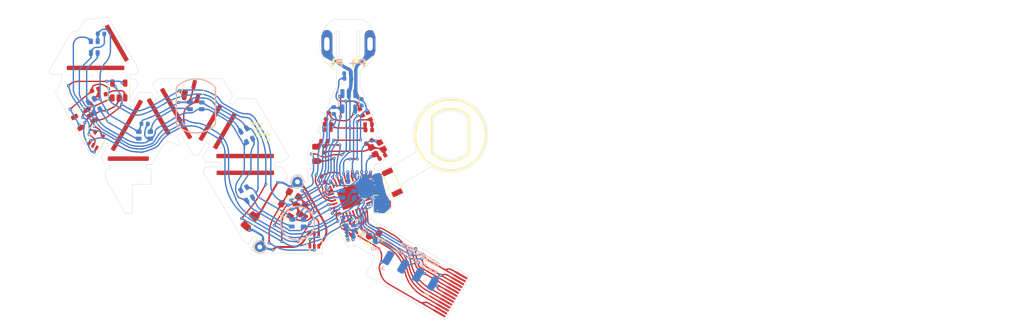
<source format=kicad_pcb>
(kicad_pcb (version 20221018) (generator pcbnew)
  (title_block (title "FLX-F020") (date "2021-09-11") (rev "10") (company "Systemic Games, LLC") (comment 1 "Flexible PCB, 0.13mm thickness"))
  (layers (0 "F.Cu" signal) (31 "B.Cu" signal) (34 "B.Paste" user) (35 "F.Paste" user) (36 "B.SilkS" user "B.Silkscreen") (37 "F.SilkS" user "F.Silkscreen") (38 "B.Mask" user) (39 "F.Mask" user) (44 "Edge.Cuts" user))
  (net 0 "")
  (net 1 "Net-(C1-Pad1)")
  (net 2 "GND")
  (net 3 "VDD")
  (net 4 "VDC")
  (net 5 "VEE")
  (net 6 "Net-(L1-Pad2)")
  (net 7 "Net-(L1-Pad1)")
  (net 8 "+5V")
  (net 9 "/LED_EN")
  (net 10 "Net-(C2-Pad2)")
  (net 11 "Net-(C3-Pad1)")
  (net 12 "Net-(C5-Pad2)")
  (net 13 "Net-(C7-Pad1)")
  (net 14 "Net-(C19-Pad1)")
  (net 15 "Net-(C19-Pad2)")
  (net 16 "/ANTENNA")
  (net 17 "RXI")
  (net 18 "TXO")
  (net 19 "SWO")
  (net 20 "RESET")
  (net 21 "SWDCLK")
  (net 22 "SWDIO")
  (net 23 "Net-(R10-Pad1)")
  (net 24 "/LED_DATA")
  (net 25 "+BATT")
  (net 26 "/STATS")
  (net 27 "/5V_SENSE")
  (net 28 "/VBAT_SENSE")
  (net 29 "/Power Supply/MAG1_")
  (net 30 "/LED_RETURN")
  (net 31 "/Power Supply/LED_EN_OUT")
  (net 32 "Net-(R3-Pad1)")
  (net 33 "Net-(D2-Pad3)")
  (net 34 "Net-(D3-Pad3)")
  (net 35 "Net-(D4-Pad3)")
  (net 36 "Net-(D5-Pad3)")
  (net 37 "Net-(D6-Pad3)")
  (net 38 "Net-(D7-Pad3)")
  (net 39 "Net-(D8-Pad3)")
  (net 40 "/SCL")
  (net 41 "/SDA")
  (net 42 "/ACC_INT")
  (net 46 "/BATT_NTC")
  (net 47 "/ANT_50")
  (net 48 "/ANT_NRF")
  (net 49 "/NTC_ID_VDD")
  (net 50 "/PROG")
  (footprint "Pixels-dice:SOT-353_SC-70-5" (layer "F.Cu") (at 111.23 70.25 60)
    (fp_text reference "U7")
    (fp_text value "SN74LVC1G08" hide)
  )
  (footprint "Package_TO_SOT_SMD:SOT-23" (layer "F.Cu") (at 125.53 62.93 77)
    (fp_text reference "U8")
    (fp_text value "TMR1366")
  )
  (footprint "Pixels-dice:SOT-23-5" (layer "F.Cu") (at 114.59 62.92 90)
    (fp_text reference "U6")
    (fp_text value "MT9700" hide)
  )
  (footprint "Pixels-dice:R_0402_1005Metric" (layer "F.Cu") (at 112.12 63.53 -174)
    (fp_text reference "R3")
    (fp_text value "10k 5%")
  )
  (footprint "Inductor_SMD:L_0805_2012Metric" (layer "F.Cu") (at 143.81 72.31 90)
    (fp_text reference "L1")
    (fp_text value "10uH 100mA 20%")
  )
  (footprint "Pixels-dice:C_0402_1005Metric" (layer "F.Cu") (at 153.61 72.76 -148)
    (fp_text reference "C5")
    (fp_text value "8pF 10V 10%")
  )
  (footprint "Pixels-dice:C_0402_1005Metric" (layer "F.Cu") (at 144.83 76.07 120)
    (fp_text reference "C3")
    (fp_text value "0.1uF 10V 20%")
  )
  (footprint "Pixels-dice:C_0402_1005Metric" (layer "F.Cu") (at 151.62 70.54 31)
    (fp_text reference "C2")
    (fp_text value "8pF 10V 10%")
  )
  (footprint "Package_DFN_QFN:QFN-32-1EP_5x5mm_P0.5mm_EP3.1x3.1mm" (layer "F.Cu") (at 148.76 78.67 19)
    (fp_text reference "U1")
    (fp_text value "N52810_QFN32")
  )
  (footprint "Pixels-dice:0402_RF" (layer "F.Cu") (at 151.99 77.65 110)
    (fp_text reference "C8")
    (fp_text value "0.8pF 10V 5% C0G")
  )
  (footprint "Pixels-dice:C_0402_1005Metric" (layer "F.Cu") (at 110.62 64.42 53)
    (fp_text reference "C9")
    (fp_text value "10uF 10V 20%")
  )
  (footprint "Pixels-dice:C_0402_1005Metric" (layer "F.Cu") (at 111.09 62.82 19)
    (fp_text reference "C18")
    (fp_text value "4.7uF 10V 20%")
  )
  (footprint "Pixels-dice:R_0402_1005Metric" (layer "F.Cu") (at 142.54 81.11 59)
    (fp_text reference "R4")
    (fp_text value "100k 1%")
  )
  (footprint "Pixels-dice:SOT-23-5" (layer "F.Cu") (at 109.47 67.11 -150)
    (fp_text reference "U4")
    (fp_text value "ME6215" hide)
  )
  (footprint "Capacitor_SMD:C_0603_1608Metric" (layer "F.Cu") (at 140.51 78.27 -30)
    (fp_text reference "C13")
    (fp_text value "4.7uF 25V 20%")
  )
  (footprint "Package_TO_SOT_SMD:SOT-363_SC-70-6" (layer "F.Cu") (at 143.53 85.04 90)
    (fp_text reference "D1")
    (fp_text value "BAV99S")
  )
  (footprint "Capacitor_SMD:C_0603_1608Metric" (layer "F.Cu") (at 141.77 80.53 60)
    (fp_text reference "C15")
    (fp_text value "22uF 10V 20%")
  )
  (footprint "Inductor_SMD:L_0402_1005Metric" (layer "F.Cu") (at 145.04 70.4)
    (fp_text reference "L2")
    (fp_text value "15nH 100mA 5%")
  )
  (footprint "Pixels-dice:C_0402_1005Metric" (layer "F.Cu") (at 144.99 71.65 -90)
    (fp_text reference "C1")
    (fp_text value "4.7uF 10V 20%")
  )
  (footprint "Pixels-dice:C_0402_1005Metric" (layer "F.Cu") (at 145.475 68.74)
    (fp_text reference "C21")
    (fp_text value "10nF 25V 10%")
  )
  (footprint "Pixels-dice:R_0402_1005Metric" (layer "F.Cu") (at 151.65 66.7 -68)
    (fp_text reference "R7")
    (fp_text value "4.02M 1%")
  )
  (footprint "Pixels-dice:R_0402_1005Metric" (layer "F.Cu") (at 145.555 67.93)
    (fp_text reference "R2")
    (fp_text value "4.02M 1%")
  )
  (footprint "Pixels-dice:R_0402_1005Metric" (layer "F.Cu") (at 151.55 67.95 180)
    (fp_text reference "R8")
    (fp_text value "10M 1%")
  )
  (footprint "Pixels-dice:R_0402_1005Metric" (layer "F.Cu") (at 145.465 66.69 -112)
    (fp_text reference "R1")
    (fp_text value "4.02M 1%")
  )
  (footprint "Pixels-dice:C_0402_1005Metric" (layer "F.Cu") (at 151.6 68.79 180)
    (fp_text reference "C22")
    (fp_text value "10nF 25V 10%")
  )
  (footprint "Pixels-dice:Crystal_SMD_2016-4Pin_2.0x1.6mm" (layer "F.Cu") (at 152.880004 71.479998 -150)
    (fp_text reference "Y1")
    (fp_text value "32MHz 40ppm")
  )
  (footprint "Package_LGA:LGA-12_2x2mm_P0.5mm" (layer "F.Cu") (at 148.864998 83.439996 -72)
    (fp_text reference "U2")
    (fp_text value "KXTJ3-1057")
  )
  (footprint "Pixels-dice:0402_RF" (layer "F.Cu") (at 153.29 78.56)
    (fp_text reference "L5")
    (fp_text value "3.9nH 5%")
  )
  (footprint "Pixels-dice:R_0402_1005Metric" (layer "F.Cu") (at 150.5 66.17 115)
    (fp_text reference "R5")
    (fp_text value "100k 1%")
  )
  (footprint "Pixels-dice:SOT-23" (layer "F.Cu") (at 139.55 80.18 -30)
    (fp_text reference "U3")
    (fp_text value "PJ75AL50SA")
  )
  (footprint "Capacitor_SMD:C_0805_2012Metric" (layer "F.Cu") (at 134 82.25 -131)
    (fp_text reference "C19" hide)
    (fp_text value "12nF 50V 5% NP0")
  )
  (footprint "Pixels-dice:0402_RF" (layer "F.Cu") (at 153.45 76.52 100)
    (fp_text reference "L3")
    (fp_text value "0 Ohm")
  )
  (footprint "Pixels-dice:TEST_PIN" (layer "F.Cu") (at 151.65 84.5)
    (fp_text reference "W2" hide)
    (fp_text value "TXO")
  )
  (footprint "Pixels-dice:CHIP_ANT" (layer "F.Cu") (at 154.361549 74.979277 -155)
    (fp_text reference "AE1")
    (fp_text value "Antenna_Chip" hide)
  )
  (footprint "Pixels-dice:0402_RF" (layer "F.Cu") (at 153.2 77.77 170)
    (fp_text reference "C12")
    (fp_text value "DNP")
  )
  (footprint "Pixels-dice:FPC_14" (layer "F.Cu") (at 165.298188 90.283345 -120)
    (fp_text reference "J1")
    (fp_text value "Conn_01x14")
  )
  (footprint "Pixels-dice:0402_RF" (layer "F.Cu") (at 152.766892 75.617429 -160)
    (fp_text reference "C11")
    (fp_text value "DNP")
  )
  (footprint "Pixels-dice:TEST_PIN" (layer "F.Cu") (at 153.1 84.05)
    (fp_text reference "W1" hide)
    (fp_text value "RXI")
  )
  (footprint "RFFrontEnd:MFH3.RECE.20369.001E.01" (layer "F.Cu") (at 153.61 79.73)
    (fp_text reference "J4" hide)
    (fp_text value "DNP" hide)
  )
  (footprint "Pixels-dice:TX1812Z_2020" (layer "B.Cu") (at 133.52 69.54 30)
    (fp_text reference "D5")
    (fp_text value "TX1812Z_2020")
  )
  (footprint "Pixels-dice:TX1812Z_2020" (layer "B.Cu") (at 133.52 78.22 30)
    (fp_text reference "D4")
    (fp_text value "TX1812Z_2020")
  )
  (footprint "Pixels-dice:TX1812Z_2020" (layer "B.Cu") (at 126 65.19 90)
    (fp_text reference "D6")
    (fp_text value "TX1812Z_2020")
  )
  (footprint "Pixels-dice:C_0402_1005Metric" (layer "B.Cu") (at 150.51 64.68 -90)
    (fp_text reference "C16")
    (fp_text value "10uF 10V 20%")
  )
  (footprint "Pixels-dice:TX1812Z_2020" (layer "B.Cu") (at 148.59 78.26 90)
    (fp_text reference "D2")
    (fp_text value "TX1812Z_2020")
  )
  (footprint "Pixels-dice:TX1812Z_2020" (layer "B.Cu") (at 118.41 69.55 90)
    (fp_text reference "D7")
    (fp_text value "TX1812Z_2020")
  )
  (footprint "Pixels-dice:TX1812Z_2020" (layer "B.Cu") (at 110.96 56.5)
    (fp_text reference "D9")
    (fp_text value "TX1812Z_2020")
  )
  (footprint "Pixels-dice:TX1812Z_2020" (layer "B.Cu") (at 110.94 65.18 30)
    (fp_text reference "D8")
    (fp_text value "TX1812Z_2020")
  )
  (footprint "TestPoint:TestPoint_THTPad_D1.5mm_Drill0.7mm" (layer "B.Cu") (at 135.46 86.09 150)
    (fp_text reference "P6" hide)
    (fp_text value "COILB")
  )
  (footprint "Pixels-dice:C_0402_1005Metric" (layer "B.Cu") (at 148.43 60.38)
    (fp_text reference "C6")
    (fp_text value "DNP")
  )
  (footprint "Package_TO_SOT_SMD:SOT-23-5" (layer "B.Cu") (at 148.64 64.51 -90)
    (fp_text reference "U5")
    (fp_text value "MCP73832T-2ACI/OT")
  )
  (footprint "TestPoint:TestPoint_THTPad_D1.5mm_Drill0.7mm" (layer "B.Cu") (at 141.03 76.44 150)
    (fp_text reference "P5" hide)
    (fp_text value "COILA")
  )
  (footprint "Pixels-dice:C_0402_1005Metric" (layer "B.Cu") (at 151.38 75.65 180)
    (fp_text reference "C7")
    (fp_text value "100pF NP0 10V 5%")
  )
  (footprint "Pixels-dice:R_0402_1005Metric" (layer "B.Cu") (at 149 75.6)
    (fp_text reference "R10")
    (fp_text value "100k 1%")
  )
  (footprint "Pixels-dice:C_0402_1005Metric" (layer "B.Cu") (at 148.82 83.76 7)
    (fp_text reference "C10")
    (fp_text value "0.1uF 10V 20%")
  )
  (footprint "Pixels-dice:C_0402_1005Metric" (layer "B.Cu") (at 118.41 67.85 180)
    (fp_text reference "C23")
    (fp_text value "0.1uF 10V 20%")
  )
  (footprint "Pixels-dice:TX1812Z_2020" (layer "B.Cu") (at 141.07 82.56 90)
    (fp_text reference "D3")
    (fp_text value "TX1812Z_2020")
  )
  (footprint "Resistor_SMD:R_0402_1005Metric" (layer "B.Cu") (at 148.03 76.43)
    (fp_text reference "R9")
    (fp_text value "470k 1%")
  )
  (footprint "Pixels-dice:C_0402_1005Metric" (layer "B.Cu") (at 148.89 84.57 7)
    (fp_text reference "C4")
    (fp_text value "4.7uF 10V 20%")
  )
  (footprint "Pixels-dice:R_0402_1005Metric" (layer "B.Cu") (at 146.4 65.88 -90)
    (fp_text reference "R6")
    (fp_text value "22k 1%")
  )
  (footprint "Pixels-dice:Hongjie 10100 Connector" (layer "B.Cu") (at 148.577825 56.028319 180)
    (fp_text reference "J3")
    (fp_text value "Conn_01x02")
  )
  (footprint "Pixels-dice:R_0402_1005Metric" (layer "B.Cu") (at 148.72 82.94 7)
    (fp_text reference "R12")
    (fp_text value "2.7k 5%")
  )
  (footprint "Pixels-dice:R_0402_1005Metric" (layer "B.Cu") (at 148.26 82.16 7)
    (fp_text reference "R16")
    (fp_text value "2.7k 5%")
  )
  (footprint "Pixels-dice:R_0402_1005Metric" (layer "B.Cu") (at 148.51 61.15)
    (fp_text reference "TH1")
    (fp_text value "NTC 100k @ 25C")
  )
  (footprint "Pixels-dice:C_0402_1005Metric" (layer "B.Cu") (at 111.95 54.5 180)
    (fp_text reference "C24")
    (fp_text value "0.1uF 10V 20%")
  )
  (footprint "Pixels-dice:TEST_PIN" (layer "B.Cu") (at 152.65 85.2 180)
    (fp_text reference "W19" hide)
    (fp_text value "GND")
  )
  (footprint "Pixels-dice:FPC-POGO-4" (layer "B.Cu") (at 157.782328 89.60446 -30)
    (fp_text reference "J2")
    (fp_text value "Conn_01x04")
  )
  (gr_circle (center 141.05 82.57) (end 143.55 82.57) (stroke (width 0.2)) (fill none) (layer "B.SilkS"))
  (gr_line (start 123.097094 67.711454) (end 123.101615 62.699884) (stroke (width 0.2)) (layer "B.SilkS"))
  (gr_curve (pts (xy 128.897092 67.7131) (xy 128.896928 67.880917) (xy 128.826514 68.040981) (xy 128.702919 68.154501)) (stroke (width 0.2)) (layer "B.SilkS"))
  (gr_line (start 128.901596 62.708707) (end 128.897092 67.7131) (stroke (width 0.2)) (layer "B.SilkS"))
  (gr_curve (pts (xy 123.296469 62.257855) (xy 124.828993 60.85494) (xy 127.180452 60.858891) (xy 128.70823 62.266974)) (stroke (width 0.2)) (layer "B.SilkS"))
  (gr_curve (pts (xy 123.291145 68.153836) (xy 123.16733 68.040083) (xy 123.096934 67.879591) (xy 123.097094 67.711454)) (stroke (width 0.2)) (layer "B.SilkS"))
  (gr_curve (pts (xy 128.70823 62.266974) (xy 128.831626 62.380696) (xy 128.901771 62.540894) (xy 128.901596 62.708707)) (stroke (width 0.2)) (layer "B.SilkS"))
  (gr_curve (pts (xy 128.702919 68.154501) (xy 127.172596 69.559798) (xy 124.821128 69.559509) (xy 123.291145 68.153836)) (stroke (width 0.2)) (layer "B.SilkS"))
  (gr_curve (pts (xy 123.101615 62.699884) (xy 123.101768 62.531742) (xy 123.17245 62.371393) (xy 123.296469 62.257855)) (stroke (width 0.2)) (layer "B.SilkS"))
  (gr_line (start 160.89912 66.998232) (end 160.899286 66.997801) (stroke (width 0.2)) (layer "F.SilkS"))
  (gr_line (start 166.499123 66.993039) (end 166.499284 66.9926) (stroke (width 0.2)) (layer "F.SilkS"))
  (gr_line (start 166.338771 72.372725) (end 166.338603 72.373161) (stroke (width 0.2)) (layer "F.SilkS"))
  (gr_line (start 166.499123 66.993039) (end 166.500557 72.004619) (stroke (width 0.2)) (layer "F.SilkS"))
  (gr_curve (pts (xy 166.336958 66.624589) (xy 164.843597 65.255818) (xy 162.550931 65.258259) (xy 161.060492 66.630214)) (stroke (width 0.2)) (layer "F.SilkS"))
  (gr_line (start 166.338603 72.373161) (end 166.338771 72.372725) (stroke (width 0.2)) (layer "F.SilkS"))
  (gr_line (start 160.899286 66.997801) (end 160.89912 66.998232) (stroke (width 0.2)) (layer "F.SilkS"))
  (gr_curve (pts (xy 161.847559 74.357305) (xy 164.530618 75.381452) (xy 167.535902 74.036654) (xy 168.560067 71.353585)) (stroke (width 0.2)) (layer "F.SilkS"))
  (gr_line (start 166.499284 66.9926) (end 166.499123 66.993039) (stroke (width 0.2)) (layer "F.SilkS"))
  (gr_curve (pts (xy 161.060492 66.630214) (xy 160.95761 66.724924) (xy 160.899081 66.858391) (xy 160.89912 66.998232)) (stroke (width 0.2)) (layer "F.SilkS"))
  (gr_curve (pts (xy 161.062305 72.37012) (xy 162.553527 73.741213) (xy 164.846195 73.742353) (xy 166.338771 72.372725)) (stroke (width 0.2)) (layer "F.SilkS"))
  (gr_line (start 166.500557 72.004619) (end 166.500721 72.004183) (stroke (width 0.2)) (layer "F.SilkS"))
  (gr_line (start 160.899286 66.997801) (end 160.900713 72.002198) (stroke (width 0.2)) (layer "F.SilkS"))
  (gr_line (start 161.062139 72.37056) (end 161.062305 72.37012) (stroke (width 0.2)) (layer "F.SilkS"))
  (gr_curve (pts (xy 165.556191 64.64152) (xy 162.873132 63.617368) (xy 159.867847 64.962172) (xy 158.843683 67.64524)) (stroke (width 0.2)) (layer "F.SilkS"))
  (gr_curve (pts (xy 158.843683 67.64524) (xy 157.81953 70.328293) (xy 159.164339 73.333581) (xy 161.847391 74.357733)) (stroke (width 0.2)) (layer "F.SilkS"))
  (gr_curve (pts (xy 166.499284 66.9926) (xy 166.499241 66.85249) (xy 166.440417 66.718827) (xy 166.337135 66.62415)) (stroke (width 0.2)) (layer "F.SilkS"))
  (gr_line (start 160.900553 72.002629) (end 160.89912 66.998232) (stroke (width 0.2)) (layer "F.SilkS"))
  (gr_line (start 161.060663 66.629784) (end 161.060492 66.630214) (stroke (width 0.2)) (layer "F.SilkS"))
  (gr_line (start 160.900713 72.002198) (end 160.900553 72.002629) (stroke (width 0.2)) (layer "F.SilkS"))
  (gr_curve (pts (xy 160.900553 72.002629) (xy 160.900597 72.14247) (xy 160.959195 72.275908) (xy 161.062139 72.37056)) (stroke (width 0.2)) (layer "F.SilkS"))
  (gr_curve (pts (xy 168.560067 71.353585) (xy 169.58422 68.67053) (xy 168.23941 65.665244) (xy 165.556359 64.641089)) (stroke (width 0.2)) (layer "F.SilkS"))
  (gr_circle (center 142.8 86.7) (end 142.9 86.7) (stroke (width 0.15)) (fill solid) (layer "F.SilkS"))
  (gr_curve (pts (xy 161.062139 72.37056) (xy 162.553372 73.741647) (xy 164.846032 73.742784) (xy 166.338603 72.373161)) (stroke (width 0.2)) (layer "F.SilkS"))
  (gr_curve (pts (xy 165.556359 64.641089) (xy 162.873296 63.616935) (xy 159.868012 64.961741) (xy 158.843857 67.644798)) (stroke (width 0.2)) (layer "F.SilkS"))
  (gr_curve (pts (xy 160.900713 72.002198) (xy 160.900759 72.142034) (xy 160.95936 72.275475) (xy 161.062305 72.37012)) (stroke (width 0.2)) (layer "F.SilkS"))
  (gr_curve (pts (xy 166.338771 72.372725) (xy 166.44201 72.277998) (xy 166.500762 72.144296) (xy 166.500721 72.004183)) (stroke (width 0.2)) (layer "F.SilkS"))
  (gr_curve (pts (xy 166.338603 72.373161) (xy 166.441842 72.278429) (xy 166.500596 72.144732) (xy 166.500557 72.004619)) (stroke (width 0.2)) (layer "F.SilkS"))
  (gr_curve (pts (xy 166.499123 66.993039) (xy 166.499083 66.852924) (xy 166.440246 66.719254) (xy 166.336958 66.624589)) (stroke (width 0.2)) (layer "F.SilkS"))
  (gr_line (start 166.500721 72.004183) (end 166.500557 72.004619) (stroke (width 0.2)) (layer "F.SilkS"))
  (gr_curve (pts (xy 161.060663 66.629784) (xy 160.957762 66.724499) (xy 160.899247 66.857956) (xy 160.899286 66.997801)) (stroke (width 0.2)) (layer "F.SilkS"))
  (gr_circle (center 145 77.7) (end 145.1 77.7) (stroke (width 0.15)) (fill solid) (layer "F.SilkS"))
  (gr_line (start 166.337135 66.62415) (end 166.336958 66.624589) (stroke (width 0.2)) (layer "F.SilkS"))
  (gr_curve (pts (xy 166.337135 66.62415) (xy 164.843766 65.255385) (xy 162.551092 65.257835) (xy 161.060663 66.629784)) (stroke (width 0.2)) (layer "F.SilkS"))
  (gr_line (start 166.336958 66.624589) (end 166.337135 66.62415) (stroke (width 0.2)) (layer "F.SilkS"))
  (gr_curve (pts (xy 158.843857 67.644798) (xy 157.819688 70.327855) (xy 159.164502 73.333147) (xy 161.847559 74.357305)) (stroke (width 0.2)) (layer "F.SilkS"))
  (gr_line (start 161.060492 66.630214) (end 161.060663 66.629784) (stroke (width 0.2)) (layer "F.SilkS"))
  (gr_curve (pts (xy 168.559893 71.354028) (xy 169.584061 68.67097) (xy 168.239247 65.665679) (xy 165.556191 64.64152)) (stroke (width 0.2)) (layer "F.SilkS"))
  (gr_line (start 161.062305 72.37012) (end 161.062139 72.37056) (stroke (width 0.2)) (layer "F.SilkS"))
  (gr_line (start 166.500721 72.004183) (end 166.499284 66.9926) (stroke (width 0.2)) (layer "F.SilkS"))
  (gr_circle (center 149.9 82.1) (end 150 82.1) (stroke (width 0.15)) (fill solid) (layer "F.SilkS"))
  (gr_line (start 160.900553 72.002629) (end 160.900713 72.002198) (stroke (width 0.2)) (layer "F.SilkS"))
  (gr_curve (pts (xy 161.847391 74.357733) (xy 164.530454 75.38189) (xy 167.535739 74.037083) (xy 168.559893 71.354028)) (stroke (width 0.2)) (layer "F.SilkS"))
  (gr_line (start 119.42 63.2) (end 117.52 63.2) (stroke (width 0.05)) (layer "Edge.Cuts"))
  (gr_line (start 164.966072 66.133145) (end 165.119455 66.196254) (stroke (width 0.05)) (layer "Edge.Cuts"))
  (gr_line (start 163.834777 73.091356) (end 163.670406 73.094588) (stroke (width 0.05)) (layer "Edge.Cuts"))
  (gr_line (start 163.180129 73.059681) (end 163.017499 73.033162) (stroke (width 0.05)) (layer "Edge.Cuts"))
  (gr_line (start 164.161774 73.062533) (end 163.99821 73.080645) (stroke (width 0.05)) (layer "Edge.Cuts"))
  (gr_line (start 161.206147 66.890334) (end 161.215886 66.874752) (stroke (width 0.05)) (layer "Edge.Cuts"))
  (gr_line (start 154.56 72.76) (end 154.56 71.73) (stroke (width 0.05)) (layer "Edge.Cuts"))
  (gr_line (start 163.017499 73.033162) (end 162.855971 72.999287) (stroke (width 0.05)) (layer "Edge.Cuts"))
  (gr_line (start 146.63 62.61) (end 143.97 69.13) (stroke (width 0.05)) (layer "Edge.Cuts"))
  (gr_line (start 108.58 54.16) (end 109.54 52.46) (stroke (width 0.05)) (layer "Edge.Cuts"))
  (gr_line (start 152.43 74.65) (end 152.43 73.92) (stroke (width 0.05)) (layer "Edge.Cuts"))
  (gr_line (start 162.696521 72.957996) (end 162.538506 72.909113) (stroke (width 0.05)) (layer "Edge.Cuts"))
  (gr_line (start 106.12 61.72) (end 105.2 63.31) (stroke (width 0.05)) (layer "Edge.Cuts"))
  (gr_line (start 163.514981 65.89934) (end 163.679439 65.895737) (stroke (width 0.05)) (layer "Edge.Cuts"))
  (gr_line (start 161.187787 66.930525) (end 161.195206 66.911978) (stroke (width 0.05)) (layer "Edge.Cuts"))
  (gr_line (start 139.78 76.56) (end 139.34 76.31) (stroke (width 0.05)) (layer "Edge.Cuts"))
  (gr_line (start 166.169151 66.93222) (end 166.174899 66.952706) (stroke (width 0.05)) (layer "Edge.Cuts"))
  (gr_line (start 129.57 74.23) (end 127.41 74.23) (stroke (width 0.05)) (layer "Edge.Cuts"))
  (gr_line (start 132.97 85.14) (end 133.84 85.65) (stroke (width 0.05)) (layer "Edge.Cuts"))
  (gr_line (start 112.598 74.5626) (end 112.6 75.94) (stroke (width 0.05)) (layer "Edge.Cuts"))
  (gr_line (start 161.36215 72.250354) (end 161.234225 72.138173) (stroke (width 0.05)) (layer "Edge.Cuts"))
  (gr_line (start 165.559604 72.565493) (end 165.41393 72.650316) (stroke (width 0.05)) (layer "Edge.Cuts"))
  (gr_line (start 166.104894 72.154881) (end 165.977108 72.265778) (stroke (width 0.05)) (layer "Edge.Cuts"))
  (gr_line (start 138.58 73.53) (end 139.83 72.81) (stroke (width 0.05)) (layer "Edge.Cuts"))
  (gr_line (start 163.679439 65.895737) (end 163.842916 65.899431) (stroke (width 0.05)) (layer "Edge.Cuts"))
  (gr_line (start 163.189066 65.928888) (end 163.351639 65.910414) (stroke (width 0.05)) (layer "Edge.Cuts"))
  (gr_line (start 162.391867 66.132201) (end 162.54734 66.076912) (stroke (width 0.05)) (layer "Edge.Cuts"))
  (gr_line (start 142.97 74.519999) (end 142.56 74.52) (stroke (width 0.05)) (layer "Edge.Cuts"))
  (gr_line (start 154.71 74.16) (end 153.25 74.75) (stroke (width 0.05)) (layer "Edge.Cuts"))
  (gr_line (start 161.247485 66.839615) (end 161.374575 66.728367) (stroke (width 0.05)) (layer "Edge.Cuts"))
  (gr_line (start 165.702357 72.473302) (end 165.559604 72.565493) (stroke (width 0.05)) (layer "Edge.Cuts"))
  (gr_line (start 153.48 69.84) (end 152.76 69.84) (stroke (width 0.05)) (layer "Edge.Cuts"))
  (gr_line (start 166.57 90.41) (end 151.76 81.86) (stroke (width 0.05)) (layer "Edge.Cuts"))
  (gr_line (start 116.15 61.1) (end 116.15 60.6) (stroke (width 0.05)) (layer "Edge.Cuts"))
  (gr_line (start 154.893 74.16) (end 154.71 74.16) (stroke (width 0.05)) (layer "Edge.Cuts"))
  (gr_line (start 116.599 81.1197) (end 115.581 81.1215) (stroke (width 0.05)) (layer "Edge.Cuts"))
  (gr_line (start 161.510185 66.620986) (end 161.649857 66.52081) (stroke (width 0.05)) (layer "Edge.Cuts"))
  (gr_line (start 116.6 76.8249) (end 119.4 76.8206) (stroke (width 0.05)) (layer "Edge.Cuts"))
  (gr_line (start 117.46 61.9) (end 117.06 61.2) (stroke (width 0.05)) (layer "Edge.Cuts"))
  (gr_arc (start 143.069999 74.42) (mid 143.038102 74.488102) (end 142.97 74.519999) (stroke (width 0.05)) (layer "Edge.Cuts"))
  (gr_line (start 116.25 60.5) (end 117.15 60.5) (stroke (width 0.05)) (layer "Edge.Cuts"))
  (gr_line (start 127.66 70.69) (end 127.92 70.84) (stroke (width 0.05)) (layer "Edge.Cuts"))
  (gr_line (start 161.195206 66.911978) (end 161.206147 66.890334) (stroke (width 0.05)) (layer "Edge.Cuts"))
  (gr_line (start 161.175512 72.022076) (end 161.173542 71.996519) (stroke (width 0.05)) (layer "Edge.Cuts"))
  (gr_arc (start 150.25 57.829961) (mid 150.050019 58.0304) (end 149.85 57.83) (stroke (width 0.05)) (layer "Edge.Cuts"))
  (gr_arc (start 146.69 59.85) (mid 146.780789 59.931526) (end 146.81 60.05) (stroke (width 0.05)) (layer "Edge.Cuts"))
  (gr_arc (start 123.5398 69.340001) (mid 123.694975 69.314361) (end 123.819861 69.409966) (stroke (width 0.05)) (layer "Edge.Cuts"))
  (gr_arc (start 156.366508 77.005006) (mid 156.357096 76.844079) (end 156.459994 76.71999) (stroke (width 0.05)) (layer "Edge.Cuts"))
  (gr_line (start 138.78 74.23) (end 137.88 74.23) (stroke (width 0.05)) (layer "Edge.Cuts"))
  (gr_line (start 142.71 76.28) (end 142.28 76.53) (stroke (width 0.05)) (layer "Edge.Cuts"))
  (gr_line (start 127.01 72.83) (end 127.41 73.53) (stroke (width 0.05)) (layer "Edge.Cuts"))
  (gr_line (start 123.25 69.52) (end 123.54 69.34) (stroke (width 0.05)) (layer "Edge.Cuts"))
  (gr_line (start 105.2 63.31) (end 110.52 72.53) (stroke (width 0.05)) (layer "Edge.Cuts"))
  (gr_line (start 148.42 85.96) (end 149.23 85.96) (stroke (width 0.05)) (layer "Edge.Cuts"))
  (gr_line (start 113.33 74.564) (end 113.332 73.864) (stroke (width 0.05)) (layer "Edge.Cuts"))
  (gr_line (start 144.69 86.17) (end 145.86 84.56) (stroke (width 0.05)) (layer "Edge.Cuts"))
  (gr_line (start 142.56 74.52) (end 142.56 75.82) (stroke (width 0.05)) (layer "Edge.Cuts"))
  (gr_arc (start 149.850001 54.280032) (mid 150.05 54.081396) (end 150.249999 54.280031) (stroke (width 0.05)) (layer "Edge.Cuts"))
  (gr_line (start 146.71 62.609999) (end 146.63 62.61) (stroke (width 0.05)) (layer "Edge.Cuts"))
  (gr_line (start 151.1 90.17) (end 162.81 96.93) (stroke (width 0.05)) (layer "Edge.Cuts"))
  (gr_line (start 162.076183 72.718091) (end 161.926598 72.639513) (stroke (width 0.05)) (layer "Edge.Cuts"))
  (gr_line (start 165.119455 66.196254) (end 165.271858 66.266729) (stroke (width 0.05)) (layer "Edge.Cuts"))
  (gr_line (start 104.56 60.5) (end 106.02 60.5) (stroke (width 0.05)) (layer "Edge.Cuts"))
  (gr_line (start 104.27 59.99) (end 104.56 60.5) (stroke (width 0.05)) (layer "Edge.Cuts"))
  (gr_arc (start 131.0003 64.77) (mid 130.938507 64.695835) (end 130.95035 64.60003) (stroke (width 0.05)) (layer "Edge.Cuts"))
  (gr_line (start 127.41 73.53) (end 129.57 73.53) (stroke (width 0.05)) (layer "Edge.Cuts"))
  (gr_line (start 142.56 73.82) (end 142.97 73.82) (stroke (width 0.05)) (layer "Edge.Cuts"))
  (gr_line (start 165.41393 72.650316) (end 165.264361 72.72787) (stroke (width 0.05)) (layer "Edge.Cuts"))
  (gr_line (start 166.178537 66.997658) (end 166.173551 71.994932) (stroke (width 0.05)) (layer "Edge.Cuts"))
  (gr_line (start 144.37 69.83) (end 143.66 69.83) (stroke (width 0.05)) (layer "Edge.Cuts"))
  (gr_line (start 161.780897 72.553568) (end 161.637653 72.459951) (stroke (width 0.05)) (layer "Edge.Cuts"))
  (gr_line (start 166.122931 72.136192) (end 166.104894 72.154881) (stroke (width 0.05)) (layer "Edge.Cuts"))
  (gr_arc (start 156.777068 77.92038) (mid 156.791554 78.111738) (end 156.669693 78.259987) (stroke (width 0.05)) (layer "Edge.Cuts"))
  (gr_line (start 166.174899 66.952706) (end 166.177435 66.968906) (stroke (width 0.05)) (layer "Edge.Cuts"))
  (gr_line (start 164.810519 66.077735) (end 164.966072 66.133145) (stroke (width 0.05)) (layer "Edge.Cuts"))
  (gr_line (start 154.893 74.16) (end 158.363472 72.182195) (stroke (width 0.05)) (layer "Edge.Cuts"))
  (gr_line (start 146.81 60.05) (end 146.809999 62.51) (stroke (width 0.05)) (layer "Edge.Cuts"))
  (gr_line (start 113.05 52.09) (end 109.54 52.46) (stroke (width 0.05)) (layer "Edge.Cuts"))
  (gr_line (start 166.156345 72.083112) (end 166.145449 72.104856) (stroke (width 0.05)) (layer "Edge.Cuts"))
  (gr_arc (start 139.920499 76.53) (mid 139.857526 76.577803) (end 139.780494 76.560008) (stroke (width 0.05)) (layer "Edge.Cuts"))
  (gr_line (start 150.5 62.61) (end 150.41 62.61) (stroke (width 0.05)) (layer "Edge.Cuts"))
  (gr_line (start 161.173542 71.996519) (end 161.173542 71.995112) (stroke (width 0.05)) (layer "Edge.Cuts"))
  (gr_line (start 134.2 86.43) (end 135.19 87) (stroke (width 0.05)) (layer "Edge.Cuts"))
  (gr_line (start 163.343632 73.078803) (end 163.180129 73.059681) (stroke (width 0.05)) (layer "Edge.Cuts"))
  (gr_arc (start 146.850001 54.280032) (mid 147.05 54.081396) (end 147.249999 54.280031) (stroke (width 0.05)) (layer "Edge.Cuts"))
  (gr_line (start 152.66 69.74) (end 152.66 69.24) (stroke (width 0.05)) (layer "Edge.Cuts"))
  (gr_line (start 117.15 60.5) (end 117.53 59.82) (stroke (width 0.05)) (layer "Edge.Cuts"))
  (gr_line (start 123.18 69.79) (end 123.78 70.84) (stroke (width 0.05)) (layer "Edge.Cuts"))
  (gr_line (start 123.35 71.11) (end 123.78 70.84) (stroke (width 0.05)) (layer "Edge.Cuts"))
  (gr_line (start 164.331311 65.955204) (end 164.491824 65.988598) (stroke (width 0.05)) (layer "Edge.Cuts"))
  (gr_line (start 161.217066 72.120238) (end 161.204702 72.102612) (stroke (width 0.05)) (layer "Edge.Cuts"))
  (gr_line (start 166.168431 72.046424) (end 166.1638 72.064199) (stroke (width 0.05)) (layer "Edge.Cuts"))
  (gr_line (start 152.86 73.82) (end 154.56 72.76) (stroke (width 0.05)) (layer "Edge.Cuts"))
  (gr_line (start 165.264361 72.72787) (end 165.112908 72.798055) (stroke (width 0.05)) (layer "Edge.Cuts"))
  (gr_line (start 165.112908 72.798055) (end 164.958879 72.860681) (stroke (width 0.05)) (layer "Edge.Cuts"))
  (gr_line (start 152.4 87.46) (end 149.46 85.76) (stroke (width 0.05)) (layer "Edge.Cuts"))
  (gr_line (start 161.180128 66.967284) (end 161.183351 66.94718) (stroke (width 0.05)) (layer "Edge.Cuts"))
  (gr_line (start 149.85 54.28) (end 149.85 57.83) (stroke (width 0.05)) (layer "Edge.Cuts"))
  (gr_line (start 153.25 74.75) (end 152.53 74.75) (stroke (width 0.05)) (layer "Edge.Cuts"))
  (gr_line (start 153.16 69.14) (end 150.5 62.61) (stroke (width 0.05)) (layer "Edge.Cuts"))
  (gr_line (start 106.12 61.1) (end 106.12 61.72) (stroke (width 0.05)) (layer "Edge.Cuts"))
  (gr_line (start 135.01 85.03) (end 134.2 86.43) (stroke (width 0.05)) (layer "Edge.Cuts"))
  (gr_line (start 161.234225 72.138173) (end 161.217066 72.120238) (stroke (width 0.05)) (layer "Edge.Cuts"))
  (gr_line (start 120.49 64.05) (end 120.23 64.2) (stroke (width 0.05)) (layer "Edge.Cuts"))
  (gr_arc (start 147.25 57.829961) (mid 147.05 58.0304) (end 146.85 57.82996) (stroke (width 0.05)) (layer "Edge.Cuts"))
  (gr_line (start 130.95 64.6) (end 131.45 63.73) (stroke (width 0.05)) (layer "Edge.Cuts"))
  (gr_line (start 113.332 73.864) (end 112.509 73.8625) (stroke (width 0.05)) (layer "Edge.Cuts"))
  (gr_arc (start 158.579361 71.560149) (mid 167.776753 65.825892) (end 161.065796 74.336872) (stroke (width 0.05)) (layer "Edge.Cuts"))
  (gr_arc (start 131.539799 64.97) (mid 131.482575 65.015231) (end 131.409826 65.009945) (stroke (width 0.05)) (layer "Edge.Cuts"))
  (gr_arc (start 142.75 76.14) (mid 142.762886 76.219386) (end 142.709983 76.279961) (stroke (width 0.05)) (layer "Edge.Cuts"))
  (gr_line (start 131.41 65.01) (end 131 64.77) (stroke (width 0.05)) (layer "Edge.Cuts"))
  (gr_line (start 164.64451 72.963656) (end 164.484544 73.004063) (stroke (width 0.05)) (layer "Edge.Cuts"))
  (gr_line (start 162.866101 65.988035) (end 163.026611 65.954733) (stroke (width 0.05)) (layer "Edge.Cuts"))
  (gr_line (start 108.58 54.16) (end 107.63 54.16) (stroke (width 0.05)) (layer "Edge.Cuts"))
  (gr_line (start 163.670406 73.094588) (end 163.507013 73.090434) (stroke (width 0.05)) (layer "Edge.Cuts"))
  (gr_arc (start 146.809999 62.51) (mid 146.780138 62.580138) (end 146.71 62.609999) (stroke (width 0.05)) (layer "Edge.Cuts"))
  (gr_line (start 112.598 74.5626) (end 113.33 74.564) (stroke (width 0.05)) (layer "Edge.Cuts"))
  (gr_line (start 142.56 71.73) (end 142.56 73.82) (stroke (width 0.05)) (layer "Edge.Cuts"))
  (gr_line (start 145.86 84.56) (end 147 83.9) (stroke (width 0.05)) (layer "Edge.Cuts"))
  (gr_line (start 126.4 72.48) (end 127.39 70.76) (stroke (width 0.05)) (layer "Edge.Cuts"))
  (gr_arc (start 146.690197 59.850031) (mid 144.315368 56.206703) (end 146.400222 52.390024) (stroke (width 0.05)) (layer "Edge.Cuts"))
  (gr_line (start 122.5 70.63) (end 123.35 71.11) (stroke (width 0.05)) (layer "Edge.Cuts"))
  (gr_line (start 161.637653 72.459951) (end 161.498204 72.359012) (stroke (width 0.05)) (layer "Edge.Cuts"))
  (gr_line (start 127.04 74.88) (end 132.97 85.14) (stroke (width 0.05)) (layer "Edge.Cuts"))
  (gr_line (start 112.64 70.65) (end 112.9 70.8) (stroke (width 0.05)) (layer "Edge.Cuts"))
  (gr_line (start 146.85 54.28) (end 146.85 57.83) (stroke (width 0.05)) (layer "Edge.Cuts"))
  (gr_line (start 164.324045 73.037086) (end 164.161774 73.062533) (stroke (width 0.05)) (layer "Edge.Cuts"))
  (gr_arc (start 106.0203 60.5) (mid 106.091217 60.529083) (end 106.1203 60.6) (stroke (width 0.05)) (layer "Edge.Cuts"))
  (gr_arc (start 152.429801 73.92) (mid 152.456923 73.847123) (end 152.5298 73.820001) (stroke (width 0.05)) (layer "Edge.Cuts"))
  (gr_arc (start 144.3699 69.13) (mid 144.440937 69.158963) (end 144.4699 69.23) (stroke (width 0.05)) (layer "Edge.Cuts"))
  (gr_line (start 162.238491 66.195215) (end 162.391867 66.132201) (stroke (width 0.05)) (layer "Edge.Cuts"))
  (gr_line (start 119.46 61.86) (end 120.56 63.78) (stroke (width 0.05)) (layer "Edge.Cuts"))
  (gr_line (start 161.184602 72.061755) (end 161.179218 72.04291) (stroke (width 0.05)) (layer "Edge.Cuts"))
  (gr_line (start 154.56 71.73) (end 153.48 69.84) (stroke (width 0.05)) (layer "Edge.Cuts"))
  (gr_arc (start 134.9396 84.75) (mid 135.035424 84.874778) (end 135.00954 85.029961) (stroke (width 0.05)) (layer "Edge.Cuts"))
  (gr_line (start 150.31 62.51) (end 150.31 60.06) (stroke (width 0.05)) (layer "Edge.Cuts"))
  (gr_line (start 166.1638 72.064199) (end 166.156345 72.083112) (stroke (width 0.05)) (layer "Edge.Cuts"))
  (gr_line (start 165.565806 66.429651) (end 165.708061 66.522394) (stroke (width 0.05)) (layer "Edge.Cuts"))
  (gr_line (start 161.374575 66.728367) (end 161.510185 66.620986) (stroke (width 0.05)) (layer "Edge.Cuts"))
  (gr_line (start 150.25 57.83) (end 150.25 54.28) (stroke (width 0.05)) (layer "Edge.Cuts"))
  (gr_line (start 161.215886 66.874752) (end 161.2289 66.85882) (stroke (width 0.05)) (layer "Edge.Cuts"))
  (gr_arc (start 150.4097 62.609999) (mid 150.341197 62.578504) (end 150.309701 62.510001) (stroke (width 0.05)) (layer "Edge.Cuts"))
  (gr_line (start 119.492 73.8756) (end 121.13 71) (stroke (width 0.05)) (layer "Edge.Cuts"))
  (gr_arc (start 152.659901 69.24) (mid 152.690065 69.170165) (end 152.7599 69.140001) (stroke (width 0.05)) (layer "Edge.Cuts"))
  (gr_line (start 166.161218 66.911066) (end 166.169151 66.93222) (stroke (width 0.05)) (layer "Edge.Cuts"))
  (gr_line (start 166.145449 72.104856) (end 166.135807 72.120391) (stroke (width 0.05)) (layer "Edge.Cuts"))
  (gr_arc (start 116.3098 64.3) (mid 116.216852 64.180035) (end 116.239845 64.030027) (stroke (width 0.05)) (layer "Edge.Cuts"))
  (gr_line (start 163.507013 73.090434) (end 163.343632 73.078803) (stroke (width 0.05)) (layer "Edge.Cuts"))
  (gr_line (start 143.07 73.92) (end 143.07 74.42) (stroke (width 0.05)) (layer "Edge.Cuts"))
  (gr_line (start 163.026611 65.954733) (end 163.189066 65.928888) (stroke (width 0.05)) (layer "Edge.Cuts"))
  (gr_line (start 164.958879 72.860681) (end 164.803122 72.915888) (stroke (width 0.05)) (layer "Edge.Cuts"))
  (gr_arc (start 120.2302 64.2) (mid 120.075942 64.22209) (end 119.950258 64.129965) (stroke (width 0.05)) (layer "Edge.Cuts"))
  (gr_line (start 129.77 73.73) (end 129.77 74.03) (stroke (width 0.05)) (layer "Edge.Cuts"))
  (gr_line (start 107.63 54.16) (end 104.27 59.99) (stroke (width 0.05)) (layer "Edge.Cuts"))
  (gr_line (start 162.086027 66.265625) (end 162.238491 66.195215) (stroke (width 0.05)) (layer "Edge.Cuts"))
  (gr_arc (start 129.5701 73.53) (mid 129.712084 73.588016) (end 129.7701 73.73) (stroke (width 0.05)) (layer "Edge.Cuts"))
  (gr_line (start 165.708061 66.522394) (end 165.847392 66.622417) (stroke (width 0.05)) (layer "Edge.Cuts"))
  (gr_line (start 166.152697 66.894059) (end 166.161218 66.911066) (stroke (width 0.05)) (layer "Edge.Cuts"))
  (gr_line (start 111.33 72.53) (end 112.37 70.72) (stroke (width 0.05)) (layer "Edge.Cuts"))
  (gr_line (start 142.15 76.49) (end 141.45 75.28) (stroke (width 0.05)) (layer "Edge.Cuts"))
  (gr_line (start 166.135807 72.120391) (end 166.122931 72.136192) (stroke (width 0.05)) (layer "Edge.Cuts"))
  (gr_line (start 116.24 64.03) (end 117.46 61.9) (stroke (width 0.05)) (layer "Edge.Cuts"))
  (gr_arc (start 116.149801 60.6) (mid 116.176923 60.527123) (end 116.2498 60.500001) (stroke (width 0.05)) (layer "Edge.Cuts"))
  (gr_line (start 116.6 76.8249) (end 116.6 77.1197) (stroke (width 0.05)) (layer "Edge.Cuts"))
  (gr_line (start 153.96 81.2) (end 155 80.32) (stroke (width 0.05)) (layer "Edge.Cuts"))
  (gr_line (start 125.59 72.48) (end 126.4 72.48) (stroke (width 0.05)) (layer "Edge.Cuts"))
  (gr_line (start 164.651733 66.029453) (end 164.810519 66.077735) (stroke (width 0.05)) (layer "Edge.Cuts"))
  (gr_arc (start 152.7598 69.839999) (mid 152.69026 69.80954) (end 152.659801 69.74) (stroke (width 0.05)) (layer "Edge.Cuts"))
  (gr_arc (start 116.849499 64.38) (mid 116.729444 64.472616) (end 116.579516 64.449972) (stroke (width 0.05)) (layer "Edge.Cuts"))
  (gr_arc (start 112.370001 70.72) (mid 112.490784 70.630121) (end 112.640027 70.649953) (stroke (width 0.05)) (layer "Edge.Cuts"))
  (gr_arc (start 123.179901 69.79) (mid 123.158739 69.64045) (end 123.249923 69.52004) (stroke (width 0.05)) (layer "Edge.Cuts"))
  (gr_line (start 163.351639 65.910414) (end 163.514981 65.89934) (stroke (width 0.05)) (layer "Edge.Cuts"))
  (gr_line (start 119.95 64.13) (end 119.42 63.2) (stroke (width 0.05)) (layer "Edge.Cuts"))
  (gr_line (start 162.381471 72.852857) (end 162.227708 72.789327) (stroke (width 0.05)) (layer "Edge.Cuts"))
  (gr_arc (start 147.0005 83.900001) (mid 147.149855 83.87965) (end 147.270521 83.969987) (stroke (width 0.05)) (layer "Edge.Cuts"))
  (gr_line (start 165.420097 66.344439) (end 165.565806 66.429651) (stroke (width 0.05)) (layer "Edge.Cuts"))
  (gr_line (start 161.649857 66.52081) (end 161.792102 66.428259) (stroke (width 0.05)) (layer "Edge.Cuts"))
  (gr_line (start 140.64 75.28) (end 139.92 76.53) (stroke (width 0.05)) (layer "Edge.Cuts"))
  (gr_line (start 116.58 64.45) (end 116.31 64.3) (stroke (width 0.05)) (layer "Edge.Cuts"))
  (gr_line (start 161.498204 72.359012) (end 161.36215 72.250354) (stroke (width 0.05)) (layer "Edge.Cuts"))
  (gr_line (start 161.2289 66.85882) (end 161.247485 66.839615) (stroke (width 0.05)) (layer "Edge.Cuts"))
  (gr_line (start 165.847392 66.622417) (end 165.981994 66.729822) (stroke (width 0.05)) (layer "Edge.Cuts"))
  (gr_line (start 132.03 64.13) (end 131.54 64.97) (stroke (width 0.05)) (layer "Edge.Cuts"))
  (gr_line (start 152.53 73.82) (end 152.86 73.82) (stroke (width 0.05)) (layer "Edge.Cuts"))
  (gr_line (start 118.692 74.5741) (end 119.398 74.5754) (stroke (width 0.05)) (layer "Edge.Cuts"))
  (gr_line (start 164.484544 73.004063) (end 164.324045 73.037086) (stroke (width 0.05)) (layer "Edge.Cuts"))
  (gr_line (start 139.59 75.65) (end 138.78 74.23) (stroke (width 0.05)) (layer "Edge.Cuts"))
  (gr_line (start 118.694 73.8741) (end 118.692 74.5741) (stroke (width 0.05)) (layer "Edge.Cuts"))
  (gr_line (start 143.97 69.13) (end 144.37 69.13) (stroke (width 0.05)) (layer "Edge.Cuts"))
  (gr_line (start 134.68 84.6) (end 134.94 84.75) (stroke (width 0.05)) (layer "Edge.Cuts"))
  (gr_line (start 164.803122 72.915888) (end 164.64451 72.963656) (stroke (width 0.05)) (layer "Edge.Cuts"))
  (gr_line (start 120.61 61.2) (end 119.46 61.86) (stroke (width 0.05)) (layer "Edge.Cuts"))
  (gr_arc (start 160.578452 74.343797) (mid 160.82122 74.276948) (end 161.065796 74.336872) (stroke (width 0.05)) (layer "Edge.Cuts"))
  (gr_line (start 166.129019 66.860971) (end 166.14144 66.876651) (stroke (width 0.05)) (layer "Edge.Cuts"))
  (gr_line (start 147.27 83.97) (end 148.42 85.96) (stroke (width 0.05)) (layer "Edge.Cuts"))
  (gr_arc (start 144.4704 69.73) (mid 144.440428 69.800028) (end 144.3704 69.83) (stroke (width 0.05)) (layer "Edge.Cuts"))
  (gr_line (start 144.47 69.23) (end 144.47 69.73) (stroke (width 0.05)) (layer "Edge.Cuts"))
  (gr_line (start 133.84 85.65) (end 134.4 84.68) (stroke (width 0.05)) (layer "Edge.Cuts"))
  (gr_arc (start 129.77 74.03) (mid 129.709726 74.169726) (end 129.57 74.23) (stroke (width 0.05)) (layer "Edge.Cuts"))
  (gr_line (start 161.179218 72.04291) (end 161.175512 72.022076) (stroke (width 0.05)) (layer "Edge.Cuts"))
  (gr_line (start 106.12 60.6) (end 106.12 61.1) (stroke (width 0.05)) (layer "Edge.Cuts"))
  (gr_line (start 166.173551 71.994932) (end 166.171867 72.024345) (stroke (width 0.05)) (layer "Edge.Cuts"))
  (gr_line (start 144.69 87.01) (end 144.69 86.17) (stroke (width 0.05)) (layer "Edge.Cuts"))
  (gr_line (start 150.74 52.39) (end 146.4 52.39) (stroke (width 0.05)) (layer "Edge.Cuts"))
  (gr_line (start 152.76 69.14) (end 153.16 69.14) (stroke (width 0.05)) (layer "Edge.Cuts"))
  (gr_line (start 166.177435 66.968906) (end 166.178537 66.997658) (stroke (width 0.05)) (layer "Edge.Cuts"))
  (gr_line (start 123.82 69.41) (end 125.59 72.48) (stroke (width 0.05)) (layer "Edge.Cuts"))
  (gr_line (start 162.54734 66.076912) (end 162.706119 66.028816) (stroke (width 0.05)) (layer "Edge.Cuts"))
  (gr_line (start 119.4 76.8206) (end 119.398 74.5754) (stroke (width 0.05)) (layer "Edge.Cuts"))
  (gr_line (start 135.19 87) (end 144.69 87.01) (stroke (width 0.05)) (layer "Edge.Cuts"))
  (gr_arc (start 139.339599 76.31) (mid 139.295316 76.251773) (end 139.309655 76.180039) (stroke (width 0.05)) (layer "Edge.Cuts"))
  (gr_line (start 161.178534 66.994115) (end 161.180128 66.967284) (stroke (width 0.05)) (layer "Edge.Cuts"))
  (gr_line (start 161.792102 66.428259) (end 161.937799 66.343146) (stroke (width 0.05)) (layer "Edge.Cuts"))
  (gr_arc (start 152.4001 87.460001) (mid 152.49038 87.580656) (end 152.470047 87.72997) (stroke (width 0.05)) (layer "Edge.Cuts"))
  (gr_line (start 161.926598 72.639513) (end 161.780897 72.553568) (stroke (width 0.05)) (layer "Edge.Cuts"))
  (gr_line (start 164.006194 65.910593) (end 164.16877 65.929252) (stroke (width 0.05)) (layer "Edge.Cuts"))
  (gr_line (start 110.52 72.53) (end 111.33 72.53) (stroke (width 0.05)) (layer "Edge.Cuts"))
  (gr_line (start 161.191053 72.077679) (end 161.184602 72.061755) (stroke (width 0.05)) (layer "Edge.Cuts"))
  (gr_arc (start 142.9702 73.82) (mid 143.041147 73.849053) (end 143.0702 73.92) (stroke (width 0.05)) (layer "Edge.Cuts"))
  (gr_line (start 137.68 74.02) (end 137.68 73.72) (stroke (width 0.05)) (layer "Edge.Cuts"))
  (gr_line (start 139.83 72.81) (end 134.83 64.13) (stroke (width 0.05)) (layer "Edge.Cuts"))
  (gr_line (start 117.06 61.2) (end 116.25 61.2) (stroke (width 0.05)) (layer "Edge.Cuts"))
  (gr_arc (start 127.390301 70.759999) (mid 127.510722 70.668814) (end 127.660271 70.690049) (stroke (width 0.05)) (layer "Edge.Cuts"))
  (gr_line (start 164.16877 65.929252) (end 164.331311 65.955204) (stroke (width 0.05)) (layer "Edge.Cuts"))
  (gr_arc (start 150.740098 52.389965) (mid 152.807708 56.20914) (end 150.440096 59.849954) (stroke (width 0.05)) (layer "Edge.Cuts"))
  (gr_arc (start 152.5299 74.75) (mid 152.460852 74.719048) (end 152.4299 74.649999) (stroke (width 0.05)) (layer "Edge.Cuts"))
  (gr_arc (start 121.130103 70.999995) (mid 121.737265 70.526844) (end 122.500065 70.630059) (stroke (width 0.05)) (layer "Edge.Cuts"))
  (gr_line (start 161.937799 66.343146) (end 162.086027 66.265625) (stroke (width 0.05)) (layer "Edge.Cuts"))
  (gr_line (start 142.56 75.82) (end 142.75 76.14) (stroke (width 0.05)) (layer "Edge.Cuts"))
  (gr_line (start 162.538506 72.909113) (end 162.381471 72.852857) (stroke (width 0.05)) (layer "Edge.Cuts"))
  (gr_line (start 116.6 77.1197) (end 116.599 81.1197) (stroke (width 0.05)) (layer "Edge.Cuts"))
  (gr_line (start 149.23 85.96) (end 149.33 85.79) (stroke (width 0.05)) (layer "Edge.Cuts"))
  (gr_line (start 156.777 77.9204) (end 156.367 77.005) (stroke (width 0.05)) (layer "Edge.Cuts"))
  (gr_line (start 134.83 64.13) (end 132.03 64.13) (stroke (width 0.05)) (layer "Edge.Cuts"))
  (gr_line (start 115.581 81.1215) (end 112.6 75.94) (stroke (width 0.05)) (layer "Edge.Cuts"))
  (gr_line (start 166.111215 66.843118) (end 166.129019 66.860971) (stroke (width 0.05)) (layer "Edge.Cuts"))
  (gr_line (start 111.93 72.88) (end 112.509 73.8625) (stroke (width 0.05)) (layer "Edge.Cuts"))
  (gr_line (start 165.271858 66.266729) (end 165.420097 66.344439) (stroke (width 0.05)) (layer "Edge.Cuts"))
  (gr_line (start 128 71.11) (end 127.01 72.83) (stroke (width 0.05)) (layer "Edge.Cuts"))
  (gr_line (start 151.1 90.17) (end 152.47 87.73) (stroke (width 0.05)) (layer "Edge.Cuts"))
  (gr_line (start 161.173542 71.995112) (end 161.178534 66.994115) (stroke (width 0.05)) (layer "Edge.Cuts"))
  (gr_line (start 155 80.32) (end 155 79.21) (stroke (width 0.05)) (layer "Edge.Cuts"))
  (gr_arc (start 150.3099 60.060001) (mid 150.342363 59.934863) (end 150.439908 59.850022) (stroke (width 0.05)) (layer "Edge.Cuts"))
  (gr_line (start 117.53 59.82) (end 113.05 52.09) (stroke (width 0.05)) (layer "Edge.Cuts"))
  (gr_line (start 163.99821 73.080645) (end 163.834777 73.091356) (stroke (width 0.05)) (layer "Edge.Cuts"))
  (gr_line (start 166.171867 72.024345) (end 166.168431 72.046424) (stroke (width 0.05)) (layer "Edge.Cuts"))
  (gr_line (start 166.14144 66.876651) (end 166.152697 66.894059) (stroke (width 0.05)) (layer "Edge.Cuts"))
  (gr_line (start 152.13 81.2) (end 153.96 81.2) (stroke (width 0.05)) (layer "Edge.Cuts"))
  (gr_line (start 127.41 74.23) (end 127.04 74.88) (stroke (width 0.05)) (layer "Edge.Cuts"))
  (gr_line (start 139.31 76.18) (end 139.59 75.65) (stroke (width 0.05)) (layer "Edge.Cuts"))
  (gr_line (start 163.842916 65.899431) (end 164.006194 65.910593) (stroke (width 0.05)) (layer "Edge.Cuts"))
  (gr_line (start 151.76 81.86) (end 152.13 81.2) (stroke (width 0.05)) (layer "Edge.Cuts"))
  (gr_line (start 161.183351 66.94718) (end 161.187787 66.930525) (stroke (width 0.05)) (layer "Edge.Cuts"))
  (gr_line (start 119.492 73.8756) (end 118.694 73.8741) (stroke (width 0.05)) (layer "Edge.Cuts"))
  (gr_line (start 141.45 75.28) (end 140.64 75.28) (stroke (width 0.05)) (layer "Edge.Cuts"))
  (gr_line (start 143.66 69.83) (end 142.56 71.73) (stroke (width 0.05)) (layer "Edge.Cuts"))
  (gr_line (start 165.977108 72.265778) (end 165.840735 72.373578) (stroke (width 0.05)) (layer "Edge.Cuts"))
  (gr_arc (start 137.6804 73.720001) (mid 137.740661 73.583192) (end 137.880398 73.530073) (stroke (width 0.05)) (layer "Edge.Cuts"))
  (gr_arc (start 112.9001 70.8) (mid 112.991306 70.920438) (end 112.970139 71.070023) (stroke (width 0.05)) (layer "Edge.Cuts"))
  (gr_arc (start 127.9195 70.840001) (mid 128.014105 70.958812) (end 127.99946 71.109979) (stroke (width 0.05)) (layer "Edge.Cuts"))
  (gr_line (start 161.204702 72.102612) (end 161.191053 72.077679) (stroke (width 0.05)) (layer "Edge.Cuts"))
  (gr_line (start 155 79.21) (end 156.67 78.26) (stroke (width 0.05)) (layer "Edge.Cuts"))
  (gr_line (start 156.46 76.72) (end 160.578452 74.343797) (stroke (width 0.05)) (layer "Edge.Cuts"))
  (gr_line (start 165.981994 66.729822) (end 166.111215 66.843118) (stroke (width 0.05)) (layer "Edge.Cuts"))
  (gr_arc (start 137.8802 74.23) (mid 137.738903 74.164337) (end 137.680229 74.019999) (stroke (width 0.05)) (layer "Edge.Cuts"))
  (gr_line (start 137.88 73.53) (end 138.58 73.53) (stroke (width 0.05)) (layer "Edge.Cuts"))
  (gr_arc (start 142.28 76.53) (mid 142.206086 76.538936) (end 142.149961 76.490018) (stroke (width 0.05)) (layer "Edge.Cuts"))
  (gr_arc (start 134.4002 84.68) (mid 134.523852 84.582726) (end 134.680237 84.599932) (stroke (width 0.05)) (layer "Edge.Cuts"))
  (gr_line (start 117.52 63.2) (end 116.85 64.38) (stroke (width 0.05)) (layer "Edge.Cuts"))
  (gr_line (start 165.840735 72.373578) (end 165.702357 72.473302) (stroke (width 0.05)) (layer "Edge.Cuts"))
  (gr_line (start 162.227708 72.789327) (end 162.076183 72.718091) (stroke (width 0.05)) (layer "Edge.Cuts"))
  (gr_line (start 129.99 61.2) (end 120.61 61.2) (stroke (width 0.05)) (layer "Edge.Cuts"))
  (gr_arc (start 116.2499 61.199999) (mid 116.179789 61.17011) (end 116.149901 61.099999) (stroke (width 0.05)) (layer "Edge.Cuts"))
  (gr_arc (start 158.579361 71.560149) (mid 158.588272 71.911732) (end 158.363472 72.182195) (stroke (width 0.05)) (layer "Edge.Cuts"))
  (gr_line (start 162.855971 72.999287) (end 162.696521 72.957996) (stroke (width 0.05)) (layer "Edge.Cuts"))
  (gr_line (start 131.45 63.73) (end 129.99 61.2) (stroke (width 0.05)) (layer "Edge.Cuts"))
  (gr_arc (start 149.3295 85.79) (mid 149.388425 85.748626) (end 149.459527 85.759956) (stroke (width 0.05)) (layer "Edge.Cuts"))
  (gr_line (start 164.491824 65.988598) (end 164.651733 66.029453) (stroke (width 0.05)) (layer "Edge.Cuts"))
  (gr_line (start 147.25 57.83) (end 147.25 54.28) (stroke (width 0.05)) (layer "Edge.Cuts"))
  (gr_line (start 162.81 96.93) (end 166.57 90.41) (stroke (width 0.05)) (layer "Edge.Cuts"))
  (gr_arc (start 120.56 63.78) (mid 120.57864 63.9289) (end 120.489982 64.049971) (stroke (width 0.05)) (layer "Edge.Cuts"))
  (gr_line (start 112.97 71.07) (end 111.93 72.88) (stroke (width 0.05)) (layer "Edge.Cuts"))
  (gr_line (start 162.706119 66.028816) (end 162.866101 65.988035) (stroke (width 0.05)) (layer "Edge.Cuts"))
  (gr_text "SYSTEMIC GAMES" (at 159.25 87.2 150) (layer "B.SilkS" knockout) (effects (font (size 0.5 0.5) (thickness 0.12)) (justify mirror)))
  (gr_text "P+" (at 149.9 58.95) (layer "B.SilkS") (effects (font (size 1.2 1.2) (thickness 0.2) bold) (justify mirror)))
  (gr_text "P-" (at 146.9 58.95) (layer "B.SilkS") (effects (font (size 1.2 1.2) (thickness 0.125)) (justify mirror)))
  (gr_text "-CUT-" (at 150.82 84 61) (layer "B.SilkS") (effects (font (size 0.5 0.5) (thickness 0.1)) (justify mirror)))
  (gr_text "PIXELS D8 V6 PCB" (at 158.65 88.15 150) (layer "B.SilkS") (effects (font (size 0.5 0.5) (thickness 0.12)) (justify mirror)))
  (gr_text "-CUT-" (at 150.82 84 61) (layer "F.SilkS") (effects (font (size 0.5 0.5) (thickness 0.1))))
  (gr_text "P-" (at 147 58.9) (layer "F.SilkS") (effects (font (size 1.2 1.2) (thickness 0.125))))
  (gr_text "P+" (at 150.4 58.9) (layer "F.SilkS") (effects (font (size 1.2 1.2) (thickness 0.2) bold)))
  (gr_text "game\n with\n  pixels\n   .com" (at 134 70.45) (layer "F.SilkS") (effects (font (size 0.5 0.5) (thickness 0.1) bold) (justify left bottom)))
  (segment (start 145.2575 70.695) (end 145.39125 70.5475) (width 0.2) (layer "F.Cu") (net 1))
  (segment (start 145.411387 70.563516) (end 145.114678 70.990555) (width 0.2) (layer "F.Cu") (net 1))
  (segment (start 145.388222 70.99) (end 145.189111 71.08) (width 0.2) (layer "F.Cu") (net 1))
  (segment (start 145.388222 70.99) (end 147.300021 70.99) (width 0.2) (layer "F.Cu") (net 1))
  (segment (start 146.88 75.56) (end 147.257289 76.609475) (width 0.2) (layer "F.Cu") (net 1))
  (via (at 147.3 71) (size 0.45) (drill 0.15) (layers "F.Cu" "B.Cu") (net 1))
  (via (at 146.88 75.56) (size 0.45) (drill 0.15) (layers "F.Cu" "B.Cu") (net 1))
  (arc (start 145.189111 71.08) (mid 145.117851 71.063606) (end 145.114678 70.990555) (width 0.2) (layer "F.Cu") (net 1))
  (arc (start 145.411387 70.563516) (mid 145.408824 70.54607) (end 145.39125 70.5475) (width 0.2) (layer "F.Cu") (net 1))
  (arc (start 145.388222 70.99) (mid 145.226889 70.885027) (end 145.2575 70.695) (width 0.2) (layer "F.Cu") (net 1))
  (segment (start 147.3 71) (end 147.33 71.33) (width 0.2) (layer "B.Cu") (net 1))
  (segment (start 146.88 75.56) (end 146.875013 74.004081) (width 0.2) (layer "B.Cu") (net 1))
  (segment (start 147.116213 72.428785) (end 147.259839 71.97586) (width 0.2) (layer "B.Cu") (net 1))
  (arc (start 147.33 71.33) (mid 147.327135 71.656429) (end 147.259839 71.97586) (width 0.2) (layer "B.Cu") (net 1))
  (arc (start 147.116213 72.428785) (mid 146.934392 73.207059) (end 146.875013 74.004081) (width 0.2) (layer "B.Cu") (net 1))
  (segment (start 151.426749 78.01511) (end 151.426879 78.015065) (width 0.2) (layer "F.Cu") (net 2))
  (segment (start 144.18 84.37125) (end 144.18 84.413437) (width 0.2) (layer "F.Cu") (net 2))
  (segment (start 141.87 82.2) (end 142.143275 82.2) (width 0.2) (layer "F.Cu") (net 2))
  (segment (start 161.986198 91.835269) (end 163.798184 92.881421) (width 0.2) (layer "F.Cu") (net 2))
  (segment (start 151.279008 78.066503) (end 151.009811 78.160142) (width 0.2) (layer "F.Cu") (net 2))
  (segment (start 145.937299 71.92) (end 148.79 71.92) (width 0.2) (layer "F.Cu") (net 2))
  (segment (start 113.800715 65.391256) (end 112.77 65.92) (width 0.2) (layer "F.Cu") (net 2))
  (segment (start 146.3275 68.2) (end 146.065 67.93) (width 0.2) (layer "F.Cu") (net 2))
  (segment (start 142.88 84.95) (end 142.88 85.99) (width 0.2) (layer "F.Cu") (net 2))
  (segment (start 151.609624 77.781308) (end 151.839511 77.236535) (width 0.2) (layer "F.Cu") (net 2))
  (segment (start 152.46021 71.419824) (end 152.229498 71.386754) (width 0.2) (layer "F.Cu") (net 2))
  (segment (start 146.033476 68.305643) (end 145.955 68.83) (width 0.2) (layer "F.Cu") (net 2))
  (segment (start 125.283331 63.880186) (end 125.924951 61.48563) (width 0.2) (layer "F.Cu") (net 2))
  (segment (start 110.95 72.04) (end 111.317917 71.397724) (width 0.2) (layer "F.Cu") (net 2))
  (segment (start 152.46 76.93) (end 152.766685 77.693595) (width 0.2) (layer "F.Cu") (net 2))
  (segment (start 151.120562 68.284339) (end 151.120562 68.06924) (width 0.2) (layer "F.Cu") (net 2))
  (segment (start 144.18 84.25875) (end 144.18 84.37125) (width 0.2) (layer "F.Cu") (net 2))
  (segment (start 153.299128 71.540075) (end 153.530175 71.573193) (width 0.2) (layer "F.Cu") (net 2))
  (segment (start 144.18 84.413437) (end 144.18 84.441562) (width 0.2) (layer "F.Cu") (net 2))
  (segment (start 144.18 83.569687) (end 144.18 83.415) (width 0.2) (layer "F.Cu") (net 2))
  (segment (start 141.386048 78.775786) (end 141.18117 78.6575) (width 0.2) (layer "F.Cu") (net 2))
  (segment (start 144.18 84.54) (end 144.18 84.525937) (width 0.2) (layer "F.Cu") (net 2))
  (segment (start 144.18 84.441562) (end 144.18 84.469687) (width 0.2) (layer "F.Cu") (net 2))
  (segment (start 151.801632 71.477991) (end 151.604479 71.602299) (width 0.2) (layer "F.Cu") (net 2))
  (segment (start 151.41389 78.01958) (end 151.413319 78.019778) (width 0.2) (layer "F.Cu") (net 2))
  (segment (start 109.812668 67.29913) (end 109.55 67.68) (width 0.2) (layer "F.Cu") (net 2))
  (segment (start 151.287862 78.063459) (end 151.42963 78.014111) (width 0.2) (layer "F.Cu") (net 2))
  (segment (start 144.18 82.965) (end 144.18 83.415) (width 0.2) (layer "F.Cu") (net 2))
  (segment (start 144.18 83.850937) (end 144.18 83.935312) (width 0.2) (layer "F.Cu") (net 2))
  (segment (start 111.752055 66.011173) (end 110.482267 66.698115) (width 0.2) (layer "F.Cu") (net 2))
  (segment (start 124.267058 64.66) (end 123.459736 64.66) (width 0.2) (layer "F.Cu") (net 2))
  (segment (start 163.261145 90.26196) (end 164.798188 91.149371) (width 0.2) (layer "F.Cu") (net 2))
  (segment (start 151.604479 71.602299) (end 151.549694 71.636841) (width 0.2) (layer "F.Cu") (net 2))
  (segment (start 151.390624 70.755242) (end 151.66653 71.026738) (width 0.2) (layer "F.Cu") (net 2))
  (segment (start 147.56 75.89132) (end 147.56801 75.917481) (width 0.2) (layer "F.Cu") (net 2))
  (segment (start 145.3 72.025) (end 144.99 72.13) (width 0.2) (layer "F.Cu") (net 2))
  (segment (start 153.248602 80.722662) (end 152.88 80.66) (width 0.2) (layer "F.Cu") (net 2))
  (segment (start 151.413319 78.019778) (end 151.279008 78.066503) (width 0.2) (layer "F.Cu") (net 2))
  (segment (start 150.400564 78.372023) (end 149.86 78.56) (width 0.2) (layer "F.Cu") (net 2))
  (segment (start 154.429139 80.170849) (end 154.610001 79.730001) (width 0.2) (layer "F.Cu") (net 2))
  (segment (start 144.18 84.03375) (end 144.18 84.14625) (width 0.2) (layer "F.Cu") (net 2))
  (segment (start 151.428021 78.014668) (end 151.427657 78.014793) (width 0.2) (layer "F.Cu") (net 2))
  (segment (start 144.18 84.497812) (end 144.18 84.525937) (width 0.2) (layer "F.Cu") (net 2))
  (segment (start 111.716396 63.906655) (end 111.819999 64.23) (width 0.2) (layer "F.Cu") (net 2))
  (segment (start 144.18 83.935312) (end 144.18 83.963437) (width 0.2) (layer "F.Cu") (net 2))
  (segment (start 150.569696 71.92) (end 148.79 71.92) (width 0.2) (layer "F.Cu") (net 2))
  (segment (start 161.689441 91.837141) (end 161.753494 92.076195) (width 0.2) (layer "F.Cu") (net 2))
  (segment (start 141.709213 79.098951) (end 141.867346 79.372846) (width 0.2) (layer "F.Cu") (net 2))
  (segment (start 148.610867 83.898736) (end 148.66097 83.922118) (width 0.2) (layer "F.Cu") (net 2))
  (segment (start 145.066053 75.35883) (end 144.592107 75.65766) (width 0.2) (layer "F.Cu") (net 2))
  (segment (start 148.927652 84.362993) (end 149.27 85) (width 0.2) (layer "F.Cu") (net 2))
  (segment (start 151.426425 78.015221) (end 151.426295 78.015266) (width 0.2) (layer "F.Cu") (net 2))
  (segment (start 144.18 83.963437) (end 144.18 83.991562) (width 0.2) (layer "F.Cu") (net 2))
  (segment (start 151.427657 78.014793) (end 151.427554 78.01483) (width 0.2) (layer "F.Cu") (net 2))
  (segment (start 153.891262 72.05465) (end 153.826242 71.830481) (width 0.2) (layer "F.Cu") (net 2))
  (segment (start 151.269274 70.744793) (end 151.204274 70.789793) (width 0.2) (layer "F.Cu") (net 2))
  (segment (start 144.18 83.569687) (end 144.18 83.710312) (width 0.2) (layer "F.Cu") (net 2))
  (segment (start 150.896464 78.199564) (end 150.400564 78.372023) (width 0.2) (layer "F.Cu") (net 2))
  (segment (start 111.587408 63.244723) (end 111.543849 62.663727) (width 0.2) (layer "F.Cu") (net 2))
  (segment (start 151.41389 78.01958) (end 151.414176 78.019481) (width 0.2) (layer "F.Cu") (net 2))
  (segment (start 152.303403 76.303683) (end 152.353427 75.767918) (width 0.2) (layer "F.Cu") (net 2))
  (segment (start 152.46021 71.419824) (end 153.299128 71.540075) (width 0.2) (layer "F.Cu") (net 2))
  (segment (start 140.59626 81.868528) (end 139.941025 81.502724) (width 0.2) (layer "F.Cu") (net 2))
  (segment (start 159.553948 88.306597) (end 159.46 87.86) (width 0.2) (layer "F.Cu") (net 2))
  (segment (start 144.18 84.03375) (end 144.18 83.991562) (width 0.2) (layer "F.Cu") (net 2))
  (segment (start 144.18 82.597135) (end 144.18 82.965) (width 0.2) (layer "F.Cu") (net 2))
  (segment (start 150.896464 78.199564) (end 151.009811 78.160142) (width 0.2) (layer "F.Cu") (net 2))
  (segment (start 151.832658 71.190211) (end 151.66653 71.026738) (width 0.2) (layer "F.Cu") (net 2))
  (segment (start 147.330189 75.396973) (end 147.56 75.92) (width 0.2) (layer "F.Cu") (net 2))
  (segment (start 146.100289 75.06) (end 146.823659 75.06) (width 0.2) (layer "F.Cu") (net 2))
  (segment (start 151.338046 78.041402) (end 151.286786 78.060471) (width 0.2) (layer "F.Cu") (net 2))
  (segment (start 143.519614 81.786005) (end 143.66 81.839999) (width 0.2) (layer "F.Cu") (net 2))
  (segment (start 160.043126 88.981381) (end 162.271958 90.268197) (width 0.2) (layer "F.Cu") (net 2))
  (segment (start 151.428851 78.01438) (end 151.429214 78.014252) (width 0.2) (layer "F.Cu") (net 2))
  (segment (start 148.35104 83.876693) (end 148.217078 83.913388) (width 0.2) (layer "F.Cu") (net 2))
  (segment (start 162.271958 90.268197) (end 164.548189 91.582385) (width 0.2) (layer "F.Cu") (net 2))
  (segment (start 161.689441 91.837141) (end 161.791892 91.809689) (width 0.2) (layer "F.Cu") (net 2))
  (segment (start 114.45 64.575) (end 114.59 64.02) (width 0.2) (layer "F.Cu") (net 2))
  (segment (start 150.905463 68.499438) (end 148.803524 68.499438) (width 0.2) (layer "F.Cu") (net 2))
  (segment (start 111.327334 63.767153) (end 110.908871 64.036655) (width 0.2) (layer "F.Cu") (net 2))
  (segment (start 151.429525 78.014146) (end 151.42942 78.014182) (width 0.2) (layer "F.Cu") (net 2))
  (segment (start 153.891262 72.05465) (end 154.021303 72.502989) (width 0.2) (layer "F.Cu") (net 2))
  (segment (start 151.427502 78.014848) (end 151.427554 78.01483) (width 0.2) (layer "F.Cu") (net 2))
  (segment (start 147.730048 76.446691) (end 148.19 77.83) (width 0.2) (layer "F.Cu") (net 2))
  (segment (start 142.445084 80.205837) (end 142.1075 79.82883) (width 0.2) (layer "F.Cu") (net 2))
  (segment (start 142.944716 81.062259) (end 143.009761 81.254691) (width 0.2) (layer "F.Cu") (net 2))
  (segment (start 151.426425 78.015221) (end 151.42649 78.015199) (width 0.2) (layer "F.Cu") (net 2))
  (segment (start 111.935251 65.93344) (end 112.77 65.92) (width 0.2) (layer "F.Cu") (net 2))
  (segment (start 152.88 80.66) (end 152.609999 79.729999) (width 0.2) (layer "F.Cu") (net 2))
  (segment (start 151.145 68.91) (end 151.145 68.498712) (width 0.2) (layer "F.Cu") (net 2))
  (segment (start 162.271958 90.268197) (end 162.61346 90.176691) (width 0.2) (layer "F.Cu") (net 2))
  (segment (start 144.18 83.710312) (end 144.18 83.850937) (width 0.2) (layer "F.Cu") (net 2))
  (segment (start 146.96657 68.471082) (end 148.803638 68.476362) (width 0.2) (layer "F.Cu") (net 2))
  (segment (start 148.993029 84.200137) (end 149.338387 84.087922) (width 0.2) (layer "F.Cu") (net 2))
  (segment (start 144.18 84.14625) (end 144.18 84.25875) (width 0.2) (layer "F.Cu") (net 2))
  (segment (start 162.031877 92.438993) (end 163.548188 93.314435) (width 0.2) (layer "F.Cu") (net 2))
  (segment (start 151.414382 78.019411) (end 151.426295 78.015266) (width 0.2) (layer "F.Cu") (net 2))
  (segment (start 144.18 84.469687) (end 144.18 84.497812) (width 0.2) (layer "F.Cu") (net 2))
  (via (at 146.3 68.3) (size 0.45) (drill 0.15) (layers "F.Cu" "B.Cu") (net 2))
  (via (at 109.55 67.68) (size 0.45) (drill 0.15) (layers "F.Cu" "B.Cu") (net 2))
  (via (at 144.18 84.54) (size 0.45) (drill 0.15) (layers "F.Cu" "B.Cu") (net 2))
  (via (at 161.689441 91.837141) (size 0.45) (drill 0.15) (layers "F.Cu" "B.Cu") (net 2))
  (via (at 150.2 78.43) (size 0.45) (drill 0.15) (layers "F.Cu" "B.Cu") (net 2))
  (via (at 123.460002 64.69) (size 0.45) (drill 0.15) (layers "F.Cu" "B.Cu") (net 2))
  (via (at 148.79 71.92) (size 0.45) (drill 0.15) (layers "F.Cu" "B.Cu") (net 2))
  (via (at 147.56 75.92) (size 0.45) (drill 0.15) (layers "F.Cu" "B.Cu") (net 2))
  (via (at 152.46 76.93) (size 0.45) (drill 0.15) (layers "F.Cu" "B.Cu") (net 2))
  (via (at 111.819999 64.23) (size 0.45) (drill 0.15) (layers "F.Cu" "B.Cu") (net 2))
  (via (at 148.803638 68.476362) (size 0.45) (drill 0.15) (layers "F.Cu" "B.Cu") (net 2))
  (via (at 110.95 72.04) (size 0.45) (drill 0.15) (layers "F.Cu" "B.Cu") (net 2))
  (via (at 152.88 80.66) (size 0.45) (drill 0.15) (layers "F.Cu" "B.Cu") (net 2))
  (via (at 147.08 77.86) (size 0.45) (drill 0.15) (layers "F.Cu" "B.Cu") (net 2))
  (via (at 159.46 87.86) (size 0.45) (drill 0.15) (layers "F.Cu" "B.Cu") (net 2))
  (via (at 140.75 81.97) (size 0.45) (drill 0.15) (layers "F.Cu" "B.Cu") (net 2))
  (via (at 162.271958 90.268197) (size 0.45) (drill 0.15) (layers "F.Cu" "B.Cu") (net 2))
  (via (at 152.303403 76.303683) (size 0.45) (drill 0.15) (layers "F.Cu" "B.Cu") (net 2))
  (via (at 149.27 85) (size 0.45) (drill 0.15) (layers "F.Cu" "B.Cu") (net 2))
  (via (at 112.77 65.92) (size 0.45) (drill 0.15) (layers "F.Cu" "B.Cu") (net 2))
  (via (at 150.44 79.48) (size 0.45) (drill 0.15) (layers "F.Cu" "B.Cu") (net 2))
  (via (at 142.88 84.95) (size 0.45) (drill 0.15) (layers "F.Cu" "B.Cu") (net 2))
  (arc (start 143.519614 81.786005) (mid 143.205444 81.577198) (end 143.009761 81.254691) (width 0.2) (layer "F.Cu") (net 2))
  (arc (start 148.927652 84.362993) (mid 148.869341 84.239762) (end 148.823929 84.111216) (width 0.2) (layer "F.Cu") (net 2))
  (arc (start 145.937299 71.92) (mid 145.614353 71.946425) (end 145.3 72.025) (width 0.2) (layer "F.Cu") (net 2))
  (arc (start 151.801632 71.477991) (mid 152.007441 71.394275) (end 152.229498 71.386754) (width 0.2) (layer "F.Cu") (net 2))
  (arc (start 148.823929 84.111216) (mid 148.762744 83.999177) (end 148.66097 83.922118) (width 0.2) (layer "F.Cu") (net 2))
  (arc (start 142.845 81.92) (mid 143.024608 81.611423) (end 143.009761 81.254691) (width 0.2) (layer "F.Cu") (net 2))
  (arc (start 111.587408 63.244723) (mid 111.632415 63.579486) (end 111.716396 63.906655) (width 0.2) (layer "F.Cu") (net 2))
  (arc (start 152.46021 71.419824) (mid 152.016097 71.434868) (end 151.604479 71.602299) (width 0.2) (layer "F.Cu") (net 2))
  (arc (start 151.422422 78.016612) (mid 151.422265 78.016666) (end 151.422109 78.016721) (width 0.2) (layer "F.Cu") (net 2))
  (arc (start 151.428436 78.014525) (mid 151.428228 78.014596) (end 151.428021 78.014668) (width 0.2) (layer "F.Cu") (net 2))
  (arc (start 151.428436 78.014525) (mid 151.428643 78.014452) (end 151.428851 78.01438) (width 0.2) (layer "F.Cu") (net 2))
  (arc (start 143.519614 81.786005) (mid 143.162924 81.755415) (end 142.845 81.92) (width 0.2) (layer "F.Cu") (net 2))
  (arc (start 111.327334 63.767153) (mid 111.556268 63.740954) (end 111.716396 63.906655) (width 0.2) (layer "F.Cu") (net 2))
  (arc (start 141.87 82.2) (mid 141.211918 82.115774) (end 140.59626 81.868528) (width 0.2) (layer "F.Cu") (net 2))
  (arc (start 151.429317 78.014217) (mid 151.429265 78.014234) (end 151.429214 78.014252) (width 0.2) (layer "F.Cu") (net 2))
  (arc (start 111.587408 63.244723) (mid 111.529205 63.541698) (end 111.327334 63.767153) (width 0.2) (layer "F.Cu") (net 2))
  (arc (start 151.429525 78.014146) (mid 151.429577 78.014128) (end 151.42963 78.014111) (width 0.2) (layer "F.Cu") (net 2))
  (arc (start 161.753494 92.076195) (mid 161.856602 92.285281) (end 162.031877 92.438993) (width 0.2) (layer "F.Cu") (net 2))
  (arc (start 153.248602 80.722662) (mid 153.604547 80.733522) (end 153.95 80.64705) (width 0.2) (layer "F.Cu") (net 2))
  (arc (start 142.143275 82.2) (mid 142.521037 82.127415) (end 142.845 81.92) (width 0.2) (layer "F.Cu") (net 2))
  (arc (start 152.46021 71.419824) (mid 152.031905 71.286811) (end 151.66653 71.026738) (width 0.2) (layer "F.Cu") (net 2))
  (arc (start 154.429139 80.170849) (mid 154.23773 80.457407) (end 153.95 80.64705) (width 0.2) (layer "F.Cu") (net 2))
  (arc (start 109.812668 67.29913) (mid 110.111907 66.959004) (end 110.482267 66.698115) (width 0.2) (layer "F.Cu") (net 2))
  (arc (start 142.944716 81.062259) (mid 142.738333 80.608709) (end 142.445084 80.205837) (width 0.2) (layer "F.Cu") (net 2))
  (arc (start 141.386048 78.775786) (mid 141.568903 78.916095) (end 141.709213 79.098951) (width 0.2) (layer "F.Cu") (net 2))
  (arc (start 146.96657 68.471082) (mid 146.619679 68.400031) (end 146.3275 68.2) (width 0.2) (layer "F.Cu") (net 2))
  (arc (start 153.891262 72.05465) (mid 153.671001 71.710129) (end 153.299128 71.540075) (width 0.2) (layer "F.Cu") (net 2))
  (arc (start 148.927652 84.362993) (mid 148.922259 84.266278) (end 148.993029 84.200137) (width 0.2) (layer "F.Cu") (net 2))
  (arc (start 151.286786 78.060471) (mid 151.285846 78.062497) (end 151.287862 78.063459) (width 0.2) (layer "F.Cu") (net 2))
  (arc (start 159.553948 88.306597) (mid 159.726637 88.696112) (end 160.043126 88.981381) (width 0.2) (layer "F.Cu") (net 2))
  (arc (start 151.269274 70.744793) (mid 151.33183 70.728163) (end 151.390624 70.755242) (width 0.2) (layer "F.Cu") (net 2))
  (arc (start 153.826242 71.830481) (mid 153.716111 71.65822) (end 153.530175 71.573193) (width 0.2) (layer "F.Cu") (net 2))
  (arc (start 151.426749 78.01511) (mid 151.426619 78.015154) (end 151.42649 78.015199) (width 0.2) (layer "F.Cu") (net 2))
  (arc (start 146.100289 75.06) (mid 145.562018 75.136204) (end 145.066053 75.35883) (width 0.2) (layer "F.Cu") (net 2))
  (arc (start 148.823929 84.111216) (mid 148.889726 84.191338) (end 148.993029 84.200137) (width 0.2) (layer "F.Cu") (net 2))
  (arc (start 150.905463 68.499438) (mid 151.05756 68.436436) (end 151.120562 68.284339) (width 0.2) (layer "F.Cu") (net 2))
  (arc (start 111.840585 65.960585) (mid 111.886122 65.940748) (end 111.935251 65.93344) (width 0.2) (layer "F.Cu") (net 2))
  (arc (start 151.421487 78.016939) (mid 151.421383 78.016975) (end 151.42128 78.017012) (width 0.2) (layer "F.Cu") (net 2))
  (arc (start 148.610867 83.898736) (mid 148.482913 83.864611) (end 148.35104 83.876693) (width 0.2) (layer "F.Cu") (net 2))
  (arc (start 151.604479 71.602299) (mid 151.774668 71.329521) (end 151.66653 71.026738) (width 0.2) (layer "F.Cu") (net 2))
  (arc (start 151.801632 71.477991) (mid 151.886727 71.341602) (end 151.832658 71.190211) (width 0.2) (layer "F.Cu") (net 2))
  (arc (start 144.18 82.597135) (mid 144.03748 82.137881) (end 143.66 81.839999) (width 0.2) (layer "F.Cu") (net 2))
  (arc (start 111.752055 66.011173) (mid 111.796613 65.986393) (end 111.840585 65.960585) (width 0.2) (layer "F.Cu") (net 2))
  (arc (start 151.609624 77.781308) (mid 151.500717 77.939424) (end 151.338046 78.041402) (width 0.2) (layer "F.Cu") (net 2))
  (arc (start 151.414279 78.019446) (mid 151.41433 78.019428) (end 151.414382 78.019411) (width 0.2) (layer "F.Cu") (net 2))
  (arc (start 151.421177 78.017049) (mid 151.420969 78.017121) (end 151.420762 78.017194) (width 0.2) (layer "F.Cu") (net 2))
  (arc (start 152.229498 71.386754) (mid 152.015345 71.320247) (end 151.832658 71.190211) (width 0.2) (layer "F.Cu") (net 2))
  (arc (start 114.45 64.575) (mid 114.213384 65.053147) (end 113.800715 65.391256) (width 0.2) (layer "F.Cu") (net 2))
  (arc (start 146.823659 75.06) (mid 146.981969 75.083693) (end 147.126406 75.152697) (width 0.2) (layer "F.Cu") (net 2))
  (arc (start 125.283331 63.880186) (mid 124.90755 64.442582) (end 124.267058 64.66) (width 0.2) (layer "F.Cu") (net 2))
  (arc (start 147.330189 75.396973) (mid 147.245589 75.26041) (end 147.126406 75.152697) (width 0.2) (layer "F.Cu") (net 2))
  (arc (start 151.429317 78.014217) (mid 151.429368 78.014199) (end 151.42942 78.014182) (width 0.2) (layer "F.Cu") (net 2))
  (arc (start 151.427502 78.014848) (mid 151.42719 78.014956) (end 151.426879 78.015065) (width 0.2) (layer "F.Cu") (net 2))
  (arc (start 161.986198 91.835269) (mid 161.891589 91.803154) (end 161.791892 91.809689) (width 0.2) (layer "F.Cu") (net 2))
  (arc (start 151.414176 78.019481) (mid 151.414227 78.019463) (end 151.414279 78.019446) (width 0.2) (layer "F.Cu") (net 2))
  (arc (start 150.569696 71.92) (mid 151.079739 71.847791) (end 151.549694 71.636841) (width 0.2) (layer "F.Cu") (net 2))
  (arc (start 163.261145 90.26196) (mid 162.945783 90.154909) (end 162.61346 90.176691) (width 0.2) (layer "F.Cu") (net 2))
  (segment (start 148.81 64.601677) (end 148.81 71.920039) (width 0.2) (layer "B.Cu") (net 2))
  (segment (start 134.41137 68.859881) (end 134.978911 69.84289) (width 0.2) (layer "B.Cu") (net 2))
  (segment (start 149.323903 84.106198) (end 149.366422 84.511503) (width 0.2) (layer "B.Cu") (net 2))
  (segment (start 111.467586 54.777593) (end 111.46 55.65) (width 0.2) (layer "B.Cu") (net 2))
  (segment (start 128.084999 64.3) (end 128.143205 64.334492) (width 0.2) (layer "B.Cu") (net 2))
  (segment (start 161.689441 91.837141) (end 161.675781 91.8408) (width 0.2) (layer "B.Cu") (net 2))
  (segment (start 146.642076 77.86) (end 147.08 77.86) (width 0.2) (layer "B.Cu") (net 2))
  (segment (start 140.75 81.97) (end 141.26759 81.190647) (width 0.2) (layer "B.Cu") (net 2))
  (segment (start 119.257362 66.8851) (end 118.0775 67.335) (width 0.2) (layer "B.Cu") (net 2))
  (segment (start 146.3 68.3) (end 146.617016 67.665967) (width 0.2) (layer "B.Cu") (net 2))
  (segment (start 139.248145 81.051251) (end 135.526421 78.893798) (width 0.2) (layer "B.Cu") (net 2))
  (segment (start 150.107264 82.056169) (end 149.907318 81.310914) (width 0.2) (layer "B.Cu") (net 2))
  (segment (start 110.95 72.04) (end 110.745 72.04) (width 0.2) (layer "B.Cu") (net 2))
  (segment (start 140.75 81.97) (end 140.485 82.015) (width 0.2) (layer "B.Cu") (net 2))
  (segment (start 140.061903 81.842616) (end 139.94 81.674999) (width 0.2) (layer "B.Cu") (net 2))
  (segment (start 111.856409 54.101323) (end 111.663204 54.300661) (width 0.2) (layer "B.Cu") (net 2))
  (segment (start 150.085 80.065) (end 150.44 79.48) (width 0.2) (layer "B.Cu") (net 2))
  (segment (start 145.378912 56.814159) (end 145.377825 56.028319) (width 0.5) (layer "B.Cu") (net 2))
  (segment (start 125.856835 64.005) (end 127.209443 64.045804) (width 0.2) (layer "B.Cu") (net 2))
  (segment (start 145.8249 78.078961) (end 142.595407 79.943509) (width 0.2) (layer "B.Cu") (net 2))
  (segment (start 161.56692 90.669347) (end 161.249383 91.21934) (width 0.2) (layer "B.Cu") (net 2))
  (segment (start 149.325515 64.49) (end 148.83 64.49) (width 0.2) (layer "B.Cu") (net 2))
  (segment (start 161.991918 90.343234) (end 162.271958 90.268197) (width 0.2) (layer "B.Cu") (net 2))
  (segment (start 150.305 82.755) (end 150.2375 82.5225) (width 0.2) (layer "B.Cu") (net 2))
  (segment (start 134.805866 77.988775) (end 134.691908 77.791393) (width 0.2) (layer "B.Cu") (net 2))
  (segment (start 145.845089 57.162257) (end 145.486807 55.99212) (width 0.5) (layer "B.Cu") (net 2))
  (segment (start 147.811164 72.964529) (end 148.79 71.92) (width 0.2) (layer "B.Cu") (net 2))
  (segment (start 134.125676 77.361553) (end 133.533928 77.209553) (width 0.2) (layer "B.Cu") (net 2))
  (segment (start 112.598528 65.621471) (end 112.77 65.92) (width 0.2) (layer "B.Cu") (net 2))
  (segment (start 150.16 64.825) (end 150.51 65.16) (width 0.2) (layer "B.Cu") (net 2))
  (segment (start 112.735788 65.859212) (end 112.77 65.92) (width 0.2) (layer "B.Cu") (net 2))
  (segment (start 148.437499 59.684999) (end 148.71188 59.820035) (width 0.5) (layer "B.Cu") (net 2))
  (segment (start 111.819999 64.23) (end 110.948013 64.193878) (width 0.2) (layer "B.Cu") (net 2))
  (segment (start 113.075 54.2) (end 113.016237 54.125211) (width 0.2) (layer "B.Cu") (net 2))
  (segment (start 148.952227 61.826227) (end 148.9534 61.540028) (width 0.5) (layer "B.Cu") (net 2))
  (segment (start 117.7687 68.363859) (end 117.56 69.05) (width 0.2) (layer "B.Cu") (net 2))
  (segment (start 157.584578 87.74567) (end 150.678815 83.653017) (width 0.2) (layer "B.Cu") (net 2))
  (segment (start 113.440133 66.681852) (end 117.72897 69.158013) (width 0.2) (layer "B.Cu") (net 2))
  (segment (start 147.56 75.92) (end 147.43 75.624131) (width 0.2) (layer "B.Cu") (net 2))
  (segment (start 146.586031 66.642143) (end 146.399147 66.365576) (width 0.2) (layer "B.Cu") (net 2))
  (segment (start 135.2 77.263873) (end 135.2 70.668003) (width 0.2) (layer "B.Cu") (net 2))
  (segment (start 132.318467 67.222623) (end 129.238965 65.4418) (width 0.2) (layer "B.Cu") (net 2))
  (segment (start 159.46 87.86) (end 157.855753 87.823332) (width 0.2) (layer "B.Cu") (net 2))
  (segment (start 146.018628 58.05793) (end 147.527502 59.139875) (width 0.5) (layer "B.Cu") (net 2))
  (segment (start 123.460002 64.69) (end 124.77042 64.69) (width 0.2) (layer "B.Cu") (net 2))
  (segment (start 148.795026 62.864788) (end 148.768129 62.952875) (width 0.5) (layer "B.Cu") (net 2))
  (segment (start 121.53078 65.803836) (end 123.460002 64.690001) (width 0.2) (layer "B.Cu") (net 2))
  (segment (start 113.35 56.955) (end 113.35 54.995112) (width 0.2) (layer "B.Cu") (net 2))
  (segment (start 133.881356 68.553878) (end 133.704684 68.553878) (width 0.2) (layer "B.Cu") (net 2))
  (segment (start 149.693861 83.661105) (end 149.687031 83.661764) (width 0.2) (layer "B.Cu") (net 2))
  (segment (start 144.18 84.54) (end 142.88 84.95) (width 0.2) (layer "B.Cu") (net 2))
  (segment (start 148.959999 60.759999) (end 148.962097 60.596366) (width 0.2) (layer "B.Cu") (net 2))
  (segment (start 133.189006 68.041939) (end 133.430469 68.406575) (width 0.2) (layer "B.Cu") (net 2))
  (segment (start 109.667783 70.202833) (end 110.437628 71.86239) (width 0.2) (layer "B.Cu") (net 2))
  (segment (start 111.82 64.250742) (end 111.82 60.841855) (width 0.2) (layer "B.Cu") (net 2))
  (segment (start 135.056724 78.423276) (end 134.963519 78.26184) (width 0.2) (layer "B.Cu") (net 2))
  (segment (start 148.64 63.81125) (end 148.64 64.113058) (width 0.2) (layer "B.Cu") (net 2))
  (segment (start 134.963519 78.26184) (end 134.805866 77.988775) (width 0.2) (layer "B.Cu") (net 2))
  (segment (start 111.459722 55.64) (end 111.459445 55.63) (width 0.2) (layer "B.Cu") (net 2))
  (segment (start 147.3 74.257547) (end 147.3 75.005094) (width 0.2) (layer "B.Cu") (net 2))
  (segment (start 109.425 68.545) (end 109.55 67.68) (width 0.2) (layer "B.Cu") (net 2))
  (segment (start 147.08 77.86) (end 147.74 77.76) (width 0.2) (layer "B.Cu") (net 2))
  (segment (start 111.819999 64.250744) (end 111.819999 64.23) (width 0.2) (layer "B.Cu") (net 2))
  (segment (start 150.305 82.755) (end 150.3375 83.1125) (width 0.2) (layer "B.Cu") (net 2))
  (segment (start 135.042346 77.852243) (end 134.963519 77.988775) (width 0.2) (layer "B.Cu") (net 2))
  (segment (start 112.675531 58.728496) (end 112.584999 58.830306) (width 0.2) (layer "B.Cu") (net 2))
  (segment (start 147.56 75.92) (end 147.56 75.89132) (width 0.2) (layer "B.Cu") (net 2))
  (segment (start 112.736453 65.858832) (end 112.899472 66.141189) (width 0.2) (layer "B.Cu") (net 2))
  (segment (start 149.705423 83.655476) (end 150.143858 83.194997) (width 0.2) (layer "B.Cu") (net 2))
  (segment (start 112.254921 65.024796) (end 111.83037 64.289452) (width 0.2) (layer "B.Cu") (net 2))
  (segment (start 161.649874 91.837388) (end 161.372002 91.676959) (width 0.2) (layer "B.Cu") (net 2))
  (arc (start 110.437628 71.86239) (mid 110.567501 71.992404) (end 110.745 72.04) (width 0.2) (layer "B.Cu") (net 2))
  (arc (start 134.963519 77.988775) (mid 134.926935 78.125307) (end 134.963519 78.26184) (width 0.2) (layer "B.Cu") (net 2))
  (arc (start 134.691908 77.791393) (mid 134.452121 77.519394) (end 134.125676 77.361553) (width 0.2) (layer "B.Cu") (net 2))
  (arc (start 146.74 67.145) (mid 146.700645 66.882049) (end 146.586031 66.642143) (width 0.2) (layer "B.Cu") (net 2))
  (arc (start 161.649874 91.837388) (mid 161.662488 91.84167) (end 161.675781 91.8408) (width 0.2) (layer "B.Cu") (net 2))
  (arc (start 148.962097 60.596366) (mid 148.958017 60.370341) (end 148.939999 60.145) (width 0.5) (layer "B.Cu") (net 2))
  (arc (start 121.53078 65.803836) (mid 120.415613 66.389762) (end 119.257362 66.8851) (width 0.2) (layer "B.Cu") (net 2))
  (arc (start 111.856409 54.101323) (mid 112.127698 53.915419) (end 112.45 53.85) (width 0.2) (layer "B.Cu") (net 2))
  (arc (start 149.325515 64.49) (mid 149.775123 64.576876) (end 150.16 64.825) (width 0.2) (layer "B.Cu") (net 2))
  (arc (start 148.81 64.601677) (mid 148.788143 64.47234) (end 148.725 64.357368) (width 0.2) (layer "B.Cu") (net 2))
  (arc (start 140.061903 81.842616) (mid 140.248895 81.989079) (end 140.485 82.015) (width 0.2) (layer "B.Cu") (net 2))
  (arc (start 109.425 68.545) (mid 109.425803 69.391576) (end 109.667783 70.202833) (width 0.2) (layer "B.Cu") (net 2))
  (arc (start 141.26759 81.190647) (mid 141.859319 80.490229) (end 142.595407 79.943509) (width 0.2) (layer "B.Cu") (net 2))
  (arc (start 111.82 64.250742) (mid 111.822636 64.27078) (end 111.83037 64.289452) (width 0.2) (layer "B.Cu") (net 2))
  (arc (start 132.318467 67.222623) (mid 132.801221 67.581827) (end 133.189006 68.041939) (width 0.2) (layer "B.Cu") (net 2))
  (arc (start 111.459722 55.64) (mid 111.45993 55.65) (end 111.46 55.660003) (width 0.2) (layer "B.Cu") (net 2))
  (arc (start 148.959999 60.759999) (mid 148.955849 61.150006) (end 148.9534 61.540028) (width 0.2) (layer "B.Cu") (net 2))
  (arc (start 148.939999 60.145) (mid 148.867549 59.953308) (end 148.71188 59.820035) (width 0.5) (layer "B.Cu") (net 2))
  (arc (start 147.3 74.257547) (mid 147.432428 73.562352) (end 147.811164 72.964529) (width 0.2) (layer "B.Cu") (net 2))
  (arc (start 135.056724 78.423276) (mid 135.260704 78.68935) (end 135.526421 78.893798) (width 0.2) (layer "B.Cu") (net 2))
  (arc (start 112.736453 65.858832) (mid 112.735931 65.858691) (end 112.735788 65.859212) (width 0.2) (layer "B.Cu") (net 2))
  (arc (start 111.663204 54.300661) (mid 111.519466 54.520289) (end 111.467586 54.777593) (width 0.2) (layer "B.Cu") (net 2))
  (arc (start 150.305 82.755) (mid 150.27015 82.991743) (end 150.143858 83.194997) (width 0.2) (layer "B.Cu") (net 2))
  (arc (start 125.856835 64.005) (mid 125.53575 64.097773) (end 125.313628 64.3475) (width 0.2) (layer "B.Cu") (net 2))
  (arc (start 146.018628 58.05793) (mid 145.54867 57.513246) (end 145.378912 56.814159) (width 0.5) (layer "B.Cu") (net 2))
  (arc (start 139.248145 81.051251) (mid 139.626676 81.326962) (end 139.94 81.674999) (width 0.2) (layer "B.Cu") (net 2))
  (arc (start 149.706611 83.663917) (mid 149.703976 83.659983) (end 149.705423 83.655476) (width 0.2) (layer "B.Cu") (net 2))
  (arc (start 157.584578 87.74567) (mid 157.715166 87.801956) (end 157.855753 87.823332) (width 0.2) (layer "B.Cu") (net 2))
  (arc (start 127.209443 64.045804) (mid 127.663346 64.117359) (end 128.084999 64.3) (width 0.2) (layer "B.Cu") (net 2))
  (arc (start 161.991918 90.343234) (mid 161.746985 90.464022) (end 161.56692 90.669347) (width 0.2) (layer "B.Cu") (net 2))
  (arc (start 133.430469 68.406575) (mid 133.549046 68.514721) (end 133.704684 68.553878) (width 0.2) (layer "B.Cu") (net 2))
  (arc (start 150.085 80.065) (mid 149.868654 80.669773) (end 149.907318 81.310914) (width 0.2) (layer "B.Cu") (net 2))
  (arc (start 134.805866 77.988775) (mid 134.884692 78.034285) (end 134.963519 77.988775) (width 0.2) (layer "B.Cu") (net 2))
  (arc (start 129.238965 65.4418) (mid 128.927896 65.202298) (end 128.69 64.89) (width 0.2) (layer "B.Cu") (net 2))
  (arc (start 133.881356 68.553878) (mid 134.187359 68.635871) (end 134.41137 68.859881) (width 0.2) (layer "B.Cu") (net 2))
  (arc (start 148.64 64.113058) (mid 148.661856 64.242395) (end 148.725 64.357368) (width 0.2) (layer "B.Cu") (net 2))
  (arc (start 149.706611 83.663917) (mid 149.700458 83.661504) (end 149.693861 83.661105) (width 0.2) (layer "B.Cu") (net 2))
  (arc (start 117.7687 68.363859) (mid 117.924049 67.849714) (end 118.0775 67.335) (width 0.2) (layer "B.Cu") (net 2))
  (arc (start 146.74 67.145) (mid 146.708837 67.412643) (end 146.617016 67.665967) (width 0.2) (layer "B.Cu") (net 2))
  (arc (start 150.3375 83.1125) (mid 150.443083 83.42385) (end 150.678815 83.653017) (width 0.2) (layer "B.Cu") (net 2))
  (arc (start 146.642076 77.86) (mid 146.219074 77.915689) (end 145.8249 78.078961) (width 0.2) (layer "B.Cu") (net 2))
  (arc (start 113.440133 66.681852) (mid 113.134212 66.44711) (end 112.899472 66.141189) (width 0.2) (layer "B.Cu") (net 2))
  (arc (start 111.82 60.841855) (mid 112.017705 59.765803) (end 112.584999 58.830306) (width 0.2) (layer "B.Cu") (net 2))
  (arc (start 148.64 63.81125) (mid 148.672208 63.377307) (end 148.768129 62.952875) (width 0.5) (layer "B.Cu") (net 2))
  (arc (start 111.819999 64.250744) (mid 111.819999 64.250743) (end 111.82 64.250742) (width 0.2) (layer "B.Cu") (net 2))
  (arc (start 147.3 75.005094) (mid 147.33285 75.321364) (end 147.43 75.624131) (width 0.2) (layer "B.Cu") (net 2))
  (arc (start 149.687031 83.661764) (mid 149.412877 83.808329) (end 149.323903 84.106198) (width 0.2) (layer "B.Cu") (net 2))
  (arc (start 135.042346 77.852243) (mid 135.159903 77.568435) (end 135.2 77.263873) (width 0.2) (layer "B.Cu") (net 2))
  (arc (start 128.69 64.89) (mid 128.452682 64.576732) (end 128.143205 64.334492) (width 0.2) (layer "B.Cu") (net 2))
  (arc (start 135.2 70.668003) (mid 135.14377 70.240893) (end 134.978911 69.84289) (width 0.2) (layer "B.Cu") (net 2))
  (arc (start 113.35 56.955) (mid 113.17569 57.903709) (end 112.675531 58.728496) (width 0.2) (layer "B.Cu") (net 2))
  (arc (start 112.254921 65.024796) (mid 112.42689 65.323038) (end 112.598528 65.621471) (width 0.2) (layer "B.Cu") (net 2))
  (arc (start 149.693861 83.661105) (mid 149.700149 83.659333) (end 149.705423 83.655476) (width 0.2) (layer "B.Cu") (net 2))
  (arc (start 148.795026 62.864788) (mid 148.911634 62.35126) (end 148.952227 61.826227) (width 0.5) (layer "B.Cu") (net 2))
  (arc (start 113.075 54.2) (mid 113.279308 54.574449) (end 113.35 54.995112) (width 0.2) (layer "B.Cu") (net 2))
  (arc (start 150.107264 82.056169) (mid 150.171191 82.289667) (end 150.2375 82.5225) (width 0.2) (layer "B.Cu") (net 2))
  (arc (start 161.249383 91.21934) (mid 161.215916 91.473544) (end 161.372002 91.676959) (width 0.2) (layer "B.Cu") (net 2))
  (arc (start 111.819999 64.250744) (mid 111.822636 64.27078) (end 111.83037 64.289452) (width 0.2) (layer "B.Cu") (net 2))
  (arc (start 124.77042 64.69) (mid 125.091504 64.597226) (end 125.313628 64.3475) (width 0.2) (layer "B.Cu") (net 2))
  (arc (start 148.437499 59.684999) (mid 147.971269 59.431186) (end 147.527502 59.139875) (width 0.5) (layer "B.Cu") (net 2))
  (arc (start 113.016237 54.125211) (mid 112.764787 53.922447) (end 112.45 53.85) (width 0.2) (layer "B.Cu") (net 2))
  (segment (start 159.749046 94.585101) (end 159.136675 94.231548) (width 0.2) (layer "F.Cu") (net 3))
  (segment (start 149.342665 82.483053) (end 149.650172 82.218145) (width 0.2) (layer "F.Cu") (net 3))
  (segment (start 112.553959 62.217148) (end 113.142848 62.557144) (width 0.2) (layer "F.Cu") (net 3))
  (segment (start 108.74 68.06) (end 108.992372 68.482724) (width 0.2) (layer "F.Cu") (net 3))
  (segment (start 149.565542 75.632777) (end 149.621085 75.795554) (width 0.2) (layer "F.Cu") (net 3))
  (segment (start 139.382203 80.82849) (end 139.124574 81.259574) (width 0.2) (layer "F.Cu") (net 3))
  (segment (start 132.77 81.85) (end 133.855567 80.575942) (width 0.2) (layer "F.Cu") (net 3))
  (segment (start 110.636151 62.604754) (end 110.636151 62.790513) (width 0.2) (layer "F.Cu") (net 3))
  (segment (start 136.35 76.81) (end 135.592833 78.117833) (width 0.2) (layer "F.Cu") (net 3))
  (segment (start 140.2 80.55) (end 139.874574 80.549574) (width 0.2) (layer "F.Cu") (net 3))
  (segment (start 138.707256 85.262744) (end 138.701823 82.797626) (width 0.2) (layer "F.Cu") (net 3))
  (segment (start 149.704053 83.564954) (end 149.740676 83.687777) (width 0.2) (layer "F.Cu") (net 3))
  (segment (start 109.320988 64.05606) (end 107.38 65.68) (width 0.2) (layer "F.Cu") (net 3))
  (segment (start 148.53 85.08) (end 148.387331 84.396939) (width 0.2) (layer "F.Cu") (net 3))
  (segment (start 149.148784 83.602995) (end 149.422613 83.518067) (width 0.2) (layer "F.Cu") (net 3))
  (segment (start 159.749046 94.585101) (end 162.048189 95.912511) (width 0.2) (layer "F.Cu") (net 3))
  (segment (start 159.136675 94.231548) (end 154.51216 91.561583) (width 0.2) (layer "F.Cu") (net 3))
  (segment (start 146.250885 76.752521) (end 146.31177 76.935043) (width 0.2) (layer "F.Cu") (net 3))
  (segment (start 147.56 81.74) (end 147.898915 81.544446) (width 0.2) (layer "F.Cu") (net 3))
  (segment (start 149.901958 84.181707) (end 149.813916 83.933414) (width 0.2) (layer "F.Cu") (net 3))
  (segment (start 149.422613 83.518067) (end 149.545023 83.480101) (width 0.2) (layer "F.Cu") (net 3))
  (segment (start 150.216968 84.563738) (end 152.726879 86.042665) (width 0.2) (layer "F.Cu") (net 3))
  (segment (start 110.004646 63.491315) (end 110.348244 63.211083) (width 0.2) (layer "F.Cu") (net 3))
  (segment (start 110.492197 63.093678) (end 110.348244 63.211083) (width 0.2) (layer "F.Cu") (net 3))
  (segment (start 148.557094 83.316503) (end 148.391612 82.792073) (width 0.2) (layer "F.Cu") (net 3))
  (segment (start 111.308249 62.053147) (end 110.99501 62.137079) (width 0.2) (layer "F.Cu") (net 3))
  (segment (start 149.740676 83.687777) (end 149.813917 83.933418) (width 0.2) (layer "F.Cu") (net 3))
  (segment (start 149.610495 75.330422) (end 149.87 74.97) (width 0.2) (layer "F.Cu") (net 3))
  (segment (start 153.334991 90.027467) (end 153.163778 89.388493) (width 0.2) (layer "F.Cu") (net 3))
  (segment (start 160.432058 94.402088) (end 162.298188 95.479499) (width 0.2) (layer "F.Cu") (net 3))
  (segment (start 153.256635 88.683189) (end 153.449137 88.349768) (width 0.2) (layer "F.Cu") (net 3))
  (segment (start 153.484568 87.429884) (end 153.449137 88.349768) (width 0.2) (layer "F.Cu") (net 3))
  (segment (start 145.89 76.32) (end 146.042187 76.446822) (width 0.2) (layer "F.Cu") (net 3))
  (via (at 132.77 81.85) (size 0.45) (drill 0.15) (layers "F.Cu" "B.Cu") (net 3))
  (via (at 147.56 81.74) (size 0.45) (drill 0.15) (layers "F.Cu" "B.Cu") (net 3))
  (via (at 148.53 85.08) (size 0.45) (drill 0.15) (layers "F.Cu" "B.Cu") (net 3))
  (via (at 138.707256 85.262744) (size 0.45) (drill 0.15) (layers "F.Cu" "B.Cu") (net 3))
  (via (at 148.63 83.39) (size 0.45) (drill 0.15) (layers "F.Cu" "B.Cu") (net 3))
  (via (at 108.74 68.06) (size 0.45) (drill 0.15) (layers "F.Cu" "B.Cu") (net 3))
  (via (at 149.87 74.97) (size 0.45) (drill 0.15) (layers "F.Cu" "B.Cu") (net 3))
  (via (at 140.2 80.55) (size 0.45) (drill 0.15) (layers "F.Cu" "B.Cu") (net 3))
  (via (at 107.38 65.68) (size 0.45) (drill 0.15) (layers "F.Cu" "B.Cu") (net 3))
  (via (at 153.449137 88.349768) (size 0.45) (drill 0.15) (layers "F.Cu" "B.Cu") (net 3))
  (via (at 113.07 62.67) (size 0.45) (drill 0.15) (layers "F.Cu" "B.Cu") (net 3))
  (via (at 145.89 76.32) (size 0.45) (drill 0.15) (layers "F.Cu" "B.Cu") (net 3))
  (via (at 136.35 76.81) (size 0.45) (drill 0.15) (layers "F.Cu" "B.Cu") (net 3))
  (via (at 149.66 82.23) (size 0.45) (drill 0.15) (layers "F.Cu" "B.Cu") (net 3))
  (arc (start 153.256635 88.683189) (mid 153.140059 89.026605) (end 153.163778 89.388493) (width 0.2) (layer "F.Cu") (net 3))
  (arc (start 160.432058 94.402088) (mid 160.116693 94.295036) (end 159.784367 94.316818) (width 0.2) (layer "F.Cu") (net 3))
  (arc (start 153.334991 90.027467) (mid 153.770998 90.911601) (end 154.51216 91.561583) (width 0.2) (layer "F.Cu") (net 3))
  (arc (start 139.382203 80.82849) (mid 139.591535 80.623974) (end 139.874574 80.549574) (width 0.2) (layer "F.Cu") (net 3))
  (arc (start 135.592833 78.117833) (mid 134.779819 79.386196) (end 133.855567 80.575942) (width 0.2) (layer "F.Cu") (net 3))
  (arc (start 153.484568 87.429884) (mid 153.297093 86.631749) (end 152.726879 86.042665) (width 0.2) (layer "F.Cu") (net 3))
  (arc (start 159.136675 94.231548) (mid 159.45204 94.3386) (end 159.784367 94.316818) (width 0.2) (layer "F.Cu") (net 3))
  (arc (start 138.701823 82.797626) (mid 138.808572 81.999842) (end 139.124574 81.259574) (width 0.2) (layer "F.Cu") (net 3))
  (arc (start 159.784367 94.316818) (mid 159.677076 94.439159) (end 159.749046 94.585101) (width 0.2) (layer "F.Cu") (net 3))
  (arc (start 148.557094 83.316503) (mid 148.64559 83.472962) (end 148.79 83.58) (width 0.2) (layer "F.Cu") (net 3))
  (arc (start 110.636151 62.604754) (mid 110.736203 62.310008) (end 110.99501 62.137079) (width 0.2) (layer "F.Cu") (net 3))
  (arc (start 149.422613 83.518067) (mid 149.617065 83.536537) (end 149.740676 83.687777) (width 0.2) (layer "F.Cu") (net 3))
  (arc (start 110.492197 63.093678) (mid 110.598334 62.958316) (end 110.636151 62.790513) (width 0.2) (layer "F.Cu") (net 3))
  (arc (start 110.636151 62.604754) (mid 110.560518 62.940359) (end 110.348244 63.211083) (width 0.2) (layer "F.Cu") (net 3))
  (arc (start 146.250885 76.752521) (mid 146.167845 76.585124) (end 146.042187 76.446822) (width 0.2) (layer "F.Cu") (net 3))
  (arc (start 149.148784 83.602995) (mid 148.967271 83.624581) (end 148.79 83.58) (width 0.2) (layer "F.Cu") (net 3))
  (arc (start 149.610495 75.330422) (mid 149.551309 75.476141) (end 149.565542 75.632777) (width 0.2) (layer "F.Cu") (net 3))
  (arc (start 111.308249 62.053147) (mid 111.947415 62.011254) (end 112.553959 62.217148) (width 0.2) (layer "F.Cu") (net 3))
  (arc (start 110.004646 63.491315) (mid 109.661933 63.772617) (end 109.320988 64.05606) (width 0.2) (layer "F.Cu") (net 3))
  (arc (start 149.704053 83.564954) (mid 149.642248 83.489335) (end 149.545023 83.480101) (width 0.2) (layer "F.Cu") (net 3))
  (arc (start 150.216968 84.563738) (mid 150.025809 84.400472) (end 149.901958 84.181707) (width 0.2) (layer "F.Cu") (net 3))
  (segment (start 147.616128 81.660573) (end 147.552833 81.734048) (width 0.2) (layer "B.Cu") (net 3))
  (segment (start 137.411623 84.514709) (end 137.309484 84.455739) (width 0.2) (layer "B.Cu") (net 3))
  (segment (start 150.06 75.349164) (end 150.06 75.679582) (width 0.2) (layer "B.Cu") (net 3))
  (segment (start 147.882124 82.783161) (end 145.912071 83.920573) (width 0.2) (layer "B.Cu") (net 3))
  (segment (start 148.240645 83.177859) (end 148.338615 83.819107) (width 0.2) (layer "B.Cu") (net 3))
  (segment (start 145.82 76.935) (end 145.89 76.32) (width 0.2) (layer "B.Cu") (net 3))
  (segment (start 113.05 63.58) (end 113.07 62.67) (width 0.2) (layer "B.Cu") (net 3))
  (segment (start 145.46722 84.261919) (end 145.175895 84.553244) (width 0.2) (layer "B.Cu") (net 3))
  (segment (start 153.981455 88.207131) (end 153.449137 88.349768) (width 0.2) (layer "B.Cu") (net 3))
  (segment (start 135.165 68.854999) (end 134.305924 67.444955) (width 0.2) (layer "B.Cu") (net 3))
  (segment (start 121.805118 64.622152) (end 120.290642 65.472526) (width 0.2) (layer "B.Cu") (net 3))
  (segment (start 136.35 73.077553) (end 136.35 76.81) (width 0.2) (layer "B.Cu") (net 3))
  (segment (start 126.617636 63.47) (end 126.192151 63.47) (width 0.2) (layer "B.Cu") (net 3))
  (segment (start 154.355268 87.920297) (end 154.482771 87.699463) (width 0.2) (layer "B.Cu") (net 3))
  (segment (start 125.347276 63.541764) (end 124.393333 63.705) (width 0.2) (layer "B.Cu") (net 3))
  (segment (start 141.240807 80.093408) (end 145.210877 77.854091) (width 0.2) (layer "B.Cu") (net 3))
  (segment (start 108.74 68.06) (end 107.38 65.68) (width 0.2) (layer "B.Cu") (net 3))
  (segment (start 140.555 80.415) (end 140.2 80.55) (width 0.2) (layer "B.Cu") (net 3))
  (segment (start 129.096287 64.619403) (end 128.919017 64.312364) (width 0.2) (layer "B.Cu") (net 3))
  (segment (start 113.820417 64.941376) (end 116.082365 66.227201) (width 0.2) (layer "B.Cu") (net 3))
  (segment (start 149.456562 81.614745) (end 149.49238 81.66967) (width 0.2) (layer "B.Cu") (net 3))
  (segment (start 146.119747 76.66) (end 145.89 76.32) (width 0.2) (layer "B.Cu") (net 3))
  (segment (start 142.028262 85.754531) (end 144.492013 84.96963) (width 0.2) (layer "B.Cu") (net 3))
  (segment (start 149.049303 81.42434) (end 147.775725 81.575657) (width 0.2) (layer "B.Cu") (net 3))
  (segment (start 149.807763 76.22343) (end 149.024555 76.886148) (width 0.2) (layer "B.Cu") (net 3))
  (segment (start 139.319758 85.616372) (end 138.707256 85.262744) (width 0.2) (layer "B.Cu") (net 3))
  (segment (start 149.66 82.23) (end 149.630543 82.033183) (width 0.2) (layer "B.Cu") (net 3))
  (segment (start 148.413578 84.628497) (end 148.318615 83.819107) (width 0.2) (layer "B.Cu") (net 3))
  (segment (start 146.759841 77) (end 148.713746 77) (width 0.2) (layer "B.Cu") (net 3))
  (segment (start 129.580996 65.103019) (end 132.183953 66.598014) (width 0.2) (layer "B.Cu") (net 3))
  (segment (start 147.753801 82.222153) (end 148.193801 83.002153) (width 0.2) (layer "B.Cu") (net 3))
  (segment (start 132.77 81.85) (end 138.707256 85.262744) (width 0.2) (layer "B.Cu") (net 3))
  (segment (start 140.642092 85.97) (end 140.639517 85.97) (width 0.2) (layer "B.Cu") (net 3))
  (segment (start 128.189508 63.891181) (end 128.919017 64.312363) (width 0.2) (layer "B.Cu") (net 3))
  (segment (start 149.87 74.97) (end 149.965 75.085) (width 0.2) (layer "B.Cu") (net 3))
  (arc (start 120.290642 65.472526) (mid 119.258868 65.993038) (end 118.185 66.42) (width 0.2) (layer "B.Cu") (net 3))
  (arc (start 148.713746 77) (mid 148.879249 76.970642) (end 149.024555 76.886148) (width 0.2) (layer "B.Cu") (net 3))
  (arc (start 135.165 68.854999) (mid 136.048136 70.884713) (end 136.35 73.077553) (width 0.2) (layer "B.Cu") (net 3))
  (arc (start 148.124928 82.848221) (mid 148.198158 83.007643) (end 148.240645 83.177859) (width 0.2) (layer "B.Cu") (net 3))
  (arc (start 126.192151 63.47) (mid 125.768192 63.487973) (end 125.347276 63.541764) (width 0.2) (layer "B.Cu") (net 3))
  (arc (start 147.882124 82.783161) (mid 148.017 82.765404) (end 148.124928 82.848221) (width 0.2) (layer "B.Cu") (net 3))
  (arc (start 126.617636 63.47) (mid 127.431296 63.57712) (end 128.189508 63.891181) (width 0.2) (layer "B.Cu") (net 3))
  (arc (start 145.210877 77.854091) (mid 145.625938 77.467778) (end 145.82 76.935) (width 0.2) (layer "B.Cu") (net 3))
  (arc (start 132.183953 66.598014) (mid 132.748318 66.830663) (end 133.353578 66.91) (width 0.2) (layer "B.Cu") (net 3))
  (arc (start 149.049303 81.42434) (mid 149.280081 81.461473) (end 149.456562 81.614745) (width 0.2) (layer "B.Cu") (net 3))
  (arc (start 142.028262 85.754531) (mid 141.3435 85.915811) (end 140.642092 85.97) (width 0.2) (layer "B.Cu") (net 3))
  (arc (start 124.393333 63.705) (mid 123.059904 64.052609) (end 121.805118 64.622152) (width 0.2) (layer "B.Cu") (net 3))
  (arc (start 145.46722 84.261919) (mid 145.678459 84.076668) (end 145.912071 83.920573) (width 0.2) (layer "B.Cu") (net 3))
  (arc (start 129.096287 64.619403) (mid 129.306668 64.893256) (end 129.580996 65.103019) (width 0.2) (layer "B.Cu") (net 3))
  (arc (start 113.820417 64.941376) (mid 113.247939 64.366665) (end 113.05 63.58) (width 0.2) (layer "B.Cu") (net 3))
  (arc (start 154.355268 87.920297) (mid 154.196888 88.100891) (end 153.981455 88.207131) (width 0.2) (layer "B.Cu") (net 3))
  (arc (start 150.06 75.349164) (mid 150.035528 75.2088) (end 149.965 75.085) (width 0.2) (layer "B.Cu") (net 3))
  (arc (start 116.082365 66.227201) (mid 117.11286 66.550686) (end 118.185 66.42) (width 0.2) (layer "B.Cu") (net 3))
  (arc (start 139.319758 85.616372) (mid 139.956359 85.88006) (end 140.639517 85.97) (width 0.2) (layer "B.Cu") (net 3))
  (arc (start 149.807763 76.22343) (mid 149.993871 75.979329) (end 150.06 75.679582) (width 0.2) (layer "B.Cu") (net 3))
  (arc (start 144.492013 84.96963) (mid 144.858898 84.802406) (end 145.175895 84.553244) (width 0.2) (layer "B.Cu") (net 3))
  (arc (start 134.305924 67.444955) (mid 133.899732 67.052893) (end 133.353578 66.91) (width 0.2) (layer "B.Cu") (net 3))
  (arc (start 141.240807 80.093408) (mid 140.903943 80.267083) (end 140.555 80.415) (width 0.2) (layer "B.Cu") (net 3))
  (arc (start 147.616128 81.660573) (mid 147.687965 81.603152) (end 147.775725 81.575657) (width 0.2) (layer "B.Cu") (net 3))
  (arc (start 146.759841 77) (mid 146.397446 76.909725) (end 146.119747 76.66) (width 0.2) (layer "B.Cu") (net 3))
  (arc (start 149.630543 82.033183) (mid 149.581044 81.843983) (end 149.49238 81.66967) (width 0.2) (layer "B.Cu") (net 3))
  (segment (start 110.915 65.215) (end 110.92 65.27) (width 0.2) (layer "F.Cu") (net 4))
  (segment (start 110.92 65.27) (end 113.64 64.02) (width 0.2) (layer "F.Cu") (net 4))
  (segment (start 110.862981 65.13103) (end 110.331129 64.803345) (width 0.2) (layer "F.Cu") (net 4))
  (via (at 110.92 65.27) (size 0.45) (drill 0.15) (layers "F.Cu" "B.Cu") (net 4))
  (arc (start 110.915 65.215) (mid 110.898908 65.16687) (end 110.862981 65.13103) (width 0.2) (layer "F.Cu") (net 4))
  (segment (start 127.175 65.69) (end 126.525 65.69) (width 0.2) (layer "B.Cu") (net 4))
  (segment (start 108.905867 63.933275) (end 109.566407 65.077367) (width 0.2) (layer "B.Cu") (net 4))
  (segment (start 146.017985 81.797396) (end 144.657627 82.5828) (width 0.2) (layer "B.Cu") (net 4))
  (segment (start 125.889025 65.964025) (end 125.956161 65.904867) (width 0.2) (layer "B.Cu") (net 4))
  (segment (start 108.75 63.351573) (end 108.75 60.037929) (width 0.2) (layer "B.Cu") (net 4))
  (segment (start 111.263198 56.54) (end 111.551599 56.54) (width 0.2) (layer "B.Cu") (net 4))
  (segment (start 132.46128 78.82017) (end 132.916624 78.98743) (width 0.2) (layer "B.Cu") (net 4))
  (segment (start 148.892449 79.511823) (end 147.598095 80.128757) (width 0.2) (layer "B.Cu") (net 4))
  (segment (start 112.44 54.6) (end 112.43 54.5) (width 0.2) (layer "B.Cu") (net 4))
  (segment (start 142.8752 83.0602) (end 142.237577 83.060066) (width 0.2) (layer "B.Cu") (net 4))
  (segment (start 112.993847 68.620703) (end 115.674572 70.16842) (width 0.2) (layer "B.Cu") (net 4))
  (segment (start 108.925313 59.614686) (end 110.459999 58.08) (width 0.2) (layer "B.Cu") (net 4))
  (segment (start 133.827132 79.765006) (end 133.823519 79.758598) (width 0.2) (layer "B.Cu") (net 4))
  (segment (start 132.246679 78.639556) (end 132.172096 78.510374) (width 0.2) (layer "B.Cu") (net 4))
  (segment (start 127.175 65.69) (end 127.32 65.69) (width 0.2) (layer "B.Cu") (net 4))
  (segment (start 133.002987 70.810725) (end 132.708042 70.299864) (width 0.2) (layer "B.Cu") (net 4))
  (segment (start 112.45 55.787991) (end 112.45 54.800498) (width 0.2) (layer "B.Cu") (net 4))
  (segment (start 133.17 71.434025) (end 133.17 74.385455) (width 0.2) (layer "B.Cu") (net 4))
  (segment (start 111.489293 67.116148) (end 110.938588 66.162298) (width 0.2) (layer "B.Cu") (net 4))
  (segment (start 141.375755 83.653822) (end 140.01402 83.655923) (width 0.2) (layer "B.Cu") (net 4))
  (segment (start 119.96 69.13) (end 119.96 69.145618) (width 0.2) (layer "B.Cu") (net 4))
  (segment (start 132.954179 75.132402) (end 132.191578 76.341895) (width 0.2) (layer "B.Cu") (net 4))
  (segment (start 119.111507 70.198492) (end 118.943289 70.36671) (width 0.2) (layer "B.Cu") (net 4))
  (segment (start 124.868336 66.23937) (end 125.163572 66.238822) (width 0.2) (layer "B.Cu") (net 4))
  (segment (start 118.64 69.879999) (end 118.679992 69.913993) (width 0.2) (layer "B.Cu") (net 4))
  (segment (start 110.46 57.715) (end 110.46 58.08) (width 0.2) (layer "B.Cu") (net 4))
  (segment (start 134.697637 80.645205) (end 139.804384 83.599821) (width 0.2) (layer "B.Cu") (net 4))
  (segment (start 118.44 69.23) (end 118.44 69.447511) (width 0.2) (layer "B.Cu") (net 4))
  (segment (start 112.144999 56.344999) (end 112.082984 56.384649) (width 0.2) (layer "B.Cu") (net 4))
  (segment (start 119.61 69.81) (end 119.26 70.05) (width 0.2) (layer "B.Cu") (net 4))
  (segment (start 110.239699 65.378229) (end 110.92 65.27) (width 0.2) (layer "B.Cu") (net 4))
  (segment (start 110.60824 57.016458) (end 110.639999 56.944999) (width 0.2) (layer "B.Cu") (net 4))
  (segment (start 119.47 70.05) (end 119.05 70.05) (width 0.2) (layer "B.Cu") (net 4))
  (segment (start 110.92 65.27) (end 110.931987 66.166122) (width 0.2) (layer "B.Cu") (net 4))
  (segment (start 123.546385 66.599669) (end 120.344914 68.476831) (width 0.2) (layer "B.Cu") (net 4))
  (segment (start 132.121341 69.276315) (end 131.821548 68.749502) (width 0.2) (layer "B.Cu") (net 4))
  (segment (start 133.340993 70.813061) (end 133.511987 70.526122) (width 0.2) (layer "B.Cu") (net 4))
  (segment (start 118.656564 68.321631) (end 118.895 67.85) (width 0.2) (layer "B.Cu") (net 4))
  (segment (start 128.19529 65.92799) (end 130.198636 67.104373) (width 0.2) (layer "B.Cu") (net 4))
  (segment (start 149.315 79.065) (end 149.44 78.76) (width 0.2) (layer "B.Cu") (net 4))
  (segment (start 117.596579 70.683421) (end 118.178682 70.683421) (width 0.2) (layer "B.Cu") (net 4))
  (arc (start 112.44 54.6) (mid 112.447498 54.700124) (end 112.45 54.800498) (width 0.2) (layer "B.Cu") (net 4))
  (arc (start 119.61 69.81) (mid 119.867148 69.521085) (end 119.96 69.145618) (width 0.2) (layer "B.Cu") (net 4))
  (arc (start 133.823519 79.758598) (mid 133.438776 79.292217) (end 132.916624 78.98743) (width 0.2) (layer "B.Cu") (net 4))
  (arc (start 141.806666 83.356666) (mid 141.975999 83.141358) (end 142.237577 83.060066) (width 0.2) (layer "B.Cu") (net 4))
  (arc (start 112.144999 56.344999) (mid 112.368758 56.105514) (end 112.45 55.787991) (width 0.2) (layer "B.Cu") (net 4))
  (arc (start 126.525 65.69) (mid 126.220966 65.745507) (end 125.956161 65.904867) (width 0.2) (layer "B.Cu") (net 4))
  (arc (start 108.925313 59.614686) (mid 108.795562 59.808872) (end 108.75 60.037929) (width 0.2) (layer "B.Cu") (net 4))
  (arc (start 125.889025 65.964025) (mid 125.551317 66.167473) (end 125.163572 66.238822) (width 0.2) (layer "B.Cu") (net 4))
  (arc (start 118.679992 69.913993) (mid 118.852893 70.014921) (end 119.05 70.05) (width 0.2) (layer "B.Cu") (net 4))
  (arc (start 117.596579 70.683421) (mid 116.601675 70.552439) (end 115.674572 70.16842) (width 0.2) (layer "B.Cu") (net 4))
  (arc (start 140.01402 83.655923) (mid 139.905491 83.641737) (end 139.804384 83.599821) (width 0.2) (layer "B.Cu") (net 4))
  (arc (start 118.656564 68.321631) (mid 118.494889 68.763086) (end 118.44 69.23) (width 0.2) (layer "B.Cu") (net 4))
  (arc (start 119.111507 70.198492) (mid 119.275985 70.088591) (end 119.47 70.05) (width 0.2) (layer "B.Cu") (net 4))
  (arc (start 147.598095 80.128757) (mid 147.126029 80.46491) (end 146.796905 80.941905) (width 0.2) (layer "B.Cu") (net 4))
  (arc (start 108.75 63.351573) (mid 108.789643 63.652684) (end 108.905867 63.933275) (width 0.2) (layer "B.Cu") (net 4))
  (arc (start 148.892449 79.511823) (mid 149.145363 79.327788) (end 149.315 79.065) (width 0.2) (layer "B.Cu") (net 4))
  (arc (start 119.111507 70.198492) (mid 119.130363 70.103697) (end 119.05 70.05) (width 0.2) (layer "B.Cu") (net 4))
  (arc (start 111.489293 67.116148) (mid 112.14253 67.967464) (end 112.993847 68.620703) (width 0.2) (layer "B.Cu") (net 4))
  (arc (start 133.002987 70.810725) (mid 133.171321 70.90869) (end 133.340993 70.813061) (width 0.2) (layer "B.Cu") (net 4))
  (arc (start 132.954179 75.132402) (mid 133.114963 74.774206) (end 133.17 74.385455) (width 0.2) (layer "B.Cu") (net 4))
  (arc (start 132.246679 78.639556) (mid 132.338124 78.748701) (end 132.46128 78.82017) (width 0.2) (layer "B.Cu") (net 4))
  (arc (start 141.806666 83.356666) (mid 141.637348 83.572148) (end 141.375755 83.653822) (width 0.2) (layer "B.Cu") (net 4))
  (arc (start 110.239699 65.378229) (mid 110.04343 65.381823) (end 109.853756 65.331243) (width 0.2) (layer "B.Cu") (net 4))
  (arc (start 146.017985 81.797396) (mid 146.473978 81.430228) (end 146.796905 80.941905) (width 0.2) (layer "B.Cu") (net 4))
  (arc (start 118.943289 70.36671) (mid 118.592484 70.60111) (end 118.178682 70.683421) (width 0.2) (layer "B.Cu") (net 4))
  (arc (start 118.64 69.879999) (mid 118.49242 69.685758) (end 118.44 69.447511) (width 0.2) (layer "B.Cu") (net 4))
  (arc (start 119.96 69.13) (mid 120.063386 68.750925) (end 120.344914 68.476831) (width 0.2) (layer "B.Cu") (net 4))
  (arc (start 144.657627 82.5828) (mid 143.797851 82.938877) (end 142.8752 83.0602) (width 0.2) (layer "B.Cu") (net 4))
  (arc (start 124.868336 66.23937) (mid 124.183421 66.331683) (end 123.546385 66.599669) (width 0.2) (layer "B.Cu") (net 4))
  (arc (start 133.340993 70.813061) (mid 133.213529 71.111986) (end 133.17 71.434025) (width 0.2) (layer "B.Cu") (net 4))
  (arc (start 110.60824 57.016458) (mid 110.497468 57.357951) (end 110.46 57.715) (width 0.2) (layer "B.Cu") (net 4))
  (arc (start 134.697637 80.645205) (mid 134.203409 80.263431) (end 133.827132 79.765006) (width 0.2) (layer "B.Cu") (net 4))
  (arc (start 128.19529 65.92799) (mid 127.773534 65.750558) (end 127.32 65.69) (width 0.2) (layer "B.Cu") (net 4))
  (arc (start 133.002987 70.810725) (mid 133.127523 71.111381) (end 133.17 71.434025) (width 0.2) (layer "B.Cu") (net 4))
  (arc (start 132.121341 69.276315) (mid 132.413894 69.788546) (end 132.708042 70.299864) (width 0.2) (layer "B.Cu") (net 4))
  (arc (start 130.198636 67.104373) (mid 131.118148 67.82034) (end 131.821548 68.749502) (width 0.2) (layer "B.Cu") (net 4))
  (arc (start 132.172096 78.510374) (mid 131.954289 77.984542) (end 131.88 77.420255) (width 0.2) (layer "B.Cu") (net 4))
  (arc (start 112.082984 56.384649) (mid 111.828412 56.500366) (end 111.551599 56.54) (width 0.2) (layer "B.Cu") (net 4))
  (arc (start 131.88 77.420255) (mid 131.959455 76.859019) (end 132.191578 76.341895) (width 0.2) (layer "B.Cu") (net 4))
  (arc (start 109.853756 65.331243) (mid 109.689364 65.227754) (end 109.566407 65.077367) (width 0.2) (layer "B.Cu") (net 4))
  (arc (start 110.639999 56.944999) (mid 110.891579 56.650144) (end 111.263198 56.54) (width 0.2) (layer "B.Cu") (net 4))
  (segment (start 143.53 85.534007) (end 143.53 85.644687) (width 0.2) (layer "F.Cu") (net 5))
  (segment (start 143.53 84.526715) (end 143.53 84.530079) (width 0.2) (layer "F.Cu") (net 5))
  (segment (start 143.53 84.475337) (end 143.53 84.501026) (width 0.2) (layer "F.Cu") (net 5))
  (segment (start 143.53 84.582678) (end 143.53 84.583291) (width 0.2) (layer "F.Cu") (net 5))
  (segment (start 143.53 84.552405) (end 143.53 84.564637) (width 0.2) (layer "F.Cu") (net 5))
  (segment (start 143.53 84.501026) (end 143.53 84.526715) (width 0.2) (layer "F.Cu") (net 5))
  (segment (start 143.53 85.228896) (end 143.53 85.252132) (width 0.2) (layer "F.Cu") (net 5))
  (segment (start 143.53 84.900552) (end 143.53 84.932243) (width 0.2) (layer "F.Cu") (net 5))
  (segment (start 143.53 84.583291) (end 143.53 84.583904) (width 0.2) (layer "F.Cu") (net 5))
  (segment (start 143.53 85.644687) (end 143.53 85.685312) (width 0.2) (layer "F.Cu") (net 5))
  (segment (start 143.53 85.084743) (end 143.53 85.137757) (width 0.2) (layer "F.Cu") (net 5))
  (segment (start 143.53 85.20566) (end 143.53 85.228896) (width 0.2) (layer "F.Cu") (net 5))
  (segment (start 143.53 85.407979) (end 143.53 85.470993) (width 0.2) (layer "F.Cu") (net 5))
  (segment (start 143.53 85.389743) (end 143.53 85.407979) (width 0.2) (layer "F.Cu") (net 5))
  (segment (start 143.53 85.685312) (end 143.53 85.725937) (width 0.2) (layer "F.Cu") (net 5))
  (segment (start 143.53 84.564637) (end 143.53 84.576869) (width 0.2) (layer "F.Cu") (net 5))
  (segment (start 143.53 84.284964) (end 143.53 84.308971) (width 0.2) (layer "F.Cu") (net 5))
  (segment (start 143.53 85.8275) (end 143.53 85.807187) (width 0.2) (layer "F.Cu") (net 5))
  (segment (start 137.487543 81.762752) (end 138.151864 80.6063) (width 0.2) (layer "F.Cu") (net 5))
  (segment (start 143.53 84.713271) (end 143.53 84.726729) (width 0.2) (layer "F.Cu") (net 5))
  (segment (start 143.53 84.617243) (end 143.53 84.630701) (width 0.2) (layer "F.Cu") (net 5))
  (segment (start 143.53 85.252132) (end 143.53 85.290257) (width 0.2) (layer "F.Cu") (net 5))
  (segment (start 143.53 84.23695) (end 143.53 84.260957) (width 0.2) (layer "F.Cu") (net 5))
  (segment (start 143.53 84.552405) (end 143.53 84.54904) (width 0.2) (layer "F.Cu") (net 5))
  (segment (start 143.53 84.230948) (end 143.53 84.23695) (width 0.2) (layer "F.Cu") (net 5))
  (segment (start 143.53 84.648934) (end 143.53 84.664302) (width 0.2) (layer "F.Cu") (net 5))
  (segment (start 139.261402 78.78125) (end 139.83883 77.8825) (width 0.2) (layer "F.Cu") (net 5))
  (segment (start 143.53 84.869816) (end 143.53 84.885184) (width 0.2) (layer "F.Cu") (net 5))
  (segment (start 143.53 84.603785) (end 143.53 84.617243) (width 0.2) (layer "F.Cu") (net 5))
  (segment (start 143.53 84.576869) (end 143.53 84.582678) (width 0.2) (layer "F.Cu") (net 5))
  (segment (start 143.53 84.583904) (end 143.53 84.590327) (width 0.2) (layer "F.Cu") (net 5))
  (segment (start 143.53 84.398272) (end 143.53 84.332978) (width 0.2) (layer "F.Cu") (net 5))
  (segment (start 143.53 84.67967) (end 143.53 84.713271) (width 0.2) (layer "F.Cu") (net 5))
  (segment (start 143.53 85.290257) (end 143.53 85.389743) (width 0.2) (layer "F.Cu") (net 5))
  (segment (start 143.53 84.640295) (end 143.53 84.648934) (width 0.2) (layer "F.Cu") (net 5))
  (segment (start 143.53 85.010993) (end 143.53 85.084743) (width 0.2) (layer "F.Cu") (net 5))
  (segment (start 143.53 84.308971) (end 143.53 84.332978) (width 0.2) (layer "F.Cu") (net 5))
  (segment (start 143.53 84.726729) (end 143.53 84.740187) (width 0.2) (layer "F.Cu") (net 5))
  (segment (start 143.53 84.664302) (end 143.53 84.67967) (width 0.2) (layer "F.Cu") (net 5))
  (segment (start 143.53 85.20566) (end 143.53 85.190771) (width 0.2) (layer "F.Cu") (net 5))
  (segment (start 143.53 84.411728) (end 143.53 84.418456) (width 0.2) (layer "F.Cu") (net 5))
  (segment (start 143.53 84.260957) (end 143.53 84.284964) (width 0.2) (layer "F.Cu") (net 5))
  (segment (start 143.53 84.218945) (end 143.53 84.212944) (width 0.2) (layer "F.Cu") (net 5))
  (segment (start 143.53 84.405) (end 143.53 84.411728) (width 0.2) (layer "F.Cu") (net 5))
  (segment (start 143.53 84.590327) (end 143.53 84.603785) (width 0.2) (layer "F.Cu") (net 5))
  (segment (start 143.53 84.757465) (end 143.53 84.805479) (width 0.2) (layer "F.Cu") (net 5))
  (segment (start 143.53 84.757465) (end 143.53 84.740187) (width 0.2) (layer "F.Cu") (net 5))
  (segment (start 143.53 85.766562) (end 143.53 85.725937) (width 0.2) (layer "F.Cu") (net 5))
  (segment (start 143.53 85.766562) (end 143.53 85.807187) (width 0.2) (layer "F.Cu") (net 5))
  (segment (start 143.53 84.636475) (end 143.53 84.638385) (width 0.2) (layer "F.Cu") (net 5))
  (segment (start 143.53 84.398272) (end 143.53 84.405) (width 0.2) (layer "F.Cu") (net 5))
  (segment (start 143.53 84.805479) (end 143.53 84.853493) (width 0.2) (layer "F.Cu") (net 5))
  (segment (start 143.53 84.932243) (end 143.53 85.010993) (width 0.2) (layer "F.Cu") (net 5))
  (segment (start 143.53 84.530079) (end 143.53 84.54904) (width 0.2) (layer "F.Cu") (net 5))
  (segment (start 143.53 84.218945) (end 143.53 84.230948) (width 0.2) (layer "F.Cu") (net 5))
  (segment (start 143.53 85.470993) (end 143.53 85.534007) (width 0.2) (layer "F.Cu") (net 5))
  (segment (start 136.84 85.49) (end 136.84 84.19) (width 0.2) (layer "F.Cu") (net 5))
  (segment (start 143.53 84.869816) (end 143.53 84.853493) (width 0.2) (layer "F.Cu") (net 5))
  (segment (start 143.53 84.630701) (end 143.53 84.636475) (width 0.2) (layer "F.Cu") (net 5))
  (segment (start 143.53 84.885184) (end 143.53 84.900552) (width 0.2) (layer "F.Cu") (net 5))
  (segment (start 143.53 85.137757) (end 143.53 85.190771) (width 0.2) (layer "F.Cu") (net 5))
  (segment (start 143.527098 86.152474) (end 143.52 86.55) (width 0.2) (layer "F.Cu") (net 5))
  (segment (start 143.53 84.638385) (end 143.53 84.640295) (width 0.2) (layer "F.Cu") (net 5))
  (segment (start 143.53 84.418456) (end 143.53 84.475337) (width 0.2) (layer "F.Cu") (net 5))
  (via (at 136.84 85.49) (size 0.45) (drill 0.15) (layers "F.Cu" "B.Cu") (net 5))
  (via (at 143.52 86.55) (size 0.45) (drill 0.15) (layers "F.Cu" "B.Cu") (net 5))
  (arc (start 143.53 85.8275) (mid 143.529274 85.989993) (end 143.527098 86.152474) (width 0.2) (layer "F.Cu") (net 5))
  (arc (start 137.487543 81.762752) (mid 137.004668 82.93393) (end 136.84 84.19) (width 0.2) (layer "F.Cu") (net 5))
  (arc (start 139.261402 78.78125) (mid 138.695305 79.686888) (end 138.151864 80.6063) (width 0.2) (layer "F.Cu") (net 5))
  (segment (start 139.842211 86.55) (end 143.52 86.55) (width 0.2) (layer "B.Cu") (net 5))
  (segment (start 136.84 85.49) (end 137.795 86.02) (width 0.2) (layer "B.Cu") (net 5))
  (arc (start 137.795 86.02) (mid 138.784859 86.415351) (end 139.842211 86.55) (width 0.2) (layer "B.Cu") (net 5))
  (segment (start 144.555 70.4) (end 143.773638 71.482643) (width 0.2) (layer "F.Cu") (net 6))
  (segment (start 145.92 73.16) (end 146.47 72.95) (width 0.2) (layer "F.Cu") (net 7))
  (segment (start 144.781273 73.370943) (end 143.81 73.3725) (width 0.2) (layer "F.Cu") (net 7))
  (segment (start 144.092022 73.360932) (end 143.79 73.3575) (width 0.2) (layer "F.Cu") (net 7))
  (segment (start 146.711986 76.566408) (end 146.784529 76.772259) (width 0.2) (layer "F.Cu") (net 7))
  (segment (start 144.097865 73.305885) (end 143.81 73.2475) (width 0.2) (layer "F.Cu") (net 7))
  (segment (start 146.23 75.76) (end 146.516495 76.180221) (width 0.2) (layer "F.Cu") (net 7))
  (via (at 146.47 72.95) (size 0.45) (drill 0.15) (layers "F.Cu" "B.Cu") (net 7))
  (via (at 146.23 75.76) (size 0.45) (drill 0.15) (layers "F.Cu" "B.Cu") (net 7))
  (arc (start 145.92 73.16) (mid 145.360238 73.317302) (end 144.781273 73.370943) (width 0.2) (layer "F.Cu") (net 7))
  (arc (start 144.092022 73.360932) (mid 144.119984 73.336066) (end 144.097865 73.305885) (width 0.2) (layer "F.Cu") (net 7))
  (arc (start 146.711986 76.566408) (mid 146.626788 76.366962) (end 146.516495 76.180221) (width 0.2) (layer "F.Cu") (net 7))
  (segment (start 146.47 72.95) (end 146.478689 74.922471) (width 0.2) (layer "B.Cu") (net 7))
  (segment (start 146.23 75.76) (end 146.355 75.49) (width 0.2) (layer "B.Cu") (net 7))
  (arc (start 146.355 75.49) (mid 146.44804 75.213034) (end 146.478689 74.922471) (width 0.2) (layer "B.Cu") (net 7))
  (segment (start 140.016399 79.136399) (end 140.315073 79.471779) (width 0.2) (layer "F.Cu") (net 8))
  (segment (start 148.91382 66.961633) (end 149.381555 66.328445) (width 0.2) (layer "F.Cu") (net 8))
  (segment (start 141.794915 81.314162) (end 142.257331 81.457155) (width 0.2) (layer "F.Cu") (net 8))
  (segment (start 140.649511 79.716699) (end 140.528754 79.646411) (width 0.2) (layer "F.Cu") (net 8))
  (segment (start 141.178336 80.712357) (end 140.891025 79.857276) (width 0.2) (layer "F.Cu") (net 8))
  (segment (start 146.17 67.17) (end 146.96297 67.30713) (width 0.2) (layer "F.Cu") (net 8))
  (segment (start 146.17 67.17) (end 145.656049 66.217136) (width 0.2) (layer "F.Cu") (net 8))
  (via (at 146.17 67.17) (size 0.45) (drill 0.15) (layers "F.Cu" "B.Cu") (net 8))
  (via (at 149.381555 66.328445) (size 0.45) (drill 0.15) (layers "F.Cu" "B.Cu") (net 8))
  (via (at 140.016399 79.136399) (size 0.45) (drill 0.15) (layers "F.Cu" "B.Cu") (net 8))
  (arc (start 148.91382 66.961633) (mid 148.531573 67.284201) (end 148.045 67.4) (width 0.2) (layer "F.Cu") (net 8))
  (arc (start 140.649511 79.716699) (mid 140.866503 79.882246) (end 141.035969 80.096193) (width 0.2) (layer "F.Cu") (net 8))
  (arc (start 140.528754 79.646411) (mid 140.414999 79.567555) (end 140.315073 79.471779) (width 0.2) (layer "F.Cu") (net 8))
  (arc (start 141.178336 80.712357) (mid 141.414046 81.087621) (end 141.794915 81.314162) (width 0.2) (layer "F.Cu") (net 8))
  (arc (start 148.045 67.4) (mid 147.501996 67.376739) (end 146.96297 67.30713) (width 0.2) (layer "F.Cu") (net 8))
  (segment (start 145.23 72.073319) (end 145.23 74.157933) (width 0.2) (layer "B.Cu") (net 8))
  (segment (start 140.016399 79.136399) (end 140.783199 78.833199) (width 0.2) (layer "B.Cu") (net 8))
  (segment (start 144.715005 75.754005) (end 144.924999 75.364999) (width 0.2) (layer "B.Cu") (net 8))
  (segment (start 149.381555 66.328445) (end 149.7 65.6475) (width 0.2) (layer "B.Cu") (net 8))
  (segment (start 146.17 67.17) (end 145.966916 67.376916) (width 0.2) (layer "B.Cu") (net 8))
  (segment (start 144.346467 76.731467) (end 144.507387 76.495282) (width 0.2) (layer "B.Cu") (net 8))
  (segment (start 145.760492 70.072075) (end 145.763443 67.873758) (width 0.2) (layer "B.Cu") (net 8))
  (segment (start 143.647948 77.368269) (end 142.271355 78.130551) (width 0.2) (layer "B.Cu") (net 8))
  (arc (start 144.715005 75.754005) (mid 144.644118 75.936094) (end 144.62 76.13) (width 0.2) (layer "B.Cu") (net 8))
  (arc (start 140.783199 78.833199) (mid 141.538626 78.505912) (end 142.271355 78.130551) (width 0.2) (layer "B.Cu") (net 8))
  (arc (start 144.346467 76.731467) (mid 144.03455 77.09083) (end 143.647948 77.368269) (width 0.2) (layer "B.Cu") (net 8))
  (arc (start 145.494887 71.072697) (mid 145.297342 71.555774) (end 145.23 72.073319) (width 0.2) (layer "B.Cu") (net 8))
  (arc (start 145.966916 67.376916) (mid 145.816455 67.605382) (end 145.763443 67.873758) (width 0.2) (layer "B.Cu") (net 8))
  (arc (start 144.62 76.13) (mid 144.591207 76.321123) (end 144.507387 76.495282) (width 0.2) (layer "B.Cu") (net 8))
  (arc (start 145.494887 71.072697) (mid 145.692619 70.589621) (end 145.760492 70.072075) (width 0.2) (layer "B.Cu") (net 8))
  (arc (start 144.924999 75.364999) (mid 145.15257 74.780434) (end 145.23 74.157933) (width 0.2) (layer "B.Cu") (net 8))
  (segment (start 141.11 85.28) (end 142.87 82.56) (width 0.2) (layer "F.Cu") (net 9))
  (segment (start 110.42 70.34) (end 110.192083 70.747724) (width 0.2) (layer "F.Cu") (net 9))
  (segment (start 145.87 80.47) (end 146.03 80.41) (width 0.2) (layer "F.Cu") (net 9))
  (segment (start 146.351387 80.293839) (end 146.699475 80.172711) (width 0.2) (layer "F.Cu") (net 9))
  (via (at 145.87 80.47) (size 0.45) (drill 0.15) (layers "F.Cu" "B.Cu") (net 9))
  (via (at 142.87 82.56) (size 0.45) (drill 0.15) (layers "F.Cu" "B.Cu") (net 9))
  (via (at 110.42 70.34) (size 0.45) (drill 0.15) (layers "F.Cu" "B.Cu") (net 9))
  (via (at 141.11 85.28) (size 0.45) (drill 0.15) (layers "F.Cu" "B.Cu") (net 9))
  (arc (start 146.03 80.41) (mid 146.190346 80.350959) (end 146.351387 80.293839) (width 0.2) (layer "F.Cu") (net 9))
  (segment (start 141.11 85.28) (end 140.444042 85.28) (width 0.2) (layer "B.Cu") (net 9))
  (segment (start 122.225932 69.235792) (end 123.235426 68.66775) (width 0.2) (layer "B.Cu") (net 9))
  (segment (start 142.87 82.56) (end 143.035037 82.28574) (width 0.2) (layer "B.Cu") (net 9))
  (segment (start 115.222349 71.453816) (end 113.00378 70.192614) (width 0.2) (layer "B.Cu") (net 9))
  (segment (start 111.305 70.035) (end 110.42 70.34) (width 0.2) (layer "B.Cu") (net 9))
  (segment (start 125.307814 68.17) (end 125.135 68.17) (width 0.2) (layer "B.Cu") (net 9))
  (segment (start 120.914386 70.39774) (end 120.483948 70.983952) (width 0.2) (layer "B.Cu") (net 9))
  (segment (start 117.983172 72.052672) (end 117.021586 71.991336) (width 0.2) (layer "B.Cu") (net 9))
  (segment (start 120.079147 71.321373) (end 119.834999 71.439999) (width 0.2) (layer "B.Cu") (net 9))
  (segment (start 145.87 80.47) (end 143.477277 81.851437) (width 0.2) (layer "B.Cu") (net 9))
  (segment (start 134.065775 81.994503) (end 139.2008 84.947969) (width 0.2) (layer "B.Cu") (net 9))
  (segment (start 130.29859 75.538628) (end 130.299557 72.13737) (width 0.2) (layer "B.Cu") (net 9))
  (segment (start 128.95681 69.791809) (end 128.339982 69.429852) (width 0.2) (layer "B.Cu") (net 9))
  (arc (start 125.135 68.17) (mid 124.153147 68.296503) (end 123.235426 68.66775) (width 0.2) (layer "B.Cu") (net 9))
  (arc (start 126.88181 68.58681) (mid 127.612257 69.005975) (end 128.339982 69.429852) (width 0.2) (layer "B.Cu") (net 9))
  (arc (start 140.444042 85.28) (mid 139.800634 85.195562) (end 139.2008 84.947969) (width 0.2) (layer "B.Cu") (net 9))
  (arc (start 120.914386 70.39774) (mid 121.508212 69.746843) (end 122.225932 69.235792) (width 0.2) (layer "B.Cu") (net 9))
  (arc (start 128.95681 69.791809) (mid 129.9403 70.785914) (end 130.299557 72.13737) (width 0.2) (layer "B.Cu") (net 9))
  (arc (start 143.035037 82.28574) (mid 143.228568 82.040495) (end 143.477277 81.851437) (width 0.2) (layer "B.Cu") (net 9))
  (arc (start 130.29859 75.538628) (mid 130.556603 77.471617) (end 131.3136 79.26883) (width 0.2) (layer "B.Cu") (net 9))
  (arc (start 115.222349 71.453816) (mid 116.091384 71.824945) (end 117.021586 71.991336) (width 0.2) (layer "B.Cu") (net 9))
  (arc (start 120.079147 71.321373) (mid 120.302111 71.177332) (end 120.483948 70.983952) (width 0.2) (layer "B.Cu") (net 9))
  (arc (start 134.065775 81.994503) (mid 132.51248 80.810596) (end 131.3136 79.26883) (width 0.2) (layer "B.Cu") (net 9))
  (arc (start 119.834999 71.439999) (mid 118.929452 71.807894) (end 117.983172 72.052672) (width 0.2) (layer "B.Cu") (net 9))
  (arc (start 126.88181 68.58681) (mid 126.121938 68.275967) (end 125.307814 68.17) (width 0.2) (layer "B.Cu") (net 9))
  (arc (start 113.00378 70.192614) (mid 112.171368 69.93081) (end 111.305 70.035) (width 0.2) (layer "B.Cu") (net 9))
  (segment (start 152.635871 70.404129) (end 152.238254 70.231665) (width 0.2) (layer "F.Cu") (net 10))
  (segment (start 150.54 75) (end 150.54 76.144876) (width 0.2) (layer "F.Cu") (net 10))
  (segment (start 152.635871 70.404129) (end 153.211222 70.653684) (width 0.2) (layer "F.Cu") (net 10))
  (segment (start 150.517478 76.199248) (end 150.494957 76.22177) (width 0.2) (layer "F.Cu") (net 10))
  (segment (start 152.100726 70.245207) (end 152.035726 70.290207) (width 0.2) (layer "F.Cu") (net 10))
  (via (at 150.54 75) (size 0.45) (drill 0.15) (layers "F.Cu" "B.Cu") (net 10))
  (via (at 152.635871 70.404129) (size 0.45) (drill 0.15) (layers "F.Cu" "B.Cu") (net 10))
  (arc (start 150.54 76.144876) (mid 150.534146 76.174302) (end 150.517478 76.199248) (width 0.2) (layer "F.Cu") (net 10))
  (arc (start 152.100726 70.245207) (mid 152.167734 70.220606) (end 152.238254 70.231665) (width 0.2) (layer "F.Cu") (net 10))
  (segment (start 151.160497 70.789501) (end 151.042935 70.907064) (width 0.2) (layer "B.Cu") (net 10))
  (segment (start 150.54 75) (end 150.54 72.121258) (width 0.2) (layer "B.Cu") (net 10))
  (segment (start 152.635871 70.404129) (end 152.090871 70.404129) (width 0.2) (layer "B.Cu") (net 10))
  (arc (start 151.160497 70.789501) (mid 151.587356 70.504283) (end 152.090871 70.404129) (width 0.2) (layer "B.Cu") (net 10))
  (arc (start 151.042935 70.907064) (mid 150.670708 71.464141) (end 150.54 72.121258) (width 0.2) (layer "B.Cu") (net 10))
  (segment (start 145.952338 77.211574) (end 145.942655 77.179951) (width 0.2) (layer "F.Cu") (net 11))
  (segment (start 145.952338 77.610979) (end 145.891192 77.810682) (width 0.2) (layer "F.Cu") (net 11))
  (segment (start 145.662311 76.827662) (end 145.07 76.485692) (width 0.2) (layer "F.Cu") (net 11))
  (arc (start 145.662311 76.827662) (mid 145.835906 76.977209) (end 145.942655 77.179951) (width 0.2) (layer "F.Cu") (net 11))
  (arc (start 145.952338 77.211574) (mid 145.982226 77.411276) (end 145.952338 77.610979) (width 0.2) (layer "F.Cu") (net 11))
  (segment (start 150.84972 76.626661) (end 150.657741 76.694529) (width 0.2) (layer "F.Cu") (net 12))
  (segment (start 151.17674 76.100133) (end 151.22 75.01) (width 0.2) (layer "F.Cu") (net 12))
  (segment (start 152.234393 72.513156) (end 151.92 72.72) (width 0.2) (layer "F.Cu") (net 12))
  (segment (start 152.804165 72.582733) (end 153.202937 73.014361) (width 0.2) (layer "F.Cu") (net 12))
  (via (at 151.22 75.01) (size 0.45) (drill 0.15) (layers "F.Cu" "B.Cu") (net 12))
  (via (at 151.92 72.72) (size 0.45) (drill 0.15) (layers "F.Cu" "B.Cu") (net 12))
  (arc (start 151.17674 76.100133) (mid 151.15145 76.264969) (end 151.09 76.42) (width 0.2) (layer "F.Cu") (net 12))
  (arc (start 150.84972 76.626661) (mid 150.989225 76.545845) (end 151.09 76.42) (width 0.2) (layer "F.Cu") (net 12))
  (arc (start 152.804165 72.582733) (mid 152.532045 72.443398) (end 152.234393 72.513156) (width 0.2) (layer "F.Cu") (net 12))
  (segment (start 151.22 75.01) (end 151.22 73.914974) (width 0.2) (layer "B.Cu") (net 12))
  (segment (start 151.92 72.72) (end 151.57 73.07) (width 0.2) (layer "B.Cu") (net 12))
  (arc (start 151.57 73.07) (mid 151.310962 73.457677) (end 151.22 73.914974) (width 0.2) (layer "B.Cu") (net 12))
  (segment (start 150.995262 77.103644) (end 150.820525 77.167289) (width 0.2) (layer "F.Cu") (net 13))
  (segment (start 151.87 75.01) (end 151.666671 75.341349) (width 0.2) (layer "F.Cu") (net 13))
  (segment (start 151.260313 76.877435) (end 151.347442 76.720602) (width 0.2) (layer "F.Cu") (net 13))
  (segment (start 151.535 76.055) (end 151.544618 75.827361) (width 0.2) (layer "F.Cu") (net 13))
  (via (at 151.87 75.01) (size 0.45) (drill 0.15) (layers "F.Cu" "B.Cu") (net 13))
  (arc (start 151.575 75.575) (mid 151.610499 75.454119) (end 151.666671 75.341349) (width 0.2) (layer "F.Cu") (net 13))
  (arc (start 151.575 75.575) (mid 151.554911 75.700591) (end 151.544618 75.827361) (width 0.2) (layer "F.Cu") (net 13))
  (arc (start 151.535 76.055) (mid 151.480073 76.398749) (end 151.347442 76.720602) (width 0.2) (layer "F.Cu") (net 13))
  (arc (start 150.995262 77.103644) (mid 151.148205 77.014463) (end 151.260313 76.877435) (width 0.2) (layer "F.Cu") (net 13))
  (segment (start 151.87 75.01) (end 151.86 75.65) (width 0.2) (layer "B.Cu") (net 13))
  (segment (start 141.75 77) (end 141.909634 77.140365) (width 0.3) (layer "F.Cu") (net 14))
  (segment (start 142.468331 77.962741) (end 144.954882 82.346327) (width 0.3) (layer "F.Cu") (net 14))
  (segment (start 138.093974 76.543974) (end 135.515443 81.010119) (width 0.3) (layer "F.Cu") (net 14))
  (segment (start 142.203819 77.507179) (end 142.177851 77.463475) (width 0.3) (layer "F.Cu") (net 14))
  (segment (start 144.868494 85.063883) (end 144.18 85.99) (width 0.3) (layer "F.Cu") (net 14))
  (via (at 138.093974 76.543974) (size 0.45) (drill 0.15) (layers "F.Cu" "B.Cu") (net 14))
  (via (at 141.75 77) (size 0.45) (drill 0.15) (layers "F.Cu" "B.Cu") (net 14))
  (arc (start 142.203819 77.507179) (mid 142.337221 77.734294) (end 142.468331 77.962741) (width 0.3) (layer "F.Cu") (net 14))
  (arc (start 141.909634 77.140365) (mid 142.056427 77.29139) (end 142.177851 77.463475) (width 0.3) (layer "F.Cu") (net 14))
  (arc (start 144.954882 82.346327) (mid 145.225872 83.014497) (end 145.315 83.73) (width 0.3) (layer "F.Cu") (net 14))
  (arc (start 135.515443 81.010119) (mid 135.313342 81.273502) (end 135.049959 81.475604) (width 0.3) (layer "F.Cu") (net 14))
  (arc (start 144.868494 85.063883) (mid 145.198098 84.432541) (end 145.315 83.73) (width 0.3) (layer "F.Cu") (net 14))
  (segment (start 141.163404 76.543758) (end 141.75 77) (width 0.3) (layer "B.Cu") (net 14))
  (segment (start 140.9475 76.5875) (end 140.865 76.735) (width 0.3) (layer "B.Cu") (net 14))
  (segment (start 138.458844 76.537873) (end 138.093974 76.543974) (width 0.3) (layer "B.Cu") (net 14))
  (segment (start 140.355 77.125) (end 140.37412 77.119735) (width 0.3) (layer "B.Cu") (net 14))
  (segment (start 139.139361 76.714896) (end 139.700477 77.040429) (width 0.3) (layer "B.Cu") (net 14))
  (arc (start 141.163404 76.543758) (mid 141.045409 76.516059) (end 140.9475 76.5875) (width 0.3) (layer "B.Cu") (net 14))
  (arc (start 138.458844 76.537873) (mid 138.811179 76.579959) (end 139.139361 76.714896) (width 0.3) (layer "B.Cu") (net 14))
  (arc (start 140.37412 77.119735) (mid 140.65816 76.976617) (end 140.865 76.735) (width 0.3) (layer "B.Cu") (net 14))
  (arc (start 140.355 77.125) (mid 140.019228 77.148577) (end 139.700477 77.040429) (width 0.3) (layer "B.Cu") (net 14))
  (segment (start 138.31 86.09) (end 138.116984 86.09) (width 0.3) (layer "F.Cu") (net 15))
  (segment (start 142.52862 84.211721) (end 142.021545 85.089999) (width 0.3) (layer "F.Cu") (net 15))
  (segment (start 142.739448 84.09) (end 142.88 84.09) (width 0.3) (layer "F.Cu") (net 15))
  (segment (start 137.4 86.51) (end 137.61 86.3) (width 0.3) (layer "F.Cu") (net 15))
  (segment (start 139.29 86.09) (end 138.31 86.09) (width 0.3) (layer "F.Cu") (net 15))
  (segment (start 139.29 86.09) (end 140.289495 86.09) (width 0.3) (layer "F.Cu") (net 15))
  (via (at 137.4 86.51) (size 0.45) (drill 0.15) (layers "F.Cu" "B.Cu") (net 15))
  (via (at 133.92 83.62) (size 0.45) (drill 0.15) (layers "F.Cu" "B.Cu") (net 15))
  (arc (start 138.116984 86.09) (mid 137.842606 86.144577) (end 137.61 86.3) (width 0.3) (layer "F.Cu") (net 15))
  (arc (start 140.289495 86.09) (mid 141.289494 85.82205) (end 142.021545 85.089999) (width 0.3) (layer "F.Cu") (net 15))
  (arc (start 142.52862 84.211721) (mid 142.617726 84.122615) (end 142.739448 84.09) (width 0.3) (layer "F.Cu") (net 15))
  (segment (start 135.745977 85.572807) (end 135.602988 85.831403) (width 0.3) (layer "B.Cu") (net 15))
  (segment (start 133.92 83.62) (end 134.37324 83.542852) (width 0.3) (layer "B.Cu") (net 15))
  (segment (start 135.748805 86.152524) (end 137.4 86.51) (width 0.3) (layer "B.Cu") (net 15))
  (segment (start 134.37324 83.542852) (end 135.632549 84.286606) (width 0.3) (layer "B.Cu") (net 15))
  (arc (start 135.632549 84.286606) (mid 135.86787 84.530202) (end 135.945 84.86) (width 0.3) (layer "B.Cu") (net 15))
  (arc (start 135.602988 85.831403) (mid 135.595209 86.028602) (end 135.748805 86.152524) (width 0.3) (layer "B.Cu") (net 15))
  (arc (start 135.945 84.86) (mid 135.887166 85.22804) (end 135.745977 85.572807) (width 0.3) (layer "B.Cu") (net 15))
  (segment (start 153.373595 76.086685) (end 153.180357 75.46694) (width 0.078) (layer "F.Cu") (net 16))
  (segment (start 153.180357 75.46694) (end 154.3794 75.004857) (width 0.078) (layer "F.Cu") (net 16))
  (segment (start 157.537637 88.927463) (end 157.612477 89.204777) (width 0.2) (layer "F.Cu") (net 17))
  (segment (start 151.426976 83.036237) (end 152.488093 83.663328) (width 0.2) (layer "F.Cu") (net 17))
  (segment (start 160.152193 92.508457) (end 163.048189 94.180459) (width 0.2) (layer "F.Cu") (net 17))
  (segment (start 150.827735 80.82387) (end 150.735471 80.567741) (width 0.2) (layer "F.Cu") (net 17))
  (segment (start 152.969829 84.428233) (end 155.001864 85.613587) (width 0.2) (layer "F.Cu") (net 17))
  (segment (start 151.019954 81.479816) (end 150.986028 81.344112) (width 0.2) (layer "F.Cu") (net 17))
  (segment (start 151.110483 82.491219) (end 151.105 82.13) (width 0.2) (layer "F.Cu") (net 17))
  (arc (start 150.827735 80.82387) (mid 150.913436 81.081996) (end 150.986028 81.344112) (width 0.2) (layer "F.Cu") (net 17))
  (arc (start 152.488093 83.663328) (mid 152.654853 83.825666) (end 152.728595 84.046404) (width 0.2) (layer "F.Cu") (net 17))
  (arc (start 155.001864 85.613587) (mid 156.596637 87.020392) (end 157.537637 88.927463) (width 0.2) (layer "F.Cu") (net 17))
  (arc (start 157.612477 89.204777) (mid 158.554533 91.108616) (end 160.152193 92.508457) (width 0.2) (layer "F.Cu") (net 17))
  (arc (start 151.019954 81.479816) (mid 151.081176 81.802462) (end 151.105 82.13) (width 0.2) (layer "F.Cu") (net 17))
  (arc (start 151.426976 83.036237) (mid 151.197557 82.805057) (end 151.110483 82.491219) (width 0.2) (layer "F.Cu") (net 17))
  (arc (start 152.728595 84.046404) (mid 152.802567 84.266788) (end 152.969829 84.428233) (width 0.2) (layer "F.Cu") (net 17))
  (segment (start 150.933045 83.607477) (end 151.276722 83.811057) (width 0.2) (layer "F.Cu") (net 18))
  (segment (start 150.36 81.845) (end 150.327731 81.78193) (width 0.2) (layer "F.Cu") (net 18))
  (segment (start 150.47 82.301505) (end 150.47 82.795005) (width 0.2) (layer "F.Cu") (net 18))
  (segment (start 159.539027 93.309145) (end 162.548187 95.046484) (width 0.2) (layer "F.Cu") (net 18))
  (segment (start 149.910143 81.286784) (end 149.789952 80.893309) (width 0.2) (layer "F.Cu") (net 18))
  (segment (start 151.441397 84.143892) (end 151.441397 84.1) (width 0.2) (layer "F.Cu") (net 18))
  (segment (start 156.848676 89.412554) (end 157.006581 90.004699) (width 0.2) (layer "F.Cu") (net 18))
  (segment (start 154.325804 86.083583) (end 151.77694 84.575125) (width 0.2) (layer "F.Cu") (net 18))
  (arc (start 150.47 82.795005) (mid 150.593888 83.262584) (end 150.933045 83.607477) (width 0.2) (layer "F.Cu") (net 18))
  (arc (start 151.276722 83.811057) (mid 151.397338 83.933712) (end 151.441397 84.1) (width 0.2) (layer "F.Cu") (net 18))
  (arc (start 154.325804 86.083583) (mid 155.914183 87.500293) (end 156.848676 89.412554) (width 0.2) (layer "F.Cu") (net 18))
  (arc (start 151.441397 84.143892) (mid 151.468503 84.280168) (end 151.545698 84.395698) (width 0.2) (layer "F.Cu") (net 18))
  (arc (start 149.910143 81.286784) (mid 149.98457 81.431091) (end 150.105 81.54) (width 0.2) (layer "F.Cu") (net 18))
  (arc (start 157.006581 90.004699) (mid 157.943641 91.909184) (end 159.539027 93.309145) (width 0.2) (layer "F.Cu") (net 18))
  (arc (start 150.327731 81.78193) (mid 150.232869 81.64577) (end 150.105 81.54) (width 0.2) (layer "F.Cu") (net 18))
  (arc (start 151.545698 84.395698) (mid 151.655681 84.492676) (end 151.77694 84.575125) (width 0.2) (layer "F.Cu") (net 18))
  (arc (start 150.47 82.301505) (mid 150.442112 82.066719) (end 150.36 81.845) (width 0.2) (layer "F.Cu") (net 18))
  (segment (start 150.371355 81.040262) (end 150.262711 80.730525) (width 0.2) (layer "F.Cu") (net 19))
  (segment (start 159.849885 92.911268) (end 162.798185 94.61347) (width 0.2) (layer "F.Cu") (net 19))
  (segment (start 157.196511 89.166692) (end 157.314525 89.607124) (width 0.2) (layer "F.Cu") (net 19))
  (segment (start 150.79 82.258823) (end 150.79 82.675813) (width 0.2) (layer "F.Cu") (net 19))
  (segment (start 150.634724 81.639484) (end 150.635 81.64) (width 0.2) (layer "F.Cu") (net 19))
  (segment (start 152.128269 83.882907) (end 151.149079 83.304801) (width 0.2) (layer "F.Cu") (net 19))
  (segment (start 154.669832 85.84028) (end 152.613036 84.625792) (width 0.2) (layer "F.Cu") (net 19))
  (arc (start 150.79 82.258823) (mid 150.75066 81.939853) (end 150.635 81.64) (width 0.2) (layer "F.Cu") (net 19))
  (arc (start 152.128269 83.882907) (mid 152.292877 84.040293) (end 152.370656 84.254343) (width 0.2) (layer "F.Cu") (net 19))
  (arc (start 150.634724 81.639484) (mid 150.491536 81.344929) (end 150.371355 81.040262) (width 0.2) (layer "F.Cu") (net 19))
  (arc (start 151.149079 83.304801) (mid 150.88609 83.037947) (end 150.79 82.675813) (width 0.2) (layer "F.Cu") (net 19))
  (arc (start 152.370656 84.254343) (mid 152.448432 84.468396) (end 152.613036 84.625792) (width 0.2) (layer "F.Cu") (net 19))
  (arc (start 157.314525 89.607124) (mid 158.253588 91.511353) (end 159.849885 92.911268) (width 0.2) (layer "F.Cu") (net 19))
  (arc (start 154.669832 85.84028) (mid 156.259774 87.255404) (end 157.196511 89.166692) (width 0.2) (layer "F.Cu") (net 19))
  (segment (start 157.935769 88.811101) (end 157.545128 87.353213) (width 0.2) (layer "F.Cu") (net 20))
  (segment (start 160.471129 92.115245) (end 163.298188 93.74745) (width 0.2) (layer "F.Cu") (net 20))
  (segment (start 155.202884 84.295149) (end 153.758785 83.457991) (width 0.2) (layer "F.Cu") (net 20))
  (segment (start 151.284115 80.632478) (end 151.20823 80.404957) (width 0.2) (layer "F.Cu") (net 20))
  (segment (start 151.829071 82.843227) (end 152.213456 83.068933) (width 0.2) (layer "F.Cu") (net 20))
  (segment (start 151.379235 81.09907) (end 151.417167 81.570515) (width 0.2) (layer "F.Cu") (net 20))
  (segment (start 151.43 81.89) (end 151.465 82.27) (width 0.2) (layer "F.Cu") (net 20))
  (arc (start 157.935769 88.811101) (mid 158.874832 90.71533) (end 160.471129 92.115245) (width 0.2) (layer "F.Cu") (net 20))
  (arc (start 151.284115 80.632478) (mid 151.345785 80.862897) (end 151.379235 81.09907) (width 0.2) (layer "F.Cu") (net 20))
  (arc (start 152.213456 83.068933) (mid 152.585574 83.221672) (end 152.985538 83.264462) (width 0.2) (layer "F.Cu") (net 20))
  (arc (start 151.43 81.89) (mid 151.42679 81.730128) (end 151.417167 81.570515) (width 0.2) (layer "F.Cu") (net 20))
  (arc (start 153.758785 83.457991) (mid 153.385804 83.306718) (end 152.985538 83.264462) (width 0.2) (layer "F.Cu") (net 20))
  (arc (start 151.829071 82.843227) (mid 151.577806 82.600582) (end 151.465 82.27) (width 0.2) (layer "F.Cu") (net 20))
  (arc (start 155.202884 84.295149) (mid 156.677446 85.591768) (end 157.545128 87.353213) (width 0.2) (layer "F.Cu") (net 20))
  (segment (start 151.61 79.81) (end 151.634446 79.531085) (width 0.2) (layer "F.Cu") (net 21))
  (segment (start 158.077744 87.125404) (end 157.99 86.85) (width 0.2) (layer "F.Cu") (net 21))
  (segment (start 159.806078 89.999221) (end 164.048189 92.44841) (width 0.2) (layer "F.Cu") (net 21))
  (segment (start 158.240297 87.680003) (end 158.521963 88.731197) (width 0.2) (layer "F.Cu") (net 21))
  (segment (start 159.24749 89.676721) (end 159.806078 89.999221) (width 0.2) (layer "F.Cu") (net 21))
  (via (at 157.99 86.85) (size 0.45) (drill 0.15) (layers "F.Cu" "B.Cu") (net 21))
  (via (at 159.806078 89.999221) (size 0.45) (drill 0.15) (layers "F.Cu" "B.Cu") (net 21))
  (via (at 151.61 79.81) (size 0.45) (drill 0.15) (layers "F.Cu" "B.Cu") (net 21))
  (arc (start 158.521963 88.731197) (mid 158.790688 89.276117) (end 159.24749 89.676721) (width 0.2) (layer "F.Cu") (net 21))
  (arc (start 158.077744 87.125404) (mid 158.162253 87.401755) (end 158.240297 87.680003) (width 0.2) (layer "F.Cu") (net 21))
  (segment (start 159.801747 89.996722) (end 159.806078 89.999221) (width 0.2) (layer "B.Cu") (net 21))
  (segment (start 159.792587 89.995517) (end 158.882174 90.239461) (width 0.2) (layer "B.Cu") (net 21))
  (segment (start 150.713369 81.572932) (end 150.88248 82.176358) (width 0.2) (layer "B.Cu") (net 21))
  (segment (start 151.05178 80.148303) (end 150.859999 80.469999) (width 0.2) (layer "B.Cu") (net 21))
  (segment (start 157.99 86.85) (end 151.592125 83.096872) (width 0.2) (layer "B.Cu") (net 21))
  (segment (start 151.39 79.88) (end 151.61 79.81) (width 0.2) (layer "B.Cu") (net 21))
  (arc (start 150.713369 81.572932) (mid 150.673341 81.006397) (end 150.859999 80.469999) (width 0.2) (layer "B.Cu") (net 21))
  (arc (start 151.05178 80.148303) (mid 151.196299 79.983153) (end 151.39 79.88) (width 0.2) (layer "B.Cu") (net 21))
  (arc (start 150.88248 82.176358) (mid 151.147947 82.705501) (end 151.592125 83.096872) (width 0.2) (layer "B.Cu") (net 21))
  (arc (start 159.801747 89.996722) (mid 159.797287 89.995208) (end 159.792587 89.995517) (width 0.2) (layer "B.Cu") (net 21))
  (segment (start 152.11 78.94) (end 151.98 78.935) (width 0.2) (layer "F.Cu") (net 22))
  (segment (start 158.952856 88.782041) (end 158.983969 88.898156) (width 0.2) (layer "F.Cu") (net 22))
  (segment (start 158.911719 88.628505) (end 158.952856 88.782041) (width 0.2) (layer "F.Cu") (net 22))
  (segment (start 151.726797 78.971788) (end 151.471662 79.058326) (width 0.2) (layer "F.Cu") (net 22))
  (segment (start 159.051578 88.986265) (end 164.298184 92.015397) (width 0.2) (layer "F.Cu") (net 22))
  (segment (start 158.932219 88.472789) (end 158.974717 88.399177) (width 0.2) (layer "F.Cu") (net 22))
  (segment (start 158.538185 86.736529) (end 158.56 86.32) (width 0.2) (layer "F.Cu") (net 22))
  (segment (start 158.624324 87.555945) (end 158.952855 88.782041) (width 0.2) (layer "F.Cu") (net 22))
  (segment (start 158.983969 88.898156) (end 158.952855 88.782041) (width 0.2) (layer "F.Cu") (net 22))
  (via (at 158.56 86.32) (size 0.45) (drill 0.15) (layers "F.Cu" "B.Cu") (net 22))
  (via (at 152.11 78.94) (size 0.45) (drill 0.15) (layers "F.Cu" "B.Cu") (net 22))
  (via (at 158.974717 88.399177) (size 0.45) (drill 0.15) (layers "F.Cu" "B.Cu") (net 22))
  (arc (start 151.98 78.935) (mid 151.851713 78.941795) (end 151.726797 78.971788) (width 0.2) (layer "F.Cu") (net 22))
  (arc (start 158.952855 88.782041) (mid 158.952855 88.782041) (end 158.952856 88.782041) (width 0.2) (layer "F.Cu") (net 22))
  (arc (start 158.983969 88.898156) (mid 159.00901 88.948934) (end 159.051578 88.986265) (width 0.2) (layer "F.Cu") (net 22))
  (arc (start 158.538185 86.736529) (mid 158.549013 87.149626) (end 158.624324 87.555945) (width 0.2) (layer "F.Cu") (net 22))
  (arc (start 158.932219 88.472789) (mid 158.906482 88.548608) (end 158.911719 88.628505) (width 0.2) (layer "F.Cu") (net 22))
  (segment (start 158.948734 88.384178) (end 158.974717 88.399177) (width 0.2) (layer "B.Cu") (net 22))
  (segment (start 151.747637 80.277637) (end 151.796984 80.263725) (width 0.2) (layer "B.Cu") (net 22))
  (segment (start 158.893773 88.376944) (end 156.682472 88.969459) (width 0.2) (layer "B.Cu") (net 22))
  (segment (start 151.963165 80.149906) (end 151.885297 80.216493) (width 0.2) (layer "B.Cu") (net 22))
  (segment (start 152.11 78.94) (end 152.095 79.005) (width 0.2) (layer "B.Cu") (net 22))
  (segment (start 151.204999 80.734999) (end 151.247231 80.663305) (width 0.2) (layer "B.Cu") (net 22))
  (segment (start 152.08 79.136708) (end 152.08 79.896273) (width 0.2) (layer "B.Cu") (net 22))
  (segment (start 151.240995 82.017703) (end 151.101756 81.508608) (width 0.2) (layer "B.Cu") (net 22))
  (segment (start 157.516821 86.135245) (end 151.8352 82.794328) (width 0.2) (layer "B.Cu") (net 22))
  (segment (start 158.195509 86.32) (end 158.56 86.32) (width 0.2) (layer "B.Cu") (net 22))
  (arc (start 152.095 79.005) (mid 152.083762 79.070428) (end 152.08 79.136708) (width 0.2) (layer "B.Cu") (net 22))
  (arc (start 151.247231 80.663305) (mid 151.460163 80.422112) (end 151.747637 80.277637) (width 0.2) (layer "B.Cu") (net 22))
  (arc (start 151.204999 80.734999) (mid 151.075039 81.111348) (end 151.101756 81.508608) (width 0.2) (layer "B.Cu") (net 22))
  (arc (start 152.08 79.896273) (mid 152.049387 80.035897) (end 151.963165 80.149906) (width 0.2) (layer "B.Cu") (net 22))
  (arc (start 157.516821 86.135245) (mid 157.843816 86.272985) (end 158.195509 86.32) (width 0.2) (layer "B.Cu") (net 22))
  (arc (start 158.948734 88.384178) (mid 158.921973 88.375095) (end 158.893773 88.376944) (width 0.2) (layer "B.Cu") (net 22))
  (arc (start 151.240995 82.017703) (mid 151.462182 82.464099) (end 151.8352 82.794328) (width 0.2) (layer "B.Cu") (net 22))
  (arc (start 151.885297 80.216493) (mid 151.843705 80.244904) (end 151.796984 80.263725) (width 0.2) (layer "B.Cu") (net 22))
  (segment (start 148.597783 75.865561) (end 148.675567 76.121122) (width 0.2) (layer "F.Cu") (net 23))
  (segment (start 148.49 74.98) (end 148.507293 75.343166) (width 0.2) (layer "F.Cu") (net 23))
  (via (at 148.49 74.98) (size 0.45) (drill 0.15) (layers "F.Cu" "B.Cu") (net 23))
  (arc (start 148.507293 75.343166) (mid 148.536331 75.60717) (end 148.597783 75.865561) (width 0.2) (layer "F.Cu") (net 23))
  (segment (start 148.511262 75.910229) (end 148.505 76.43) (width 0.2) (layer "B.Cu") (net 23))
  (segment (start 148.5025 75.29) (end 148.49 74.98) (width 0.2) (layer "B.Cu") (net 23))
  (arc (start 148.5025 75.29) (mid 148.510939 75.600057) (end 148.511262 75.910229) (width 0.2) (layer "B.Cu") (net 23))
  (segment (start 146.18 81.09) (end 146.361224 80.914438) (width 0.2) (layer "F.Cu") (net 24))
  (segment (start 146.681129 80.712735) (end 146.862259 80.645471) (width 0.2) (layer "F.Cu") (net 24))
  (via (at 146.18 81.09) (size 0.45) (drill 0.15) (layers "F.Cu" "B.Cu") (net 24))
  (arc (start 146.361224 80.914438) (mid 146.510702 80.796974) (end 146.681129 80.712735) (width 0.2) (layer "F.Cu") (net 24))
  (segment (start 148.59 79.032811) (end 148.59 78.847299) (width 0.2) (layer "B.Cu") (net 24))
  (segment (start 149.014999 78.047184) (end 149.439999 77.76) (width 0.2) (layer "B.Cu") (net 24))
  (segment (start 148.422612 79.298297) (end 147.112137 79.92442) (width 0.2) (layer "B.Cu") (net 24))
  (segment (start 146.41 80.62) (end 146.18 81.09) (width 0.2) (layer "B.Cu") (net 24))
  (arc (start 148.422612 79.298297) (mid 148.544659 79.189735) (end 148.59 79.032811) (width 0.2) (layer "B.Cu") (net 24))
  (arc (start 146.41 80.62) (mid 146.702264 80.212851) (end 147.112137 79.92442) (width 0.2) (layer "B.Cu") (net 24))
  (arc (start 149.014999 78.047184) (mid 148.702842 78.394306) (end 148.59 78.847299) (width 0.2) (layer "B.Cu") (net 24))
  (segment (start 163.199381 89.648944) (end 165.048185 90.716354) (width 0.2) (layer "F.Cu") (net 25))
  (segment (start 114.98 64.98) (end 114.96 65.035) (width 0.2) (layer "F.Cu") (net 25))
  (segment (start 114.04 62.34) (end 113.64 61.82) (width 0.2) (layer "F.Cu") (net 25))
  (segment (start 123.56 62.93) (end 124.549397 63.220667) (width 0.2) (layer "F.Cu") (net 25))
  (segment (start 160.486094 88.082428) (end 162.587012 89.295393) (width 0.2) (layer "F.Cu") (net 25))
  (segment (start 139.516907 79.941907) (end 139.68 79.9) (width 0.2) (layer "F.Cu") (net 25))
  (segment (start 110.679423 67.704651) (end 110.448613 68.045178) (width 0.2) (layer "F.Cu") (net 25))
  (segment (start 159.875958 87.531085) (end 159.63 87.19) (width 0.2) (layer "F.Cu") (net 25))
  (segment (start 150.37 70.265) (end 150.37 70.25) (width 0.2) (layer "F.Cu") (net 25))
  (segment (start 146.41 70.28) (end 150.355 70.28) (width 0.2) (layer "F.Cu") (net 25))
  (segment (start 163.88239 89.465936) (end 165.298188 90.283345) (width 0.2) (layer "F.Cu") (net 25))
  (segment (start 113.058953 66.708938) (end 114.524527 65.593545) (width 0.2) (layer "F.Cu") (net 25))
  (segment (start 163.199381 89.648944) (end 162.587012 89.295393) (width 0.2) (layer "F.Cu") (net 25))
  (segment (start 110.631041 68.816138) (end 111.142083 69.102276) (width 0.2) (layer "F.Cu") (net 25))
  (segment (start 114.908152 65.139098) (end 114.819999 65.274999) (width 0.2) (layer "F.Cu") (net 25))
  (segment (start 151.498316 66.370316) (end 151.342813 65.862447) (width 0.2) (layer "F.Cu") (net 25))
  (segment (start 111.283221 67.332043) (end 111.668814 67.281362) (width 0.2) (layer "F.Cu") (net 25))
  (segment (start 139.266368 80.127719) (end 137.6 82.87) (width 0.2) (layer "F.Cu") (net 25))
  (via (at 151.32 65.87) (size 0.45) (drill 0.15) (layers "F.Cu" "B.Cu") (net 25))
  (via (at 123.56 62.93) (size 0.45) (drill 0.15) (layers "F.Cu" "B.Cu") (net 25))
  (via (at 150.37 70.25) (size 0.45) (drill 0.15) (layers "F.Cu" "B.Cu") (net 25))
  (via (at 146.41 70.28) (size 0.45) (drill 0.15) (layers "F.Cu" "B.Cu") (net 25))
  (via (at 137.6 82.87) (size 0.45) (drill 0.15) (layers "F.Cu" "B.Cu") (net 25))
  (via (at 159.63 87.19) (size 0.45) (drill 0.15) (layers "F.Cu" "B.Cu") (net 25))
  (via (at 114.98 64.98) (size 0.45) (drill 0.15) (layers "F.Cu" "B.Cu") (net 25))
  (via (at 114.04 62.34) (size 0.45) (drill 0.15) (layers "F.Cu" "B.Cu") (net 25))
  (via (at 139.68 79.9) (size 0.45) (drill 0.15) (layers "F.Cu" "B.Cu") (net 25))
  (arc (start 111.283221 67.332043) (mid 110.941396 67.453649) (end 110.679423 67.704651) (width 0.2) (layer "F.Cu") (net 25))
  (arc (start 113.058953 66.708938) (mid 112.401291 67.085996) (end 111.668814 67.281362) (width 0.2) (layer "F.Cu") (net 25))
  (arc (start 159.875958 87.531085) (mid 160.151803 87.839095) (end 160.486094 88.082428) (width 0.2) (layer "F.Cu") (net 25))
  (arc (start 150.37 70.265) (mid 150.365606 70.275606) (end 150.355 70.28) (width 0.2) (layer "F.Cu") (net 25))
  (arc (start 114.908152 65.139098) (mid 114.937028 65.088519) (end 114.96 65.035) (width 0.2) (layer "F.Cu") (net 25))
  (arc (start 162.587012 89.295393) (mid 162.902376 89.402445) (end 163.234701 89.380665) (width 0.2) (layer "F.Cu") (net 25))
  (arc (start 114.524527 65.593545) (mid 114.686027 65.447039) (end 114.819999 65.274999) (width 0.2) (layer "F.Cu") (net 25))
  (arc (start 139.516907 79.941907) (mid 139.37345 80.01029) (end 139.266368 80.127719) (width 0.2) (layer "F.Cu") (net 25))
  (arc (start 110.448613 68.045178) (mid 110.370443 68.470738) (end 110.631041 68.816138) (width 0.2) (layer "F.Cu") (net 25))
  (arc (start 163.88239 89.465936) (mid 163.567026 89.358884) (end 163.234701 89.380665) (width 0.2) (layer "F.Cu") (net 25))
  (arc (start 163.234701 89.380665) (mid 163.127411 89.503004) (end 163.199381 89.648944) (width 0.2) (layer "F.Cu") (net 25))
  (segment (start 139.68 79.9) (end 138.385 79.157677) (width 0.2) (layer "B.Cu") (net 25))
  (segment (start 151.536512 56.735434) (end 151.53656 56.735297) (width 0.2) (layer "B.Cu") (net 25))
  (segment (start 135.885508 68.898557) (end 134.765843 67.078374) (width 0.2) (layer "B.Cu") (net 25))
  (segment (start 150.740678 79.10576) (end 150.667418 79.064002) (width 0.2) (layer "B.Cu") (net 25))
  (segment (start 151.094031 65.011784) (end 151.302402 65.692317) (width 0.2) (layer "B.Cu") (net 25))
  (segment (start 137.09 73.155526) (end 137.09 76.922683) (width 0.2) (layer "B.Cu") (net 25))
  (segment (start 151.32 65.87) (end 151.32 65.809894) (width 0.2) (layer "B.Cu") (net 25))
  (segment (start 126.417687 62.85) (end 123.556299 62.85) (width 0.2) (layer "B.Cu") (net 25))
  (segment (start 150.283724 64.19376) (end 150.114362 64.04688) (width 0.5) (layer "B.Cu") (net 25))
  (segment (start 140.219753 84.16) (end 140.89861 84.16) (width 0.2) (layer "B.Cu") (net 25))
  (segment (start 150.841151 66.148681) (end 151.312302 65.857363) (width 0.2) (layer "B.Cu") (net 25))
  (segment (start 145.046193 76.011978) (end 145.289999 75.564999) (width 0.2) (layer "B.Cu") (net 25))
  (segment (start 114.98 64.98) (end 115.047862 64.467138) (width 0.2) (layer "B.Cu") (net 25))
  (segment (start 150.359986 81.586119) (end 150.57803 82.38871) (width 0.2) (layer "B.Cu") (net 25))
  (segment (start 120.100089 64.884879) (end 123.571563 62.95) (width 0.2) (layer "B.Cu") (net 25))
  (segment (start 151.513957 56.728135) (end 151.732619 56.013995) (width 0.5) (layer "B.Cu") (net 25))
  (segment (start 139.510919 83.970484) (end 137.6 82.87) (width 0.2) (layer "B.Cu") (net 25))
  (segment (start 131.906715 65.938295) (end 130.180564 64.941701) (width 0.2) (layer "B.Cu") (net 25))
  (segment (start 144.64573 76.97573) (end 144.856276 76.67711) (width 0.2) (layer "B.Cu") (net 25))
  (segment (start 149.807499 63.551991) (end 149.862621 63.691502) (width 0.5) (layer "B.Cu") (net 25))
  (segment (start 114.04 62.34) (end 114.828844 63.523772) (width 0.2) (layer "B.Cu") (net 25))
  (segment (start 150.37 70.25) (end 150.37 66.99394) (width 0.2) (layer "B.Cu") (net 25))
  (segment (start 147.360349 81.257885) (end 148.029999 80.949999) (width 0.2) (layer "B.Cu") (net 25))
  (segment (start 149.67 62.829794) (end 149.67 59.969854) (width 0.5) (layer "B.Cu") (net 25))
  (segment (start 128.920581 63.68172) (end 128.39999 63.381156) (width 0.2) (layer "B.Cu") (net 25))
  (segment (start 146.41 70.28) (end 146.015 70.999859) (width 0.2) (layer "B.Cu") (net 25))
  (segment (start 143.287639 83.567998) (end 143.5 83.495) (width 0.2) (layer "B.Cu") (net 25))
  (segment (start 157.823303 87.31328) (end 151.513451 83.612094) (width 0.2) (layer "B.Cu") (net 25))
  (segment (start 145.62 74.270851) (end 145.62 72.540829) (width 0.2) (layer "B.Cu") (net 25))
  (segment (start 151.541439 56.736943) (end 151.221715 57.695398) (width 0.5) (layer "B.Cu") (net 25))
  (segment (start 150.885658 79.712506) (end 150.531437 80.312939) (width 0.2) (layer "B.Cu") (net 25))
  (segment (start 140.224709 79.717839) (end 143.855444 77.687635) (width 0.2) (layer "B.Cu") (net 25))
  (segment (start 146.728632 81.829561) (end 145.034141 82.799689) (width 0.2) (layer "B.Cu") (net 25))
  (segment (start 149.526758 79.82607) (end 150.078886 79.188339) (width 0.2) (layer "B.Cu") (net 25))
  (segment (start 158.031489 87.358264) (end 159.63 87.19) (width 0.2) (layer "B.Cu") (net 25))
  (segment (start 139.68 79.9) (end 139.868069 79.85605) (width 0.2) (layer "B.Cu") (net 25))
  (segment (start 114.98 64.98) (end 116.112867 65.619609) (width 0.2) (layer "B.Cu") (net 25))
  (arc (start 149.807499 63.551991) (mid 149.70468 63.197378) (end 149.67 62.829794) (width 0.5) (layer "B.Cu") (net 25))
  (arc (start 115.047862 64.467138) (mid 115.024107 63.975546) (end 114.828844 63.523772) (width 0.2) (layer "B.Cu") (net 25))
  (arc (start 146.728632 81.829561) (mid 146.901903 81.700871) (end 147.04 81.535) (width 0.2) (layer "B.Cu") (net 25))
  (arc (start 126.417687 62.85) (mid 127.443802 62.98509) (end 128.39999 63.381156) (width 0.2) (layer "B.Cu") (net 25))
  (arc (start 143.287639 83.567998) (mid 142.699409 83.768249) (end 142.11 83.965) (width 0.2) (layer "B.Cu") (net 25))
  (arc (start 120.100089 64.884879) (mid 119.12124 65.378649) (end 118.105 65.79) (width 0.2) (layer "B.Cu") (net 25))
  (arc (start 150.325 58.813) (mid 149.845114 59.305148) (end 149.67 59.969854) (width 0.5) (layer "B.Cu") (net 25))
  (arc (start 150.841151 66.148681) (mid 150.495742 66.510089) (end 150.37 66.99394) (width 0.2) (layer "B.Cu") (net 25))
  (arc (start 144.96 76.35) (mid 144.933448 76.52158) (end 144.856276 76.67711) (width 0.2) (layer "B.Cu") (net 25))
  (arc (start 150.740678 79.10576) (mid 150.854113 79.215393) (end 150.901016 79.366016) (width 0.2) (layer "B.Cu") (net 25))
  (arc (start 151.541439 56.736943) (mid 151.539819 56.733688) (end 151.53656 56.735297) (width 0.5) (layer "B.Cu") (net 25))
  (arc (start 150.325 58.813) (mid 150.873369 58.334444) (end 151.221715 57.695398) (width 0.5) (layer "B.Cu") (net 25))
  (arc (start 145.034141 82.799689) (mid 144.283498 83.183591) (end 143.5 83.495) (width 0.2) (layer "B.Cu") (net 25))
  (arc (start 149.526758 79.82607) (mid 148.838493 80.46809) (end 148.029999 80.949999) (width 0.2) (layer "B.Cu") (net 25))
  (arc (start 150.283724 64.19376) (mid 150.515478 64.382857) (end 150.75817 64.557696) (width 0.2) (layer "B.Cu") (net 25))
  (arc (start 144.64573 76.97573) (mid 144.290515 77.376006) (end 143.855444 77.687635) (width 0.2) (layer "B.Cu") (net 25))
  (arc (start 150.359986 81.586119) (mid 150.316956 80.93219) (end 150.531437 80.312939) (width 0.2) (layer "B.Cu") (net 25))
  (arc (start 135.885508 68.898557) (mid 136.783079 70.94348) (end 137.09 73.155526) (width 0.2) (layer "B.Cu") (net 25))
  (arc (start 140.219753 84.16) (mid 139.852887 84.111803) (end 139.510919 83.970484) (width 0.2) (layer "B.Cu") (net 25))
  (arc (start 131.906715 65.938295) (mid 132.665866 66.252746) (end 133.480536 66.36) (width 0.2) (layer "B.Cu") (net 25))
  (arc (start 157.823303 87.31328) (mid 157.923793 87.352447) (end 158.031489 87.358264) (width 0.2) (layer "B.Cu") (net 25))
  (arc (start 150.57803 82.38871) (mid 150.925714 83.092176) (end 151.513451 83.612094) (width 0.2) (layer "B.Cu") (net 25))
  (arc (start 144.96 76.35) (mid 144.981887 76.175581) (end 145.046193 76.011978) (width 0.2) (layer "B.Cu") (net 25))
  (arc (start 137.09 76.922683) (mid 137.437138 78.214215) (end 138.385 79.157677) (width 0.2) (layer "B.Cu") (net 25))
  (arc (start 139.868069 79.85605) (mid 140.051239 79.79946) (end 140.224709 79.717839) (width 0.2) (layer "B.Cu") (net 25))
  (arc (start 150.354969 79.019969) (mid 150.203791 79.082614) (end 150.078886 79.188339) (width 0.2) (layer "B.Cu") (net 25))
  (arc (start 147.04 81.535) (mid 147.180492 81.373689) (end 147.360349 81.257885) (width 0.2) (layer "B.Cu") (net 25))
  (arc (start 151.536512 56.735434) (mid 151.521642 56.742884) (end 151.513957 56.728135) (width 0.5) (layer "B.Cu") (net 25))
  (arc (start 151.094031 65.011784) (mid 150.96504 64.755938) (end 150.75817 64.557696) (width 0.2) (layer "B.Cu") (net 25))
  (arc (start 116.112867 65.619609) (mid 117.090389 65.921618) (end 118.105 65.79) (width 0.2) (layer "B.Cu") (net 25))
  (arc (start 145.62 74.270851) (mid 145.5362 74.938631) (end 145.289999 75.564999) (width 0.2) (layer "B.Cu") (net 25))
  (arc (start 128.920581 63.68172) (mid 129.277047 63.955245) (end 129.550573 64.311711) (width 0.2) (layer "B.Cu") (net 25))
  (arc (start 150.354969 79.019969) (mid 150.515405 79.012097) (end 150.667418 79.064002) (width 0.2) (layer "B.Cu") (net 25))
  (arc (start 151.302402 65.692317) (mid 151.315576 65.75045) (end 151.32 65.809894) (width 0.2) (layer "B.Cu") (net 25))
  (arc (start 149.862621 63.691502) (mid 149.967062 63.884371) (end 150.114362 64.04688) (width 0.5) (layer "B.Cu") (net 25))
  (arc (start 145.62 72.540829) (mid 145.72032 71.745434) (end 146.015 70.999859) (width 0.2) (layer "B.Cu") (net 25))
  (arc (start 129.550573 64.311711) (mid 129.824098 64.668176) (end 130.180564 64.941701) (width 0.2) (layer "B.Cu") (net 25))
  (arc (start 134.765843 67.078374) (mid 134.216755 66.55178) (end 133.480536 66.36) (width 0.2) (layer "B.Cu") (net 25))
  (arc (start 140.89861 84.16) (mid 141.512102 84.110938) (end 142.11 83.965) (width 0.2) (layer "B.Cu") (net 25))
  (arc (start 150.901016 79.366016) (mid 150.901649 79.539629) (end 150.885658 79.712506) (width 0.2) (layer "B.Cu") (net 25))
  (segment (start 145.229817 77.991849) (end 145.20712 77.845209) (width 0.2) (layer "F.Cu") (net 26))
  (segment (start 147.25 63.79) (end 147.335 63.9) (width 0.2) (layer "F.Cu") (net 26))
  (segment (start 145.26 77.21) (end 145.210378 77.495326) (width 0.2) (layer "F.Cu") (net 26))
  (segment (start 145.242703 78.04806) (end 145.251167 78.075703) (width 0.2) (layer "F.Cu") (net 26))
  (segment (start 145.464248 78.348461) (end 145.399317 78.295682) (width 0.2) (layer "F.Cu") (net 26))
  (segment (start 147.42 66.8) (end 147.42 64.149014) (width 0.2) (layer "F.Cu") (net 26))
  (segment (start 145.664489 78.399203) (end 146.048338 78.281674) (width 0.2) (layer "F.Cu") (net 26))
  (via (at 145.26 77.21) (size 0.45) (drill 0.15) (layers "F.Cu" "B.Cu") (net 26))
  (via (at 147.42 66.8) (size 0.45) (drill 0.15) (layers "F.Cu" "B.Cu") (net 26))
  (via (at 147.25 63.79) (size 0.45) (drill 0.15) (layers "F.Cu" "B.Cu") (net 26))
  (arc (start 147.42 64.149014) (mid 147.398164 64.017453) (end 147.335 63.9) (width 0.2) (layer "F.Cu") (net 26))
  (arc (start 145.251167 78.075703) (mid 145.308868 78.19672) (end 145.399317 78.295682) (width 0.2) (layer "F.Cu") (net 26))
  (arc (start 145.242703 78.04806) (mid 145.235251 78.020185) (end 145.229817 77.991849) (width 0.2) (layer "F.Cu") (net 26))
  (arc (start 145.210378 77.495326) (mid 145.19447 77.670134) (end 145.20712 77.845209) (width 0.2) (layer "F.Cu") (net 26))
  (arc (start 145.559418 78.399203) (mid 145.611953 78.407065) (end 145.664489 78.399203) (width 0.2) (layer "F.Cu") (net 26))
  (arc (start 145.559418 78.399203) (mid 145.509381 78.378431) (end 145.464248 78.348461) (width 0.2) (layer "F.Cu") (net 26))
  (segment (start 147.25 63.79) (end 147.69 63.3725) (width 0.2) (layer "B.Cu") (net 26))
  (segment (start 146.87811 70.595237) (end 146.486878 71.174213) (width 0.2) (layer "B.Cu") (net 26))
  (segment (start 147.06 70.001194) (end 147.06 69.116252) (width 0.2) (layer "B.Cu") (net 26))
  (segment (start 146 74.503122) (end 146 72.324156) (width 0.2) (layer "B.Cu") (net 26))
  (segment (start 145.598012 75.871025) (end 145.684999 75.714999) (width 0.2) (layer "B.Cu") (net 26))
  (segment (start 147.42 66.8) (end 147.24 67.565121) (width 0.2) (layer "B.Cu") (net 26))
  (segment (start 145.26 77.21) (end 145.315 76.745) (width 0.2) (layer "B.Cu") (net 26))
  (arc (start 145.598012 75.871025) (mid 145.413668 76.29414) (end 145.315 76.745) (width 0.2) (layer "B.Cu") (net 26))
  (arc (start 146.486878 71.174213) (mid 146.313756 71.443995) (end 146.153627 71.721685) (width 0.2) (layer "B.Cu") (net 26))
  (arc (start 146 72.324156) (mid 146.039011 72.013281) (end 146.153627 71.721685) (width 0.2) (layer "B.Cu") (net 26))
  (arc (start 147.06 69.116252) (mid 147.10515 68.335482) (end 147.24 67.565121) (width 0.2) (layer "B.Cu") (net 26))
  (arc (start 146 74.503122) (mid 145.919962 75.129195) (end 145.684999 75.714999) (width 0.2) (layer "B.Cu") (net 26))
  (arc (start 146.87811 70.595237) (mid 147.013509 70.311827) (end 147.06 70.001194) (width 0.2) (layer "B.Cu") (net 26))
  (segment (start 144.994858 68.73017) (end 145.000244 68.675633) (width 0.2) (layer "F.Cu") (net 27))
  (segment (start 145.04172 68.255703) (end 145.040526 68.26779) (width 0.2) (layer "F.Cu") (net 27))
  (segment (start 144.994858 68.73017) (end 144.988286 68.796723) (width 0.2) (layer "F.Cu") (net 27))
  (segment (start 145.024407 68.43097) (end 145.022617 68.4491) (width 0.2) (layer "F.Cu") (net 27))
  (segment (start 145.042913 68.243616) (end 145.044108 68.231529) (width 0.2) (layer "F.Cu") (net 27))
  (segment (start 145.022617 68.4491) (end 145.021424 68.461189) (width 0.2) (layer "F.Cu") (net 27))
  (segment (start 145.649586 79.187304) (end 145.361624 79.071458) (width 0.2) (layer "F.Cu") (net 27))
  (segment (start 145.017245 68.503495) (end 145.010082 68.57602) (width 0.2) (layer "F.Cu") (net 27))
  (segment (start 145.021424 68.461189) (end 145.020229 68.473276) (width 0.2) (layer "F.Cu") (net 27))
  (segment (start 145.00919 68.585049) (end 145.010082 68.57602) (width 0.2) (layer "F.Cu") (net 27))
  (segment (start 143.807949 76.68789) (end 144.401385 77.975773) (width 0.2) (layer "F.Cu") (net 27))
  (segment (start 144.988286 68.796723) (end 144.985 68.83) (width 0.2) (layer "F.Cu") (net 27))
  (segment (start 145.038734 68.285921) (end 145.040526 68.26779) (width 0.2) (layer "F.Cu") (net 27))
  (segment (start 143.71 75.84) (end 143.8 75.4) (width 0.2) (layer "F.Cu") (net 27))
  (segment (start 145.045899 68.213399) (end 145.045302 68.219442) (width 0.2) (layer "F.Cu") (net 27))
  (segment (start 145.115642 67.832374) (end 145.278316 67.229684) (width 0.2) (layer "F.Cu") (net 27))
  (segment (start 146.126953 79.253596) (end 146.373906 79.227193) (width 0.2) (layer "F.Cu") (net 27))
  (segment (start 145.020229 68.473276) (end 145.017245 68.503495) (width 0.2) (layer "F.Cu") (net 27))
  (segment (start 145.029183 68.382621) (end 145.024407 68.43097) (width 0.2) (layer "F.Cu") (net 27))
  (segment (start 145.038734 68.285921) (end 145.033958 68.334272) (width 0.2) (layer "F.Cu") (net 27))
  (segment (start 145.033958 68.334272) (end 145.029183 68.382621) (width 0.2) (layer "F.Cu") (net 27))
  (segment (start 145.00919 68.585049) (end 145.000244 68.675633) (width 0.2) (layer "F.Cu") (net 27))
  (segment (start 145.045302 68.219442) (end 145.044108 68.231529) (width 0.2) (layer "F.Cu") (net 27))
  (segment (start 145.042913 68.243616) (end 145.04172 68.255703) (width 0.2) (layer "F.Cu") (net 27))
  (via (at 143.8 75.4) (size 0.45) (drill 0.15) (layers "F.Cu" "B.Cu") (net 27))
  (via (at 144.9 68.34) (size 0.45) (drill 0.15) (layers "F.Cu" "B.Cu") (net 27))
  (arc (start 143.71 75.84) (mid 143.69126 76.271767) (end 143.807949 76.68789) (width 0.2) (layer "F.Cu") (net 27))
  (arc (start 144.785 78.625) (mid 145.042268 78.888323) (end 145.361624 79.071458) (width 0.2) (layer "F.Cu") (net 27))
  (arc (start 145.649586 79.187304) (mid 145.884197 79.249775) (end 146.126953 79.253596) (width 0.2) (layer "F.Cu") (net 27))
  (arc (start 145.115642 67.832374) (mid 145.072898 68.021445) (end 145.045899 68.213399) (width 0.2) (layer "F.Cu") (net 27))
  (arc (start 144.785 78.625) (mid 144.576639 78.310167) (end 144.401385 77.975773) (width 0.2) (layer "F.Cu") (net 27))
  (segment (start 144.9 68.34) (end 144.899846 69.372853) (width 0.2) (layer "B.Cu") (net 27))
  (segment (start 143.8 75.4) (end 143.935 75.125) (width 0.2) (layer "B.Cu") (net 27))
  (segment (start 144.07 72.75686) (end 144.07 74.54365) (width 0.2) (layer "B.Cu") (net 27))
  (arc (start 144.07 74.54365) (mid 144.035806 74.842059) (end 143.935 75.125) (width 0.2) (layer "B.Cu") (net 27))
  (arc (start 144.484857 71.064857) (mid 144.79452 70.243913) (end 144.899846 69.372853) (width 0.2) (layer "B.Cu") (net 27))
  (arc (start 144.07 72.75686) (mid 144.175227 71.8858) (end 144.484857 71.064857) (width 0.2) (layer "B.Cu") (net 27))
  (segment (start 151.453076 67.269684) (end 150.370657 67.269684) (width 0.2) (layer "F.Cu") (net 28))
  (segment (start 149.88 73.06) (end 148.84 73.06) (width 0.2) (layer "F.Cu") (net 28))
  (segment (start 147.86 75.24) (end 147.945 75.49) (width 0.2) (layer "F.Cu") (net 28))
  (segment (start 149.88 67.55) (end 150.024629 67.409842) (width 0.2) (layer "F.Cu") (net 28))
  (segment (start 148.109955 75.991658) (end 148.202807 76.283906) (width 0.2) (layer "F.Cu") (net 28))
  (segment (start 152.065 68.469811) (end 152.065 68.911486) (width 0.2) (layer "F.Cu") (net 28))
  (via (at 147.86 75.24) (size 0.45) (drill 0.15) (layers "F.Cu" "B.Cu") (net 28))
  (via (at 148.84 73.06) (size 0.45) (drill 0.15) (layers "F.Cu" "B.Cu") (net 28))
  (via (at 149.88 67.55) (size 0.45) (drill 0.15) (layers "F.Cu" "B.Cu") (net 28))
  (via (at 149.88 73.06) (size 0.45) (drill 0.15) (layers "F.Cu" "B.Cu") (net 28))
  (arc (start 148.109955 75.991658) (mid 148.028738 75.740414) (end 147.945 75.49) (width 0.2) (layer "F.Cu") (net 28))
  (arc (start 151.963342 67.665444) (mid 151.775952 67.380219) (end 151.453076 67.269684) (width 0.2) (layer "F.Cu") (net 28))
  (arc (start 150.024629 67.409842) (mid 150.183989 67.306053) (end 150.370657 67.269684) (width 0.2) (layer "F.Cu") (net 28))
  (arc (start 151.963342 67.665444) (mid 152.039484 68.064428) (end 152.065 68.469811) (width 0.2) (layer "F.Cu") (net 28))
  (segment (start 147.86 75.24) (end 147.86 73.776923) (width 0.2) (layer "B.Cu") (net 28))
  (segment (start 148.526923 73.06) (end 148.84 73.06) (width 0.2) (layer "B.Cu") (net 28))
  (segment (start 149.88 67.55) (end 149.88 73.06) (width 0.2) (layer "B.Cu") (net 28))
  (arc (start 148.05 73.275) (mid 148.26535 73.116234) (end 148.526923 73.06) (width 0.2) (layer "B.Cu") (net 28))
  (arc (start 148.05 73.275) (mid 147.909089 73.508582) (end 147.86 73.776923) (width 0.2) (layer "B.Cu") (net 28))
  (segment (start 110.9925 70.686362) (end 110.755 71.072724) (width 0.2) (layer "F.Cu") (net 29))
  (segment (start 109.643814 65.903638) (end 109.947628 65.737276) (width 0.2) (layer "F.Cu") (net 29))
  (segment (start 125.97238 64.398587) (end 126.24476 64.057175) (width 0.2) (layer "F.Cu") (net 29))
  (segment (start 124.95 65.195) (end 125.326589 64.966535) (width 0.2) (layer "F.Cu") (net 29))
  (segment (start 110.884283 70.006466) (end 110.17 69.4) (width 0.2) (layer "F.Cu") (net 29))
  (segment (start 109.298069 66.413832) (end 109.24 66.89) (width 0.2) (layer "F.Cu") (net 29))
  (segment (start 124.2 67.76) (end 124.2 66.527225) (width 0.2) (layer "F.Cu") (net 29))
  (via (at 110.17 69.4) (size 0.45) (drill 0.15) (layers "F.Cu" "B.Cu") (net 29))
  (via (at 124.2 67.76) (size 0.45) (drill 0.15) (layers "F.Cu" "B.Cu") (net 29))
  (via (at 109.24 66.89) (size 0.45) (drill 0.15) (layers "F.Cu" "B.Cu") (net 29))
  (arc (start 124.2 66.527225) (mid 124.400384 65.762809) (end 124.95 65.195) (width 0.2) (layer "F.Cu") (net 29))
  (arc (start 110.884283 70.006466) (mid 111.064219 70.326386) (end 110.9925 70.686362) (width 0.2) (layer "F.Cu") (net 29))
  (arc (start 109.643814 65.903638) (mid 109.409294 66.116958) (end 109.298069 66.413832) (width 0.2) (layer "F.Cu") (net 29))
  (arc (start 125.97238 64.398587) (mid 125.674545 64.711056) (end 125.326589 64.966535) (width 0.2) (layer "F.Cu") (net 29))
  (segment (start 124.094572 67.739232) (end 123.86613 67.863249) (width 0.2) (layer "B.Cu") (net 29))
  (segment (start 110.17 69.4) (end 110.197468 69.077531) (width 0.2) (layer "B.Cu") (net 29))
  (segment (start 124.165 67.74) (end 124.2 67.76) (width 0.2) (layer "B.Cu") (net 29))
  (segment (start 117.222285 71.55) (end 118.04457 71.59) (width 0.2) (layer "B.Cu") (net 29))
  (segment (start 109.639541 67.15057) (end 109.24 66.89) (width 0.2) (layer "B.Cu") (net 29))
  (segment (start 110.222901 68.431433) (end 110.22218 68.316763) (width 0.2) (layer "B.Cu") (net 29))
  (segment (start 121.689933 69.072564) (end 123.340011 68.152693) (width 0.2) (layer "B.Cu") (net 29))
  (segment (start 120.242353 70.593752) (end 120.653436 70.007483) (width 0.2) (layer "B.Cu") (net 29))
  (segment (start 115.684638 71.102555) (end 112.486824 69.281191) (width 0.2) (layer "B.Cu") (net 29))
  (segment (start 119.788426 70.979131) (end 119.511157 71.112567) (width 0.2) (layer "B.Cu") (net 29))
  (segment (start 110.547392 68.782687) (end 111.012468 68.822531) (width 0.2) (layer "B.Cu") (net 29))
  (arc (start 110.547392 68.782687) (mid 110.311345 68.857612) (end 110.197468 69.077531) (width 0.2) (layer "B.Cu") (net 29))
  (arc (start 119.788426 70.979131) (mid 120.040127 70.815579) (end 120.242353 70.593752) (width 0.2) (layer "B.Cu") (net 29))
  (arc (start 109.639541 67.15057) (mid 109.892909 67.372019) (end 110.075 67.655) (width 0.2) (layer "B.Cu") (net 29))
  (arc (start 110.197468 69.077531) (mid 110.217556 68.754772) (end 110.222901 68.431433) (width 0.2) (layer "B.Cu") (net 29))
  (arc (start 124.165 67.74) (mid 124.129885 67.730469) (end 124.094572 67.739232) (width 0.2) (layer "B.Cu") (net 29))
  (arc (start 110.075 67.655) (mid 110.183888 67.978031) (end 110.22218 68.316763) (width 0.2) (layer "B.Cu") (net 29))
  (arc (start 123.86613 67.863249) (mid 123.602665 68.007234) (end 123.340011 68.152693) (width 0.2) (layer "B.Cu") (net 29))
  (arc (start 110.222901 68.431433) (mid 110.317075 68.669944) (end 110.547392 68.782687) (width 0.2) (layer "B.Cu") (net 29))
  (arc (start 118.04457 71.59) (mid 118.793859 71.40042) (end 119.511157 71.112567) (width 0.2) (layer "B.Cu") (net 29))
  (arc (start 115.684638 71.102555) (mid 116.427101 71.416863) (end 117.222285 71.55) (width 0.2) (layer "B.Cu") (net 29))
  (arc (start 111.012468 68.822531) (mid 111.774526 68.971883) (end 112.486824 69.281191) (width 0.2) (layer "B.Cu") (net 29))
  (arc (start 121.689933 69.072564) (mid 121.118787 69.481379) (end 120.653436 70.007483) (width 0.2) (layer "B.Cu") (net 29))
  (segment (start 146.756938 81.336938) (end 146.758269 81.321954) (width 0.2) (layer "F.Cu") (net 30))
  (segment (start 146.792216 81.623249) (end 147.02 82.28) (width 0.2) (layer "F.Cu") (net 30))
  (segment (start 146.897521 81.154115) (end 147.025043 81.11823) (width 0.2) (layer "F.Cu") (net 30))
  (via (at 147.02 82.28) (size 0.45) (drill 0.15) (layers "F.Cu" "B.Cu") (net 30))
  (arc (start 146.756938 81.336938) (mid 146.759399 81.481963) (end 146.792216 81.623249) (width 0.2) (layer "F.Cu") (net 30))
  (arc (start 146.897521 81.154115) (mid 146.801755 81.216347) (end 146.758269 81.321954) (width 0.2) (layer "F.Cu") (net 30))
  (segment (start 142.404563 84.41533) (end 143.292995 84.115565) (width 0.2) (layer "B.Cu") (net 30))
  (segment (start 110.311996 66.243259) (end 110.549168 66.634551) (width 0.2) (layer "B.Cu") (net 30))
  (segment (start 130.84 72.308361) (end 130.84 74.809397) (width 0.2) (layer "B.Cu") (net 30))
  (segment (start 125.776718 67.700726) (end 126.105 67.73) (width 0.2) (layer "B.Cu") (net 30))
  (segment (start 127.569568 68.199138) (end 128.95304 69.011709) (width 0.2) (layer "B.Cu") (net 30))
  (segment (start 121.731384 68.335746) (end 122.18288 68.081193) (width 0.2) (layer "B.Cu") (net 30))
  (segment (start 110.145 55.335) (end 110.46 55.65) (width 0.2) (layer "B.Cu") (net 30))
  (segment (start 107.86 56.214974) (end 107.86 62.71789) (width 0.2) (layer "B.Cu") (net 30))
  (segment (start 120.383739 69.606367) (end 119.708237 70.655171) (width 0.2) (layer "B.Cu") (net 30))
  (segment (start 124.915 67.445) (end 124.876551 67.424589) (width 0.2) (layer "B.Cu") (net 30))
  (segment (start 139.008387 84.255662) (end 133.91233 81.321154) (width 0.2) (layer "B.Cu") (net 30))
  (segment (start 111.395 67.805) (end 111.076849 67.311318) (width 0.2) (layer "B.Cu") (net 30))
  (segment (start 117.496779 71.18494) (end 117.731134 71.184939) (width 0.2) (layer "B.Cu") (net 30))
  (segment (start 115.878743 70.792078) (end 112.527331 68.878218) (width 0.2) (layer "B.Cu") (net 30))
  (segment (start 131.982222 79.112552) (end 131.411111 77.715578) (width 0.2) (layer "B.Cu") (net 30))
  (segment (start 108.2 63.705) (end 109.200313 65.255847) (width 0.2) (layer "B.Cu") (net 30))
  (segment (start 123.319483 67.435555) (end 122.940961 67.651377) (width 0.2) (layer "B.Cu") (net 30))
  (segment (start 109.054974 55.02) (end 109.384522 55.02) (width 0.2) (layer "B.Cu") (net 30))
  (segment (start 116.781831 71.109145) (end 117.03093 71.148431) (width 0.2) (layer "B.Cu") (net 30))
  (segment (start 145.815446 82.975447) (end 147.019998 82.28) (width 0.2) (layer "B.Cu") (net 30))
  (arc (start 122.940961 67.651377) (mid 122.562179 67.866741) (end 122.18288 68.081193) (width 0.2) (layer "B.Cu") (net 30))
  (arc (start 108.2 63.705) (mid 107.947381 63.239902) (end 107.86 62.71789) (width 0.2) (layer "B.Cu") (net 30))
  (arc (start 145.815446 82.975447) (mid 144.582488 83.608046) (end 143.292995 84.115565) (width 0.2) (layer "B.Cu") (net 30))
  (arc (start 110.145 55.335) (mid 109.796089 55.101865) (end 109.384522 55.02) (width 0.2) (layer "B.Cu") (net 30))
  (arc (start 109.754388 65.750612) (mid 109.439007 65.546169) (end 109.200313 65.255847) (width 0.2) (layer "B.Cu") (net 30))
  (arc (start 109.054974 55.02) (mid 108.597677 55.110962) (end 108.21 55.37) (width 0.2) (layer "B.Cu") (net 30))
  (arc (start 121.731384 68.335746) (mid 120.980114 68.888914) (end 120.383739 69.606367) (width 0.2) (layer "B.Cu") (net 30))
  (arc (start 107.86 56.214974) (mid 107.950962 55.757677) (end 108.21 55.37) (width 0.2) (layer "B.Cu") (net 30))
  (arc (start 109.754388 65.750612) (mid 110.070705 65.954475) (end 110.311996 66.243259) (width 0.2) (layer "B.Cu") (net 30))
  (arc (start 131.982222 79.112552) (mid 132.763325 80.377608) (end 133.91233 81.321154) (width 0.2) (layer "B.Cu") (net 30))
  (arc (start 110.81049 66.97451) (mid 110.670433 66.811753) (end 110.549168 66.634551) (width 0.2) (layer "B.Cu") (net 30))
  (arc (start 119.708237 70.655171) (mid 118.754558 71.050199) (end 117.731134 71.184939) (width 0.2) (layer "B.Cu") (net 30))
  (arc (start 123.319483 67.435555) (mid 123.693851 67.28226) (end 124.095 67.23) (width 0.2) (layer "B.Cu") (net 30))
  (arc (start 130.84 72.308361) (mid 130.334893 70.409115) (end 128.95304 69.011709) (width 0.2) (layer "B.Cu") (net 30))
  (arc (start 127.569568 68.199138) (mid 126.863317 67.883298) (end 126.105 67.73) (width 0.2) (layer "B.Cu") (net 30))
  (arc (start 131.411111 77.715578) (mid 130.98413 76.290279) (end 130.84 74.809397) (width 0.2) (layer "B.Cu") (net 30))
  (arc (start 125.776718 67.700726) (mid 125.333059 67.615994) (end 124.915 67.445) (width 0.2) (layer "B.Cu") (net 30))
  (arc (start 124.095 67.23) (mid 124.497705 67.279378) (end 124.876551 67.424589) (width 0.2) (layer "B.Cu") (net 30))
  (arc (start 117.03093 71.148431) (mid 117.26314 71.175799) (end 117.496779 71.18494) (width 0.2) (layer "B.Cu") (net 30))
  (arc (start 115.878743 70.792078) (mid 116.315882 70.991638) (end 116.781831 71.109145) (width 0.2) (layer "B.Cu") (net 30))
  (arc (start 140.670446 84.7) (mid 141.549109 84.628359) (end 142.404563 84.41533) (width 0.2) (layer "B.Cu") (net 30))
  (arc (start 112.527331 68.878218) (mid 111.896534 68.4098) (end 111.395 67.805) (width 0.2) (layer "B.Cu") (net 30))
  (arc (start 110.81049 66.97451) (mid 110.951815 67.136472) (end 111.076849 67.311318) (width 0.2) (layer "B.Cu") (net 30))
  (arc (start 140.670446 84.7) (mid 139.810231 84.586998) (end 139.008387 84.255662) (width 0.2) (layer "B.Cu") (net 30))
  (segment (start 112.128958 69.666138) (end 112.267917 69.752276) (width 0.2) (layer "F.Cu") (net 31))
  (segment (start 112.795 61.565) (end 112.81 61.56) (width 0.2) (layer "F.Cu") (net 31))
  (segment (start 107.14 62.21) (end 107.395 61.98) (width 0.2) (layer "F.Cu") (net 31))
  (segment (start 111.551213 68.579068) (end 110.98 68.25) (width 0.2) (layer "F.Cu") (net 31))
  (segment (start 115.11 61.8) (end 115.54 61.82) (width 0.2) (layer "F.Cu") (net 31))
  (segment (start 112.764188 61.57) (end 108.568274 61.57) (width 0.2) (layer "F.Cu") (net 31))
  (segment (start 111.944999 69.18) (end 111.971722 69.417534) (width 0.2) (layer "F.Cu") (net 31))
  (via (at 115.11 61.8) (size 0.45) (drill 0.15) (layers "F.Cu" "B.Cu") (net 31))
  (via (at 110.98 68.25) (size 0.45) (drill 0.15) (layers "F.Cu" "B.Cu") (net 31))
  (via (at 107.14 62.21) (size 0.45) (drill 0.15) (layers "F.Cu" "B.Cu") (net 31))
  (via (at 112.81 61.56) (size 0.45) (drill 0.15) (layers "F.Cu" "B.Cu") (net 31))
  (arc (start 112.795 61.565) (mid 112.779795 61.568741) (end 112.764188 61.57) (width 0.2) (layer "F.Cu") (net 31))
  (arc (start 111.971722 69.417534) (mid 112.021764 69.559909) (end 112.128958 69.666138) (width 0.2) (layer "F.Cu") (net 31))
  (arc (start 108.568274 61.57) (mid 107.946849 61.675451) (end 107.395 61.98) (width 0.2) (layer "F.Cu") (net 31))
  (arc (start 111.551213 68.579068) (mid 111.819736 68.832595) (end 111.944999 69.18) (width 0.2) (layer "F.Cu") (net 31))
  (segment (start 107.315 62.87) (end 107.14 62.21) (width 0.2) (layer "B.Cu") (net 31))
  (segment (start 110.905238 67.920184) (end 110.98 68.25) (width 0.2) (layer "B.Cu") (net 31))
  (segment (start 114.965 61.68) (end 115.11 61.8) (width 0.2) (layer "B.Cu") (net 31))
  (segment (start 107.874559 64.094215) (end 109.47 66.435) (width 0.2) (layer "B.Cu") (net 31))
  (segment (start 114.631784 61.56) (end 112.81 61.56) (width 0.2) (layer "B.Cu") (net 31))
  (arc (start 110.905238 67.920184) (mid 110.258166 67.109416) (end 109.47 66.435) (width 0.2) (layer "B.Cu") (net 31))
  (arc (start 114.631784 61.56) (mid 114.808866 61.590914) (end 114.965 61.68) (width 0.2) (layer "B.Cu") (net 31))
  (arc (start 107.874559 64.094215) (mid 107.542768 63.50588) (end 107.315 62.87) (width 0.2) (layer "B.Cu") (net 31))
  (segment (start 115.533951 63.608671) (end 115.54 64.02) (width 0.2) (layer "F.Cu") (net 32))
  (segment (start 115.7 63.910192) (end 115.7 63.63) (width 0.2) (layer "F.Cu") (net 32))
  (segment (start 114.881323 62.956417) (end 114.227474 62.947699) (width 0.2) (layer "F.Cu") (net 32))
  (segment (start 113.138603 63.208345) (end 112.627206 63.47669) (width 0.2) (layer "F.Cu") (net 32))
  (arc (start 114.227474 62.947699) (mid 113.666776 63.010085) (end 113.138603 63.208345) (width 0.2) (layer "F.Cu") (net 32))
  (arc (start 115.34 63.15) (mid 115.481717 63.360416) (end 115.533951 63.608671) (width 0.2) (layer "F.Cu") (net 32))
  (arc (start 114.881323 62.956417) (mid 115.129579 63.008384) (end 115.34 63.15) (width 0.2) (layer "F.Cu") (net 32))
  (segment (start 142.864248 80.600328) (end 142.858652 80.60356) (width 0.2) (layer "B.Cu") (net 33))
  (segment (start 142.732815 80.676214) (end 142.725216 80.680601) (width 0.2) (layer "B.Cu") (net 33))
  (segment (start 142.618441 80.742247) (end 142.616082 80.74361) (width 0.2) (layer "B.Cu") (net 33))
  (segment (start 142.563311 80.774076) (end 142.561543 80.775098) (width 0.2) (layer "B.Cu") (net 33))
  (segment (start 142.441549 80.844375) (end 142.43919 80.845737) (width 0.2) (layer "B.Cu") (net 33))
  (segment (start 142.748495 80.66716) (end 142.740574 80.671732) (width 0.2) (layer "B.Cu") (net 33))
  (segment (start 142.805044 80.634511) (end 142.803063 80.635654) (width 0.2) (layer "B.Cu") (net 33))
  (segment (start 143.965771 79.964365) (end 143.954613 79.970808) (width 0.2) (layer "B.Cu") (net 33))
  (segment (start 142.57923 80.764886) (end 142.575103 80.767269) (width 0.2) (layer "B.Cu") (net 33))
  (segment (start 142.651471 80.723177) (end 142.64909 80.724552) (width 0.2) (layer "B.Cu") (net 33))
  (segment (start 142.421207 80.85612) (end 142.41826 80.857823) (width 0.2) (layer "B.Cu") (net 33))
  (segment (start 142.379936 80.879952) (end 142.379347 80.880293) (width 0.2) (layer "B.Cu") (net 33))
  (segment (start 142.772258 80.653441) (end 142.764337 80.658014) (width 0.2) (layer "B.Cu") (net 33))
  (segment (start 142.653852 80.721802) (end 142.663297 80.716349) (width 0.2) (layer "B.Cu") (net 33))
  (segment (start 144.579437 79.610066) (end 144.557119 79.622952) (width 0.2) (layer "B.Cu") (net 33))
  (segment (start 143.352852 80.318235) (end 143.311665 80.342014) (width 0.2) (layer "B.Cu") (net 33))
  (segment (start 143.105988 80.460762) (end 143.069401 80.481885) (width 0.2) (layer "B.Cu") (net 33))
  (segment (start 144.512481 79.648722) (end 144.376102 79.727461) (width 0.2) (layer "B.Cu") (net 33))
  (segment (start 145.316457 79.184552) (end 145.320797 79.182047) (width 0.2) (layer "B.Cu") (net 33))
  (segment (start 142.466607 80.829908) (end 142.466016 80.830248) (width 0.2) (layer "B.Cu") (net 33))
  (segment (start 142.427398 80.852546) (end 142.425039 80.853907) (width 0.2) (layer "B.Cu") (net 33))
  (segment (start 142.95964 80.545254) (end 142.952549 80.549348) (width 0.2) (layer "B.Cu") (net 33))
  (segment (start 142.575103 80.767269) (end 142.569208 80.770673) (width 0.2) (layer "B.Cu") (net 33))
  (segment (start 142.424154 80.854418) (end 142.425039 80.853907) (width 0.2) (layer "B.Cu") (net 33))
  (segment (start 142.885538 80.588037) (end 142.874893 80.594183) (width 0.2) (layer "B.Cu") (net 33))
  (segment (start 142.985307 80.530435) (end 142.97056 80.53895) (width 0.2) (layer "B.Cu") (net 33))
  (segment (start 143.897603 80.003722) (end 143.905036 79.999431) (width 0.2) (layer "B.Cu") (net 33))
  (segment (start 144.376102 79.727461) (end 144.351314 79.741773) (width 0.2) (layer "B.Cu") (net 33))
  (segment (start 142.616082 80.74361) (end 142.613722 80.744972) (width 0.2) (layer "B.Cu") (net 33))
  (segment (start 142.966731 80.54116) (end 142.95964 80.545254) (width 0.2) (layer "B.Cu") (net 33))
  (segment (start 143.877757 80.015181) (end 143.8604 80.025202) (width 0.2) (layer "B.Cu") (net 33))
  (segment (start 142.559479 80.776289) (end 142.55712 80.777652) (width 0.2) (layer "B.Cu") (net 33))
  (segment (start 143.88768 80.009452) (end 143.877757 80.015181) (width 0.2) (layer "B.Cu") (net 33))
  (segment (start 142.966731 80.54116) (end 142.97056 80.53895) (width 0.2) (layer "B.Cu") (net 33))
  (segment (start 142.764337 80.658014) (end 142.756416 80.662587) (width 0.2) (layer "B.Cu") (net 33))
  (segment (start 143.771126 80.076744) (end 143.726489 80.102515) (width 0.2) (layer "B.Cu") (net 33))
  (segment (start 142.653852 80.721802) (end 142.651471 80.723177) (width 0.2) (layer "B.Cu") (net 33))
  (segment (start 143.412844 80.283598) (end 143.402548 80.289542) (width 0.2) (layer "B.Cu") (net 33))
  (segment (start 145.15157 79.279745) (end 145.142893 79.284756) (width 0.2) (layer "B.Cu") (net 33))
  (segment (start 142.429757 80.851184) (end 142.427398 80.852546) (width 0.2) (layer "B.Cu") (net 33))
  (segment (start 143.188104 80.413351) (end 143.142575 80.439638) (width 0.2) (layer "B.Cu") (net 33))
  (segment (start 143.53887 80.210839) (end 143.493429 80.237074) (width 0.2) (layer "B.Cu") (net 33))
  (segment (start 142.874893 80.594183) (end 142.864248 80.600328) (width 0.2) (layer "B.Cu") (net 33))
  (segment (start 143.229291 80.389572) (end 143.188104 80.413351) (width 0.2) (layer "B.Cu") (net 33))
  (segment (start 142.402636 80.866843) (end 142.399394 80.868715) (width 0.2) (layer "B.Cu") (net 33))
  (segment (start 143.897603 80.003722) (end 143.88768 80.009452) (width 0.2) (layer "B.Cu") (net 33))
  (segment (start 142.58424 80.761992) (end 142.585125 80.761482) (width 0.2) (layer "B.Cu") (net 33))
  (segment (start 142.511123 80.804207) (end 142.498146 80.811698) (width 0.2) (layer "B.Cu") (net 33))
  (segment (start 142.604289 80.750418) (end 142.601932 80.751779) (width 0.2) (layer "B.Cu") (net 33))
  (segment (start 143.069401 80.481885) (end 143.032814 80.503008) (width 0.2) (layer "B.Cu") (net 33))
  (segment (start 143.929825 79.98512) (end 143.905036 79.999431) (width 0.2) (layer "B.Cu") (net 33))
  (segment (start 142.391728 80.873141) (end 142.393497 80.87212) (width 0.2) (layer "B.Cu") (net 33))
  (segment (start 142.381115 80.879271) (end 142.380526 80.879612) (width 0.2) (layer "B.Cu") (net 33))
  (segment (start 145.164588 79.272229) (end 145.15157 79.279745) (width 0.2) (layer "B.Cu") (net 33))
  (segment (start 143.493429 80.237074) (end 143.447988 80.263309) (width 0.2) (layer "B.Cu") (net 33))
  (segment (start 144.024037 79.930725) (end 144.012877 79.937169) (width 0.2) (layer "B.Cu") (net 33))
  (segment (start 142.498146 80.811698) (end 142.486361 80.818503) (width 0.2) (layer "B.Cu") (net 33))
  (segment (start 142.424154 80.854418) (end 142.423565 80.854759) (width 0.2) (layer "B.Cu") (net 33))
  (segment (start 143.398294 80.291999) (end 143.394039 80.294456) (width 0.2) (layer "B.Cu") (net 33))
  (segment (start 142.996227 80.52413) (end 142.985307 80.530435) (width 0.2) (layer "B.Cu") (net 33))
  (segment (start 143.437691 80.269253) (end 143.412844 80.283598) (width 0.2) (layer "B.Cu") (net 33))
  (segment (start 142.432116 80.849822) (end 142.429757 80.851184) (width 0.2) (layer "B.Cu") (net 33))
  (segment (start 142.77991 80.649021) (end 142.780179 80.648867) (width 0.2) (layer "B.Cu") (net 33))
  (segment (start 142.545323 80.784462) (end 142.542966 80.785823) (width 0.2) (layer "B.Cu") (net 33))
  (segment (start 143.815763 80.050973) (end 143.771126 80.076744) (width 0.2) (layer "B.Cu") (net 33))
  (segment (start 142.64909 80.724552) (end 142.642026 80.728631) (width 0.2) (layer "B.Cu") (net 33))
  (segment (start 142.777449 80.650443) (end 142.774987 80.651864) (width 0.2) (layer "B.Cu") (net 33))
  (segment (start 142.569208 80.770673) (end 142.56626 80.772375) (width 0.2) (layer "B.Cu") (net 33))
  (segment (start 142.391728 80.873141) (end 142.391139 80.873482) (width 0.2) (layer "B.Cu") (net 33))
  (segment (start 144.351314 79.741773) (end 144.326525 79.756084) (width 0.2) (layer "B.Cu") (net 33))
  (segment (start 143.382678 80.301015) (end 143.389784 80.296913) (width 0.2) (layer "B.Cu") (net 33))
  (segment (start 142.415311 80.859524) (end 142.412069 80.861397) (width 0.2) (layer "B.Cu") (net 33))
  (segment (start 143.954613 79.970808) (end 143.929825 79.98512) (width 0.2) (layer "B.Cu") (net 33))
  (segment (start 146.895903 78.76) (end 147.74 78.76) (width 0.2) (layer "B.Cu") (net 33))
  (segment (start 142.466016 80.830248) (end 142.460416 80.833482) (width 0.2) (layer "B.Cu") (net 33))
  (segment (start 142.792866 80.641542) (end 142.787407 80.644694) (width 0.2) (layer "B.Cu") (net 33))
  (segment (start 144.557119 79.622952) (end 144.5348 79.635837) (width 0.2) (layer "B.Cu") (net 33))
  (segment (start 143.394039 80.294456) (end 143.389784 80.296913) (width 0.2) (layer "B.Cu") (net 33))
  (segment (start 142.822923 80.624188) (end 142.807025 80.633368) (width 0.2) (layer "B.Cu") (net 33))
  (segment (start 142.952549 80.549348) (end 142.945458 80.553441) (width 0.2) (layer "B.Cu") (net 33))
  (segment (start 142.552402 80.780375) (end 142.550043 80.781737) (width 0.2) (layer "B.Cu") (net 33))
  (segment (start 142.725216 80.680601) (end 142.717456 80.685081) (width 0.2) (layer "B.Cu") (net 33))
  (segment (start 142.41826 80.857823) (end 142.415311 80.859524) (width 0.2) (layer "B.Cu") (net 33))
  (segment (start 142.824904 80.623045) (end 142.822923 80.624188) (width 0.2) (layer "B.Cu") (net 33))
  (segment (start 145.199301 79.252189) (end 145.164588 79.272229) (width 0.2) (layer "B.Cu") (net 33))
  (segment (start 144.97367 79.382455) (end 144.83482 79.462621) (width 0.2) (layer "B.Cu") (net 33))
  (segment (start 142.590138 80.758587) (end 142.588074 80.759779) (width 0.2) (layer "B.Cu") (net 33))
  (segment (start 142.467198 80.829567) (end 142.466607 80.829908) (width 0.2) (layer "B.Cu") (net 33))
  (segment (start 142.597215 80.754503) (end 142.590138 80.758587) (width 0.2) (layer "B.Cu") (net 33))
  (segment (start 145.281742 79.204592) (end 145.268726 79.212107) (width 0.2) (layer "B.Cu") (net 33))
  (segment (start 142.535892 80.789908) (end 142.524099 80.796715) (width 0.2) (layer "B.Cu") (net 33))
  (segment (start 142.524099 80.796715) (end 142.518498 80.799949) (width 0.2) (layer "B.Cu") (net 33))
  (segment (start 144.59741 79.599688) (end 144.579437 79.610066) (width 0.2) (layer "B.Cu") (net 33))
  (segment (start 142.787407 80.644694) (end 142.786177 80.645405) (width 0.2) (layer "B.Cu") (net 33))
  (segment (start 142.56626 80.772375) (end 142.563311 80.774076) (width 0.2) (layer "B.Cu") (net 33))
  (segment (start 144.655676 79.566048) (end 144.59741 79.599688) (width 0.2) (layer "B.Cu") (net 33))
  (segment (start 142.560954 80.775439) (end 142.560364 80.775779) (width 0.2) (layer "B.Cu") (net 33))
  (segment (start 142.382589 80.878419) (end 142.381704 80.87893) (width 0.2) (layer "B.Cu") (net 33))
  (segment (start 142.740574 80.671732) (end 142.740413 80.671826) (width 0.2) (layer "B.Cu") (net 33))
  (segment (start 142.936174 80.558802) (end 142.910515 80.573616) (width 0.2) (layer "B.Cu") (net 33))
  (segment (start 142.389665 80.874333) (end 142.387305 80.875696) (width 0.2) (layer "B.Cu") (net 33))
  (segment (start 142.389665 80.874333) (end 142.39055 80.873823) (width 0.2) (layer "B.Cu") (net 33))
  (segment (start 141.97 81.588966) (end 141.97 82.061301) (width 0.2) (layer "B.Cu") (net 33))
  (segment (start 145.316457 79.184552) (end 145.307778 79.189561) (width 0.2) (layer "B.Cu") (net 33))
  (segment (start 144.655676 79.566048) (end 144.695969 79.542786) (width 0.2) (layer "B.Cu") (net 33))
  (segment (start 142.443908 80.843013) (end 142.448625 80.84029) (width 0.2) (layer "B.Cu") (net 33))
  (segment (start 142.412069 80.861397) (end 142.402636 80.866843) (width 0.2) (layer "B.Cu") (net 33))
  (segment (start 142.684568 80.704068) (end 142.694337 80.698428) (width 0.2) (layer "B.Cu") (net 33))
  (segment (start 144.5348 79.635837) (end 144.512481 79.648722) (width 0.2) (layer "B.Cu") (net 33))
  (segment (start 142.601932 80.751779) (end 142.599574 80.75314) (width 0.2) (layer "B.Cu") (net 33))
  (segment (start 144.012877 79.937169) (end 143.965771 79.964365) (width 0.2) (layer "B.Cu") (net 33))
  (segment (start 142.421207 80.85612) (end 142.422976 80.855099) (width 0.2) (layer "B.Cu") (net 33))
  (segment (start 142.561543 80.775098) (end 142.560954 80.775439) (width 0.2) (layer "B.Cu") (net 33))
  (segment (start 144.326525 79.756084) (end 144.301736 79.770395) (width 0.2) (layer "B.Cu") (net 33))
  (segment (start 142.599574 80.75314) (end 142.597215 80.754503) (width 0.2) (layer "B.Cu") (net 33))
  (segment (start 142.434473 80.848461) (end 142.432116 80.849822) (width 0.2) (layer "B.Cu") (net 33))
  (segment (start 142.559479 80.776289) (end 142.560364 80.775779) (width 0.2) (layer "B.Cu") (net 33))
  (segment (start 145.10818 79.304796) (end 145.134215 79.289766) (width 0.2) (layer "B.Cu") (net 33))
  (segment (start 142.858652 80.60356) (end 142.836813 80.616168) (width 0.2) (layer "B.Cu") (net 33))
  (segment (start 143.032814 80.503008) (end 142.996227 80.52413) (width 0.2) (layer "B.Cu") (net 33))
  (segment (start 142.77991 80.649021) (end 142.777449 80.650443) (width 0.2) (layer "B.Cu") (net 33))
  (segment (start 142.434473 80.848461) (end 142.43919 80.845737) (width 0.2) (layer "B.Cu") (net 33))
  (segment (start 142.423565 80.854759) (end 142.422976 80.855099) (width 0.2) (layer "B.Cu") (net 33))
  (segment (start 142.945458 80.553441) (end 142.936174 80.558802) (width 0.2) (layer "B.Cu") (net 33))
  (segment (start 145.06479 79.329848) (end 145.021399 79.354899) (width 0.2) (layer "B.Cu") (net 33))
  (segment (start 142.387305 80.875696) (end 142.384948 80.877059) (width 0.2) (layer "B.Cu") (net 33))
  (segment (start 143.382678 80.301015) (end 143.364212 80.311676) (width 0.2) (layer "B.Cu") (net 33))
  (segment (start 142.774987 80.651864) (end 142.772258 80.653441) (width 0.2) (layer "B.Cu") (net 33))
  (segment (start 143.142575 80.439638) (end 143.105988 80.460762) (width 0.2) (layer "B.Cu") (net 33))
  (segment (start 143.364212 80.311676) (end 143.352852 80.318235) (width 0.2) (layer "B.Cu") (net 33))
  (segment (start 142.379936 80.879952) (end 142.380526 80.879612) (width 0.2) (layer "B.Cu") (net 33))
  (segment (start 145.2991 79.194571) (end 145.290421 79.199582) (width 0.2) (layer "B.Cu") (net 33))
  (segment (start 145.142893 79.284756) (end 145.134215 79.289766) (width 0.2) (layer "B.Cu") (net 33))
  (segment (start 143.270478 80.365793) (end 143.229291 80.389572) (width 0.2) (layer "B.Cu") (net 33))
  (segment (start 143.402548 80.289542) (end 143.398294 80.291999) (width 0.2) (layer "B.Cu") (net 33))
  (segment (start 142.486361 80.818503) (end 142.473388 80.825992) (width 0.2) (layer "B.Cu") (net 33))
  (segment (start 143.8604 80.025202) (end 143.815763 80.050973) (width 0.2) (layer "B.Cu") (net 33))
  (segment (start 142.460416 80.833482) (end 142.448625 80.84029) (width 0.2) (layer "B.Cu") (net 33))
  (segment (start 142.518498 80.799949) (end 142.517907 80.800291) (width 0.2) (layer "B.Cu") (net 33))
  (segment (start 142.717456 80.685081) (end 142.694337 80.698428) (width 0.2) (layer "B.Cu") (net 33))
  (segment (start 142.399394 80.868715) (end 142.396446 80.870418) (width 0.2) (layer "B.Cu") (net 33))
  (segment (start 142.443908 80.843013) (end 142.441549 80.844375) (width 0.2) (layer "B.Cu") (net 33))
  (segment (start 142.542966 80.785823) (end 142.540609 80.787184) (width 0.2) (layer "B.Cu") (net 33))
  (segment (start 144.301736 79.770395) (end 144.162887 79.85056) (width 0.2) (layer "B.Cu") (net 33))
  (segment (start 144.162887 79.85056) (end 144.093462 79.890643) (width 0.2) (layer "B.Cu") (net 33))
  (segment (start 142.58424 80.761992) (end 142.583062 80.762673) (width 0.2) (layer "B.Cu") (net 33))
  (segment (start 142.807025 80.633368) (end 142.805044 80.634511) (width 0.2) (layer "B.Cu") (net 33))
  (segment (start 142.384948 80.877059) (end 142.382589 80.878419) (width 0.2) (layer "B.Cu") (net 33))
  (segment (start 143.725687 80.102979) (end 143.679445 80.129677) (width 0.2) (layer "B.Cu") (net 33))
  (segment (start 145.10818 79.304796) (end 145.06479 79.329848) (width 0.2) (layer "B.Cu") (net 33))
  (segment (start 142.517907 80.800291) (end 142.517316 80.800632) (width 0.2) (layer "B.Cu") (net 33))
  (segment (start 142.57923 80.764886) (end 142.580704 80.764035) (width 0.2) (layer "B.Cu") (net 33))
  (segment (start 142.786177 80.645405) (end 142.783178 80.647136) (width 0.2) (layer "B.Cu") (net 33))
  (segment (start 142.613722 80.744972) (end 142.604289 80.750418) (width 0.2) (layer "B.Cu") (net 33))
  (segment (start 142.517316 80.800632) (end 142.511123 80.804207) (width 0.2) (layer "B.Cu") (net 33))
  (segment (start 142.740413 80.671826) (end 142.732815 80.676214) (width 0.2) (layer "B.Cu") (net 33))
  (segment (start 142.642026 80.728631) (end 142.625517 80.738162) (width 0.2) (layer "B.Cu") (net 33))
  (segment (start 142.684568 80.704068) (end 142.663297 80.716349) (width 0.2) (layer "B.Cu") (net 33))
  (segment (start 142.55712 80.777652) (end 142.554761 80.779013) (width 0.2) (layer "B.Cu") (net 33))
  (segment (start 143.540797 80.209726) (end 143.53887 80.210839) (width 0.2) (layer "B.Cu") (net 33))
  (segment (start 143.311665 80.342014) (end 143.270478 80.365793) (width 0.2) (layer "B.Cu") (net 33))
  (segment (start 142.473388 80.825992) (end 142.467198 80.829567) (width 0.2) (layer "B.Cu") (net 33))
  (segment (start 142.756416 80.662587) (end 142.748495 80.66716) (width 0.2) (layer "B.Cu") (net 33))
  (segment (start 142.391139 80.873482) (end 142.39055 80.873823) (width 0.2) (layer "B.Cu") (net 33))
  (segment (start 143.590092 80.181265) (end 143.679445 80.129677) (width 0.2) (layer "B.Cu") (net 33))
  (segment (start 144.83482 79.462621) (end 144.695969 79.542786) (width 0.2) (layer "B.Cu") (net 33))
  (segment (start 142.625517 80.738162) (end 142.618441 80.742247) (width 0.2) (layer "B.Cu") (net 33))
  (segment (start 144.97367 79.382455) (end 145.021399 79.354899) (width 0.2) (layer "B.Cu") (net 33))
  (segment (start 144.093462 79.890643) (end 144.024037 79.930725) (width 0.2) (layer "B.Cu") (net 33))
  (segment (start 143.726489 80.102515) (end 143.725687 80.102979) (width 0.2) (layer "B.Cu") (net 33))
  (segment (start 145.234015 79.232148) (end 145.199301 79.252189) (width 0.2) (layer "B.Cu") (net 33))
  (segment (start 142.581883 80.763354) (end 142.580704 80.764035) (width 0.2) (layer "B.Cu") (net 33))
  (segment (start 145.290421 79.199582) (end 145.281742 79.204592) (width 0.2) (layer "B.Cu") (net 33))
  (segment (start 142.396446 80.870418) (end 142.393497 80.87212) (width 0.2) (layer "B.Cu") (net 33))
  (segment (start 142.554761 80.779013) (end 142.552402 80.780375) (width 0.2) (layer "B.Cu") (net 33))
  (segment (start 145.268726 79.212107) (end 145.234015 79.232148) (width 0.2) (layer "B.Cu") (net 33))
  (segment (start 142.379347 80.880293) (end 142.379053 80.880464) (width 0.2) (layer "B.Cu") (net 33))
  (segment (start 145.307778 79.189561) (end 145.2991 79.194571) (width 0.2) (layer "B.Cu") (net 33))
  (segment (start 142.588074 80.759779) (end 142.585125 80.761482) (width 0.2) (layer "B.Cu") (net 33))
  (segment (start 143.590092 80.181265) (end 143.540797 80.209726) (width 0.2) (layer "B.Cu") (net 33))
  (segment (start 142.381704 80.87893) (end 142.381115 80.879271) (width 0.2) (layer "B.Cu") (net 33))
  (segment (start 142.826884 80.621901) (end 142.824904 80.623045) (width 0.2) (layer "B.Cu") (net 33))
  (segment (start 142.540609 80.787184) (end 142.535892 80.789908) (width 0.2) (layer "B.Cu") (net 33))
  (segment (start 142.836813 80.616168) (end 142.826884 80.621901) (width 0.2) (layer "B.Cu") (net 33))
  (segment (start 142.783178 80.647136) (end 142.780179 80.648867) (width 0.2) (layer "B.Cu") (net 33))
  (segment (start 143.437691 80.269253) (end 143.447988 80.263309) (width 0.2) (layer "B.Cu") (net 33))
  (segment (start 142.803063 80.635654) (end 142.792866 80.641542) (width 0.2) (layer "B.Cu") (net 33))
  (segment (start 142.550043 80.781737) (end 142.545323 80.784462) (width 0.2) (layer "B.Cu") (net 33))
  (segment (start 142.910515 80.573616) (end 142.885538 80.588037) (width 0.2) (layer "B.Cu") (net 33))
  (arc (start 146.895903 78.76) (mid 146.080568 78.86734) (end 145.320797 79.182047) (width 0.2) (layer "B.Cu") (net 33))
  (arc (start 142.583062 80.762673) (mid 142.582472 80.763013) (end 142.581883 80.763354) (width 0.2) (layer "B.Cu") (net 33))
  (arc (start 142.379053 80.880464) (mid 142.079605 81.179912) (end 141.97 81.588966) (width 0.2) (layer "B.Cu") (net 33))
  (segment (start 139.65 82.84) (end 140.22 83.06) (width 0.2) (layer "B.Cu") (net 34))
  (segment (start 134.477687 78.947867) (end 134.347952 78.723158) (width 0.2) (layer "B.Cu") (net 34))
  (segment (start 134.953711 79.801288) (end 134.732605 79.399854) (width 0.2) (layer "B.Cu") (net 34))
  (segment (start 135.921064 80.789823) (end 138.551335 82.31371) (width 0.2) (layer "B.Cu") (net 34))
  (arc (start 134.953711 79.801288) (mid 135.369971 80.361527) (end 135.921064 80.789823) (width 0.2) (layer "B.Cu") (net 34))
  (arc (start 134.477687 78.947867) (mid 134.606284 79.173218) (end 134.732605 79.399854) (width 0.2) (layer "B.Cu") (net 34))
  (arc (start 139.65 82.84) (mid 139.090349 82.598394) (end 138.551335 82.31371) (width 0.2) (layer "B.Cu") (net 34))
  (segment (start 132.862567 76.720538) (end 133.956728 75.101305) (width 0.2) (layer "B.Cu") (net 35))
  (segment (start 134.14 72.451565) (end 134.14 74.502745) (width 0.2) (layer "B.Cu") (net 35))
  (segment (start 132.661987 77.375626) (end 132.661987 77.733878) (width 0.2) (layer "B.Cu") (net 35))
  (segment (start 134.561338 70.995839) (end 134.435 71.239914) (width 0.2) (layer "B.Cu") (net 35))
  (segment (start 134.554006 70.348061) (end 134.378013 70.026122) (width 0.2) (layer "B.Cu") (net 35))
  (arc (start 134.14 72.451565) (mid 134.214811 71.828042) (end 134.435 71.239914) (width 0.2) (layer "B.Cu") (net 35))
  (arc (start 132.862567 76.720538) (mid 132.713255 77.033072) (end 132.661987 77.375626) (width 0.2) (layer "B.Cu") (net 35))
  (arc (start 134.554006 70.348061) (mid 134.638473 70.671035) (end 134.561338 70.995839) (width 0.2) (layer "B.Cu") (net 35))
  (arc (start 133.956728 75.101305) (mid 134.093156 74.81574) (end 134.14 74.502745) (width 0.2) (layer "B.Cu") (net 35))
  (segment (start 131.019814 67.119488) (end 127.683664 65.160488) (width 0.2) (layer "B.Cu") (net 36))
  (segment (start 127.13216 64.839366) (end 126.855817 64.679819) (width 0.2) (layer "B.Cu") (net 36))
  (segment (start 132.215993 68.306939) (end 132.661987 69.053878) (width 0.2) (layer "B.Cu") (net 36))
  (arc (start 131.019814 67.119488) (mid 131.692743 67.637823) (end 132.215993 68.306939) (width 0.2) (layer "B.Cu") (net 36))
  (arc (start 127.13216 64.839366) (mid 127.408207 64.99942) (end 127.683664 65.160488) (width 0.2) (layer "B.Cu") (net 36))
  (segment (start 124.105 65.575) (end 125.15 65.69) (width 0.2) (layer "B.Cu") (net 37))
  (segment (start 120.466088 66.978956) (end 122.152792 65.991247) (width 0.2) (layer "B.Cu") (net 37))
  (segment (start 119.495 68.23) (end 119.26 69.05) (width 0.2) (layer "B.Cu") (net 37))
  (arc (start 120.466088 66.978956) (mid 119.859929 67.510854) (end 119.495 68.23) (width 0.2) (layer "B.Cu") (net 37))
  (arc (start 124.105 65.575) (mid 123.095343 65.62576) (end 122.152792 65.991247) (width 0.2) (layer "B.Cu") (net 37))
  (segment (start 112.894314 67.499075) (end 111.77111 65.682508) (width 0.2) (layer "B.Cu") (net 38))
  (segment (start 117.305116 70.014167) (end 117.559664 70.052264) (width 0.2) (layer "B.Cu") (net 38))
  (segment (start 113.091254 67.69016) (end 116.827669 69.847379) (width 0.2) (layer "B.Cu") (net 38))
  (arc (start 117.305116 70.014167) (mid 117.05855 69.953221) (end 116.827669 69.847379) (width 0.2) (layer "B.Cu") (net 38))
  (arc (start 113.091254 67.69016) (mid 112.980938 67.606826) (end 112.894314 67.499075) (width 0.2) (layer "B.Cu") (net 38))
  (segment (start 109.949189 59.570808) (end 111.208977 58.311022) (width 0.2) (layer "B.Cu") (net 39))
  (segment (start 109.955993 64.444439) (end 110.081987 64.693878) (width 0.2) (layer "B.Cu") (net 39))
  (segment (start 109.83 63.915546) (end 109.83 59.858555) (width 0.2) (layer "B.Cu") (net 39))
  (segment (start 111.46 57.705) (end 111.46 57.35) (width 0.2) (layer "B.Cu") (net 39))
  (arc (start 109.83 63.915546) (mid 109.861932 64.187392) (end 109.955993 64.444439) (width 0.2) (layer "B.Cu") (net 39))
  (arc (start 109.949189 59.570808) (mid 109.860976 59.702827) (end 109.83 59.858555) (width 0.2) (layer "B.Cu") (net 39))
  (arc (start 111.46 57.705) (mid 111.394761 58.032976) (end 111.208977 58.311022) (width 0.2) (layer "B.Cu") (net 39))
  (segment (start 149.838368 81.791811) (end 149.749589 81.741485) (width 0.2) (layer "F.Cu") (net 40))
  (segment (start 149.408596 81.328047) (end 149.317193 81.056094) (width 0.2) (layer "F.Cu") (net 40))
  (segment (start 150.135557 82.267903) (end 150.128043 82.215886) (width 0.2) (layer "F.Cu") (net 40))
  (segment (start 150.016578 82.67578) (end 149.864227 82.85263) (width 0.2) (layer "F.Cu") (net 40))
  (segment (start 149.85 82.84) (end 149.512924 82.966606) (width 0.2) (layer "F.Cu") (net 40))
  (via (at 149.85 82.84) (size 0.45) (drill 0.15) (layers "F.Cu" "B.Cu") (net 40))
  (arc (start 149.838368 81.791811) (mid 150.032385 81.970255) (end 150.128043 82.215886) (width 0.2) (layer "F.Cu") (net 40))
  (arc (start 149.408596 81.328047) (mid 149.540896 81.566269) (end 149.749589 81.741485) (width 0.2) (layer "F.Cu") (net 40))
  (arc (start 150.135557 82.267903) (mid 150.120313 82.484748) (end 150.016578 82.67578) (width 0.2) (layer "F.Cu") (net 40))
  (segment (start 149.85 82.84) (end 149.206199 82.877847) (width 0.2) (layer "B.Cu") (net 40))
  (segment (start 148.82107 82.513782) (end 148.867141 82.637565) (width 0.2) (layer "F.Cu") (net 41))
  (segment (start 149.09 81.96) (end 148.844433 81.218878) (width 0.2) (layer "F.Cu") (net 41))
  (segment (start 148.833181 82.221276) (end 148.818056 82.265137) (width 0.2) (layer "F.Cu") (net 41))
  (segment (start 149.09 81.96) (end 148.9825 82.030001) (width 0.2) (layer "F.Cu") (net 41))
  (via (at 149.09 81.96) (size 0.45) (drill 0.15) (layers "F.Cu" "B.Cu") (net 41))
  (arc (start 148.833181 82.221276) (mid 148.891878 82.113177) (end 148.9825 82.030001) (width 0.2) (layer "F.Cu") (net 41))
  (arc (start 148.82107 82.513782) (mid 148.797954 82.389721) (end 148.818056 82.265137) (width 0.2) (layer "F.Cu") (net 41))
  (segment (start 147.414677 82.84932) (end 147.501725 83.133614) (width 0.2) (layer "F.Cu") (net 42))
  (segment (start 148.263106 82.304162) (end 147.619462 82.501238) (width 0.2) (layer "F.Cu") (net 42))
  (segment (start 148.496825 81.72612) (end 148.371674 81.381662) (width 0.2) (layer "F.Cu") (net 42))
  (segment (start 147.78186 83.449544) (end 147.712227 83.406489) (width 0.2) (layer "F.Cu") (net 42))
  (segment (start 147.966593 83.473382) (end 148.06436 83.443448) (width 0.2) (layer "F.Cu") (net 42))
  (arc (start 147.443154 82.636017) (mid 147.519199 82.552788) (end 147.619462 82.501238) (width 0.2) (layer "F.Cu") (net 42))
  (arc (start 147.501725 83.133614) (mid 147.582152 83.289201) (end 147.712227 83.406489) (width 0.2) (layer "F.Cu") (net 42))
  (arc (start 148.5 82.075) (mid 148.528302 81.900288) (end 148.496825 81.72612) (width 0.2) (layer "F.Cu") (net 42))
  (arc (start 147.443154 82.636017) (mid 147.405634 82.73956) (end 147.414677 82.84932) (width 0.2) (layer "F.Cu") (net 42))
  (arc (start 147.966593 83.473382) (mid 147.871652 83.481413) (end 147.78186 83.449544) (width 0.2) (layer "F.Cu") (net 42))
  (arc (start 148.5 82.075) (mid 148.409088 82.218045) (end 148.263106 82.304162) (width 0.2) (layer "F.Cu") (net 42))
  (segment (start 143.44 80.755) (end 143.48 81.03) (width 0.2) (layer "F.Cu") (net 46))
  (segment (start 150.007232 65.103891) (end 150.284465 65.707783) (width 0.2) (layer "F.Cu") (net 46))
  (segment (start 146.373314 79.749976) (end 146.536691 79.699952) (width 0.2) (layer "F.Cu") (net 46))
  (segment (start 146.6931 72.42) (end 147.62 72.42) (width 0.2) (layer "F.Cu") (net 46))
  (segment (start 141.71 77.77) (end 141.865 77.875) (width 0.2) (layer "F.Cu") (net 46))
  (segment (start 143.1 72.32) (end 143.495 72.32) (width 0.2) (layer "F.Cu") (net 46))
  (segment (start 146.039074 79.8) (end 145.62 79.8) (width 0.2) (layer "F.Cu") (net 46))
  (segment (start 148.15 64.5) (end 149.065513 64.5) (width 0.2) (layer "F.Cu") (net 46))
  (segment (start 142.110474 78.143903) (end 143.265704 80.23671) (width 0.2) (layer "F.Cu") (net 46))
  (segment (start 144.325465 72.572111) (end 144.231843 72.517909) (width 0.2) (layer "F.Cu") (net 46))
  (segment (start 145.747605 72.619302) (end 145.819999 72.589999) (width 0.2) (layer "F.Cu") (net 46))
  (via (at 141.71 77.77) (size 0.45) (drill 0.15) (layers "F.Cu" "B.Cu") (net 46))
  (via (at 143.48 81.03) (size 0.45) (drill 0.15) (layers "F.Cu" "B.Cu") (net 46))
  (via (at 147.62 72.42) (size 0.45) (drill 0.15) (layers "F.Cu" "B.Cu") (net 46))
  (via (at 143.1 72.32) (size 0.45) (drill 0.15) (layers "F.Cu" "B.Cu") (net 46))
  (via (at 145.62 79.8) (size 0.45) (drill 0.15) (layers "F.Cu" "B.Cu") (net 46))
  (via (at 148.15 64.5) (size 0.45) (drill 0.15) (layers "F.Cu" "B.Cu") (net 46))
  (arc (start 146.039074 79.8) (mid 146.208055 79.787424) (end 146.373314 79.749976) (width 0.2) (layer "F.Cu") (net 46))
  (arc (start 150.007232 65.103891) (mid 149.624869 64.663941) (end 149.065513 64.5) (width 0.2) (layer "F.Cu") (net 46))
  (arc (start 144.325465 72.572111) (mid 144.662835 72.712209) (end 145.025 72.76) (width 0.2) (layer "F.Cu") (net 46))
  (arc (start 142.110474 78.143903) (mid 142.003642 77.994931) (end 141.865 77.875) (width 0.2) (layer "F.Cu") (net 46))
  (arc (start 145.747605 72.619302) (mid 145.393087 72.724498) (end 145.025 72.76) (width 0.2) (layer "F.Cu") (net 46))
  (arc (start 146.6931 72.42) (mid 146.248351 72.462895) (end 145.819999 72.589999) (width 0.2) (layer "F.Cu") (net 46))
  (arc (start 144.231843 72.517909) (mid 143.876479 72.370338) (end 143.495 72.32) (width 0.2) (layer "F.Cu") (net 46))
  (arc (start 143.44 80.755) (mid 143.376234 80.487992) (end 143.265704 80.23671) (width 0.2) (layer "F.Cu") (net 46))
  (segment (start 148.27 71.585) (end 148.27 71.559375) (width 0.2) (layer "B.Cu") (net 46))
  (segment (start 148.27 71.2775) (end 148.27 71.38) (width 0.2) (layer "B.Cu") (net 46))
  (segment (start 148.27 71.175) (end 148.27 71.2775) (width 0.2) (layer "B.Cu") (net 46))
  (segment (start 148.15 64.5) (end 147.521448 64.5) (width 0.2) (layer "B.Cu") (net 46))
  (segment (start 143.218403 75.724558) (end 143.23 75.755) (width 0.2) (layer "B.Cu") (net 46))
  (segment (start 143.1 72.32) (end 143.255 72.475) (width 0.2) (layer "B.Cu") (net 46))
  (segment (start 148.27 71.4825) (end 148.27 71.508125) (width 0.2) (layer "B.Cu") (net 46))
  (segment (start 148.27 71.0725) (end 148.27 71.046875) (width 0.2) (layer "B.Cu") (net 46))
  (segment (start 141.71 77.77) (end 143.009864 77.040807) (width 0.2) (layer "B.Cu") (net 46))
  (segment (start 143.35 76.46) (end 143.35 76.407083) (width 0.2) (layer "B.Cu") (net 46))
  (segment (start 148.27 71.38) (end 148.27 71.4825) (width 0.2) (layer "B.Cu") (net 46))
  (segment (start 148.27 71.0725) (end 148.27 71.175) (width 0.2) (layer "B.Cu") (net 46))
  (segment (start 146.84558 63.252002) (end 146.952932 62.967932) (width 0.2) (layer "B.Cu") (net 46))
  (segment (start 147.969999 60.76) (end 147.945 60.37) (width 0.2) (layer "B.Cu") (net 46))
  (segment (start 146.98 64.289999) (end 146.958308 64.270194) (width 0.2) (layer "B.Cu") (net 46))
  (segment (start 147.16 61.834246) (end 147.16 61.567499) (width 0.2) (layer "B.Cu") (net 46))
  (segment (start 147.604198 61.15) (end 147.577499 61.15) (width 0.2) (layer "B.Cu") (net 46))
  (segment (start 148.27 71.508125) (end 148.27 71.559375) (width 0.2) (layer "B.Cu") (net 46))
  (segment (start 143.41 74.605492) (end 143.41 72.849203) (width 0.2) (layer "B.Cu") (net 46))
  (segment (start 148.27 70.355) (end 148.27 70.765) (width 0.2) (layer "B.Cu") (net 46))
  (segment (start 148.21 64.57) (end 148.15 64.5) (width 0.2) (layer "B.Cu") (net 46))
  (segment (start 148.27 70.893125) (end 148.27 71.046875) (width 0.2) (layer "B.Cu") (net 46))
  (segment (start 143.48 81.03) (end 145.62 79.8) (width 0.2) (layer "B.Cu") (net 46))
  (segment (start 148.122796 71.932674) (end 147.62 72.42) (width 0.2) (layer "B.Cu") (net 46))
  (segment (start 148.27 70.355) (end 148.27 64.732195) (width 0.2) (layer "B.Cu") (net 46))
  (segment (start 148.27 70.765) (end 148.27 70.893125) (width 0.2) (layer "B.Cu") (net 46))
  (arc (start 146.958308 64.270194) (mid 146.803808 64.056029) (end 146.747932 63.797932) (width 0.2) (layer "B.Cu") (net 46))
  (arc (start 143.009864 77.040807) (mid 143.258708 76.796537) (end 143.35 76.46) (width 0.2) (layer "B.Cu") (net 46))
  (arc (start 143.218403 75.724558) (mid 143.177823 75.445133) (end 143.26 75.175) (width 0.2) (layer "B.Cu") (net 46))
  (arc (start 148.21 64.57) (mid 148.254519 64.645726) (end 148.27 64.732195) (width 0.2) (layer "B.Cu") (net 46))
  (arc (start 143.23 75.755) (mid 143.31975 76.075566) (end 143.35 76.407083) (width 0.2) (layer "B.Cu") (net 46))
  (arc (start 147.16 61.567499) (mid 147.282282 61.272282) (end 147.577499 61.15) (width 0.2) (layer "B.Cu") (net 46))
  (arc (start 143.41 74.605492) (mid 143.371871 74.899957) (end 143.26 75.175) (width 0.2) (layer "B.Cu") (net 46))
  (arc (start 146.98 64.289999) (mid 147.231075 64.445661) (end 147.521448 64.5) (width 0.2) (layer "B.Cu") (net 46))
  (arc (start 146.84558 63.252002) (mid 146.771527 63.520454) (end 146.747932 63.797932) (width 0.2) (layer "B.Cu") (net 46))
  (arc (start 147.969999 60.76) (mid 147.871551 61.034212) (end 147.604198 61.15) (width 0.2) (layer "B.Cu") (net 46))
  (arc (start 143.41 72.849203) (mid 143.369716 72.646685) (end 143.255 72.475) (width 0.2) (layer "B.Cu") (net 46))
  (arc (start 147.16 61.834246) (mid 147.107808 62.410466) (end 146.952932 62.967932) (width 0.2) (layer "B.Cu") (net 46))
  (arc (start 148.122796 71.932674) (mid 148.231682 71.773776) (end 148.27 71.585) (width 0.2) (layer "B.Cu") (net 46))
  (segment (start 153.633315 77.846405) (end 153.526405 76.953315) (width 0.078) (layer "F.Cu") (net 47))
  (segment (start 153.73 78.56) (end 153.633315 77.846405) (width 0.078) (layer "F.Cu") (net 47))
  (segment (start 151.308878 78.585567) (end 152.13 78.21) (width 0.078) (layer "F.Cu") (net 48))
  (segment (start 152.140489 78.063465) (end 152.85 78.56) (width 0.078) (layer "F.Cu") (net 48))
  (segment (start 149.074163 75.729169) (end 149.148326 75.958338) (width 0.2) (layer "F.Cu") (net 49))
  (segment (start 149.92 66.66) (end 150.715535 66.632217) (width 0.2) (layer "F.Cu") (net 49))
  (segment (start 149.065661 75.268252) (end 149.17 74.9) (width 0.2) (layer "F.Cu") (net 49))
  (via (at 149.17 74.9) (size 0.45) (drill 0.15) (layers "F.Cu" "B.Cu") (net 49))
  (via (at 149.92 66.66) (size 0.45) (drill 0.15) (layers "F.Cu" "B.Cu") (net 49))
  (arc (start 149.074163 75.729169) (mid 149.035725 75.499341) (end 149.065661 75.268252) (width 0.2) (layer "F.Cu") (net 49))
  (segment (start 149.17 74.9) (end 149.17 73.781923) (width 0.2) (layer "B.Cu") (net 49))
  (segment (start 149.34 72.928076) (end 149.34 67.663672) (width 0.2) (layer "B.Cu") (net 49))
  (segment (start 149.92 66.66) (end 149.63 66.955) (width 0.2) (layer "B.Cu") (net 49))
  (segment (start 149.17 74.9) (end 149.485 75.6) (width 0.2) (layer "B.Cu") (net 49))
  (arc (start 149.34 72.928076) (mid 149.318543 73.145727) (end 149.255 73.355) (width 0.2) (layer "B.Cu") (net 49))
  (arc (start 149.255 73.355) (mid 149.191456 73.564271) (end 149.17 73.781923) (width 0.2) (layer "B.Cu") (net 49))
  (arc (start 149.34 67.663672) (mid 149.415304 67.280815) (end 149.63 66.955) (width 0.2) (layer "B.Cu") (net 49))
  (segment (start 144.799347 77.583752) (end 144.865964 77.966798) (width 0.2) (layer "F.Cu") (net 50))
  (segment (start 144.12 76.21) (end 144.415 76.64) (width 0.2) (layer "F.Cu") (net 50))
  (segment (start 146.000561 78.807216) (end 146.211122 78.754433) (width 0.2) (layer "F.Cu") (net 50))
  (segment (start 145.45833 78.726168) (end 145.588694 78.778771) (width 0.2) (layer "F.Cu") (net 50))
  (via (at 144.12 76.21) (size 0.45) (drill 0.15) (layers "F.Cu" "B.Cu") (net 50))
  (arc (start 144.799347 77.583752) (mid 144.65799 77.09118) (end 144.415 76.64) (width 0.2) (layer "F.Cu") (net 50))
  (arc (start 145.065 78.425) (mid 145.241216 78.60229) (end 145.45833 78.726168) (width 0.2) (layer "F.Cu") (net 50))
  (arc (start 146.000561 78.807216) (mid 145.792371 78.825654) (end 145.588694 78.778771) (width 0.2) (layer "F.Cu") (net 50))
  (arc (start 145.065 78.425) (mid 144.938136 78.207777) (end 144.865964 77.966798) (width 0.2) (layer "F.Cu") (net 50))
  (segment (start 146.11 65.48) (end 146.4 65.37) (width 0.2) (layer "B.Cu") (net 50))
  (segment (start 144.77 72.133959) (end 144.77 73.883585) (width 0.2) (layer "B.Cu") (net 50))
  (segment (start 144.09 76.13) (end 144.12 76.21) (width 0.2) (layer "B.Cu") (net 50))
  (segment (start 145.699895 65.875963) (end 145.609999 66.089999) (width 0.2) (layer "B.Cu") (net 50))
  (segment (start 144.098926 75.973942) (end 144.414999 75.356384) (width 0.2) (layer "B.Cu") (net 50))
  (segment (start 145.4 67.132309) (end 145.4 69.570405) (width 0.2) (layer "B.Cu") (net 50))
  (segment (start 146.4 65.395) (end 147.48 65.61) (width 0.2) (layer "B.Cu") (net 50))
  (arc (start 145.4 67.132309) (mid 145.453021 66.600682) (end 145.609999 66.089999) (width 0.2) (layer "B.Cu") (net 50))
  (arc (start 145.699895 65.875963) (mid 145.864267 65.635848) (end 146.11 65.48) (width 0.2) (layer "B.Cu") (net 50))
  (arc (start 144.414999 75.356384) (mid 144.679996 74.641074) (end 144.77 73.883585) (width 0.2) (layer "B.Cu") (net 50))
  (arc (start 145.4 69.570405) (mid 145.320095 70.230363) (end 145.085 70.852182) (width 0.2) (layer "B.Cu") (net 50))
  (arc (start 145.085 70.852182) (mid 144.849904 71.474001) (end 144.77 72.133959) (width 0.2) (layer "B.Cu") (net 50))
  (arc (start 144.09 76.13) (mid 144.077998 76.051029) (end 144.098926 75.973942) (width 0.2) (layer "B.Cu") (net 50))
  (zone (net 0) (net_name "") (layer "F.Cu") (connect_pads yes (clearance 0)) (min_thickness 0.254) (fill yes (thermal_gap 0.508) (thermal_bridge_width 0.508))
    (polygon (pts (xy 115.514779 58.705269) (xy 112.474778 53.439836) (xy 113.051987 53.106585) (xy 116.091987 58.372018)))
  )
  (zone (net 3) (net_name "VDD") (layer "F.Cu") (priority 16962) (connect_pads yes (clearance 0)) (min_thickness 0.0254) (fill yes (thermal_gap 0.508) (thermal_bridge_width 0.508))
    (polygon (pts (xy 109.059099 68.399413) (xy 109.006087 68.3136) (xy 108.973043 68.250295) (xy 108.959168 68.182811) (xy 108.963666 68.084462) (xy 108.688739 67.974137) (xy 108.655409 68.268492) (xy 108.744117 68.311197) (xy 108.796939 68.355429) (xy 108.836987 68.414553) (xy 108.887375 68.501933)))
  )
  (zone (net 1) (net_name "Net-(C1-Pad1)") (layer "F.Cu") (priority 16962) (connect_pads yes (clearance 0)) (min_thickness 0.0254) (fill yes (thermal_gap 0.508) (thermal_bridge_width 0.508))
    (polygon (pts (xy 146.845021 71.09) (xy 146.92628 71.088208) (xy 146.987065 71.08779) (xy 147.037882 71.096183) (xy 147.089235 71.120823) (xy 147.151629 71.169147) (xy 147.2 71) (xy 147.159205 70.824497) (xy 147.09387 70.869868) (xy 147.040754 70.890933) (xy 146.988888 70.895862) (xy 146.9273 70.892827) (xy 146.845021 70.89)))
  )
  (zone (net 3) (net_name "VDD") (layer "F.Cu") (priority 16962) (connect_pads yes (clearance 0)) (min_thickness 0.0254) (fill yes (thermal_gap 0.508) (thermal_bridge_width 0.508))
    (polygon (pts (xy 153.366724 87.891257) (xy 153.364367 87.992097) (xy 153.357545 88.063182) (xy 153.332375 88.127317) (xy 153.274979 88.207312) (xy 153.452985 88.249842) (xy 153.633731 88.221122) (xy 153.582656 88.136953) (xy 153.562496 88.071072) (xy 153.561165 87.999674) (xy 153.566574 87.898953)))
  )
  (zone (net 5) (net_name "VEE") (layer "F.Cu") (priority 16962) (connect_pads yes (clearance 0)) (min_thickness 0.0254) (fill yes (thermal_gap 0.508) (thermal_bridge_width 0.508))
    (polygon (pts (xy 143.63 84.74) (xy 143.623635 84.641183) (xy 143.614709 84.552456) (xy 143.618474 84.480637) (xy 143.650183 84.432545) (xy 143.725089 84.415) (xy 143.53 83.99) (xy 143.33491 84.415) (xy 143.409815 84.432545) (xy 143.441524 84.480637) (xy 143.44529 84.552456) (xy 143.436364 84.641183) (xy 143.43 84.74)))
  )
  (zone (net 46) (net_name "/BATT_NTC") (layer "F.Cu") (priority 16962) (connect_pads yes (clearance 0)) (min_thickness 0.0254) (fill yes (thermal_gap 0.508) (thermal_bridge_width 0.508))
    (polygon (pts (xy 148.605 64.4) (xy 148.504144 64.401527) (xy 148.43285 64.397448) (xy 148.367793 64.374767) (xy 148.285652 64.320492) (xy 148.05 64.5) (xy 148.285657 64.679504) (xy 148.367796 64.625228) (xy 148.432851 64.602548) (xy 148.504145 64.598471) (xy 148.605 64.6)))
  )
  (zone (net 2) (net_name "GND") (layer "F.Cu") (priority 16962) (connect_pads yes (clearance 0)) (min_thickness 0.0254) (fill yes (thermal_gap 0.508) (thermal_bridge_width 0.508))
    (polygon (pts (xy 148.624552 84.015591) (xy 148.648664 84.033563) (xy 148.664478 84.056824) (xy 148.669931 84.08126) (xy 148.662959 84.102758) (xy 148.641499 84.117205) (xy 148.891301 84.3383) (xy 148.963642 84.012536) (xy 148.895225 84.018953) (xy 148.852655 83.990911) (xy 148.819415 83.942123) (xy 148.778994 83.886299) (xy 148.714878 83.837151)))
  )
  (zone (net 11) (net_name "Net-(C3-Pad1)") (layer "F.Cu") (priority 16962) (connect_pads yes (clearance 0)) (min_thickness 0.0254) (fill yes (thermal_gap 0.508) (thermal_bridge_width 0.508))
    (polygon (pts (xy 145.847305 77.210103) (xy 145.881042 77.389922) (xy 145.86022 77.532155) (xy 145.786685 77.6448) (xy 145.662284 77.735856) (xy 145.488863 77.813324) (xy 145.91483 77.713296) (xy 146.246276 77.57113) (xy 146.149839 77.510864) (xy 146.101303 77.44502) (xy 146.080212 77.36735) (xy 146.066109 77.271608) (xy 146.038539 77.151547)))
  )
  (zone (net 25) (net_name "+BATT") (layer "F.Cu") (connect_pads yes (clearance 0)) (min_thickness 0.0254) (fill yes (thermal_gap 0.508) (thermal_bridge_width 0.508))
    (polygon (pts (xy 111.26 69.13) (xy 110.96 69.26) (xy 110.86 69.22) (xy 110.78 68.98) (xy 110.88 68.84) (xy 111.15 68.82)))
  )
  (zone (net 2) (net_name "GND") (layer "F.Cu") (priority 16962) (connect_pads yes (clearance 0)) (min_thickness 0.0254) (fill yes (thermal_gap 0.508) (thermal_bridge_width 0.508))
    (polygon (pts (xy 146.008022 68.052897) (xy 145.961617 68.162955) (xy 145.931155 68.247631) (xy 145.897573 68.315634) (xy 145.841807 68.375673) (xy 145.71 68.49) (xy 145.974801 68.641101) (xy 146.22985 68.48512) (xy 146.180957 68.408869) (xy 146.151415 68.346393) (xy 146.142143 68.287523) (xy 146.154061 68.22209) (xy 146.188092 68.139927)))
  )
  (zone (net 4) (net_name "VDC") (layer "F.Cu") (priority 16962) (connect_pads yes (clearance 0)) (min_thickness 0.0254) (fill yes (thermal_gap 0.508) (thermal_bridge_width 0.508))
    (polygon (pts (xy 111.291675 64.989139) (xy 111.218359 65.025372) (xy 111.163485 65.052487) (xy 111.114046 65.067871) (xy 111.057037 65.068912) (xy 110.979453 65.052998) (xy 110.829135 65.311757) (xy 111.123395 65.366203) (xy 111.161843 65.296964) (xy 111.19976 65.254381) (xy 111.243632 65.226885) (xy 111.299946 65.202903) (xy 111.375189 65.170867)))
  )
  (zone (net 2) (net_name "GND") (layer "F.Cu") (priority 16962) (connect_pads yes (clearance 0)) (min_thickness 0.0254) (fill yes (thermal_gap 0.508) (thermal_bridge_width 0.508))
    (polygon (pts (xy 150.939123 68.597638) (xy 151.051833 68.548258) (xy 151.095702 68.455567) (xy 151.135338 68.348442) (xy 151.235353 68.255757) (xy 151.04 68.05) (xy 150.795296 68.213675) (xy 150.857238 68.278979) (xy 150.922175 68.335606) (xy 150.954294 68.377544) (xy 150.917785 68.39878)))
  )
  (zone (net 0) (net_name "") (layer "F.Cu") (connect_pads yes (clearance 0)) (min_thickness 0.254) (fill yes (thermal_gap 0.508) (thermal_bridge_width 0.508))
    (polygon (pts (xy 126.358177 70.118703) (xy 129.398176 64.85327) (xy 129.975385 65.186521) (xy 126.935385 70.451956)))
  )
  (zone (net 2) (net_name "GND") (layer "F.Cu") (priority 16962) (connect_pads yes (clearance 0)) (min_thickness 0.0254) (fill yes (thermal_gap 0.508) (thermal_bridge_width 0.508))
    (polygon (pts (xy 144.08 84.335) (xy 144.1112 84.416385) (xy 144.1856 84.47101) (xy 144.2744 84.492049) (xy 144.3488 84.472681) (xy 144.38 84.40608) (xy 144.18 84.19) (xy 143.98 84.40608) (xy 144.0112 84.472681) (xy 144.0856 84.492049) (xy 144.1744 84.47101) (xy 144.2488 84.416385) (xy 144.28 84.335)))
  )
  (zone (net 10) (net_name "Net-(C2-Pad2)") (layer "F.Cu") (connect_pads yes (clearance 0)) (min_thickness 0.0254) (fill yes (thermal_gap 0.508) (thermal_bridge_width 0.508))
    (polygon (pts (xy 150.76 75.05) (xy 150.68 75.23) (xy 150.64 75.46) (xy 150.44 75.46) (xy 150.39 75.21) (xy 150.33 75.06) (xy 150.53 74.81)))
  )
  (zone (net 2) (net_name "GND") (layer "F.Cu") (priority 16962) (connect_pads yes (clearance 0)) (min_thickness 0.0254) (fill yes (thermal_gap 0.508) (thermal_bridge_width 0.508))
    (polygon (pts (xy 148.96652 84.646552) (xy 149.007252 84.717467) (xy 149.037734 84.770545) (xy 149.056169 84.818929) (xy 149.060761 84.875762) (xy 149.049714 84.954189) (xy 149.22266 84.911915) (xy 149.353346 84.791007) (xy 149.281844 84.756945) (xy 149.236979 84.721756) (xy 149.2068 84.679684) (xy 149.179353 84.624974) (xy 149.142688 84.551874)))
  )
  (zone (net 30) (net_name "/LED_RETURN") (layer "F.Cu") (priority 16962) (connect_pads yes (clearance 0)) (min_thickness 0.0254) (fill yes (thermal_gap 0.508) (thermal_bridge_width 0.508))
    (polygon (pts (xy 146.938096 81.738686) (xy 146.902772 81.543762) (xy 146.943855 81.396025) (xy 147.05039 81.283464) (xy 147.211421 81.194064) (xy 147.415996 81.115814) (xy 147.033897 81.018622) (xy 146.650054 81.346784) (xy 146.721111 81.43175) (xy 146.739475 81.51007) (xy 146.732219 81.591651) (xy 146.726416 81.686399) (xy 146.74914 81.804222)))
  )
  (zone (net 29) (net_name "/Power Supply/MAG1_") (layer "F.Cu") (priority 16962) (connect_pads yes (clearance 0)) (min_thickness 0.0254) (fill yes (thermal_gap 0.508) (thermal_bridge_width 0.508))
    (polygon (pts (xy 109.195815 66.426241) (xy 109.185121 66.52654) (xy 109.172439 66.596816) (xy 109.142049 66.658649) (xy 109.078229 66.733619) (xy 109.252105 66.790735) (xy 109.434605 66.777069) (xy 109.390671 66.688963) (xy 109.376033 66.621641) (xy 109.380616 66.550378) (xy 109.394343 66.450451)))
  )
  (zone (net 2) (net_name "GND") (layer "F.Cu") (priority 16962) (connect_pads yes (clearance 0)) (min_thickness 0.0254) (fill yes (thermal_gap 0.508) (thermal_bridge_width 0.508))
    (polygon (pts (xy 148.619691 83.794023) (xy 148.542817 83.777461) (xy 148.476526 83.777601) (xy 148.421092 83.776313) (xy 148.376789 83.755466) (xy 148.34389 83.69693) (xy 148.313519 83.886967) (xy 148.448511 84.018923) (xy 148.447771 83.993552) (xy 148.462271 83.978092) (xy 148.4872 83.97154) (xy 148.51775 83.972894) (xy 148.549111 83.981153)))
  )
  (zone (net 22) (net_name "SWDIO") (layer "F.Cu") (priority 16962) (connect_pads yes (clearance 0)) (min_thickness 0.0254) (fill yes (thermal_gap 0.508) (thermal_bridge_width 0.508))
    (polygon (pts (xy 158.636402 86.778183) (xy 158.639174 86.677766) (xy 158.64712 86.607106) (xy 158.673669 86.543627) (xy 158.732251 86.464756) (xy 158.554769 86.419863) (xy 158.373718 86.44619) (xy 158.423507 86.531368) (xy 158.44223 86.597776) (xy 158.442403 86.669493) (xy 158.436546 86.770597)))
  )
  (zone (net 16) (net_name "/ANTENNA") (layer "F.Cu") (connect_pads yes (clearance 0)) (min_thickness 0.0254) (fill yes (thermal_gap 0.508) (thermal_bridge_width 0.508))
    (polygon (pts (xy 153.35 75.67) (xy 153.3 75.74) (xy 153.32 75.79) (xy 153.41 75.83) (xy 153.41 76.24) (xy 153.2 75.87) (xy 153.24 75.8) (xy 153.23 75.75) (xy 153.17 75.74) (xy 153.16 75.45)))
  )
  (zone (net 26) (net_name "/STATS") (layer "F.Cu") (priority 16962) (connect_pads yes (clearance 0)) (min_thickness 0.0254) (fill yes (thermal_gap 0.508) (thermal_bridge_width 0.508))
    (polygon (pts (xy 147.52 64.196081) (xy 147.505152 64.091834) (xy 147.47598 64.020594) (xy 147.455542 63.950537) (xy 147.466896 63.849839) (xy 147.311137 63.869134) (xy 147.140419 63.986511) (xy 147.219323 64.028203) (xy 147.275405 64.06475) (xy 147.308888 64.11457) (xy 147.32 64.196081)))
  )
  (zone (net 11) (net_name "Net-(C3-Pad1)") (layer "F.Cu") (priority 16962) (connect_pads yes (clearance 0)) (min_thickness 0.0254) (fill yes (thermal_gap 0.508) (thermal_bridge_width 0.508))
    (polygon (pts (xy 145.674255 76.719089) (xy 145.593575 76.672378) (xy 145.536898 76.635035) (xy 145.494352 76.595017) (xy 145.456065 76.540278) (xy 145.412167 76.458775) (xy 145.156602 76.535691) (xy 145.039789 76.823805) (xy 145.170423 76.783253) (xy 145.270354 76.770031) (xy 145.358415 76.783934) (xy 145.453438 76.824756) (xy 145.574257 76.892293)))
  )
  (zone (net 3) (net_name "VDD") (layer "F.Cu") (priority 16962) (connect_pads yes (clearance 0)) (min_thickness 0.0254) (fill yes (thermal_gap 0.508) (thermal_bridge_width 0.508))
    (polygon (pts (xy 153.310248 88.796472) (xy 153.354642 88.704596) (xy 153.394838 88.64468) (xy 153.450352 88.600366) (xy 153.540697 88.555295) (xy 153.399136 88.43637) (xy 153.225736 88.376539) (xy 153.229782 88.479759) (xy 153.212906 88.549834) (xy 153.178282 88.617061) (xy 153.129086 88.711738)))
  )
  (zone (net 40) (net_name "/SCL") (layer "F.Cu") (priority 16962) (connect_pads yes (clearance 0)) (min_thickness 0.0254) (fill yes (thermal_gap 0.508) (thermal_bridge_width 0.508))
    (polygon (pts (xy 149.841924 81.678878) (xy 149.583979 81.484586) (xy 149.471708 81.28365) (xy 149.415841 81.035844) (xy 149.327105 80.700942) (xy 149.349051 81.150883) (xy 149.359229 81.489892) (xy 149.491931 81.56566) (xy 149.558412 81.65574) (xy 149.621318 81.753639) (xy 149.743296 81.852866)))
  )
  (zone (net 0) (net_name "") (layer "F.Cu") (connect_pads yes (clearance 0)) (min_thickness 0.254) (fill yes (thermal_gap 0.508) (thermal_bridge_width 0.508))
    (polygon (pts (xy 129.02 72.3) (xy 137.54 72.3) (xy 137.54 72.95) (xy 129.02 72.95)))
  )
  (zone (net 2) (net_name "GND") (layer "F.Cu") (priority 16962) (connect_pads yes (clearance 0)) (min_thickness 0.0254) (fill yes (thermal_gap 0.508) (thermal_bridge_width 0.508))
    (polygon (pts (xy 149.258524 68.399438) (xy 149.177839 68.400556) (xy 149.117564 68.399274) (xy 149.067453 68.388637) (xy 149.017256 68.361688) (xy 148.956728 68.311474) (xy 148.903638 68.476362) (xy 148.939261 68.655892) (xy 149.006571 68.612498) (xy 149.060832 68.593807) (xy 149.113365 68.591168) (xy 149.175488 68.595928) (xy 149.258524 68.599438)))
  )
  (zone (net 31) (net_name "/Power Supply/LED_EN_OUT") (layer "F.Cu") (priority 16962) (connect_pads yes (clearance 0)) (min_thickness 0.0254) (fill yes (thermal_gap 0.508) (thermal_bridge_width 0.508))
    (polygon (pts (xy 107.411741 61.839553) (xy 107.35053 61.892705) (xy 107.305253 61.933266) (xy 107.262492 61.961627) (xy 107.208766 61.978305) (xy 107.130649 61.983737) (xy 107.208326 62.145805) (xy 107.35255 62.245677) (xy 107.37 62.17) (xy 107.39388 62.119273) (xy 107.427527 62.081326) (xy 107.474309 62.043944) (xy 107.537589 61.99499)))
  )
  (zone (net 0) (net_name "") (layer "F.Cu") (connect_pads yes (clearance 0)) (min_thickness 0.254) (fill yes (thermal_gap 0.508) (thermal_bridge_width 0.508))
    (polygon (pts (xy 124.920385 70.184614) (xy 120.660383 62.806078) (xy 121.223301 62.481077) (xy 125.483301 69.859615)))
  )
  (zone (net 2) (net_name "GND") (layer "F.Cu") (priority 16962) (connect_pads yes (clearance 0)) (min_thickness 0.0254) (fill yes (thermal_gap 0.508) (thermal_bridge_width 0.508))
    (polygon (pts (xy 142.98 85.405) (xy 142.978471 85.304145) (xy 142.982548 85.232851) (xy 143.005228 85.167796) (xy 143.059504 85.085657) (xy 142.88 84.85) (xy 142.700492 85.085652) (xy 142.754767 85.167793) (xy 142.777448 85.23285) (xy 142.781527 85.304144) (xy 142.78 85.405)))
  )
  (zone (net 27) (net_name "/5V_SENSE") (layer "F.Cu") (priority 16962) (connect_pads yes (clearance 0)) (min_thickness 0.0254) (fill yes (thermal_gap 0.508) (thermal_bridge_width 0.508))
    (polygon (pts (xy 144.959037 68.098652) (xy 144.939433 68.222745) (xy 144.912482 68.307722) (xy 144.860955 68.378654) (xy 144.767627 68.460612) (xy 144.985171 68.839515) (xy 145.245545 68.484095) (xy 145.180429 68.3926) (xy 145.149208 68.319314) (xy 145.144028 68.239114) (xy 145.157033 68.12688)))
  )
  (zone (net 10) (net_name "Net-(C2-Pad2)") (layer "F.Cu") (connect_pads yes (clearance 0)) (min_thickness 0.0254) (fill yes (thermal_gap 0.508) (thermal_bridge_width 0.508))
    (polygon (pts (xy 150.66 75.9) (xy 150.72 75.97) (xy 150.79 75.99) (xy 150.61 76.28) (xy 150.21 76.19) (xy 150.35 76.11) (xy 150.4 76.02) (xy 150.44 75.85) (xy 150.64 75.78)))
  )
  (zone (net 22) (net_name "SWDIO") (layer "F.Cu") (priority 16962) (connect_pads yes (clearance 0)) (min_thickness 0.0254) (fill yes (thermal_gap 0.508) (thermal_bridge_width 0.508))
    (polygon (pts (xy 151.694799 79.088236) (xy 151.784146 79.063856) (xy 151.850092 79.063657) (xy 151.913587 79.087122) (xy 151.995579 79.133733) (xy 152.209925 78.943849) (xy 151.953097 78.778736) (xy 151.873583 78.840355) (xy 151.806687 78.863059) (xy 151.732361 78.873626) (xy 151.630557 78.898836)))
  )
  (zone (net 27) (net_name "/5V_SENSE") (layer "F.Cu") (priority 16962) (connect_pads yes (clearance 0)) (min_thickness 0.0254) (fill yes (thermal_gap 0.508) (thermal_bridge_width 0.508))
    (polygon (pts (xy 143.806889 75.865387) (xy 143.825298 75.766345) (xy 143.84362 75.697424) (xy 143.879024 75.638356) (xy 143.948682 75.568874) (xy 143.77996 75.497971) (xy 143.59695 75.496931) (xy 143.633598 75.58838) (xy 143.642598 75.656716) (xy 143.63223 75.727467) (xy 143.610775 75.826157)))
  )
  (zone (net 10) (net_name "Net-(C2-Pad2)") (layer "F.Cu") (priority 16962) (connect_pads yes (clearance 0)) (min_thickness 0.0254) (fill yes (thermal_gap 0.508) (thermal_bridge_width 0.508))
    (polygon (pts (xy 152.66685 70.526566) (xy 152.781571 70.57835) (xy 152.861196 70.623694) (xy 152.920792 70.676232) (xy 152.975429 70.749597) (xy 153.040177 70.857424) (xy 153.11948 70.613891) (xy 153.204516 70.369472) (xy 153.097117 70.412463) (xy 153.013928 70.428069) (xy 152.93863 70.419539) (xy 152.854905 70.390127) (xy 152.746434 70.343084)))
  )
  (zone (net 2) (net_name "GND") (layer "F.Cu") (connect_pads yes (clearance 0)) (min_thickness 0.0254) (fill yes (thermal_gap 0.508) (thermal_bridge_width 0.508))
    (polygon (pts (xy 145.762489 54.07) (xy 145.962489 54.2) (xy 146.052489 54.33) (xy 146.142489 54.49) (xy 146.182489 54.67) (xy 146.192489 54.85) (xy 146.182489 57.18) (xy 146.162489 57.39) (xy 145.992489 57.68) (xy 145.822489 57.81) (xy 145.572489 57.9) (xy 145.342489 57.92) (xy 145.052489 57.87) (xy 144.872489 57.76) (xy 144.732489 57.59) (xy 144.632489 57.41) (xy 144.592489 57.13) (xy 144.582489 54.88) (xy 144.622489 54.52) (xy 144.732489 54.31) (xy 144.862489 54.15) (xy 145.092489 54.03) (xy 145.282489 53.99) (xy 145.522489 53.99)))
  )
  (zone (net 3) (net_name "VDD") (layer "F.Cu") (priority 16962) (connect_pads yes (clearance 0)) (min_thickness 0.0254) (fill yes (thermal_gap 0.508) (thermal_bridge_width 0.508))
    (polygon (pts (xy 110.77 62.42) (xy 110.81 62.68) (xy 110.92 62.98) (xy 110.57 63.31) (xy 110.43 63.33) (xy 110.24 63.39) (xy 110.19 63.24) (xy 110.31 63) (xy 110.34 62.79) (xy 110.48 62.65) (xy 110.57 62.45) (xy 110.69 62.28)))
  )
  (zone (net 9) (net_name "/LED_EN") (layer "F.Cu") (priority 16962) (connect_pads yes (clearance 0)) (min_thickness 0.0254) (fill yes (thermal_gap 0.508) (thermal_bridge_width 0.508))
    (polygon (pts (xy 141.273222 84.84367) (xy 141.219713 84.929176) (xy 141.177555 84.986815) (xy 141.12317 85.029113) (xy 141.032977 85.068595) (xy 141.055674 85.363957) (xy 141.334403 85.263626) (xy 141.333457 85.165177) (xy 141.349757 85.098237) (xy 141.385063 85.036165) (xy 141.441136 84.95232)))
  )
  (zone (net 3) (net_name "VDD") (layer "F.Cu") (priority 16962) (connect_pads yes (clearance 0)) (min_thickness 0.0254) (fill yes (thermal_gap 0.508) (thermal_bridge_width 0.508))
    (polygon (pts (xy 139.768383 80.661497) (xy 139.861419 80.645556) (xy 139.928329 80.650897) (xy 139.990608 80.679531) (xy 140.069755 80.733469) (xy 140.299999 80.55013) (xy 140.058689 80.374912) (xy 139.973165 80.429782) (xy 139.904038 80.447092) (xy 139.82851 80.451218) (xy 139.723783 80.466535)))
  )
  (zone (net 4) (net_name "VDC") (layer "F.Cu") (priority 16962) (connect_pads yes (clearance 0)) (min_thickness 0.0254) (fill yes (thermal_gap 0.508) (thermal_bridge_width 0.508))
    (polygon (pts (xy 110.923915 65.051403) (xy 110.844391 64.999484) (xy 110.785164 64.959104) (xy 110.742194 64.916411) (xy 110.711442 64.857552) (xy 110.688869 64.768675) (xy 110.416266 64.8558) (xy 110.426939 65.150269) (xy 110.522412 65.122912) (xy 110.595648 65.115233) (xy 110.659547 65.127848) (xy 110.727011 65.161376) (xy 110.810941 65.216437)))
  )
  (zone (net 2) (net_name "GND") (layer "F.Cu") (priority 16962) (connect_pads yes (clearance 0)) (min_thickness 0.0254) (fill yes (thermal_gap 0.508) (thermal_bridge_width 0.508))
    (polygon (pts (xy 161.922596 92.206193) (xy 161.876864 92.12732) (xy 161.863662 92.063423) (xy 161.875211 91.995794) (xy 161.903732 91.905726) (xy 161.663559 91.740548) (xy 161.566213 92.025395) (xy 161.644279 92.091908) (xy 161.679866 92.155) (xy 161.706713 92.227094) (xy 161.75856 92.320613)))
  )
  (zone (net 2) (net_name "GND") (layer "F.Cu") (priority 16962) (connect_pads yes (clearance 0)) (min_thickness 0.0254) (fill yes (thermal_gap 0.508) (thermal_bridge_width 0.508))
    (polygon (pts (xy 161.827917 90.127299) (xy 161.916024 90.176403) (xy 161.975726 90.215583) (xy 162.020726 90.267753) (xy 162.064725 90.355829) (xy 162.185355 90.218197) (xy 162.244236 90.044912) (xy 162.145959 90.050845) (xy 162.078278 90.037959) (xy 162.014495 90.005846) (xy 161.927915 89.954095)))
  )
  (zone (net 2) (net_name "GND") (layer "F.Cu") (priority 16962) (connect_pads yes (clearance 0)) (min_thickness 0.0254) (fill yes (thermal_gap 0.508) (thermal_bridge_width 0.508))
    (polygon (pts (xy 146.62391 68.292222) (xy 146.463657 68.190234) (xy 146.386647 68.076534) (xy 146.355776 67.929661) (xy 146.333944 67.728153) (xy 146.134707 68.001699) (xy 145.933876 68.25) (xy 146.123011 68.265117) (xy 146.247426 68.308843) (xy 146.365861 68.378743) (xy 146.537058 68.472378)))
  )
  (zone (net 3) (net_name "VDD") (layer "F.Cu") (priority 16962) (connect_pads yes (clearance 0)) (min_thickness 0.0254) (fill yes (thermal_gap 0.508) (thermal_bridge_width 0.508))
    (polygon (pts (xy 149.687301 75.3951) (xy 149.731165 75.327003) (xy 149.765085 75.276835) (xy 149.800887 75.240011) (xy 149.850396 75.211948) (xy 149.925436 75.188063) (xy 149.811569 75.051153) (xy 149.645625 74.986756) (xy 149.645906 75.066424) (xy 149.632866 75.122094) (xy 149.60725 75.167614) (xy 149.569803 75.216833) (xy 149.521269 75.283598)))
  )
  (zone (net 10) (net_name "Net-(C2-Pad2)") (layer "F.Cu") (priority 16962) (connect_pads yes (clearance 0)) (min_thickness 0.0254) (fill yes (thermal_gap 0.508) (thermal_bridge_width 0.508))
    (polygon (pts (xy 151.81 70.21) (xy 152.05 70.47) (xy 152.27 70.48) (xy 152.34 70.46) (xy 152.397841 70.48) (xy 152.436516 70.508447) (xy 152.727612 70.443921) (xy 152.572563 70.18822) (xy 152.488379 70.203698) (xy 152.427686 70.196464) (xy 152.3745 70.175084) (xy 152.312838 70.148124) (xy 152.15 70)))
  )
  (zone (net 29) (net_name "/Power Supply/MAG1_") (layer "F.Cu") (connect_pads yes (clearance 0)) (min_thickness 0.0254) (fill yes (thermal_gap 0.508) (thermal_bridge_width 0.508))
    (polygon (pts (xy 126.21 64.79) (xy 125.99 64.79) (xy 125.8 64.83) (xy 125.51 64.96) (xy 125.46 64.78) (xy 125.72 64.52) (xy 125.93 64.14) (xy 126.37 64.13)))
  )
  (zone (net 28) (net_name "/VBAT_SENSE") (layer "F.Cu") (connect_pads yes (clearance 0)) (min_thickness 0.0254) (fill yes (thermal_gap 0.508) (thermal_bridge_width 0.508))
    (polygon (pts (xy 152.19 67.25) (xy 152.17 67.37) (xy 152.16 67.49) (xy 152.19 67.58) (xy 152.27 67.65) (xy 152.1 68.11) (xy 151.81 67.74) (xy 151.81 67.64) (xy 151.79 67.55) (xy 151.66 67.47) (xy 151.55 67.41) (xy 151.27 67.36) (xy 151.2 67.17) (xy 151.44 67.09) (xy 151.55 67.01) (xy 151.96 66.95)))
  )
  (zone (net 3) (net_name "VDD") (layer "F.Cu") (priority 16962) (connect_pads yes (clearance 0)) (min_thickness 0.0254) (fill yes (thermal_gap 0.508) (thermal_bridge_width 0.508))
    (polygon (pts (xy 138.606254 84.807965) (xy 138.608003 84.908818) (xy 138.604079 84.980121) (xy 138.58154 85.045228) (xy 138.527446 85.127492) (xy 138.707476 85.362743) (xy 138.886462 85.126694) (xy 138.832005 85.044673) (xy 138.809181 84.979667) (xy 138.804946 84.908383) (xy 138.806252 84.807525)))
  )
  (zone (net 2) (net_name "GND") (layer "F.Cu") (priority 16962) (connect_pads yes (clearance 0)) (min_thickness 0.0254) (fill yes (thermal_gap 0.508) (thermal_bridge_width 0.508))
    (polygon (pts (xy 140.307399 81.82179) (xy 140.396154 81.870795) (xy 140.455248 81.911438) (xy 140.499027 81.965663) (xy 140.541842 82.055411) (xy 140.837314 82.018745) (xy 140.726747 81.746205) (xy 140.626477 81.749612) (xy 140.558146 81.733987) (xy 140.49365 81.69971) (xy 140.404889 81.647162)))
  )
  (zone (net 8) (net_name "+5V") (layer "F.Cu") (priority 16962) (connect_pads yes (clearance 0)) (min_thickness 0.0254) (fill yes (thermal_gap 0.508) (thermal_bridge_width 0.508))
    (polygon (pts (xy 140.393243 79.409168) (xy 140.324836 79.335314) (xy 140.280641 79.279412) (xy 140.254604 79.215675) (xy 140.240671 79.118315) (xy 139.949893 79.061719) (xy 139.972576 79.357089) (xy 140.067795 79.382503) (xy 140.127895 79.416284) (xy 140.178387 79.46699) (xy 140.244787 79.543182)))
  )
  (zone (net 3) (net_name "VDD") (layer "F.Cu") (priority 16962) (connect_pads yes (clearance 0)) (min_thickness 0.0254) (fill yes (thermal_gap 0.508) (thermal_bridge_width 0.508))
    (polygon (pts (xy 148.339085 84.655056) (xy 148.358058 84.734605) (xy 148.372255 84.794144) (xy 148.376227 84.845768) (xy 148.36453 84.901574) (xy 148.331717 84.973658) (xy 148.550445 85.177887) (xy 148.669137 84.903179) (xy 148.610214 84.850257) (xy 148.577157 84.8038) (xy 148.560134 84.754901) (xy 148.549312 84.694658) (xy 148.534859 84.614166)))
  )
  (zone (net 21) (net_name "SWDCLK") (layer "F.Cu") (priority 16962) (connect_pads yes (clearance 0)) (min_thickness 0.0254) (fill yes (thermal_gap 0.508) (thermal_bridge_width 0.508))
    (polygon (pts (xy 159.362037 89.858323) (xy 159.450144 89.907427) (xy 159.509846 89.946607) (xy 159.554846 89.998777) (xy 159.598845 90.086853) (xy 159.719475 89.949221) (xy 159.778356 89.775936) (xy 159.68008 89.781869) (xy 159.612398 89.768983) (xy 159.548615 89.736869) (xy 159.462035 89.685119)))
  )
  (zone (net 25) (net_name "+BATT") (layer "F.Cu") (priority 16962) (connect_pads yes (clearance 0)) (min_thickness 0.0254) (fill yes (thermal_gap 0.508) (thermal_bridge_width 0.508))
    (polygon (pts (xy 149.92 70.38) (xy 150.002035 70.37616) (xy 150.063428 70.37052) (xy 150.115431 70.371894) (xy 150.169298 70.3891) (xy 150.236284 70.430955) (xy 150.27 70.25) (xy 150.213448 70.088395) (xy 150.155291 70.138989) (xy 150.106729 70.166841) (xy 150.057899 70.178555) (xy 149.998943 70.18074) (xy 149.92 70.18)))
  )
  (zone (net 46) (net_name "/BATT_NTC") (layer "F.Cu") (priority 16962) (connect_pads yes (clearance 0)) (min_thickness 0.0254) (fill yes (thermal_gap 0.508) (thermal_bridge_width 0.508))
    (polygon (pts (xy 142.135674 77.998307) (xy 142.06548 77.919896) (xy 142.008342 77.870463) (xy 141.963321 77.81549) (xy 141.929478 77.72046) (xy 141.792788 77.826089) (xy 141.700841 77.994813) (xy 141.794332 77.999517) (xy 141.860592 78.012966) (xy 141.915451 78.047898) (xy 141.97474 78.117049)))
  )
  (zone (net 2) (net_name "GND") (layer "F.Cu") (priority 16962) (connect_pads yes (clearance 0)) (min_thickness 0.0254) (fill yes (thermal_gap 0.508) (thermal_bridge_width 0.508))
    (polygon (pts (xy 148.335 72.02) (xy 148.435855 72.018471) (xy 148.507149 72.02255) (xy 148.572205 72.04523) (xy 148.654346 72.099506) (xy 148.69 71.92) (xy 148.65435 71.74049) (xy 148.572206 71.794765) (xy 148.50715 71.817446) (xy 148.435856 71.821527) (xy 148.335 71.82)))
  )
  (zone (net 2) (net_name "GND") (layer "F.Cu") (priority 16962) (connect_pads yes (clearance 0)) (min_thickness 0.0254) (fill yes (thermal_gap 0.508) (thermal_bridge_width 0.508))
    (polygon (pts (xy 111.079115 72.015784) (xy 111.123075 71.925643) (xy 111.15952 71.84279) (xy 111.198516 71.781105) (xy 111.250126 71.754466) (xy 111.324416 71.776753) (xy 111.268211 71.484495) (xy 110.986466 71.581638) (xy 111.04353 71.635167) (xy 111.047059 71.693627) (xy 111.013966 71.758797) (xy 110.961166 71.832453) (xy 110.905573 71.916374)))
  )
  (zone (net 8) (net_name "+5V") (layer "F.Cu") (priority 16962) (connect_pads yes (clearance 0)) (min_thickness 0.0254) (fill yes (thermal_gap 0.508) (thermal_bridge_width 0.508))
    (polygon (pts (xy 141.655574 81.368895) (xy 141.758742 81.415315) (xy 141.826696 81.458329) (xy 141.876373 81.519341) (xy 141.924713 81.619758) (xy 142.181794 81.517612) (xy 142.1417 81.209449) (xy 142.023939 81.246788) (xy 141.936988 81.254402) (xy 141.850887 81.233587) (xy 141.735676 81.185637)))
  )
  (zone (net 5) (net_name "VEE") (layer "F.Cu") (priority 16962) (connect_pads yes (clearance 0)) (min_thickness 0.0254) (fill yes (thermal_gap 0.508) (thermal_bridge_width 0.508))
    (polygon (pts (xy 136.74 85.035) (xy 136.741527 85.135856) (xy 136.737446 85.20715) (xy 136.714765 85.272206) (xy 136.66049 85.35435) (xy 136.84 85.59) (xy 137.019506 85.354346) (xy 136.96523 85.272205) (xy 136.94255 85.207149) (xy 136.938471 85.135855) (xy 136.94 85.035)))
  )
  (zone (net 25) (net_name "+BATT") (layer "F.Cu") (priority 16962) (connect_pads yes (clearance 0)) (min_thickness 0.0254) (fill yes (thermal_gap 0.508) (thermal_bridge_width 0.508))
    (polygon (pts (xy 137.750822 82.429231) (xy 137.699752 82.516214) (xy 137.659242 82.575023) (xy 137.606076 82.618841) (xy 137.517036 82.660855) (xy 137.651929 82.78454) (xy 137.82385 82.847283) (xy 137.82012 82.748902) (xy 137.834521 82.681529) (xy 137.868059 82.618484) (xy 137.92174 82.533089)))
  )
  (zone (net 2) (net_name "GND") (layer "F.Cu") (priority 16962) (connect_pads yes (clearance 0)) (min_thickness 0.0254) (fill yes (thermal_gap 0.508) (thermal_bridge_width 0.508))
    (polygon (pts (xy 140.781202 81.851882) (xy 140.622204 81.762933) (xy 140.515291 81.662009) (xy 140.478025 81.539576) (xy 140.527971 81.386099) (xy 140.028339 81.551469) (xy 140.133721 82.068963) (xy 140.245011 81.943415) (xy 140.371849 81.913626) (xy 140.51983 81.952299) (xy 140.69455 82.032134)))
  )
  (zone (net 0) (net_name "") (layer "F.Cu") (connect_pads yes (clearance 0)) (min_thickness 0.254) (fill yes (thermal_gap 0.508) (thermal_bridge_width 0.508))
    (polygon (pts (xy 128.493201 71.354927) (xy 131.5332 66.089494) (xy 132.110409 66.422745) (xy 129.070409 71.68818)))
  )
  (zone (net 26) (net_name "/STATS") (layer "F.Cu") (priority 16962) (connect_pads yes (clearance 0)) (min_thickness 0.0254) (fill yes (thermal_gap 0.508) (thermal_bridge_width 0.508))
    (polygon (pts (xy 145.198077 78.206567) (xy 145.304559 78.32102) (xy 145.423105 78.355593) (xy 145.545008 78.388182) (xy 145.661563 78.496682) (xy 145.952718 78.310948) (xy 146.34929 78.045846) (xy 146.034639 78.183675) (xy 145.775538 78.299516) (xy 145.559489 78.304914) (xy 145.373993 78.111421)))
  )
  (zone (net 41) (net_name "/SDA") (layer "F.Cu") (priority 16962) (connect_pads yes (clearance 0)) (min_thickness 0.0254) (fill yes (thermal_gap 0.508) (thermal_bridge_width 0.508))
    (polygon (pts (xy 148.906052 82.319702) (xy 148.928617 82.259282) (xy 148.959807 82.223003) (xy 149.001549 82.203198) (xy 149.055771 82.192203) (xy 149.124401 82.182354) (xy 149.0062 82.014567) (xy 148.865057 81.965057) (xy 148.854633 82.046579) (xy 148.824901 82.098792) (xy 148.785085 82.140826) (xy 148.744412 82.191809) (xy 148.712106 82.270868)))
  )
  (zone (net 31) (net_name "/Power Supply/LED_EN_OUT") (layer "F.Cu") (priority 16962) (connect_pads yes (clearance 0)) (min_thickness 0.0254) (fill yes (thermal_gap 0.508) (thermal_bridge_width 0.508))
    (polygon (pts (xy 115.82 61.81) (xy 115.25 62.22) (xy 115.16 62.09) (xy 114.98 61.95) (xy 114.97 61.65) (xy 115.15 61.51) (xy 115.25 61.36)))
  )
  (zone (net 2) (net_name "GND") (layer "F.Cu") (priority 16962) (connect_pads yes (clearance 0)) (min_thickness 0.0254) (fill yes (thermal_gap 0.508) (thermal_bridge_width 0.508))
    (polygon (pts (xy 148.348352 68.575053) (xy 148.44921 68.573814) (xy 148.520492 68.578098) (xy 148.585482 68.600965) (xy 148.667467 68.655477) (xy 148.703638 68.476074) (xy 148.668504 68.296463) (xy 148.586205 68.350502) (xy 148.521083 68.372996) (xy 148.449777 68.376872) (xy 148.348926 68.375055)))
  )
  (zone (net 46) (net_name "/BATT_NTC") (layer "F.Cu") (priority 16962) (connect_pads yes (clearance 0)) (min_thickness 0.0254) (fill yes (thermal_gap 0.508) (thermal_bridge_width 0.508))
    (polygon (pts (xy 147.165 72.52) (xy 147.265855 72.518471) (xy 147.337149 72.52255) (xy 147.402205 72.54523) (xy 147.484346 72.599506) (xy 147.52 72.42) (xy 147.48435 72.24049) (xy 147.402206 72.294765) (xy 147.33715 72.317446) (xy 147.265856 72.321527) (xy 147.165 72.32)))
  )
  (zone (net 25) (net_name "+BATT") (layer "F.Cu") (priority 16962) (connect_pads yes (clearance 0)) (min_thickness 0.0254) (fill yes (thermal_gap 0.508) (thermal_bridge_width 0.508))
    (polygon (pts (xy 139.36646 80.157669) (xy 139.423628 80.101785) (xy 139.481246 80.087967) (xy 139.548841 80.099742) (xy 139.635943 80.120644) (xy 139.776856 79.875122) (xy 139.47644 79.804145) (xy 139.4166 79.889156) (xy 139.351679 79.928498) (xy 139.28125 79.964576) (xy 139.204892 80.039793)))
  )
  (zone (net 31) (net_name "/Power Supply/LED_EN_OUT") (layer "F.Cu") (connect_pads yes (clearance 0)) (min_thickness 0.0254) (fill yes (thermal_gap 0.508) (thermal_bridge_width 0.508))
    (polygon (pts (xy 112.39 69.76) (xy 111.99 69.84) (xy 111.95 69.6) (xy 111.95 69.59) (xy 112.07 69.45) (xy 112.24 69.44)))
  )
  (zone (net 3) (net_name "VDD") (layer "F.Cu") (priority 16962) (connect_pads yes (clearance 0)) (min_thickness 0.0254) (fill yes (thermal_gap 0.508) (thermal_bridge_width 0.508))
    (polygon (pts (xy 148.600573 83.121983) (xy 148.580525 83.066382) (xy 148.56298 83.017163) (xy 148.556501 82.97534) (xy 148.569651 82.941926) (xy 148.610995 82.917936) (xy 148.4217 82.887434) (xy 148.287936 83.022903) (xy 148.334341 83.018385) (xy 148.363358 83.038033) (xy 148.381364 83.075866) (xy 148.394734 83.125904) (xy 148.409845 83.182167)))
  )
  (zone (net 3) (net_name "VDD") (layer "F.Cu") (priority 16962) (connect_pads yes (clearance 0)) (min_thickness 0.0254) (fill yes (thermal_gap 0.508) (thermal_bridge_width 0.508))
    (polygon (pts (xy 146.05732 76.329263) (xy 145.975544 76.304623) (xy 145.995779 76.430285) (xy 146.069083 76.632883) (xy 146.146517 76.839055) (xy 146.280126 76.840181) (xy 146.256898 76.498156) (xy 146.119398 76.472021) (xy 145.984877 76.443173) (xy 145.904462 76.438004) (xy 145.929284 76.482907)))
  )
  (zone (net 24) (net_name "/LED_DATA") (layer "F.Cu") (priority 16962) (connect_pads yes (clearance 0)) (min_thickness 0.0254) (fill yes (thermal_gap 0.508) (thermal_bridge_width 0.508))
    (polygon (pts (xy 146.468888 80.705227) (xy 146.399648 80.755019) (xy 146.352072 80.798168) (xy 146.309754 80.832403) (xy 146.256286 80.855454) (xy 146.175264 80.86505) (xy 146.108176 81.159579) (xy 146.402447 81.123796) (xy 146.416571 81.048387) (xy 146.43537 80.994834) (xy 146.464192 80.954185) (xy 146.508385 80.917493) (xy 146.573298 80.875809)))
  )
  (zone (net 8) (net_name "+5V") (layer "F.Cu") (priority 16962) (connect_pads yes (clearance 0)) (min_thickness 0.0254) (fill yes (thermal_gap 0.508) (thermal_bridge_width 0.508))
    (polygon (pts (xy 145.865988 66.81701) (xy 145.915211 66.905052) (xy 145.945464 66.969737) (xy 145.956386 67.037763) (xy 145.947611 67.135826) (xy 146.217472 67.258013) (xy 146.26359 66.965389) (xy 146.176825 66.91886) (xy 146.125981 66.872369) (xy 146.088547 66.811557) (xy 146.042014 66.722066)))
  )
  (zone (net 3) (net_name "VDD") (layer "F.Cu") (priority 16962) (connect_pads yes (clearance 0)) (min_thickness 0.0254) (fill yes (thermal_gap 0.508) (thermal_bridge_width 0.508))
    (polygon (pts (xy 147.4 81.75) (xy 147.64 81.89) (xy 147.71 81.83) (xy 147.75 81.83) (xy 147.826324 81.84) (xy 147.893912 81.913856) (xy 147.98 81.54) (xy 147.67329 81.273123) (xy 147.692499 81.41893) (xy 147.65 81.55) (xy 147.61 81.57)))
  )
  (zone (net 28) (net_name "/VBAT_SENSE") (layer "F.Cu") (priority 16962) (connect_pads yes (clearance 0)) (min_thickness 0.0254) (fill yes (thermal_gap 0.508) (thermal_bridge_width 0.508))
    (polygon (pts (xy 149.295 72.96) (xy 149.194144 72.961527) (xy 149.12285 72.957448) (xy 149.057793 72.934767) (xy 148.975652 72.880492) (xy 148.94 73.06) (xy 148.975657 73.239504) (xy 149.057796 73.185228) (xy 149.122851 73.162548) (xy 149.194145 73.158471) (xy 149.295 73.16)))
  )
  (zone (net 3) (net_name "VDD") (layer "F.Cu") (priority 16962) (connect_pads yes (clearance 0)) (min_thickness 0.0254) (fill yes (thermal_gap 0.508) (thermal_bridge_width 0.508))
    (polygon (pts (xy 107.664801 65.311336) (xy 107.588428 65.377225) (xy 107.53113 65.419844) (xy 107.466681 65.444195) (xy 107.368853 65.455277) (xy 107.456696 65.615831) (xy 107.599231 65.730622) (xy 107.6274 65.636286) (xy 107.662741 65.577147) (xy 107.714804 65.528272) (xy 107.793137 65.464728)))
  )
  (zone (net 3) (net_name "VDD") (layer "F.Cu") (priority 16962) (connect_pads yes (clearance 0)) (min_thickness 0.0254) (fill yes (thermal_gap 0.508) (thermal_bridge_width 0.508))
    (polygon (pts (xy 146.290876 76.594838) (xy 146.242436 76.523804) (xy 146.196937 76.477322) (xy 146.158022 76.437397) (xy 146.129333 76.386036) (xy 146.114515 76.305248) (xy 145.966821 76.384018) (xy 145.868451 76.543965) (xy 145.942393 76.552393) (xy 145.997272 76.565216) (xy 146.039863 76.588487) (xy 146.076942 76.628258) (xy 146.115284 76.690582)))
  )
  (zone (net 49) (net_name "/NTC_ID_VDD") (layer "F.Cu") (priority 16962) (connect_pads yes (clearance 0)) (min_thickness 0.0254) (fill yes (thermal_gap 0.508) (thermal_bridge_width 0.508))
    (polygon (pts (xy 149.015729 75.07765) (xy 148.994901 75.206596) (xy 148.999925 75.306419) (xy 149.005763 75.392343) (xy 148.987378 75.479593) (xy 148.919732 75.583395) (xy 149.117536 75.863195) (xy 149.366369 76.207643) (xy 149.26774 75.948653) (xy 149.19156 75.757672) (xy 149.148873 75.588639) (xy 149.150723 75.395492) (xy 149.208153 75.13217)))
  )
  (zone (net 50) (net_name "/PROG") (layer "F.Cu") (priority 16962) (connect_pads yes (clearance 0)) (min_thickness 0.0254) (fill yes (thermal_gap 0.508) (thermal_bridge_width 0.508))
    (polygon (pts (xy 144.45986 76.528622) (xy 144.401544 76.44632) (xy 144.364576 76.385224) (xy 144.346475 76.318748) (xy 144.344763 76.22031) (xy 144.063428 76.127539) (xy 144.048725 76.423412) (xy 144.139948 76.460439) (xy 144.195451 76.501253) (xy 144.239145 76.557735) (xy 144.29494 76.641764)))
  )
  (zone (net 8) (net_name "+5V") (layer "F.Cu") (priority 16962) (connect_pads yes (clearance 0)) (min_thickness 0.0254) (fill yes (thermal_gap 0.508) (thermal_bridge_width 0.508))
    (polygon (pts (xy 140.098813 79.379303) (xy 140.241176 79.53263) (xy 140.339051 79.661772) (xy 140.368352 79.797932) (xy 140.304993 79.972315) (xy 140.97745 79.907582) (xy 140.69907 79.289751) (xy 140.602023 79.389497) (xy 140.487639 79.405007) (xy 140.366246 79.352024) (xy 140.248171 79.246293)))
  )
  (zone (net 9) (net_name "/LED_EN") (layer "F.Cu") (priority 16962) (connect_pads yes (clearance 0)) (min_thickness 0.0254) (fill yes (thermal_gap 0.508) (thermal_bridge_width 0.508))
    (polygon (pts (xy 110.285275 70.785952) (xy 110.323147 70.71347) (xy 110.351496 70.659223) (xy 110.382367 70.617657) (xy 110.427808 70.583217) (xy 110.499865 70.550348) (xy 110.468793 70.252712) (xy 110.198984 70.382152) (xy 110.208729 70.46075) (xy 110.203196 70.517499) (xy 110.183961 70.565571) (xy 110.152604 70.618136) (xy 110.110701 70.688366)))
  )
  (zone (net 2) (net_name "GND") (layer "F.Cu") (priority 16962) (connect_pads yes (clearance 0)) (min_thickness 0.0254) (fill yes (thermal_gap 0.508) (thermal_bridge_width 0.508))
    (polygon (pts (xy 142.98 85.965) (xy 142.97769 85.883252) (xy 142.975966 85.822069) (xy 142.982631 85.770723) (xy 143.005491 85.718488) (xy 143.052349 85.67) (xy 142.88 85.41) (xy 142.707648 85.67) (xy 142.754505 85.718487) (xy 142.777365 85.770722) (xy 142.784032 85.822068) (xy 142.782308 85.883252) (xy 142.78 85.965)))
  )
  (zone (net 46) (net_name "/BATT_NTC") (layer "F.Cu") (priority 16962) (connect_pads yes (clearance 0)) (min_thickness 0.0254) (fill yes (thermal_gap 0.508) (thermal_bridge_width 0.508))
    (polygon (pts (xy 145.650782 79.9) (xy 145.783336 79.890244) (xy 145.882166 79.872095) (xy 145.966556 79.862224) (xy 146.05579 79.877305) (xy 146.169153 79.934013) (xy 146.441072 79.729228) (xy 146.747768 79.495071) (xy 146.484656 79.586141) (xy 146.294412 79.645683) (xy 146.126025 79.680183) (xy 145.928485 79.696126) (xy 145.650782 79.7)))
  )
  (zone (net 2) (net_name "GND") (layer "F.Cu") (priority 16962) (connect_pads yes (clearance 0)) (min_thickness 0.0254) (fill yes (thermal_gap 0.508) (thermal_bridge_width 0.508))
    (polygon (pts (xy 149.178492 84.034729) (xy 149.122531 84.054383) (xy 149.073012 84.069978) (xy 149.030939 84.073824) (xy 148.997311 84.058232) (xy 148.973133 84.015511) (xy 148.767753 84.273333) (xy 149.085451 84.361194) (xy 149.079901 84.312419) (xy 149.097941 84.280039) (xy 149.134241 84.25842) (xy 149.183469 84.241931) (xy 149.240296 84.224939)))
  )
  (zone (net 0) (net_name "") (layer "F.Cu") (connect_pads yes (clearance 0)) (min_thickness 0.254) (fill yes (thermal_gap 0.508) (thermal_bridge_width 0.508))
    (polygon (pts (xy 119.03 73.339732) (xy 112.950002 73.339732) (xy 112.950002 72.673229) (xy 119.03 72.673227)))
  )
  (zone (net 29) (net_name "/Power Supply/MAG1_") (layer "F.Cu") (connect_pads yes (clearance 0)) (min_thickness 0.0254) (fill yes (thermal_gap 0.508) (thermal_bridge_width 0.508))
    (polygon (pts (xy 111.08 70.67) (xy 111.09 70.89) (xy 110.68 71.2) (xy 110.77 70.71) (xy 110.95 70.61)))
  )
  (zone (net 27) (net_name "/5V_SENSE") (layer "F.Cu") (priority 16962) (connect_pads yes (clearance 0)) (min_thickness 0.0254) (fill yes (thermal_gap 0.508) (thermal_bridge_width 0.508))
    (polygon (pts (xy 145.481713 79.227558) (xy 145.6 79.27) (xy 145.7 79.3) (xy 145.8 79.34) (xy 145.992875 79.449787) (xy 146.274472 79.237826) (xy 146.674431 78.991513) (xy 146.349518 79.105635) (xy 146.111663 79.163405) (xy 145.85 79.15) (xy 145.556357 79.04201)))
  )
  (zone (net 46) (net_name "/BATT_NTC") (layer "F.Cu") (priority 16962) (connect_pads yes (clearance 0)) (min_thickness 0.0254) (fill yes (thermal_gap 0.508) (thermal_bridge_width 0.508))
    (polygon (pts (xy 149.943257 65.204218) (xy 149.989609 65.318696) (xy 150.003299 65.405727) (xy 149.98543 65.492744) (xy 149.937109 65.607179) (xy 150.242743 65.616902) (xy 150.432283 65.377477) (xy 150.314832 65.339676) (xy 150.237806 65.296663) (xy 150.181201 65.229881) (xy 150.125017 65.120776)))
  )
  (zone (net 2) (net_name "GND") (layer "F.Cu") (priority 16962) (connect_pads yes (clearance 0)) (min_thickness 0.0254) (fill yes (thermal_gap 0.508) (thermal_bridge_width 0.508))
    (polygon (pts (xy 112.316667 66.027311) (xy 112.398367 66.023686) (xy 112.459515 66.020978) (xy 112.510962 66.026817) (xy 112.563559 66.048833) (xy 112.628157 66.094658) (xy 112.670012 65.921609) (xy 112.622612 65.749996) (xy 112.559521 65.797875) (xy 112.50766 65.821573) (xy 112.456428 65.829066) (xy 112.395224 65.828329) (xy 112.313449 65.827337)))
  )
  (zone (net 1) (net_name "Net-(C1-Pad1)") (layer "F.Cu") (priority 16962) (connect_pads yes (clearance 0)) (min_thickness 0.0254) (fill yes (thermal_gap 0.508) (thermal_bridge_width 0.508))
    (polygon (pts (xy 146.866323 75.817545) (xy 146.916167 75.926865) (xy 146.96442 76.003823) (xy 147.002568 76.070829) (xy 147.022104 76.150299) (xy 147.014515 76.264645) (xy 147.223458 76.515371) (xy 147.234094 76.186368) (xy 147.153211 76.104588) (xy 147.115273 76.031765) (xy 147.099821 75.956184) (xy 147.086392 75.866129) (xy 147.054529 75.749885)))
  )
  (zone (net 40) (net_name "/SCL") (layer "F.Cu") (priority 16962) (connect_pads yes (clearance 0)) (min_thickness 0.0254) (fill yes (thermal_gap 0.508) (thermal_bridge_width 0.508))
    (polygon (pts (xy 150.02563 82.452134) (xy 150.000826 82.518709) (xy 149.969443 82.561007) (xy 149.927914 82.586863) (xy 149.872675 82.604112) (xy 149.800164 82.620589) (xy 149.915267 82.764236) (xy 150.074645 82.827368) (xy 150.081242 82.742719) (xy 150.107298 82.687115) (xy 150.144418 82.641689) (xy 150.184205 82.587574) (xy 150.218266 82.505904)))
  )
  (zone (net 25) (net_name "+BATT") (layer "F.Cu") (priority 16962) (connect_pads yes (clearance 0)) (min_thickness 0.0254) (fill yes (thermal_gap 0.508) (thermal_bridge_width 0.508))
    (polygon (pts (xy 123.661382 62.855558) (xy 123.446361 62.885759) (xy 123.59391 63.185652) (xy 123.851262 63.64563) (xy 123.965655 64.156086) (xy 124.297511 63.601581) (xy 124.326338 62.883306) (xy 124.017793 62.949556) (xy 123.702875 62.975404) (xy 123.519356 62.996238) (xy 123.60501 63.047448)))
  )
  (zone (net 42) (net_name "/ACC_INT") (layer "F.Cu") (priority 16962) (connect_pads yes (clearance 0)) (min_thickness 0.0254) (fill yes (thermal_gap 0.508) (thermal_bridge_width 0.508))
    (polygon (pts (xy 147.65593 83.489232) (xy 147.732546 83.524295) (xy 147.798671 83.539131) (xy 147.854366 83.552627) (xy 147.899693 83.583668) (xy 147.934713 83.651141) (xy 148.158181 83.408581) (xy 147.830795 83.331308) (xy 147.830613 83.344561) (xy 147.819796 83.346862) (xy 147.802226 83.341395) (xy 147.781789 83.331348) (xy 147.762368 83.319908)))
  )
  (zone (net 3) (net_name "VDD") (layer "F.Cu") (priority 16962) (connect_pads yes (clearance 0)) (min_thickness 0.0254) (fill yes (thermal_gap 0.508) (thermal_bridge_width 0.508))
    (polygon (pts (xy 149.563404 82.160903) (xy 149.53292 82.195195) (xy 149.506929 82.23349) (xy 149.48503 82.263843) (xy 149.466822 82.274313) (xy 149.451907 82.252955) (xy 149.266901 82.54832) (xy 149.563778 82.597263) (xy 149.547345 82.520266) (xy 149.554525 82.462101) (xy 149.582937 82.413951) (xy 149.630201 82.366999) (xy 149.693938 82.312429)))
  )
  (zone (net 26) (net_name "/STATS") (layer "F.Cu") (priority 16962) (connect_pads yes (clearance 0)) (min_thickness 0.0254) (fill yes (thermal_gap 0.508) (thermal_bridge_width 0.508))
    (polygon (pts (xy 145.294595 77.661691) (xy 145.299299 77.565005) (xy 145.315181 77.498267) (xy 145.351629 77.440358) (xy 145.418031 77.370159) (xy 145.277134 77.111478) (xy 145.062907 77.318532) (xy 145.102999 77.410579) (xy 145.110805 77.480306) (xy 145.102594 77.55399) (xy 145.094631 77.657911)))
  )
  (zone (net 41) (net_name "/SDA") (layer "F.Cu") (priority 16962) (connect_pads yes (clearance 0)) (min_thickness 0.0254) (fill yes (thermal_gap 0.508) (thermal_bridge_width 0.508))
    (polygon (pts (xy 148.721035 82.23994) (xy 148.709722 82.315144) (xy 148.715548 82.380459) (xy 148.719901 82.435282) (xy 148.704169 82.479011) (xy 148.649741 82.511047) (xy 148.902019 82.731279) (xy 148.972178 82.406282) (xy 148.941968 82.408117) (xy 148.920482 82.394174) (xy 148.907999 82.368883) (xy 148.9048 82.336674) (xy 148.911169 82.301978)))
  )
  (zone (net 7) (net_name "Net-(L1-Pad1)") (layer "F.Cu") (priority 16962) (connect_pads yes (clearance 0)) (min_thickness 0.0254) (fill yes (thermal_gap 0.508) (thermal_bridge_width 0.508))
    (polygon (pts (xy 146.56893 76.07961) (xy 146.520973 76.013367) (xy 146.485084 75.963785) (xy 146.461668 75.917606) (xy 146.451131 75.86157) (xy 146.45388 75.782419) (xy 146.173668 75.677375) (xy 146.169074 75.976594) (xy 146.243757 76.002953) (xy 146.292069 76.033235) (xy 146.3265 76.071904) (xy 146.35954 76.123428) (xy 146.403682 76.192272)))
  )
  (zone (net 32) (net_name "Net-(R3-Pad1)") (layer "F.Cu") (priority 16962) (connect_pads yes (clearance 0)) (min_thickness 0.0254) (fill yes (thermal_gap 0.508) (thermal_bridge_width 0.508))
    (polygon (pts (xy 113.140933 63.094904) (xy 113.059083 63.137199) (xy 112.996253 63.167102) (xy 112.939175 63.181573) (xy 112.874579 63.177574) (xy 112.7892 63.152066) (xy 112.715755 63.430225) (xy 112.913481 63.671495) (xy 112.942539 63.545154) (xy 112.979541 63.456274) (xy 113.033642 63.390824) (xy 113.113996 63.334775) (xy 113.229757 63.274096)))
  )
  (zone (net 2) (net_name "GND") (layer "F.Cu") (priority 16962) (connect_pads yes (clearance 0)) (min_thickness 0.0254) (fill yes (thermal_gap 0.508) (thermal_bridge_width 0.508))
    (polygon (pts (xy 146.758097 68.342569) (xy 146.662659 68.3163) (xy 146.597562 68.29038) (xy 146.544308 68.247681) (xy 146.484401 68.171078) (xy 146.369709 68.371698) (xy 146.374516 68.512302) (xy 146.469636 68.486582) (xy 146.538485 68.486785) (xy 146.607973 68.505519) (xy 146.705009 68.535393)))
  )
  (zone (net 2) (net_name "GND") (layer "F.Cu") (priority 16962) (connect_pads yes (clearance 0)) (min_thickness 0.0254) (fill yes (thermal_gap 0.508) (thermal_bridge_width 0.508))
    (polygon (pts (xy 114.311434 65.089906) (xy 114.417826 64.931937) (xy 114.487951 64.808873) (xy 114.555415 64.709478) (xy 114.653824 64.622514) (xy 114.816784 64.536743) (xy 114.56554 64.116962) (xy 114.265 64.011593) (xy 114.281195 64.259411) (xy 114.309068 64.446241) (xy 114.317544 64.604917) (xy 114.27555 64.768271) (xy 114.152014 64.969138)))
  )
  (zone (net 47) (net_name "/ANT_50") (layer "F.Cu") (connect_pads yes (clearance 0)) (min_thickness 0.0254) (fill yes (thermal_gap 0.508) (thermal_bridge_width 0.508))
    (polygon (pts (xy 153.66 77.17) (xy 153.59 77.27) (xy 153.62 77.52) (xy 153.71 77.61) (xy 153.56 77.89) (xy 153.49 77.57) (xy 153.56 77.52) (xy 153.53 77.27) (xy 153.44 77.22) (xy 153.51 76.77)))
  )
  (zone (net 2) (net_name "GND") (layer "F.Cu") (connect_pads yes (clearance 0)) (min_thickness 0.0254) (fill yes (thermal_gap 0.508) (thermal_bridge_width 0.508))
    (polygon (pts (xy 151.6 70.8) (xy 151.79 70.9) (xy 152.01 70.9) (xy 152.37 71.15) (xy 152.58 71.29) (xy 152.86 71.38) (xy 153.26 71.37) (xy 153.7 71.21) (xy 154.27 71.75) (xy 154.09 71.96) (xy 154.09 72.1) (xy 154.17 72.25) (xy 154.05 72.73) (xy 153.7 72.4) (xy 153.77 72.24) (xy 153.73 72.16) (xy 153.59 72.13) (xy 153.19 71.68) (xy 152.8 71.51) (xy 152.51 71.59) (xy 151.95 71.83) (xy 151.8 71.84) (xy 151.67 71.79) (xy 151.44 71.82) (xy 151.26 71.8) (xy 151.37 71.63) (xy 151.49 71.47) (xy 151.49 71.37) (xy 151.46 71.25) (xy 151.47 71.11) (xy 151.37 71.1) (xy 151.18 71.12) (xy 150.98 70.69) (xy 151.41 70.58)))
  )
  (zone (net 12) (net_name "Net-(C5-Pad2)") (layer "F.Cu") (priority 16962) (connect_pads yes (clearance 0)) (min_thickness 0.0254) (fill yes (thermal_gap 0.508) (thermal_bridge_width 0.508))
    (polygon (pts (xy 152.17922 72.669155) (xy 152.242815 72.626138) (xy 152.292661 72.595601) (xy 152.339317 72.579281) (xy 152.393341 72.578912) (xy 152.465292 72.596231) (xy 152.465245 72.361274) (xy 152.253484 72.24996) (xy 152.241765 72.327674) (xy 152.220491 72.381191) (xy 152.186658 72.421061) (xy 152.137261 72.457838) (xy 152.069296 72.502075)))
  )
  (zone (net 15) (net_name "Net-(C19-Pad2)") (layer "F.Cu") (priority 16962) (connect_pads yes (clearance 0)) (min_thickness 0.0254) (fill yes (thermal_gap 0.508) (thermal_bridge_width 0.508))
    (polygon (pts (xy 137.77 86.34) (xy 137.59 86.63) (xy 137.29 86.61) (xy 137.36 86.29) (xy 137.54 86.16)))
  )
  (zone (net 48) (net_name "/ANT_NRF") (layer "F.Cu") (connect_pads yes (clearance 0)) (min_thickness 0.0254) (fill yes (thermal_gap 0.508) (thermal_bridge_width 0.508))
    (polygon (pts (xy 152 78.38) (xy 151.9 78.35) (xy 151.88 78.3) (xy 151.92 78.15) (xy 152.3 78.13)))
  )
  (zone (net 28) (net_name "/VBAT_SENSE") (layer "F.Cu") (priority 16962) (connect_pads yes (clearance 0)) (min_thickness 0.0254) (fill yes (thermal_gap 0.508) (thermal_bridge_width 0.508))
    (polygon (pts (xy 151.949665 68.160214) (xy 151.957634 68.254858) (xy 151.955915 68.326184) (xy 151.938831 68.385227) (xy 151.900705 68.443023) (xy 151.82 68.56) (xy 152.085 68.69) (xy 152.33 68.55) (xy 152.241739 68.435172) (xy 152.195527 68.378731) (xy 152.170974 68.318004) (xy 152.15854 68.242182) (xy 152.148685 68.140452)))
  )
  (zone (net 3) (net_name "VDD") (layer "F.Cu") (priority 16962) (connect_pads yes (clearance 0)) (min_thickness 0.0254) (fill yes (thermal_gap 0.508) (thermal_bridge_width 0.508))
    (polygon (pts (xy 146.057325 76.329266) (xy 146.002329 76.30586) (xy 145.993636 76.356579) (xy 146.016166 76.454898) (xy 146.054841 76.574288) (xy 146.094583 76.688226) (xy 146.280126 76.840181) (xy 146.251837 76.497701) (xy 146.144465 76.483205) (xy 146.032921 76.459313) (xy 145.942807 76.441191) (xy 145.899728 76.444001) (xy 145.929289 76.48291)))
  )
  (zone (net 25) (net_name "+BATT") (layer "F.Cu") (connect_pads yes (clearance 0)) (min_thickness 0.0254) (fill yes (thermal_gap 0.508) (thermal_bridge_width 0.508))
    (polygon (pts (xy 152.15 54.07) (xy 152.35 54.2) (xy 152.44 54.33) (xy 152.53 54.49) (xy 152.57 54.67) (xy 152.58 54.85) (xy 152.57 57.18) (xy 152.55 57.39) (xy 152.38 57.68) (xy 152.21 57.81) (xy 151.96 57.9) (xy 151.73 57.92) (xy 151.44 57.87) (xy 151.26 57.76) (xy 151.12 57.59) (xy 151.02 57.41) (xy 150.98 57.13) (xy 150.97 54.88) (xy 151.01 54.52) (xy 151.12 54.31) (xy 151.25 54.15) (xy 151.48 54.03) (xy 151.67 53.99) (xy 151.91 53.99)))
  )
  (zone (net 3) (net_name "VDD") (layer "F.Cu") (priority 16962) (connect_pads yes (clearance 0)) (min_thickness 0.0254) (fill yes (thermal_gap 0.508) (thermal_bridge_width 0.508))
    (polygon (pts (xy 136.20857 77.253871) (xy 136.257778 77.165823) (xy 136.297027 77.106167) (xy 136.349249 77.06123) (xy 136.437376 77.017341) (xy 136.400103 76.723457) (xy 136.126682 76.837456) (xy 136.132497 76.935738) (xy 136.11953 77.003403) (xy 136.08734 77.067147) (xy 136.035486 77.153665)))
  )
  (zone (net 4) (net_name "VDC") (layer "F.Cu") (priority 16962) (connect_pads yes (clearance 0)) (min_thickness 0.0254) (fill yes (thermal_gap 0.508) (thermal_bridge_width 0.508))
    (polygon (pts (xy 112.873065 64.482505) (xy 113.024959 64.426549) (xy 113.140394 64.42115) (xy 113.255136 64.45903) (xy 113.404952 64.532906) (xy 113.549135 64.061757) (xy 113.321458 63.607149) (xy 113.242735 63.866917) (xy 113.158684 64.042906) (xy 113.023044 64.174423) (xy 112.789551 64.300777)))
  )
  (zone (net 1) (net_name "Net-(C1-Pad1)") (layer "F.Cu") (priority 16962) (connect_pads yes (clearance 0)) (min_thickness 0.0254) (fill yes (thermal_gap 0.508) (thermal_bridge_width 0.508))
    (polygon (pts (xy 145.283617 70.572154) (xy 145.197996 70.692919) (xy 145.125952 70.776786) (xy 145.048697 70.832153) (xy 144.947439 70.867421) (xy 144.803391 70.890989) (xy 145.047059 71.087876) (xy 145.3 71.248017) (xy 145.299468 71.100964) (xy 145.304319 70.993506) (xy 145.324222 70.903399) (xy 145.368847 70.808402) (xy 145.447863 70.686272)))
  )
  (zone (net 25) (net_name "+BATT") (layer "F.Cu") (priority 16962) (connect_pads yes (clearance 0)) (min_thickness 0.0254) (fill yes (thermal_gap 0.508) (thermal_bridge_width 0.508))
    (polygon (pts (xy 159.982145 87.506554) (xy 159.918901 87.424212) (xy 159.879605 87.362218) (xy 159.85979 87.293791) (xy 159.854989 87.192152) (xy 159.688489 87.27111) (xy 159.561455 87.404304) (xy 159.656681 87.441936) (xy 159.714525 87.484005) (xy 159.761124 87.541943) (xy 159.822619 87.62718)))
  )
  (zone (net 12) (net_name "Net-(C5-Pad2)") (layer "F.Cu") (connect_pads yes (clearance 0)) (min_thickness 0.0254) (fill yes (thermal_gap 0.508) (thermal_bridge_width 0.508))
    (polygon (pts (xy 153.11 72.42) (xy 153.08 72.55) (xy 153.14 72.62) (xy 153.22 72.66) (xy 153.3 73.17) (xy 152.86 72.95) (xy 152.86 72.84) (xy 152.81 72.79) (xy 152.72 72.76) (xy 152.59 72.76) (xy 152.39 72.83) (xy 152.33 72.82) (xy 152.25 72.81) (xy 152.18 72.82) (xy 152.07 72.88) (xy 151.77 72.81) (xy 151.9 72.51) (xy 151.99 72.48) (xy 152.03 72.46) (xy 152.06 72.41) (xy 152.02 72.28) (xy 152.58 72.04)))
  )
  (zone (net 14) (net_name "Net-(C19-Pad1)") (layer "F.Cu") (priority 16962) (connect_pads yes (clearance 0)) (min_thickness 0.0254) (fill yes (thermal_gap 0.508) (thermal_bridge_width 0.508))
    (polygon (pts (xy 144.45637 85.366827) (xy 144.372434 85.481992) (xy 144.303564 85.566458) (xy 144.230903 85.623159) (xy 144.135595 85.655028) (xy 143.998785 85.665) (xy 144.239661 85.909747) (xy 144.38 86.276873) (xy 144.39016 86.078538) (xy 144.423166 85.939503) (xy 144.482805 85.82653) (xy 144.572863 85.706378) (xy 144.697128 85.545811)))
  )
  (zone (net 2) (net_name "GND") (layer "F.Cu") (priority 16962) (connect_pads yes (clearance 0)) (min_thickness 0.0254) (fill yes (thermal_gap 0.508) (thermal_bridge_width 0.508))
    (polygon (pts (xy 162.169475 91.825614) (xy 162.074351 91.785968) (xy 162.000617 91.772357) (xy 161.933313 91.750851) (xy 161.857481 91.687518) (xy 161.786029 91.811244) (xy 161.796848 92.034849) (xy 161.873671 91.99186) (xy 161.933815 91.966438) (xy 161.993631 91.966213) (xy 162.069475 91.998818)))
  )
  (zone (net 2) (net_name "GND") (layer "F.Cu") (priority 16962) (connect_pads yes (clearance 0)) (min_thickness 0.0254) (fill yes (thermal_gap 0.508) (thermal_bridge_width 0.508))
    (polygon (pts (xy 111.384589 66.096272) (xy 111.199881 66.177285) (xy 111.057282 66.19155) (xy 110.910787 66.15474) (xy 110.714393 66.082523) (xy 110.510582 66.512417) (xy 110.951693 66.615074) (xy 111.075437 66.476679) (xy 111.183154 66.405682) (xy 111.307155 66.353657) (xy 111.479753 66.27218)))
  )
  (zone (net 1) (net_name "Net-(C1-Pad1)") (layer "F.Cu") (priority 16962) (connect_pads yes (clearance 0)) (min_thickness 0.0254) (fill yes (thermal_gap 0.508) (thermal_bridge_width 0.508))
    (polygon (pts (xy 145.208212 71.03119) (xy 145.293904 70.911473) (xy 145.366588 70.829361) (xy 145.444632 70.77588) (xy 145.546409 70.742058) (xy 145.69029 70.718923) (xy 145.582059 70.317876) (xy 145.23 70.270714) (xy 145.229073 70.44056) (xy 145.21978 70.563973) (xy 145.192346 70.667098) (xy 145.136999 70.776082) (xy 145.043966 70.917072)))
  )
  (zone (net 46) (net_name "/BATT_NTC") (layer "F.Cu") (priority 16962) (connect_pads yes (clearance 0)) (min_thickness 0.0254) (fill yes (thermal_gap 0.508) (thermal_bridge_width 0.508))
    (polygon (pts (xy 146.071847 79.699484) (xy 145.990903 79.70363) (xy 145.930331 79.705466) (xy 145.879488 79.698027) (xy 145.827733 79.67435) (xy 145.764424 79.627471) (xy 145.72 79.8) (xy 145.764856 79.972167) (xy 145.829259 79.925326) (xy 145.881999 79.903278) (xy 145.933866 79.897372) (xy 145.99565 79.898957) (xy 146.078141 79.899384)))
  )
  (zone (net 25) (net_name "+BATT") (layer "F.Cu") (priority 16962) (connect_pads yes (clearance 0)) (min_thickness 0.0254) (fill yes (thermal_gap 0.508) (thermal_bridge_width 0.508))
    (polygon (pts (xy 113.683319 62.040327) (xy 113.734991 62.103714) (xy 113.773661 62.151159) (xy 113.799684 62.195922) (xy 113.813413 62.251263) (xy 113.815204 62.330443) (xy 114.100971 62.419262) (xy 114.088422 62.120273) (xy 114.01235 62.098233) (xy 113.962383 62.070768) (xy 113.925793 62.034134) (xy 113.889855 61.984587) (xy 113.841843 61.918385)))
  )
  (zone (net 28) (net_name "/VBAT_SENSE") (layer "F.Cu") (priority 16962) (connect_pads yes (clearance 0)) (min_thickness 0.0254) (fill yes (thermal_gap 0.508) (thermal_bridge_width 0.508))
    (polygon (pts (xy 149.425 73.16) (xy 149.525855 73.158471) (xy 149.597149 73.16255) (xy 149.662205 73.18523) (xy 149.744346 73.239506) (xy 149.98 73.06) (xy 149.74435 72.88049) (xy 149.662206 72.934765) (xy 149.59715 72.957446) (xy 149.525856 72.961527) (xy 149.425 72.96)))
  )
  (zone (net 50) (net_name "/PROG") (layer "F.Cu") (priority 16962) (connect_pads yes (clearance 0)) (min_thickness 0.0254) (fill yes (thermal_gap 0.508) (thermal_bridge_width 0.508))
    (polygon (pts (xy 145.313622 78.768231) (xy 145.471174 78.828674) (xy 145.66 78.91) (xy 145.831167 78.978213) (xy 146.308119 78.730111) (xy 146.509812 78.519384) (xy 146.185981 78.643674) (xy 145.945622 78.722273) (xy 145.712233 78.717733) (xy 145.409316 78.592611)))
  )
  (zone (net 3) (net_name "VDD") (layer "F.Cu") (priority 16962) (connect_pads yes (clearance 0)) (min_thickness 0.0254) (fill yes (thermal_gap 0.508) (thermal_bridge_width 0.508))
    (polygon (pts (xy 108.98 68) (xy 109.17 68.02) (xy 109.08 68.69) (xy 108.47 68.46) (xy 108.57 68.26) (xy 108.54 68.09) (xy 108.87 67.91)))
  )
  (zone (net 31) (net_name "/Power Supply/LED_EN_OUT") (layer "F.Cu") (priority 16962) (connect_pads yes (clearance 0)) (min_thickness 0.0254) (fill yes (thermal_gap 0.508) (thermal_bridge_width 0.508))
    (polygon (pts (xy 112.359188 61.67) (xy 112.440214 61.667197) (xy 112.500908 61.664184) (xy 112.552007 61.669056) (xy 112.604248 61.689906) (xy 112.668369 61.734829) (xy 112.71 61.56) (xy 112.660758 61.391621) (xy 112.59958 61.439454) (xy 112.549107 61.463852) (xy 112.499066 61.472172) (xy 112.439183 61.471769) (xy 112.359188 61.47)))
  )
  (zone (net 48) (net_name "/ANT_NRF") (layer "F.Cu") (connect_pads yes (clearance 0)) (min_thickness 0.0254) (fill yes (thermal_gap 0.508) (thermal_bridge_width 0.508))
    (polygon (pts (xy 151.75 78.35) (xy 151.76 78.41) (xy 151.73 78.54) (xy 151.14 78.66) (xy 151.63 78.34)))
  )
  (zone (net 2) (net_name "GND") (layer "F.Cu") (priority 16962) (connect_pads yes (clearance 0)) (min_thickness 0.0254) (fill yes (thermal_gap 0.508) (thermal_bridge_width 0.508))
    (polygon (pts (xy 149.132901 84.533664) (xy 149.104183 84.489719) (xy 149.074269 84.450051) (xy 149.053812 84.415764) (xy 149.053467 84.387966) (xy 149.08389 84.367763) (xy 148.815519 84.154346) (xy 148.760994 84.472676) (xy 148.821335 84.463453) (xy 148.864221 84.479055) (xy 148.89651 84.514835) (xy 148.925061 84.566147) (xy 148.956733 84.628342)))
  )
  (zone (net 46) (net_name "/BATT_NTC") (layer "F.Cu") (priority 16962) (connect_pads yes (clearance 0)) (min_thickness 0.0254) (fill yes (thermal_gap 0.508) (thermal_bridge_width 0.508))
    (polygon (pts (xy 143.569731 72.221774) (xy 143.464003 72.219922) (xy 143.389249 72.216135) (xy 143.320849 72.194572) (xy 143.234184 72.139391) (xy 143 72.32) (xy 143.232898 72.501557) (xy 143.317729 72.445946) (xy 143.384429 72.421228) (xy 143.457193 72.416671) (xy 143.560215 72.421546)))
  )
  (zone (net 9) (net_name "/LED_EN") (layer "F.Cu") (priority 16962) (connect_pads yes (clearance 0)) (min_thickness 0.0254) (fill yes (thermal_gap 0.508) (thermal_bridge_width 0.508))
    (polygon (pts (xy 146.264593 80.218279) (xy 146.187824 80.248131) (xy 146.130559 80.271013) (xy 146.07982 80.282964) (xy 146.02263 80.280023) (xy 145.946011 80.258229) (xy 145.776367 80.505113) (xy 146.065139 80.582006) (xy 146.108814 80.515855) (xy 146.14974 80.475963) (xy 146.195423 80.451637) (xy 146.253365 80.432182) (xy 146.331071 80.406907)))
  )
  (zone (net 21) (net_name "SWDCLK") (layer "F.Cu") (priority 16962) (connect_pads yes (clearance 0)) (min_thickness 0.0254) (fill yes (thermal_gap 0.508) (thermal_bridge_width 0.508))
    (polygon (pts (xy 160.250119 90.140119) (xy 160.162012 90.091014) (xy 160.102309 90.051835) (xy 160.057309 89.999666) (xy 160.013312 89.911592) (xy 159.719475 89.94922) (xy 159.833807 90.222505) (xy 159.93208 90.21657) (xy 159.999759 90.229456) (xy 160.06354 90.261572) (xy 160.150119 90.313323)))
  )
  (zone (net 9) (net_name "/LED_EN") (layer "F.Cu") (priority 16962) (connect_pads yes (clearance 0)) (min_thickness 0.0254) (fill yes (thermal_gap 0.508) (thermal_bridge_width 0.508))
    (polygon (pts (xy 142.706777 82.996329) (xy 142.760282 82.910824) (xy 142.802436 82.853183) (xy 142.856819 82.810886) (xy 142.94701 82.77141) (xy 142.815674 82.643957) (xy 142.645597 82.576366) (xy 142.64654 82.674817) (xy 142.63024 82.741758) (xy 142.594935 82.803832) (xy 142.538863 82.887679)))
  )
  (zone (net 15) (net_name "Net-(C19-Pad2)") (layer "F.Cu") (priority 16962) (connect_pads yes (clearance 0)) (min_thickness 0.0254) (fill yes (thermal_gap 0.508) (thermal_bridge_width 0.508))
    (polygon (pts (xy 142.588489 84.408022) (xy 142.606796 84.388723) (xy 142.630589 84.378795) (xy 142.65438 84.378826) (xy 142.67268 84.389402) (xy 142.68 84.41111) (xy 142.78 84.089999) (xy 142.68 83.790083) (xy 142.657506 83.926771) (xy 142.598466 84.008216) (xy 142.515541 84.06811) (xy 142.421393 84.140147) (xy 142.328683 84.258022)))
  )
  (zone (net 2) (net_name "GND") (layer "F.Cu") (priority 16962) (connect_pads yes (clearance 0)) (min_thickness 0.0254) (fill yes (thermal_gap 0.508) (thermal_bridge_width 0.508))
    (polygon (pts (xy 153.339494 80.634302) (xy 153.240979 80.623348) (xy 153.17273 80.607116) (xy 153.113731 80.572117) (xy 153.042963 80.504863) (xy 152.978585 80.676759) (xy 152.984778 80.859114) (xy 153.075968 80.819709) (xy 153.144711 80.810308) (xy 153.216888 80.818827) (xy 153.31838 80.833184)))
  )
  (zone (net 25) (net_name "+BATT") (layer "F.Cu") (priority 16962) (connect_pads yes (clearance 0)) (min_thickness 0.0254) (fill yes (thermal_gap 0.508) (thermal_bridge_width 0.508))
    (polygon (pts (xy 124.024736 62.962305) (xy 123.945652 62.941478) (xy 123.886464 62.925885) (xy 123.83908 62.905017) (xy 123.795406 62.868361) (xy 123.747353 62.805406) (xy 123.464054 62.901813) (xy 123.650194 63.13613) (xy 123.724662 63.109169) (xy 123.781222 63.10196) (xy 123.832365 63.110037) (xy 123.890582 63.128937) (xy 123.968364 63.154195)))
  )
  (zone (net 2) (net_name "GND") (layer "F.Cu") (priority 16962) (connect_pads yes (clearance 0)) (min_thickness 0.0254) (fill yes (thermal_gap 0.508) (thermal_bridge_width 0.508))
    (polygon (pts (xy 141.83 79.11) (xy 141.99 79.28) (xy 142.13 79.34) (xy 142.66 79.91) (xy 142.6 80.14) (xy 142.63 80.25) (xy 142.78 80.35) (xy 143.06 80.73) (xy 143.05 80.85) (xy 143.05 81.11) (xy 142.88 81.13) (xy 142.69 80.89) (xy 142.45 80.66) (xy 142.47 80.53) (xy 142.42 80.42) (xy 142.26 80.4) (xy 141.68 79.79) (xy 141.77 79.49) (xy 141.72 79.28) (xy 141.55 79)))
  )
  (zone (net 6) (net_name "Net-(L1-Pad2)") (layer "F.Cu") (connect_pads yes (clearance 0)) (min_thickness 0.0254) (fill yes (thermal_gap 0.508) (thermal_bridge_width 0.508))
    (polygon (pts (xy 144.73 70.71) (xy 144.52 70.75) (xy 144.43 70.87) (xy 144.4 71.02) (xy 143.45 71.54) (xy 143.84 70.83) (xy 144.06 70.78) (xy 144.23 70.63) (xy 144.27 70.44) (xy 144.7 70.2)))
  )
  (zone (net 2) (net_name "GND") (layer "F.Cu") (priority 16962) (connect_pads yes (clearance 0)) (min_thickness 0.0254) (fill yes (thermal_gap 0.508) (thermal_bridge_width 0.508))
    (polygon (pts (xy 141.912171 79.250487) (xy 141.821267 79.099903) (xy 141.755737 78.986766) (xy 141.716763 78.882768) (xy 141.705527 78.759603) (xy 141.723211 78.588963) (xy 141.094567 78.6075) (xy 141.274501 79.210277) (xy 141.403805 79.194971) (xy 141.507285 79.188191) (xy 141.592559 79.203086) (xy 141.667247 79.252801) (xy 141.738967 79.350485)))
  )
  (zone (net 5) (net_name "VEE") (layer "F.Cu") (priority 16962) (connect_pads yes (clearance 0)) (min_thickness 0.0254) (fill yes (thermal_gap 0.508) (thermal_bridge_width 0.508))
    (polygon (pts (xy 143.428187 86.083657) (xy 143.428153 86.188028) (xy 143.422664 86.261623) (xy 143.398211 86.328647) (xy 143.341284 86.413306) (xy 143.521785 86.450015) (xy 143.703409 86.41967) (xy 143.649577 86.332892) (xy 143.627782 86.26491) (xy 143.62499 86.191012) (xy 143.628165 86.086487)))
  )
  (zone (net 13) (net_name "Net-(C7-Pad1)") (layer "F.Cu") (connect_pads yes (clearance 0)) (min_thickness 0.0254) (fill yes (thermal_gap 0.508) (thermal_bridge_width 0.508))
    (polygon (pts (xy 151.98 75.19) (xy 151.83 75.31) (xy 151.73 75.43) (xy 151.56 75.33) (xy 151.63 75.15) (xy 151.65 75) (xy 151.92 74.92)))
  )
  (zone (net 25) (net_name "+BATT") (layer "F.Cu") (priority 16962) (connect_pads yes (clearance 0)) (min_thickness 0.0254) (fill yes (thermal_gap 0.508) (thermal_bridge_width 0.508))
    (polygon (pts (xy 114.826374 65.437088) (xy 114.875281 65.366551) (xy 114.906908 65.310306) (xy 114.93705 65.264796) (xy 114.981506 65.226462) (xy 115.056073 65.191749) (xy 114.92558 65.063895) (xy 114.758014 65.016702) (xy 114.767748 65.094338) (xy 114.76557 65.151825) (xy 114.749716 65.200074) (xy 114.718423 65.249992) (xy 114.66993 65.31249)))
  )
  (zone (net 1) (net_name "Net-(C1-Pad1)") (layer "F.Cu") (priority 16962) (connect_pads yes (clearance 0)) (min_thickness 0.0254) (fill yes (thermal_gap 0.508) (thermal_bridge_width 0.508))
    (polygon (pts (xy 145.344905 70.876548) (xy 145.301447 70.8212) (xy 145.34631 70.784733) (xy 145.449045 70.759892) (xy 145.579204 70.739422) (xy 145.70634 70.716065) (xy 145.457826 70.474079) (xy 145.241006 70.628405) (xy 145.253749 70.733511) (xy 145.222498 70.822634) (xy 145.183936 70.900499) (xy 145.174745 70.971833) (xy 145.231609 71.04136)))
  )
  (zone (net 15) (net_name "Net-(C19-Pad2)") (layer "F.Cu") (connect_pads yes (clearance 0)) (min_thickness 0.0254) (fill yes (thermal_gap 0.508) (thermal_bridge_width 0.508))
    (polygon (pts (xy 134.14 83.02) (xy 134.15 83.16) (xy 134.14 83.59) (xy 133.91 83.81) (xy 133.81 83.81) (xy 133.66 83.75) (xy 133.45 83.69) (xy 133.02 82.71)))
  )
  (zone (net 25) (net_name "+BATT") (layer "F.Cu") (connect_pads yes (clearance 0)) (min_thickness 0.0254) (fill yes (thermal_gap 0.508) (thermal_bridge_width 0.508))
    (polygon (pts (xy 111.77 67.18) (xy 111.75 67.36) (xy 111.36 67.47) (xy 110.64 67.44) (xy 111.33 67.08)))
  )
  (zone (net 12) (net_name "Net-(C5-Pad2)") (layer "F.Cu") (connect_pads yes (clearance 0)) (min_thickness 0.0254) (fill yes (thermal_gap 0.508) (thermal_bridge_width 0.508))
    (polygon (pts (xy 151.43 75.08) (xy 151.35 75.22) (xy 151.31 75.36) (xy 151.3 75.45) (xy 151.11 75.44) (xy 151.06 75.22) (xy 151 75.04) (xy 151.22 74.85)))
  )
  (zone (net 2) (net_name "GND") (layer "F.Cu") (priority 16962) (connect_pads yes (clearance 0)) (min_thickness 0.0254) (fill yes (thermal_gap 0.508) (thermal_bridge_width 0.508))
    (polygon (pts (xy 145.583197 71.850267) (xy 145.472993 71.875418) (xy 145.394662 71.894847) (xy 145.318644 71.894775) (xy 145.215382 71.861421) (xy 145.084714 72.097919) (xy 145.284141 72.334719) (xy 145.348583 72.212798) (xy 145.40749 72.131908) (xy 145.487971 72.080586) (xy 145.617139 72.047365)))
  )
  (zone (net 25) (net_name "+BATT") (layer "F.Cu") (priority 16962) (connect_pads yes (clearance 0)) (min_thickness 0.0254) (fill yes (thermal_gap 0.508) (thermal_bridge_width 0.508))
    (polygon (pts (xy 113.714444 62.080789) (xy 113.731522 62.149818) (xy 113.705906 62.221711) (xy 113.670268 62.286011) (xy 113.65728 62.332259) (xy 113.699614 62.35) (xy 113.700971 61.899262) (xy 113.965 61.789894) (xy 113.961059 61.777845) (xy 113.949496 61.829767) (xy 113.9307 61.904609) (xy 113.905061 61.96132) (xy 113.872968 61.958847)))
  )
  (zone (net 7) (net_name "Net-(L1-Pad1)") (layer "F.Cu") (priority 16962) (connect_pads yes (clearance 0)) (min_thickness 0.0254) (fill yes (thermal_gap 0.508) (thermal_bridge_width 0.508))
    (polygon (pts (xy 145.012165 73.261975) (xy 144.790992 73.263793) (xy 144.640205 73.222912) (xy 144.505294 73.132591) (xy 144.33175 72.986088) (xy 143.909999 73.372339) (xy 144.335638 73.755577) (xy 144.51013 73.608968) (xy 144.646842 73.526165) (xy 144.800883 73.484522) (xy 145.027361 73.461395)))
  )
  (zone (net 2) (net_name "GND") (layer "F.Cu") (priority 16962) (connect_pads yes (clearance 0)) (min_thickness 0.0254) (fill yes (thermal_gap 0.508) (thermal_bridge_width 0.508))
    (polygon (pts (xy 113.129196 65.623347) (xy 113.057513 65.662713) (xy 113.003861 65.692172) (xy 112.955132 65.709677) (xy 112.898221 65.713178) (xy 112.820021 65.700631) (xy 112.858975 65.874356) (xy 112.97736 66.00733) (xy 113.012783 65.936494) (xy 113.048825 65.892313) (xy 113.091468 65.862946) (xy 113.146693 65.836554) (xy 113.220482 65.801297)))
  )
  (zone (net 12) (net_name "Net-(C5-Pad2)") (layer "F.Cu") (connect_pads yes (clearance 0)) (min_thickness 0.0254) (fill yes (thermal_gap 0.508) (thermal_bridge_width 0.508))
    (polygon (pts (xy 151.09 76.65) (xy 150.92 76.72) (xy 150.77 76.58) (xy 151.01 76.42) (xy 151.21 76.38)))
  )
  (zone (net 0) (net_name "") (layer "F.Cu") (connect_pads yes (clearance 0)) (min_thickness 0.254) (fill yes (thermal_gap 0.508) (thermal_bridge_width 0.508))
    (polygon (pts (xy 113.370385 71.616604) (xy 117.630383 64.238066) (xy 118.193302 64.563066) (xy 113.9333 71.941603)))
  )
  (zone (net 2) (net_name "GND") (layer "F.Cu") (priority 16962) (connect_pads yes (clearance 0)) (min_thickness 0.0254) (fill yes (thermal_gap 0.508) (thermal_bridge_width 0.508))
    (polygon (pts (xy 109.814453 67.472679) (xy 110.044683 67.179203) (xy 110.243919 67.014747) (xy 110.478329 66.888405) (xy 110.814084 66.709269) (xy 110.334673 66.607582) (xy 109.860829 66.611366) (xy 109.867291 66.846907) (xy 109.845511 67.010811) (xy 109.778635 67.161934) (xy 109.649811 67.359133)))
  )
  (zone (net 9) (net_name "/LED_EN") (layer "F.Cu") (priority 16962) (connect_pads yes (clearance 0)) (min_thickness 0.0254) (fill yes (thermal_gap 0.508) (thermal_bridge_width 0.508))
    (polygon (pts (xy 145.909909 80.561833) (xy 146.018158 80.511183) (xy 146.094669 80.463192) (xy 146.161513 80.425889) (xy 146.240761 80.407301) (xy 146.354481 80.415457) (xy 146.605029 80.205575) (xy 146.276414 80.19585) (xy 146.194428 80.276275) (xy 146.121314 80.313415) (xy 146.04552 80.328214) (xy 145.955494 80.341617) (xy 145.839685 80.374569)))
  )
  (zone (net 0) (net_name "") (layer "F.Cu") (connect_pads yes (clearance 0)) (min_thickness 0.254) (fill yes (thermal_gap 0.508) (thermal_bridge_width 0.508))
    (polygon (pts (xy 129.06 74.78) (xy 137.58 74.78) (xy 137.58 75.43) (xy 129.06 75.43)))
  )
  (zone (net 2) (net_name "GND") (layer "F.Cu") (priority 16962) (connect_pads yes (clearance 0)) (min_thickness 0.0254) (fill yes (thermal_gap 0.508) (thermal_bridge_width 0.508))
    (polygon (pts (xy 125.516758 63.404867) (xy 125.579108 63.158889) (xy 125.632406 62.989731) (xy 125.72 62.84) (xy 125.88524 62.652306) (xy 125.73757 62.038403) (xy 125.341441 62.523534) (xy 125.403953 62.764473) (xy 125.4174 62.937083) (xy 125.3884 63.110311) (xy 125.323574 63.353105)))
  )
  (zone (net 49) (net_name "/NTC_ID_VDD") (layer "F.Cu") (priority 16962) (connect_pads yes (clearance 0)) (min_thickness 0.0254) (fill yes (thermal_gap 0.508) (thermal_bridge_width 0.508))
    (polygon (pts (xy 149.015729 75.077651) (xy 148.991397 75.233083) (xy 148.9957 75.347061) (xy 148.98512 75.453921) (xy 148.916139 75.587997) (xy 149.117536 75.863195) (xy 149.377635 76.240361) (xy 149.252675 75.919453) (xy 149.167157 75.689756) (xy 149.144506 75.458315) (xy 149.208153 75.132171)))
  )
  (zone (net 2) (net_name "GND") (layer "F.Cu") (priority 16962) (connect_pads yes (clearance 0)) (min_thickness 0.0254) (fill yes (thermal_gap 0.508) (thermal_bridge_width 0.508))
    (polygon (pts (xy 162.715999 90.409095) (xy 162.627892 90.35999) (xy 162.568189 90.320811) (xy 162.523189 90.268642) (xy 162.479192 90.180568) (xy 162.185355 90.218196) (xy 162.299687 90.491481) (xy 162.39796 90.485546) (xy 162.465639 90.498432) (xy 162.52942 90.530547) (xy 162.615999 90.582299)))
  )
  (zone (net 17) (net_name "RXI") (layer "F.Cu") (priority 16962) (connect_pads yes (clearance 0)) (min_thickness 0.0254) (fill yes (thermal_gap 0.508) (thermal_bridge_width 0.508))
    (polygon (pts (xy 151.098438 81.381443) (xy 151.049647 81.24247) (xy 151.002438 81.148131) (xy 150.973223 81.052972) (xy 150.978415 80.911537) (xy 150.769361 80.661823) (xy 150.752052 80.984516) (xy 150.834336 81.095744) (xy 150.865939 81.187147) (xy 150.878688 81.288592) (xy 150.90441 81.429949)))
  )
  (zone (net 40) (net_name "/SCL") (layer "F.Cu") (priority 16962) (connect_pads yes (clearance 0)) (min_thickness 0.0254) (fill yes (thermal_gap 0.508) (thermal_bridge_width 0.508))
    (polygon (pts (xy 149.868842 82.939743) (xy 149.903277 82.913169) (xy 149.861865 82.890289) (xy 149.780232 82.861449) (xy 149.694003 82.816994) (xy 149.638807 82.74727) (xy 149.606538 82.931444) (xy 149.743334 83.068977) (xy 149.744448 82.971984) (xy 149.784622 82.875325) (xy 149.829756 82.795517) (xy 149.845755 82.749075) (xy 149.79852 82.752515)))
  )
  (zone (net 5) (net_name "VEE") (layer "F.Cu") (priority 16962) (connect_pads yes (clearance 0)) (min_thickness 0.0254) (fill yes (thermal_gap 0.508) (thermal_bridge_width 0.508))
    (polygon (pts (xy 139.18 79.05) (xy 139.13 79.33) (xy 139.21 79.53) (xy 138.87 80.21) (xy 138.6 80.21) (xy 138.36 80.39) (xy 138.21 80.33) (xy 138.28 80) (xy 138.2 79.82) (xy 138.52 79.15) (xy 138.85 79.16) (xy 139.03 78.98)))
  )
  (zone (net 2) (net_name "GND") (layer "F.Cu") (priority 16962) (connect_pads yes (clearance 0)) (min_thickness 0.0254) (fill yes (thermal_gap 0.508) (thermal_bridge_width 0.508))
    (polygon (pts (xy 159.651523 88.284669) (xy 159.629265 88.186288) (xy 159.61858 88.115682) (xy 159.627382 88.047351) (xy 159.663587 87.955797) (xy 159.480585 87.957858) (xy 159.31226 88.029699) (xy 159.382282 88.098908) (xy 159.41787 88.157902) (xy 159.436539 88.226829) (xy 159.455807 88.325839)))
  )
  (zone (net 29) (net_name "/Power Supply/MAG1_") (layer "F.Cu") (priority 16962) (connect_pads yes (clearance 0)) (min_thickness 0.0254) (fill yes (thermal_gap 0.508) (thermal_bridge_width 0.508))
    (polygon (pts (xy 109.387652 66.505319) (xy 109.427412 66.371401) (xy 109.503547 66.301605) (xy 109.616323 66.260966) (xy 109.76601 66.214521) (xy 110.035339 65.689247) (xy 109.385973 65.791076) (xy 109.371364 65.999838) (xy 109.312761 66.136785) (xy 109.241551 66.273386) (xy 109.189124 66.481109)))
  )
  (zone (net 31) (net_name "/Power Supply/LED_EN_OUT") (layer "F.Cu") (priority 16962) (connect_pads yes (clearance 0)) (min_thickness 0.0254) (fill yes (thermal_gap 0.508) (thermal_bridge_width 0.508))
    (polygon (pts (xy 111.424174 68.390477) (xy 111.33602 68.341456) (xy 111.27628 68.302334) (xy 111.231231 68.250207) (xy 111.187151 68.162175) (xy 111.066649 68.299917) (xy 111.007943 68.473258) (xy 111.10621 68.467229) (xy 111.173901 68.480051) (xy 111.237712 68.512106) (xy 111.32434 68.563775)))
  )
  (zone (net 8) (net_name "+5V") (layer "F.Cu") (priority 16962) (connect_pads yes (clearance 0)) (min_thickness 0.0254) (fill yes (thermal_gap 0.508) (thermal_bridge_width 0.508))
    (polygon (pts (xy 146.635385 67.148996) (xy 146.535744 67.133315) (xy 146.466188 67.117146) (xy 146.405948 67.083711) (xy 146.334257 67.016232) (xy 146.071462 67.152959) (xy 146.273087 67.369994) (xy 146.363273 67.330508) (xy 146.431241 67.319246) (xy 146.502186 67.327377) (xy 146.601305 67.34607)))
  )
  (zone (net 26) (net_name "/STATS") (layer "F.Cu") (priority 16962) (connect_pads yes (clearance 0)) (min_thickness 0.0254) (fill yes (thermal_gap 0.508) (thermal_bridge_width 0.508))
    (polygon (pts (xy 145.198079 78.206571) (xy 145.283711 78.30427) (xy 145.380745 78.339767) (xy 145.480978 78.354842) (xy 145.576211 78.391277) (xy 145.65824 78.490854) (xy 145.952718 78.310948) (xy 146.330498 78.052317) (xy 146.078931 78.158828) (xy 145.863739 78.261896) (xy 145.678681 78.317618) (xy 145.517513 78.282094) (xy 145.373995 78.111423)))
  )
  (zone (net 2) (net_name "GND") (layer "F.Cu") (priority 16962) (connect_pads yes (clearance 0)) (min_thickness 0.0254) (fill yes (thermal_gap 0.508) (thermal_bridge_width 0.508))
    (polygon (pts (xy 111.08939 71.595483) (xy 111.050759 71.667565) (xy 111.021841 71.721511) (xy 110.990534 71.762751) (xy 110.944733 71.796713) (xy 110.872336 71.828829) (xy 110.900294 72.126771) (xy 111.171445 72.000164) (xy 111.162522 71.921468) (xy 111.16865 71.86478) (xy 111.188388 71.816912) (xy 111.220295 71.764679) (xy 111.262932 71.694893)))
  )
  (zone (net 0) (net_name "") (layer "F.Cu") (connect_pads yes (clearance 0)) (min_thickness 0.254) (fill yes (thermal_gap 0.508) (thermal_bridge_width 0.508))
    (polygon (pts (xy 121.730001 69.605433) (xy 118.69 64.34) (xy 119.267209 64.006749) (xy 122.307209 69.272182)))
  )
  (zone (net 0) (net_name "") (layer "F.Cu") (connect_pads yes (clearance 0)) (min_thickness 0.254) (fill yes (thermal_gap 0.508) (thermal_bridge_width 0.508))
    (polygon (pts (xy 106.89 59.25) (xy 115.41 59.25) (xy 115.41 59.9) (xy 106.89 59.9)))
  )
  (zone (net 42) (net_name "/ACC_INT") (layer "F.Cu") (priority 16962) (connect_pads yes (clearance 0)) (min_thickness 0.0254) (fill yes (thermal_gap 0.508) (thermal_bridge_width 0.508))
    (polygon (pts (xy 148.486996 82.281601) (xy 148.554252 82.172996) (xy 148.557801 82.072724) (xy 148.53905 81.974252) (xy 148.539408 81.87105) (xy 148.600284 81.756586) (xy 148.405822 81.47565) (xy 148.156498 81.140685) (xy 148.27393 81.394747) (xy 148.396966 81.596308) (xy 148.480067 81.770914) (xy 148.477697 81.944112) (xy 148.344318 82.141449)))
  )
  (zone (net 9) (net_name "/LED_EN") (layer "F.Cu") (priority 16962) (connect_pads yes (clearance 0)) (min_thickness 0.0254) (fill yes (thermal_gap 0.508) (thermal_bridge_width 0.508))
    (polygon (pts (xy 110.410725 70.561533) (xy 110.421765 70.479192) (xy 110.381834 70.401211) (xy 110.313062 70.345544) (xy 110.237576 70.330146) (xy 110.177506 70.37297) (xy 110.240876 70.660436) (xy 110.130432 70.454506) (xy 110.133723 70.468689) (xy 110.163639 70.464342) (xy 110.202482 70.453848) (xy 110.232552 70.449589) (xy 110.236151 70.463947)))
  )
  (zone (net 29) (net_name "/Power Supply/MAG1_") (layer "F.Cu") (priority 16962) (connect_pads yes (clearance 0)) (min_thickness 0.0254) (fill yes (thermal_gap 0.508) (thermal_bridge_width 0.508))
    (polygon (pts (xy 124.37 67.53) (xy 124.42 67.72) (xy 124.22 67.91) (xy 123.99 67.68) (xy 124.06 67.51) (xy 124.1 67.21) (xy 124.3 67.21)))
  )
  (zone (net 27) (net_name "/5V_SENSE") (layer "F.Cu") (priority 16962) (connect_pads yes (clearance 0)) (min_thickness 0.0254) (fill yes (thermal_gap 0.508) (thermal_bridge_width 0.508))
    (polygon (pts (xy 145.234143 67.777085) (xy 145.259179 67.684218) (xy 145.282994 67.615812) (xy 145.315985 67.563569) (xy 145.36855 67.519194) (xy 145.451087 67.47439) (xy 145.257257 67.236229) (xy 144.954461 67.305828) (xy 145.021191 67.392908) (xy 145.059919 67.465102) (xy 145.073941 67.535671) (xy 145.066554 67.617873) (xy 145.041053 67.724969)))
  )
  (zone (net 8) (net_name "+5V") (layer "F.Cu") (priority 16962) (connect_pads yes (clearance 0)) (min_thickness 0.0254) (fill yes (thermal_gap 0.508) (thermal_bridge_width 0.508))
    (polygon (pts (xy 141.93 81.12) (xy 141.98 81.21) (xy 142.13 81.24) (xy 142.27 81.53) (xy 141.94 81.56) (xy 141.87 81.5) (xy 141.78 81.51) (xy 141.66 81.58) (xy 141.1 81.08)))
  )
  (zone (net 2) (net_name "GND") (layer "F.Cu") (priority 16962) (connect_pads yes (clearance 0)) (min_thickness 0.0254) (fill yes (thermal_gap 0.508) (thermal_bridge_width 0.508))
    (polygon (pts (xy 145.084521 75.231005) (xy 144.998683 75.281849) (xy 144.932579 75.317523) (xy 144.871632 75.336055) (xy 144.801264 75.335473) (xy 144.7069 75.313805) (xy 144.674589 75.600973) (xy 144.945347 75.713395) (xy 144.966163 75.616628) (xy 144.994409 75.54943) (xy 145.036127 75.499719) (xy 145.097359 75.455411) (xy 145.184147 75.404423)))
  )
  (zone (net 41) (net_name "/SDA") (layer "F.Cu") (priority 16962) (connect_pads yes (clearance 0)) (min_thickness 0.0254) (fill yes (thermal_gap 0.508) (thermal_bridge_width 0.508))
    (polygon (pts (xy 148.851965 81.559544) (xy 148.879868 81.636417) (xy 148.900748 81.693953) (xy 148.910569 81.74479) (xy 148.905299 81.801565) (xy 148.880903 81.876915) (xy 149.121452 82.054924) (xy 149.208111 81.768494) (xy 149.143548 81.722621) (xy 149.105419 81.680228) (xy 149.082941 81.633584) (xy 149.065333 81.574964) (xy 149.041813 81.49664)))
  )
  (zone (net 13) (net_name "Net-(C7-Pad1)") (layer "F.Cu") (connect_pads yes (clearance 0)) (min_thickness 0.0254) (fill yes (thermal_gap 0.508) (thermal_bridge_width 0.508))
    (polygon (pts (xy 151.26 77.12) (xy 151.21 77.16) (xy 151 77.04) (xy 151.16 76.87) (xy 151.38 76.87)))
  )
  (zone (net 28) (net_name "/VBAT_SENSE") (layer "F.Cu") (priority 16962) (connect_pads yes (clearance 0)) (min_thickness 0.0254) (fill yes (thermal_gap 0.508) (thermal_bridge_width 0.508))
    (polygon (pts (xy 152.165 68.606906) (xy 152.163756 68.504611) (xy 152.166064 68.427726) (xy 152.180981 68.364167) (xy 152.217564 68.301849) (xy 152.284873 68.228686) (xy 152.010121 67.853144) (xy 151.82 68.17) (xy 151.875996 68.305486) (xy 151.925286 68.363831) (xy 151.95195 68.425766) (xy 151.962887 68.502917) (xy 151.965 68.606906)))
  )
  (zone (net 25) (net_name "+BATT") (layer "F.Cu") (connect_pads yes (clearance 0)) (min_thickness 0.0254) (fill yes (thermal_gap 0.508) (thermal_bridge_width 0.508))
    (polygon (pts (xy 151.7 65.98) (xy 151.52 66.41) (xy 151.11 66.17) (xy 151.11 65.91) (xy 151.51 65.77)))
  )
  (zone (net 3) (net_name "VDD") (layer "F.Cu") (priority 16962) (connect_pads yes (clearance 0)) (min_thickness 0.0254) (fill yes (thermal_gap 0.508) (thermal_bridge_width 0.508))
    (polygon (pts (xy 148.354903 83.008049) (xy 148.384219 83.08523) (xy 148.410309 83.141564) (xy 148.427712 83.190995) (xy 148.430967 83.247469) (xy 148.414615 83.324931) (xy 148.660092 83.485364) (xy 148.72883 83.187868) (xy 148.662059 83.151265) (xy 148.618838 83.116203) (xy 148.590682 83.075442) (xy 148.569108 83.021743) (xy 148.545631 82.947865)))
  )
  (zone (net 27) (net_name "/5V_SENSE") (layer "F.Cu") (priority 16962) (connect_pads yes (clearance 0)) (min_thickness 0.0254) (fill yes (thermal_gap 0.508) (thermal_bridge_width 0.508))
    (polygon (pts (xy 144.991189 67.920545) (xy 144.966417 68.005335) (xy 144.932452 68.058478) (xy 144.879954 68.097182) (xy 144.799581 68.138653) (xy 144.890172 68.439515) (xy 145.119472 68.290433) (xy 145.109414 68.193552) (xy 145.125829 68.126968) (xy 145.155837 68.06034) (xy 145.186559 67.963327)))
  )
  (zone (net 46) (net_name "/BATT_NTC") (layer "F.Cu") (priority 16962) (connect_pads yes (clearance 0)) (min_thickness 0.0254) (fill yes (thermal_gap 0.508) (thermal_bridge_width 0.508))
    (polygon (pts (xy 143.305346 80.598333) (xy 143.33017 80.696594) (xy 143.336561 80.767996) (xy 143.320772 80.837177) (xy 143.279058 80.928773) (xy 143.465606 80.931041) (xy 143.635974 80.867837) (xy 143.567677 80.790006) (xy 143.537092 80.724535) (xy 143.521519 80.65015) (xy 143.49826 80.545573)))
  )
  (zone (net 32) (net_name "Net-(R3-Pad1)") (layer "F.Cu") (priority 16962) (connect_pads yes (clearance 0)) (min_thickness 0.0254) (fill yes (thermal_gap 0.508) (thermal_bridge_width 0.508))
    (polygon (pts (xy 115.177411 63.146424) (xy 115.262793 63.221393) (xy 115.295191 63.2991) (xy 115.289279 63.385478) (xy 115.25973 63.486462) (xy 115.221218 63.607985) (xy 115.538529 63.92001) (xy 115.765734 63.502809) (xy 115.618804 63.413726) (xy 115.541408 63.314134) (xy 115.489512 63.206656) (xy 115.419083 63.093912) (xy 115.286085 62.978526)))
  )
  (zone (net 27) (net_name "/5V_SENSE") (layer "F.Cu") (priority 16962) (connect_pads yes (clearance 0)) (min_thickness 0.0254) (fill yes (thermal_gap 0.508) (thermal_bridge_width 0.508))
    (polygon (pts (xy 145.090372 68.780514) (xy 145.106552 68.594692) (xy 145.127176 68.465267) (xy 145.178122 68.348216) (xy 145.285269 68.199518) (xy 145.01894 68.026544) (xy 144.792953 68.182266) (xy 144.874067 68.338941) (xy 144.907794 68.457462) (xy 144.908697 68.583033) (xy 144.891342 68.76086)))
  )
  (zone (net 2) (net_name "GND") (layer "F.Cu") (priority 16962) (connect_pads yes (clearance 0)) (min_thickness 0.0254) (fill yes (thermal_gap 0.508) (thermal_bridge_width 0.508))
    (polygon (pts (xy 144.08 83.44) (xy 144.088618 83.562356) (xy 144.094854 83.666122) (xy 144.069278 83.738077) (xy 143.982463 83.765) (xy 144.18 83.99) (xy 144.377536 83.765) (xy 144.29072 83.738077) (xy 144.265145 83.666122) (xy 144.271381 83.562356) (xy 144.28 83.44)))
  )
  (zone (net 27) (net_name "/5V_SENSE") (layer "F.Cu") (priority 16962) (connect_pads yes (clearance 0)) (min_thickness 0.0254) (fill yes (thermal_gap 0.508) (thermal_bridge_width 0.508))
    (polygon (pts (xy 145.090715 68.777039) (xy 145.088888 68.67479) (xy 145.07432 68.602178) (xy 145.070678 68.532697) (xy 145.101633 68.439844) (xy 144.909828 68.240484) (xy 144.756712 68.513474) (xy 144.825064 68.569526) (xy 144.869634 68.6167) (xy 144.891486 68.673238) (xy 144.891685 68.757385)))
  )
  (zone (net 2) (net_name "GND") (layer "F.Cu") (priority 16962) (connect_pads yes (clearance 0)) (min_thickness 0.0254) (fill yes (thermal_gap 0.508) (thermal_bridge_width 0.508))
    (polygon (pts (xy 152.657107 80.250923) (xy 152.686693 80.347353) (xy 152.702653 80.416958) (xy 152.69901 80.485758) (xy 152.669789 80.579776) (xy 152.907881 80.756034) (xy 153.014563 80.479674) (xy 152.939537 80.415924) (xy 152.899619 80.359772) (xy 152.875826 80.292442) (xy 152.849175 80.195161)))
  )
  (zone (net 25) (net_name "+BATT") (layer "F.Cu") (priority 16962) (connect_pads yes (clearance 0)) (min_thickness 0.0254) (fill yes (thermal_gap 0.508) (thermal_bridge_width 0.508))
    (polygon (pts (xy 146.865 70.18) (xy 146.783252 70.182308) (xy 146.722068 70.184032) (xy 146.670722 70.177365) (xy 146.618487 70.154505) (xy 146.554636 70.107648) (xy 146.31 70.28) (xy 146.554639 70.452349) (xy 146.618488 70.405491) (xy 146.670723 70.382631) (xy 146.722069 70.375966) (xy 146.783252 70.37769) (xy 146.865 70.38)))
  )
  (zone (net 4) (net_name "VDC") (layer "F.Cu") (priority 16962) (connect_pads yes (clearance 0)) (min_thickness 0.0254) (fill yes (thermal_gap 0.508) (thermal_bridge_width 0.508))
    (polygon (pts (xy 110.542341 65.050933) (xy 110.60395 65.091527) (xy 110.645022 65.128049) (xy 110.670689 65.168624) (xy 110.686081 65.221379) (xy 110.696332 65.294441) (xy 111.005137 65.322455) (xy 110.929476 65.0452) (xy 110.850806 65.033671) (xy 110.799682 65.008985) (xy 110.75967 64.97361) (xy 110.714337 64.930012) (xy 110.647251 64.880659)))
  )
  (zone (net 2) (net_name "GND") (layer "F.Cu") (priority 16962) (connect_pads yes (clearance 0)) (min_thickness 0.0254) (fill yes (thermal_gap 0.508) (thermal_bridge_width 0.508))
    (polygon (pts (xy 150.64 68.52) (xy 150.8 68.65) (xy 150.89 68.84) (xy 151.38 68.55) (xy 151.28 68.4) (xy 151.26 68.31) (xy 151.29 68.18) (xy 151.065 68.05) (xy 150.79 68.14) (xy 150.85 68.29) (xy 150.81 68.38)))
  )
  (zone (net 25) (net_name "+BATT") (layer "F.Cu") (priority 16962) (connect_pads yes (clearance 0)) (min_thickness 0.0254) (fill yes (thermal_gap 0.508) (thermal_bridge_width 0.508))
    (polygon (pts (xy 113.96 61.69) (xy 114.01 62.05) (xy 114.13 62.15) (xy 114.21 62.42) (xy 113.95 62.52) (xy 113.78 62.39) (xy 113.56 62.33) (xy 113.47 61.5)))
  )
  (zone (net 5) (net_name "VEE") (layer "F.Cu") (priority 16962) (connect_pads yes (clearance 0)) (min_thickness 0.0254) (fill yes (thermal_gap 0.508) (thermal_bridge_width 0.508))
    (polygon (pts (xy 139.406753 78.740016) (xy 139.519655 78.589285) (xy 139.626583 78.50937) (xy 139.759401 78.467944) (xy 139.949977 78.432684) (xy 139.784776 77.966632) (xy 139.299904 78.037817) (xy 139.341738 78.217977) (xy 139.355266 78.349682) (xy 139.32576 78.473977) (xy 139.238489 78.63191)))
  )
  (zone (net 2) (net_name "GND") (layer "F.Cu") (priority 16962) (connect_pads yes (clearance 0)) (min_thickness 0.0254) (fill yes (thermal_gap 0.508) (thermal_bridge_width 0.508))
    (polygon (pts (xy 152.722371 77.314949) (xy 152.683364 77.221929) (xy 152.660578 77.154252) (xy 152.657378 77.085431) (xy 152.677131 76.98898) (xy 152.42273 76.837204) (xy 152.343987 77.122784) (xy 152.424965 77.178777) (xy 152.470256 77.230692) (xy 152.500611 77.295329) (xy 152.536781 77.389487)))
  )
  (zone (net 20) (net_name "RESET") (layer "F.Cu") (priority 16962) (connect_pads yes (clearance 0)) (min_thickness 0.0254) (fill yes (thermal_gap 0.508) (thermal_bridge_width 0.508))
    (polygon (pts (xy 151.491756 81.250685) (xy 151.46595 81.102939) (xy 151.434222 81.000353) (xy 151.420534 80.899888) (xy 151.448847 80.758508) (xy 151.239869 80.499819) (xy 151.218534 80.81349) (xy 151.279585 80.933784) (xy 151.294873 81.026868) (xy 151.290458 81.126572) (xy 151.292402 81.266723)))
  )
  (zone (net 28) (net_name "/VBAT_SENSE") (layer "F.Cu") (priority 16962) (connect_pads yes (clearance 0)) (min_thickness 0.0254) (fill yes (thermal_gap 0.508) (thermal_bridge_width 0.508))
    (polygon (pts (xy 148.103875 75.649031) (xy 148.074779 75.569245) (xy 148.052784 75.509708) (xy 148.042002 75.457099) (xy 148.046546 75.398099) (xy 148.070528 75.31939) (xy 147.827809 75.145322) (xy 147.740859 75.430867) (xy 147.807656 75.478623) (xy 147.847353 75.522445) (xy 147.870968 75.570497) (xy 147.889522 75.630946) (xy 147.914035 75.711959)))
  )
  (zone (net 1) (net_name "Net-(C1-Pad1)") (layer "F.Cu") (priority 16962) (connect_pads yes (clearance 0)) (min_thickness 0.0254) (fill yes (thermal_gap 0.508) (thermal_bridge_width 0.508))
    (polygon (pts (xy 147.128031 75.954341) (xy 147.098202 75.878194) (xy 147.075882 75.821202) (xy 147.064784 75.770629) (xy 147.068625 75.71374) (xy 147.09112 75.637803) (xy 146.846169 75.465896) (xy 146.766743 75.754416) (xy 146.832438 75.798649) (xy 146.871621 75.840071) (xy 146.895265 75.886134) (xy 146.914342 75.944292) (xy 146.939825 76.022001)))
  )
  (zone (net 7) (net_name "Net-(L1-Pad1)") (layer "F.Cu") (priority 16962) (connect_pads yes (clearance 0)) (min_thickness 0.0254) (fill yes (thermal_gap 0.508) (thermal_bridge_width 0.508))
    (polygon (pts (xy 146.0806 73.20572) (xy 146.174275 73.168317) (xy 146.242333 73.146696) (xy 146.311199 73.144679) (xy 146.407296 73.166086) (xy 146.376578 72.98567) (xy 146.279243 72.830683) (xy 146.221862 72.910689) (xy 146.169176 72.955085) (xy 146.104027 72.984328) (xy 146.00926 73.018878)))
  )
  (zone (net 28) (net_name "/VBAT_SENSE") (layer "F.Cu") (priority 16962) (connect_pads yes (clearance 0)) (min_thickness 0.0254) (fill yes (thermal_gap 0.508) (thermal_bridge_width 0.508))
    (polygon (pts (xy 150.218919 67.189261) (xy 150.11879 67.230424) (xy 150.054598 67.276074) (xy 149.989311 67.312271) (xy 149.885897 67.325078) (xy 149.808193 67.619597) (xy 150.095581 67.614416) (xy 150.120587 67.524802) (xy 150.145656 67.46029) (xy 150.189228 67.41491) (xy 150.269745 67.382693)))
  )
  (zone (net 2) (net_name "GND") (layer "F.Cu") (priority 16962) (connect_pads yes (clearance 0)) (min_thickness 0.0254) (fill yes (thermal_gap 0.508) (thermal_bridge_width 0.508))
    (polygon (pts (xy 141.208996 82.011509) (xy 141.113206 81.985414) (xy 141.047842 81.959619) (xy 140.994285 81.916987) (xy 140.933913 81.840382) (xy 140.837314 82.018746) (xy 140.824919 82.18216) (xy 140.920253 82.156166) (xy 140.989293 82.156186) (xy 141.059013 82.174768) (xy 141.15639 82.204465)))
  )
  (zone (net 2) (net_name "GND") (layer "F.Cu") (priority 16962) (connect_pads yes (clearance 0)) (min_thickness 0.0254) (fill yes (thermal_gap 0.508) (thermal_bridge_width 0.508))
    (polygon (pts (xy 109.725996 67.248664) (xy 109.681485 67.31727) (xy 109.648168 67.368616) (xy 109.613529 67.4071) (xy 109.565055 67.437122) (xy 109.490231 67.463084) (xy 109.606773 67.597678) (xy 109.773997 67.65878) (xy 109.771672 67.579614) (xy 109.782509 67.523636) (xy 109.806172 67.477583) (xy 109.842326 67.428194) (xy 109.890638 67.36221)))
  )
  (zone (net 47) (net_name "/ANT_50") (layer "F.Cu") (connect_pads yes (clearance 0)) (min_thickness 0.0254) (fill yes (thermal_gap 0.508) (thermal_bridge_width 0.508))
    (polygon (pts (xy 153.77 78.12) (xy 153.71 78.18) (xy 153.71 78.25) (xy 153.8 78.31) (xy 153.75 78.65) (xy 153.62 78.31) (xy 153.65 78.24) (xy 153.64 78.15) (xy 153.57 78.08) (xy 153.59 77.8)))
  )
  (zone (net 8) (net_name "+5V") (layer "F.Cu") (priority 16962) (connect_pads yes (clearance 0)) (min_thickness 0.0254) (fill yes (thermal_gap 0.508) (thermal_bridge_width 0.508))
    (polygon (pts (xy 141.333319 80.817871) (xy 141.208048 80.517994) (xy 141.204674 80.282745) (xy 141.300159 80.048571) (xy 141.471465 79.75192) (xy 140.922875 79.952068) (xy 140.325851 79.992853) (xy 140.640659 80.1912) (xy 140.831525 80.365784) (xy 140.977586 80.584209) (xy 141.157981 80.914079)))
  )
  (zone (net 4) (net_name "VDC") (layer "F.Cu") (priority 16962) (connect_pads yes (clearance 0)) (min_thickness 0.0254) (fill yes (thermal_gap 0.508) (thermal_bridge_width 0.508))
    (polygon (pts (xy 112.873065 64.482505) (xy 112.996731 64.432172) (xy 113.094269 64.411644) (xy 113.181938 64.420645) (xy 113.276 64.458897) (xy 113.392715 64.526127) (xy 113.549135 64.061757) (xy 113.317445 63.624427) (xy 113.271505 63.839824) (xy 113.211871 63.993447) (xy 113.122417 64.107006) (xy 112.987018 64.202212) (xy 112.789551 64.300777)))
  )
  (zone (net 26) (net_name "/STATS") (layer "F.Cu") (priority 16962) (connect_pads yes (clearance 0)) (min_thickness 0.0254) (fill yes (thermal_gap 0.508) (thermal_bridge_width 0.508))
    (polygon (pts (xy 147.32 66.345) (xy 147.321527 66.445856) (xy 147.317446 66.51715) (xy 147.294765 66.582206) (xy 147.24049 66.66435) (xy 147.42 66.9) (xy 147.599506 66.664346) (xy 147.54523 66.582205) (xy 147.52255 66.517149) (xy 147.518471 66.445855) (xy 147.52 66.345)))
  )
  (zone (net 40) (net_name "/SCL") (layer "F.Cu") (priority 16962) (connect_pads yes (clearance 0)) (min_thickness 0.0254) (fill yes (thermal_gap 0.508) (thermal_bridge_width 0.508))
    (polygon (pts (xy 149.841936 81.678885) (xy 149.628705 81.528817) (xy 149.515429 81.380042) (xy 149.458642 81.212443) (xy 149.414876 81.005906) (xy 149.340663 80.740317) (xy 149.349051 81.150883) (xy 149.364664 81.491552) (xy 149.479528 81.541697) (xy 149.541889 81.609646) (xy 149.584683 81.688655) (xy 149.640844 81.771979) (xy 149.743308 81.852873)))
  )
  (zone (net 8) (net_name "+5V") (layer "F.Cu") (priority 16962) (connect_pads yes (clearance 0)) (min_thickness 0.0254) (fill yes (thermal_gap 0.508) (thermal_bridge_width 0.508))
    (polygon (pts (xy 149.191643 66.753836) (xy 149.250337 66.671806) (xy 149.295976 66.616885) (xy 149.352871 66.578034) (xy 149.445332 66.544216) (xy 149.322138 66.408879) (xy 149.156569 66.330897) (xy 149.151419 66.429216) (xy 149.131008 66.49502) (xy 149.091929 66.554788) (xy 149.030775 66.635004)))
  )
  (zone (net 42) (net_name "/ACC_INT") (layer "F.Cu") (priority 16962) (connect_pads yes (clearance 0)) (min_thickness 0.0254) (fill yes (thermal_gap 0.508) (thermal_bridge_width 0.508))
    (polygon (pts (xy 148.487008 82.281612) (xy 148.563349 82.148353) (xy 148.557824 82.027212) (xy 148.546096 81.900881) (xy 148.603827 81.75205) (xy 148.405822 81.47565) (xy 148.14395 81.104244) (xy 148.299853 81.424011) (xy 148.447415 81.668825) (xy 148.493337 81.890654) (xy 148.34432 82.141472)))
  )
  (zone (net 49) (net_name "/NTC_ID_VDD") (layer "F.Cu") (priority 16962) (connect_pads yes (clearance 0)) (min_thickness 0.0254) (fill yes (thermal_gap 0.508) (thermal_bridge_width 0.508))
    (polygon (pts (xy 149.145889 75.365571) (xy 149.159944 75.284353) (xy 149.174361 75.224659) (xy 149.197178 75.177367) (xy 149.236439 75.133359) (xy 149.300184 75.083512) (xy 149.142739 74.996212) (xy 148.964544 74.99172) (xy 148.992315 75.070547) (xy 148.997351 75.130053) (xy 148.986933 75.184097) (xy 148.968342 75.24654) (xy 148.948859 75.331243)))
  )
  (zone (net 49) (net_name "/NTC_ID_VDD") (layer "F.Cu") (priority 16962) (connect_pads yes (clearance 0)) (min_thickness 0.0254) (fill yes (thermal_gap 0.508) (thermal_bridge_width 0.508))
    (polygon (pts (xy 150.371232 66.54418) (xy 150.270491 66.549226) (xy 150.199098 66.547638) (xy 150.13329 66.527241) (xy 150.049304 66.475866) (xy 149.82006 66.66349) (xy 150.061842 66.834659) (xy 150.142035 66.777549) (xy 150.206259 66.752613) (xy 150.277366 66.74605) (xy 150.378212 66.744058)))
  )
  (zone (net 2) (net_name "GND") (layer "F.Cu") (priority 16962) (connect_pads yes (clearance 0)) (min_thickness 0.0254) (fill yes (thermal_gap 0.508) (thermal_bridge_width 0.508))
    (polygon (pts (xy 123.914736 64.56) (xy 123.831292 64.56387) (xy 123.768896 64.569547) (xy 123.716031 64.568127) (xy 123.66118 64.550709) (xy 123.592826 64.508389) (xy 123.560002 64.69) (xy 123.615535 64.852586) (xy 123.675071 64.801388) (xy 123.724638 64.773231) (xy 123.774356 64.761413) (xy 123.834348 64.759236) (xy 123.914736 64.76)))
  )
  (zone (net 2) (net_name "GND") (layer "F.Cu") (priority 16962) (connect_pads yes (clearance 0)) (min_thickness 0.0254) (fill yes (thermal_gap 0.508) (thermal_bridge_width 0.508))
    (polygon (pts (xy 111.83 62.85) (xy 111.66 63.05) (xy 111.67 63.16) (xy 111.79 63.28) (xy 111.87 63.81) (xy 111.92 63.97) (xy 112 64.16) (xy 111.83 64.39) (xy 111.61 64.22) (xy 111.62 64.06) (xy 111.59 63.95) (xy 111.46 63.9) (xy 111.32 63.93) (xy 111.25 64.06) (xy 110.74 64.15) (xy 110.93 63.77) (xy 111.17 63.77) (xy 111.26 63.69) (xy 111.35 63.49) (xy 111.37 63.33) (xy 111.49 63.17) (xy 111.49 63.08) (xy 111.37 62.96) (xy 111.46 62.43)))
  )
  (zone (net 10) (net_name "Net-(C2-Pad2)") (layer "F.Cu") (connect_pads yes (clearance 0)) (min_thickness 0.0254) (fill yes (thermal_gap 0.508) (thermal_bridge_width 0.508))
    (polygon (pts (xy 152.82 70.23) (xy 153 70.24) (xy 153.16 70.23) (xy 153.53 70.83) (xy 152.75 70.75) (xy 152.64 70.65) (xy 152.51 70.59) (xy 152.69 70.2)))
  )
  (zone (net 2) (net_name "GND") (layer "F.Cu") (priority 16962) (connect_pads yes (clearance 0)) (min_thickness 0.0254) (fill yes (thermal_gap 0.508) (thermal_bridge_width 0.508))
    (polygon (pts (xy 150.599424 78.196999) (xy 150.505429 78.230379) (xy 150.436971 78.247663) (xy 150.36855 78.244802) (xy 150.274666 78.217751) (xy 150.294452 78.397154) (xy 150.38414 78.559295) (xy 150.446135 78.48283) (xy 150.501727 78.442266) (xy 150.568767 78.416869) (xy 150.66511 78.385903)))
  )
  (zone (net 3) (net_name "VDD") (layer "F.Cu") (priority 16962) (connect_pads yes (clearance 0)) (min_thickness 0.0254) (fill yes (thermal_gap 0.508) (thermal_bridge_width 0.508))
    (polygon (pts (xy 132.988976 81.438813) (xy 132.924727 81.516572) (xy 132.875383 81.568192) (xy 132.815927 81.603001) (xy 132.72134 81.630325) (xy 132.705144 81.926116) (xy 132.994614 81.863157) (xy 133.006571 81.765434) (xy 133.0315 81.701208) (xy 133.074634 81.644298) (xy 133.141208 81.568523)))
  )
  (zone (net 8) (net_name "+5V") (layer "F.Cu") (priority 16962) (connect_pads yes (clearance 0)) (min_thickness 0.0254) (fill yes (thermal_gap 0.508) (thermal_bridge_width 0.508))
    (polygon (pts (xy 146.07162 66.776957) (xy 145.992654 66.617424) (xy 145.959795 66.49596) (xy 145.967086 66.369791) (xy 146.008567 66.196139) (xy 145.703521 66.305149) (xy 145.384071 66.398452) (xy 145.577049 66.48437) (xy 145.698963 66.56911) (xy 145.791312 66.686882) (xy 145.895594 66.871901)))
  )
  (zone (net 30) (net_name "/LED_RETURN") (layer "F.Cu") (priority 16962) (connect_pads yes (clearance 0)) (min_thickness 0.0254) (fill yes (thermal_gap 0.508) (thermal_bridge_width 0.508))
    (polygon (pts (xy 146.776425 81.882889) (xy 146.805393 81.959367) (xy 146.82707 82.016609) (xy 146.837596 82.067305) (xy 146.833115 82.124148) (xy 146.809768 82.19983) (xy 146.987231 82.185521) (xy 147.135439 82.086872) (xy 147.070245 82.041901) (xy 147.03153 82.00004) (xy 147.008407 81.953714) (xy 146.989987 81.895343) (xy 146.965381 81.817353)))
  )
  (zone (net 16) (net_name "/ANTENNA") (layer "F.Cu") (connect_pads yes (clearance 0)) (min_thickness 0.0254) (fill yes (thermal_gap 0.508) (thermal_bridge_width 0.508))
    (polygon (pts (xy 153.68 75.39) (xy 153.57 75.35) (xy 153.49 75.38) (xy 153.44 75.46) (xy 152.99 75.52) (xy 153.38 75.29) (xy 153.46 75.32) (xy 153.55 75.28) (xy 153.58 75.2) (xy 153.96 75.09)))
  )
  (zone (net 5) (net_name "VEE") (layer "F.Cu") (priority 16962) (connect_pads yes (clearance 0)) (min_thickness 0.0254) (fill yes (thermal_gap 0.508) (thermal_bridge_width 0.508))
    (polygon (pts (xy 143.421755 86.450819) (xy 143.444583 86.499805) (xy 143.510186 86.445317) (xy 143.607555 86.359624) (xy 143.725681 86.315) (xy 143.531785 85.890015) (xy 143.333864 86.315) (xy 143.445904 86.359264) (xy 143.536691 86.444653) (xy 143.598028 86.500063) (xy 143.621723 86.454389)))
  )
  (zone (net 2) (net_name "GND") (layer "F.Cu") (priority 16962) (connect_pads yes (clearance 0)) (min_thickness 0.0254) (fill yes (thermal_gap 0.508) (thermal_bridge_width 0.508))
    (polygon (pts (xy 142.98 85.695) (xy 142.9904 85.682615) (xy 143.0152 85.695707) (xy 143.0448 85.717291) (xy 143.0696 85.730383) (xy 143.08 85.717999) (xy 142.88 85.89) (xy 142.68 85.717999) (xy 142.6904 85.730383) (xy 142.7152 85.717291) (xy 142.7448 85.695707) (xy 142.7696 85.682615) (xy 142.78 85.695)))
  )
  (zone (net 2) (net_name "GND") (layer "F.Cu") (priority 16962) (connect_pads yes (clearance 0)) (min_thickness 0.0254) (fill yes (thermal_gap 0.508) (thermal_bridge_width 0.508))
    (polygon (pts (xy 148.101805 77.247817) (xy 148.054983 77.136801) (xy 148.009756 77.057808) (xy 147.974991 76.988951) (xy 147.959559 76.908337) (xy 147.972327 76.794079) (xy 147.698496 76.351799) (xy 147.751273 76.868101) (xy 147.828141 76.953144) (xy 147.862148 77.027604) (xy 147.873796 77.103824) (xy 147.883587 77.194148) (xy 147.912023 77.310919)))
  )
  (zone (net 19) (net_name "SWO") (layer "F.Cu") (priority 16962) (connect_pads yes (clearance 0)) (min_thickness 0.0254) (fill yes (thermal_gap 0.508) (thermal_bridge_width 0.508))
    (polygon (pts (xy 150.674517 81.498981) (xy 150.603192 81.376667) (xy 150.548365 81.292157) (xy 150.514572 81.203047) (xy 150.506354 81.066932) (xy 150.29581 80.824888) (xy 150.284715 81.152623) (xy 150.379561 81.257361) (xy 150.418057 81.349103) (xy 150.442656 81.451643) (xy 150.495811 81.588777)))
  )
  (zone (net 2) (net_name "GND") (layer "F.Cu") (priority 16962) (connect_pads yes (clearance 0)) (min_thickness 0.0254) (fill yes (thermal_gap 0.508) (thermal_bridge_width 0.508))
    (polygon (pts (xy 149.245 71.82) (xy 149.163252 71.822308) (xy 149.102068 71.824032) (xy 149.050722 71.817365) (xy 148.998487 71.794505) (xy 148.934636 71.747648) (xy 148.89 71.92) (xy 148.934639 72.092349) (xy 148.998488 72.045491) (xy 149.050723 72.022631) (xy 149.102069 72.015966) (xy 149.163252 72.01769) (xy 149.245 72.02)))
  )
  (zone (net 8) (net_name "+5V") (layer "F.Cu") (priority 16962) (connect_pads yes (clearance 0)) (min_thickness 0.0254) (fill yes (thermal_gap 0.508) (thermal_bridge_width 0.508))
    (polygon (pts (xy 140.909958 80.22759) (xy 140.989342 80.50724) (xy 141.001194 80.711146) (xy 140.951024 80.913395) (xy 140.844344 81.188074) (xy 141.286964 81.171624) (xy 141.82096 80.934701) (xy 141.539021 80.773279) (xy 141.351868 80.637962) (xy 141.218906 80.458311) (xy 141.099542 80.16389)))
  )
  (zone (net 29) (net_name "/Power Supply/MAG1_") (layer "F.Cu") (priority 16962) (connect_pads yes (clearance 0)) (min_thickness 0.0254) (fill yes (thermal_gap 0.508) (thermal_bridge_width 0.508))
    (polygon (pts (xy 110.581566 69.61826) (xy 110.503696 69.554149) (xy 110.451988 69.504898) (xy 110.417076 69.445505) (xy 110.389592 69.350969) (xy 110.246229 69.464723) (xy 110.157231 69.624637) (xy 110.254973 69.636425) (xy 110.319243 69.661242) (xy 110.376229 69.704277) (xy 110.45212 69.770718)))
  )
  (zone (net 48) (net_name "/ANT_NRF") (layer "F.Cu") (connect_pads yes (clearance 0)) (min_thickness 0.0254) (fill yes (thermal_gap 0.508) (thermal_bridge_width 0.508))
    (polygon (pts (xy 152.46 78.21) (xy 152.47 78.27) (xy 152.54 78.31) (xy 152.6 78.31) (xy 152.76 78.43) (xy 152.6 78.47) (xy 152.57 78.4) (xy 152.39 78.28) (xy 152.27 78.27) (xy 152.1 77.96)))
  )
  (zone (net 2) (net_name "GND") (layer "F.Cu") (priority 16962) (connect_pads yes (clearance 0)) (min_thickness 0.0254) (fill yes (thermal_gap 0.508) (thermal_bridge_width 0.508))
    (polygon (pts (xy 150.344302 78.497463) (xy 150.478686 78.438414) (xy 150.57029 78.387612) (xy 150.664151 78.356405) (xy 150.805309 78.356143) (xy 151.240545 78.07996) (xy 150.727285 78.131306) (xy 150.616774 78.219323) (xy 150.52399 78.253746) (xy 150.420685 78.271261) (xy 150.278614 78.308559)))
  )
  (zone (net 14) (net_name "Net-(C19-Pad1)") (layer "F.Cu") (priority 16962) (connect_pads yes (clearance 0)) (min_thickness 0.0254) (fill yes (thermal_gap 0.508) (thermal_bridge_width 0.508))
    (polygon (pts (xy 137.996376 77.013015) (xy 138.038372 76.922304) (xy 138.063669 76.853454) (xy 138.101625 76.798933) (xy 138.181599 76.751209) (xy 138.143974 76.457371) (xy 137.870689 76.571696) (xy 137.869342 76.66482) (xy 137.841105 76.724953) (xy 137.794129 76.781288) (xy 137.73657 76.863015)))
  )
  (zone (net 3) (net_name "VDD") (layer "F.Cu") (priority 16962) (connect_pads yes (clearance 0)) (min_thickness 0.0254) (fill yes (thermal_gap 0.508) (thermal_bridge_width 0.508))
    (polygon (pts (xy 148.562399 84.746019) (xy 148.547623 84.683534) (xy 148.536516 84.629661) (xy 148.537127 84.584742) (xy 148.557502 84.54912) (xy 148.605693 84.523138) (xy 148.407776 84.494826) (xy 148.282774 84.628059) (xy 148.322531 84.625482) (xy 148.3439 84.646665) (xy 148.353776 84.685022) (xy 148.359053 84.733965) (xy 148.366625 84.786909)))
  )
  (zone (net 27) (net_name "/5V_SENSE") (layer "F.Cu") (priority 16962) (connect_pads yes (clearance 0)) (min_thickness 0.0254) (fill yes (thermal_gap 0.508) (thermal_bridge_width 0.508))
    (polygon (pts (xy 145.165026 67.265663) (xy 145.131061 67.380291) (xy 145.094821 67.461887) (xy 145.045533 67.521781) (xy 144.972426 67.571304) (xy 144.864728 67.621786) (xy 145.043941 68.026545) (xy 145.31 67.75) (xy 145.312265 67.604983) (xy 145.301209 67.539235) (xy 145.309291 67.478776) (xy 145.330323 67.409619) (xy 145.358116 67.317779)))
  )
  (zone (net 14) (net_name "Net-(C19-Pad1)") (layer "F.Cu") (priority 16962) (connect_pads yes (clearance 0)) (min_thickness 0.0254) (fill yes (thermal_gap 0.508) (thermal_bridge_width 0.508))
    (polygon (pts (xy 142.195731 77.225107) (xy 142.119791 77.151494) (xy 142.054186 77.108114) (xy 142.003489 77.058226) (xy 141.972275 76.965089) (xy 141.6749 76.933969) (xy 141.721965 77.223246) (xy 141.809426 77.243779) (xy 141.862252 77.279466) (xy 141.90447 77.333932) (xy 141.960113 77.410803)))
  )
  (zone (net 2) (net_name "GND") (layer "F.Cu") (priority 10) (connect_pads yes (clearance 0)) (min_thickness 0.0254) (fill yes (thermal_gap 0.508) (thermal_bridge_width 0.508))
    (polygon (pts (xy 152.67 75.91) (xy 152.56 76.04) (xy 152.52 76.16) (xy 152.52 76.29) (xy 152.3 76.48) (xy 152.09 76.25) (xy 152.14 76.09) (xy 152.13 75.95) (xy 152.08 75.74) (xy 152.4 75.54)))
  )
  (zone (net 5) (net_name "VEE") (layer "F.Cu") (priority 16962) (connect_pads yes (clearance 0)) (min_thickness 0.0254) (fill yes (thermal_gap 0.508) (thermal_bridge_width 0.508))
    (polygon (pts (xy 143.43 85.34) (xy 143.436364 85.438816) (xy 143.44529 85.527543) (xy 143.441524 85.599362) (xy 143.409815 85.647454) (xy 143.33491 85.665) (xy 143.53 85.89) (xy 143.725089 85.665) (xy 143.650183 85.647454) (xy 143.618474 85.599362) (xy 143.614709 85.527543) (xy 143.623635 85.438816) (xy 143.63 85.34)))
  )
  (zone (net 14) (net_name "Net-(C19-Pad1)") (layer "F.Cu") (priority 16962) (connect_pads yes (clearance 0)) (min_thickness 0.0254) (fill yes (thermal_gap 0.508) (thermal_bridge_width 0.508))
    (polygon (pts (xy 141.94 76.89) (xy 142.01 76.99) (xy 142.11 77.13) (xy 142.24 77.48) (xy 141.98 77.38) (xy 141.69 77.21) (xy 141.62 76.87)))
  )
  (zone (net 2) (net_name "GND") (layer "F.Cu") (priority 16962) (connect_pads yes (clearance 0)) (min_thickness 0.0254) (fill yes (thermal_gap 0.508) (thermal_bridge_width 0.508))
    (polygon (pts (xy 147.285416 75.543663) (xy 147.320414 75.617577) (xy 147.346603 75.672899) (xy 147.361155 75.72259) (xy 147.361238 75.779609) (xy 147.344025 75.856917) (xy 147.519773 75.828447) (xy 147.659608 75.71825) (xy 147.591023 75.678642) (xy 147.549082 75.640016) (xy 147.522324 75.595689) (xy 147.49929 75.538981) (xy 147.46852 75.463211)))
  )
  (zone (net 2) (net_name "GND") (layer "F.Cu") (priority 16962) (connect_pads yes (clearance 0)) (min_thickness 0.0254) (fill yes (thermal_gap 0.508) (thermal_bridge_width 0.508))
    (polygon (pts (xy 162.709603 90.055816) (xy 162.603824 90.075607) (xy 162.529123 90.091659) (xy 162.456613 90.090848) (xy 162.357404 90.060054) (xy 162.175365 90.294079) (xy 162.44564 90.411233) (xy 162.512219 90.33599) (xy 162.568704 90.293004) (xy 162.636191 90.269847) (xy 162.735779 90.254094)))
  )
  (zone (net 14) (net_name "Net-(C19-Pad1)") (layer "F.Cu") (connect_pads yes (clearance 0)) (min_thickness 0.0254) (fill yes (thermal_gap 0.508) (thermal_bridge_width 0.508))
    (polygon (pts (xy 135.69 80.95) (xy 135.52 81.26) (xy 135.44 81.51) (xy 135.37 81.74) (xy 134.53 81.89) (xy 134.83 81.06) (xy 135.09 81.05) (xy 135.33 80.93) (xy 135.51 80.79)))
  )
  (zone (net 3) (net_name "VDD") (layer "F.Cu") (priority 16962) (connect_pads yes (clearance 0)) (min_thickness 0.0254) (fill yes (thermal_gap 0.508) (thermal_bridge_width 0.508))
    (polygon (pts (xy 112.733447 62.436245) (xy 112.788112 62.472982) (xy 112.821164 62.509191) (xy 112.838039 62.550403) (xy 112.844172 62.60215) (xy 112.845001 62.669966) (xy 112.983397 62.619999) (xy 113.094953 62.446388) (xy 113.02009 62.428184) (xy 112.974171 62.397194) (xy 112.939533 62.356971) (xy 112.898513 62.311069) (xy 112.833447 62.263041)))
  )
  (zone (net 3) (net_name "VDD") (layer "F.Cu") (priority 16962) (connect_pads yes (clearance 0)) (min_thickness 0.0254) (fill yes (thermal_gap 0.508) (thermal_bridge_width 0.508))
    (polygon (pts (xy 148.996936 83.525605) (xy 148.936922 83.516253) (xy 148.900152 83.490233) (xy 148.878339 83.449178) (xy 148.863195 83.394721) (xy 148.84643 83.328495) (xy 148.599907 83.294635) (xy 148.663796 83.612447) (xy 148.748037 83.613995) (xy 148.805001 83.640579) (xy 148.853031 83.677704) (xy 148.910471 83.710875) (xy 148.995666 83.725599)))
  )
  (zone (net 49) (net_name "/NTC_ID_VDD") (layer "F.Cu") (priority 16962) (connect_pads yes (clearance 0)) (min_thickness 0.0254) (fill yes (thermal_gap 0.508) (thermal_bridge_width 0.508))
    (polygon (pts (xy 150.049433 66.75554) (xy 150.200976 66.755968) (xy 150.305976 66.777931) (xy 150.398827 66.832931) (xy 150.513923 66.932471) (xy 150.615595 66.635707) (xy 150.411447 66.478846) (xy 150.315964 66.536664) (xy 150.24041 66.556335) (xy 150.158125 66.556465) (xy 150.042453 66.555662)))
  )
  (zone (net 21) (net_name "SWDCLK") (layer "F.Cu") (priority 16962) (connect_pads yes (clearance 0)) (min_thickness 0.0254) (fill yes (thermal_gap 0.508) (thermal_bridge_width 0.508))
    (polygon (pts (xy 158.22274 87.254783) (xy 158.191486 87.158542) (xy 158.173672 87.08914) (xy 158.175215 87.020184) (xy 158.202031 86.925284) (xy 158.020356 86.945281) (xy 157.859697 87.033428) (xy 157.936225 87.095105) (xy 157.977797 87.149955) (xy 158.00324 87.216419) (xy 158.031384 87.312939)))
  )
  (zone (net 25) (net_name "+BATT") (layer "F.Cu") (priority 16962) (connect_pads yes (clearance 0)) (min_thickness 0.0254) (fill yes (thermal_gap 0.508) (thermal_bridge_width 0.508))
    (polygon (pts (xy 151.571641 66.268233) (xy 151.54395 66.189941) (xy 151.521108 66.132017) (xy 151.508097 66.081091) (xy 151.5099 66.023796) (xy 151.5315 65.946763) (xy 151.349277 65.965618) (xy 151.207664 66.06495) (xy 151.273404 66.107853) (xy 151.31395 66.147753) (xy 151.338901 66.192385) (xy 151.357853 66.249484) (xy 151.380405 66.326787)))
  )
  (zone (net 23) (net_name "Net-(R10-Pad1)") (layer "F.Cu") (priority 16962) (connect_pads yes (clearance 0)) (min_thickness 0.0254) (fill yes (thermal_gap 0.508) (thermal_bridge_width 0.508))
    (polygon (pts (xy 148.613179 75.425355) (xy 148.604495 75.344976) (xy 148.5996 75.284743) (xy 148.60469 75.233715) (xy 148.625962 75.180952) (xy 148.669613 75.115514) (xy 148.485243 74.880113) (xy 148.325384 75.133383) (xy 148.375403 75.195498) (xy 148.399865 75.247212) (xy 148.408177 75.298866) (xy 148.40975 75.360806) (xy 148.413993 75.443373)))
  )
  (zone (net 2) (net_name "GND") (layers "F&B.Cu") (connect_pads yes (clearance 0)) (min_thickness 0.0254) (fill yes (thermal_gap 0.508) (thermal_bridge_width 0.508))
    (polygon (pts (xy 145.762489 54.07) (xy 145.962489 54.2) (xy 146.052489 54.33) (xy 146.142489 54.49) (xy 146.182489 54.67) (xy 146.192489 54.85) (xy 146.182489 57.18) (xy 146.162489 57.39) (xy 145.992489 57.68) (xy 145.822489 57.81) (xy 145.572489 57.9) (xy 145.342489 57.92) (xy 145.052489 57.87) (xy 144.872489 57.76) (xy 144.732489 57.59) (xy 144.632489 57.41) (xy 144.592489 57.13) (xy 144.582489 54.88) (xy 144.622489 54.52) (xy 144.732489 54.31) (xy 144.862489 54.15) (xy 145.092489 54.03) (xy 145.282489 53.99) (xy 145.522489 53.99)))
  )
  (zone (net 25) (net_name "+BATT") (layers "F&B.Cu") (connect_pads yes (clearance 0)) (min_thickness 0.0254) (fill yes (thermal_gap 0.508) (thermal_bridge_width 0.508))
    (polygon (pts (xy 152.15 54.07) (xy 152.35 54.2) (xy 152.44 54.33) (xy 152.53 54.49) (xy 152.57 54.67) (xy 152.58 54.85) (xy 152.57 57.18) (xy 152.55 57.39) (xy 152.38 57.68) (xy 152.21 57.81) (xy 151.96 57.9) (xy 151.73 57.92) (xy 151.44 57.87) (xy 151.26 57.76) (xy 151.12 57.59) (xy 151.02 57.41) (xy 150.98 57.13) (xy 150.97 54.88) (xy 151.01 54.52) (xy 151.12 54.31) (xy 151.25 54.15) (xy 151.48 54.03) (xy 151.67 53.99) (xy 151.91 53.99)))
  )
  (zone (net 3) (net_name "VDD") (layer "B.Cu") (priority 16962) (connect_pads yes (clearance 0)) (min_thickness 0.0254) (fill yes (thermal_gap 0.508) (thermal_bridge_width 0.508))
    (polygon (pts (xy 136.25 76.355) (xy 136.252308 76.436748) (xy 136.254031 76.497932) (xy 136.247364 76.549278) (xy 136.224504 76.601513) (xy 136.177647 76.665366) (xy 136.35 76.71) (xy 136.52235 76.665362) (xy 136.475492 76.601511) (xy 136.452632 76.549276) (xy 136.445967 76.49793) (xy 136.447691 76.436747) (xy 136.45 76.355)))
  )
  (zone (net 37) (net_name "Net-(D6-Pad3)") (layer "B.Cu") (priority 16962) (connect_pads yes (clearance 0)) (min_thickness 0.0254) (fill yes (thermal_gap 0.508) (thermal_bridge_width 0.508))
    (polygon (pts (xy 124.333922 65.700795) (xy 124.486782 65.722714) (xy 124.590226 65.758852) (xy 124.676028 65.826898) (xy 124.775963 65.944544) (xy 125.0506 65.679061) (xy 124.801219 65.411669) (xy 124.684829 65.484228) (xy 124.593384 65.514999) (xy 124.494502 65.516686) (xy 124.355798 65.501997)))
  )
  (zone (net 26) (net_name "/STATS") (layer "B.Cu") (priority 16962) (connect_pads yes (clearance 0)) (min_thickness 0.0254) (fill yes (thermal_gap 0.508) (thermal_bridge_width 0.508))
    (polygon (pts (xy 147.413144 67.265808) (xy 147.434751 67.167284) (xy 147.455047 67.098819) (xy 147.492021 67.040687) (xy 147.563665 66.973162) (xy 147.4429 66.702657) (xy 147.214196 66.890937) (xy 147.248218 66.983326) (xy 147.255398 67.051847) (xy 147.243043 67.122181) (xy 147.21846 67.220008)))
  )
  (zone (net 5) (net_name "VEE") (layer "B.Cu") (priority 16962) (connect_pads yes (clearance 0)) (min_thickness 0.0254) (fill yes (thermal_gap 0.508) (thermal_bridge_width 0.508))
    (polygon (pts (xy 143.065 86.65) (xy 143.165855 86.648471) (xy 143.237149 86.65255) (xy 143.302205 86.67523) (xy 143.384346 86.729506) (xy 143.42 86.55) (xy 143.38435 86.37049) (xy 143.302206 86.424765) (xy 143.23715 86.447446) (xy 143.165856 86.451527) (xy 143.065 86.45)))
  )
  (zone (net 50) (net_name "/PROG") (layer "B.Cu") (priority 16962) (connect_pads yes (clearance 0)) (min_thickness 0.0254) (fill yes (thermal_gap 0.508) (thermal_bridge_width 0.508))
    (polygon (pts (xy 146.71265 65.559202) (xy 146.991328 65.640027) (xy 147.162153 65.759855) (xy 147.280626 65.944399) (xy 147.402251 66.219372) (xy 147.591924 65.627975) (xy 147.428826 65.034303) (xy 147.268342 65.213683) (xy 147.133934 65.330837) (xy 146.977689 65.381911) (xy 146.751698 65.363052)))
  )
  (zone (net 27) (net_name "/5V_SENSE") (layer "B.Cu") (priority 16962) (connect_pads yes (clearance 0)) (min_thickness 0.0254) (fill yes (thermal_gap 0.508) (thermal_bridge_width 0.508))
    (polygon (pts (xy 144.999931 68.795013) (xy 144.998417 68.694158) (xy 145.002506 68.622866) (xy 145.025195 68.557814) (xy 145.079484 68.475684) (xy 144.900014 68.24) (xy 144.720474 68.475628) (xy 144.774737 68.557776) (xy 144.797408 68.622835) (xy 144.801476 68.69413) (xy 144.799933 68.794985)))
  )
  (zone (net 4) (net_name "VDC") (layer "B.Cu") (priority 16962) (connect_pads yes (clearance 0)) (min_thickness 0.0254) (fill yes (thermal_gap 0.508) (thermal_bridge_width 0.508))
    (polygon (pts (xy 118.673316 70.674877) (xy 118.875283 70.568412) (xy 119.017419 70.478758) (xy 119.142934 70.409849) (xy 119.295038 70.365617) (xy 119.516941 70.35) (xy 119.33071 69.979289) (xy 118.86 69.877145) (xy 118.861204 70.056883) (xy 118.852797 70.198781) (xy 118.816745 70.31242) (xy 118.735014 70.407383) (xy 118.589574 70.493255)))
  )
  (zone (net 3) (net_name "VDD") (layer "B.Cu") (priority 16962) (connect_pads yes (clearance 0)) (min_thickness 0.0254) (fill yes (thermal_gap 0.508) (thermal_bridge_width 0.508))
    (polygon (pts (xy 147.942679 81.455117) (xy 147.86207 81.474058) (xy 147.80508 81.500788) (xy 147.756387 81.524924) (xy 147.700674 81.536086) (xy 147.622622 81.523891) (xy 147.494732 81.815763) (xy 147.766418 81.829533) (xy 147.794852 81.765869) (xy 147.821584 81.719421) (xy 147.854084 81.687224) (xy 147.899823 81.666311) (xy 147.966275 81.653719)))
  )
  (zone (net 50) (net_name "/PROG") (layer "B.Cu") (priority 16962) (connect_pads yes (clearance 0)) (min_thickness 0.0254) (fill yes (thermal_gap 0.508) (thermal_bridge_width 0.508))
    (polygon (pts (xy 145.894108 65.749766) (xy 146.036039 65.629977) (xy 146.168376 65.603649) (xy 146.321649 65.622938) (xy 146.526391 65.64) (xy 146.3065 65.405465) (xy 146.08567 65.196292) (xy 146.02407 65.343442) (xy 145.951379 65.428237) (xy 145.860032 65.502827) (xy 145.742466 65.619366)))
  )
  (zone (net 24) (net_name "/LED_DATA") (layer "B.Cu") (priority 16962) (connect_pads yes (clearance 0)) (min_thickness 0.0254) (fill yes (thermal_gap 0.508) (thermal_bridge_width 0.508))
    (polygon (pts (xy 148.849678 78.346339) (xy 148.993646 78.177055) (xy 149.129718 78.088605) (xy 149.278173 78.056162) (xy 149.459287 78.054903) (xy 149.693339 78.06) (xy 149.357143 77.815988) (xy 149.040001 77.579741) (xy 149.02351 77.760637) (xy 148.976967 77.88184) (xy 148.903326 77.97768) (xy 148.805543 78.082489) (xy 148.686572 78.230599)))
  )
  (zone (net 14) (net_name "Net-(C19-Pad1)") (layer "B.Cu") (priority 16962) (connect_pads yes (clearance 0)) (min_thickness 0.0254) (fill yes (thermal_gap 0.508) (thermal_bridge_width 0.508))
    (polygon (pts (xy 138.556673 76.389659) (xy 138.454444 76.395706) (xy 138.380204 76.409993) (xy 138.311992 76.407482) (xy 138.227851 76.363138) (xy 138.19396 76.542302) (xy 138.231418 76.722114) (xy 138.30995 76.675714) (xy 138.374181 76.666983) (xy 138.444453 76.677602) (xy 138.541109 76.689253)))
  )
  (zone (net 8) (net_name "+5V") (layer "B.Cu") (priority 16962) (connect_pads yes (clearance 0)) (min_thickness 0.0254) (fill yes (thermal_gap 0.508) (thermal_bridge_width 0.508))
    (polygon (pts (xy 140.402752 78.876098) (xy 140.309523 78.914604) (xy 140.241724 78.937026) (xy 140.172886 78.939856) (xy 140.076542 78.919587) (xy 139.923404 79.173169) (xy 140.208558 79.253445) (xy 140.264984 79.172768) (xy 140.317142 79.127756) (xy 140.381941 79.097749) (xy 140.476292 79.062086)))
  )
  (zone (net 31) (net_name "/Power Supply/LED_EN_OUT") (layer "B.Cu") (priority 16962) (connect_pads yes (clearance 0)) (min_thickness 0.0254) (fill yes (thermal_gap 0.508) (thermal_bridge_width 0.508))
    (polygon (pts (xy 110.757769 67.879564) (xy 110.801489 67.957678) (xy 110.812496 68.02092) (xy 110.79863 68.087441) (xy 110.767729 68.175395) (xy 110.957893 68.152474) (xy 111.107098 68.064337) (xy 111.031262 67.996412) (xy 110.997862 67.932565) (xy 110.973009 67.860172) (xy 110.922817 67.766608)))
  )
  (zone (net 4) (net_name "VDC") (layer "B.Cu") (priority 16962) (connect_pads yes (clearance 0)) (min_thickness 0.0254) (fill yes (thermal_gap 0.508) (thermal_bridge_width 0.508))
    (polygon (pts (xy 133.292062 71.21354) (xy 133.350913 71.059822) (xy 133.443774 70.983921) (xy 133.572409 70.933737) (xy 133.738584 70.857175) (xy 133.563177 70.440217) (xy 133.105257 70.419604) (xy 133.175278 70.632463) (xy 133.14 70.71) (xy 133.05 70.7) (xy 133.096026 71.173926)))
  )
  (zone (net 15) (net_name "Net-(C19-Pad2)") (layer "B.Cu") (priority 16962) (connect_pads yes (clearance 0)) (min_thickness 0.0254) (fill yes (thermal_gap 0.508) (thermal_bridge_width 0.508))
    (polygon (pts (xy 136.9 86.26) (xy 136.61 86.18) (xy 136.491373 86.092429) (xy 136.3457 85.992016) (xy 136.203129 85.843371) (xy 136.02417 85.628631) (xy 135.545222 86.124614) (xy 135.825653 86.754493) (xy 136.067264 86.613909) (xy 136.252076 86.522992) (xy 136.423306 86.478459) (xy 136.624175 86.477035) (xy 136.897905 86.515442)))
  )
  (zone (net 3) (net_name "VDD") (layer "B.Cu") (priority 16962) (connect_pads yes (clearance 0)) (min_thickness 0.0254) (fill yes (thermal_gap 0.508) (thermal_bridge_width 0.508))
    (polygon (pts (xy 148.141615 83.191802) (xy 148.15647 83.290427) (xy 148.161665 83.365166) (xy 148.151201 83.42839) (xy 148.119078 83.492466) (xy 148.059297 83.62) (xy 148.323512 83.720254) (xy 148.540731 83.503952) (xy 148.457515 83.447471) (xy 148.405223 83.395247) (xy 148.374393 83.337) (xy 148.355565 83.262451) (xy 148.339277 83.161322)))
  )
  (zone (net 25) (net_name "+BATT") (layer "B.Cu") (priority 16962) (connect_pads yes (clearance 0)) (min_thickness 0.0254) (fill yes (thermal_gap 0.508) (thermal_bridge_width 0.508))
    (polygon (pts (xy 150.27 69.795) (xy 150.272308 69.876748) (xy 150.274031 69.937932) (xy 150.267364 69.989278) (xy 150.244504 70.041513) (xy 150.197647 70.105366) (xy 150.37 70.35) (xy 150.54235 70.105362) (xy 150.495492 70.041511) (xy 150.472632 69.989276) (xy 150.465967 69.93793) (xy 150.467691 69.876747) (xy 150.47 69.795)))
  )
  (zone (net 9) (net_name "/LED_EN") (layer "B.Cu") (priority 16962) (connect_pads yes (clearance 0)) (min_thickness 0.0254) (fill yes (thermal_gap 0.508) (thermal_bridge_width 0.508))
    (polygon (pts (xy 140.655 85.38) (xy 140.755855 85.378471) (xy 140.827149 85.38255) (xy 140.892205 85.40523) (xy 140.974346 85.459506) (xy 141.21 85.28) (xy 140.97435 85.10049) (xy 140.892206 85.154765) (xy 140.82715 85.177446) (xy 140.755856 85.181527) (xy 140.655 85.18)))
  )
  (zone (net 3) (net_name "VDD") (layer "B.Cu") (connect_pads yes (clearance 0)) (min_thickness 0.0254) (fill yes (thermal_gap 0.508) (thermal_bridge_width 0.508))
    (polygon (pts (xy 147.84 81.67) (xy 147.82 81.74) (xy 147.86 81.83) (xy 147.93 81.91) (xy 147.87 82.52) (xy 147.49 82.24) (xy 147.47 82) (xy 147.39 81.87) (xy 147.51 81.57)))
  )
  (zone (net 2) (net_name "GND") (layer "B.Cu") (priority 16962) (connect_pads yes (clearance 0)) (min_thickness 0.0254) (fill yes (thermal_gap 0.508) (thermal_bridge_width 0.508))
    (polygon (pts (xy 112.451682 65.566635) (xy 112.495964 65.638925) (xy 112.529046 65.692945) (xy 112.549625 65.742456) (xy 112.556399 65.801217) (xy 112.548066 65.882987) (xy 112.720192 65.833286) (xy 112.849826 65.709637) (xy 112.774987 65.67563) (xy 112.727651 65.640157) (xy 112.69526 65.597419) (xy 112.665252 65.541617) (xy 112.625068 65.466953)))
  )
  (zone (net 14) (net_name "Net-(C19-Pad1)") (layer "B.Cu") (priority 16962) (connect_pads yes (clearance 0)) (min_thickness 0.0254) (fill yes (thermal_gap 0.508) (thermal_bridge_width 0.508))
    (polygon (pts (xy 139.793339 77.247965) (xy 140.105056 77.298298) (xy 140.34 77.28) (xy 140.56 77.21) (xy 140.881624 77.175176) (xy 140.981184 76.527275) (xy 140.324946 76.18427) (xy 140.252501 76.504164) (xy 140.20989 76.787891) (xy 140.11 76.93) (xy 139.893583 76.965211)))
  )
  (zone (net 4) (net_name "VDC") (layer "B.Cu") (priority 16962) (connect_pads yes (clearance 0)) (min_thickness 0.0254) (fill yes (thermal_gap 0.508) (thermal_bridge_width 0.508))
    (polygon (pts (xy 118.682117 68.506367) (xy 118.73732 68.384108) (xy 118.792229 68.300786) (xy 118.859379 68.244458) (xy 118.951305 68.203179) (xy 119.080544 68.165008) (xy 118.849882 67.939243) (xy 118.6 68.020665) (xy 118.59696 68.125703) (xy 118.586761 68.199971) (xy 118.567778 68.262726) (xy 118.538389 68.333226) (xy 118.496973 68.430727)))
  )
  (zone (net 36) (net_name "Net-(D5-Pad3)") (layer "B.Cu") (priority 16962) (connect_pads yes (clearance 0)) (min_thickness 0.0254) (fill yes (thermal_gap 0.508) (thermal_bridge_width 0.508))
    (polygon (pts (xy 127.653912 65.045143) (xy 127.513511 64.938401) (xy 127.409874 64.856136) (xy 127.335914 64.77195) (xy 127.284543 64.659442) (xy 127.248674 64.492215) (xy 126.6 64.52) (xy 126.633965 64.99) (xy 126.869215 64.984583) (xy 127.044201 64.982224) (xy 127.19113 65.003758) (xy 127.34221 65.070022) (xy 127.6 65.22)))
  )
  (zone (net 15) (net_name "Net-(C19-Pad2)") (layer "B.Cu") (priority 16962) (connect_pads yes (clearance 0)) (min_thickness 0.0254) (fill yes (thermal_gap 0.508) (thermal_bridge_width 0.508))
    (polygon (pts (xy 135.784094 84.73016) (xy 135.76 85) (xy 135.621161 85.179794) (xy 135.362645 85.299496) (xy 135.048982 85.462654) (xy 135.41161 86.177512) (xy 136.167351 85.840693) (xy 136.088436 85.50355) (xy 136.096298 85.260543) (xy 136.117115 85.013842) (xy 136.077066 84.665614)))
  )
  (zone (net 2) (net_name "GND") (layer "B.Cu") (priority 16962) (connect_pads yes (clearance 0)) (min_thickness 0.0254) (fill yes (thermal_gap 0.508) (thermal_bridge_width 0.508))
    (polygon (pts (xy 123.115959 65.004102) (xy 123.1856 64.961228) (xy 123.237724 64.929143) (xy 123.285524 64.909243) (xy 123.34219 64.902922) (xy 123.420916 64.911578) (xy 123.373399 64.739999) (xy 123.248568 64.613056) (xy 123.216699 64.685561) (xy 123.182892 64.731477) (xy 123.141759 64.762923) (xy 123.087911 64.792023) (xy 123.015961 64.830898)))
  )
  (zone (net 25) (net_name "+BATT") (layer "B.Cu") (priority 16962) (connect_pads yes (clearance 0)) (min_thickness 0.0254) (fill yes (thermal_gap 0.508) (thermal_bridge_width 0.508))
    (polygon (pts (xy 124.001299 62.75) (xy 123.91772 62.756417) (xy 123.855706 62.76867) (xy 123.802659 62.776264) (xy 123.745987 62.768703) (xy 123.673093 62.735489) (xy 123.66 62.93) (xy 123.73418 63.072429) (xy 123.783569 63.016021) (xy 123.82607 62.9802) (xy 123.870588 62.960339) (xy 123.926029 62.951813) (xy 124.001299 62.95)))
  )
  (zone (net 2) (net_name "GND") (layer "B.Cu") (priority 16962) (connect_pads yes (clearance 0)) (min_thickness 0.0254) (fill yes (thermal_gap 0.508) (thermal_bridge_width 0.508))
    (polygon (pts (xy 133.03 67.97) (xy 133.08 68.07) (xy 133.11 68.148823) (xy 133.117957 68.213799) (xy 133.118773 68.294567) (xy 133.112356 68.394019) (xy 133.580603 68.638932) (xy 133.535836 68.101663) (xy 133.44 68.09) (xy 133.35 68.04) (xy 133.28 67.97) (xy 133.2 67.87) (xy 133.14 67.82)))
  )
  (zone (net 2) (net_name "GND") (layer "B.Cu") (priority 16962) (connect_pads yes (clearance 0)) (min_thickness 0.0254) (fill yes (thermal_gap 0.508) (thermal_bridge_width 0.508))
    (polygon (pts (xy 147.77 75.88) (xy 147.8 76.07) (xy 147.84 76.23) (xy 147.54 76.67) (xy 147.26 76.2) (xy 147.33 76.08) (xy 147.35 75.98) (xy 147.47 75.73)))
  )
  (zone (net 2) (net_name "GND") (layer "B.Cu") (priority 16962) (connect_pads yes (clearance 0)) (min_thickness 0.0254) (fill yes (thermal_gap 0.508) (thermal_bridge_width 0.508))
    (polygon (pts (xy 146.616657 77.96021) (xy 146.700987 77.956833) (xy 146.763992 77.954997) (xy 146.81691 77.962236) (xy 146.870979 77.986083) (xy 146.937439 78.034072) (xy 146.98 77.86) (xy 146.937275 77.686063) (xy 146.87021 77.733986) (xy 146.815608 77.756912) (xy 146.762145 77.763294) (xy 146.698498 77.761585) (xy 146.613345 77.760238)))
  )
  (zone (net 25) (net_name "+BATT") (layer "B.Cu") (priority 16962) (connect_pads yes (clearance 0)) (min_thickness 0.0254) (fill yes (thermal_gap 0.508) (thermal_bridge_width 0.508))
    (polygon (pts (xy 114.94055 64.515814) (xy 114.932115 64.597158) (xy 114.925797 64.658039) (xy 114.912452 64.708067) (xy 114.882937 64.756853) (xy 114.828109 64.814007) (xy 114.993117 64.880864) (xy 115.169833 64.859219) (xy 115.131755 64.789773) (xy 115.115945 64.734991) (xy 115.116072 64.683215) (xy 115.125807 64.622786) (xy 115.13882 64.542048)))
  )
  (zone (net 2) (net_name "GND") (layer "B.Cu") (priority 16962) (connect_pads yes (clearance 0)) (min_thickness 0.0254) (fill yes (thermal_gap 0.508) (thermal_bridge_width 0.508))
    (polygon (pts (xy 140.918419 81.53565) (xy 140.863893 81.62051) (xy 140.821052 81.677643) (xy 140.766166 81.719289) (xy 140.675509 81.75769) (xy 140.694676 82.053302) (xy 140.974582 81.956299) (xy 140.974809 81.857848) (xy 140.991908 81.791108) (xy 141.027953 81.729464) (xy 141.085023 81.646296)))
  )
  (zone (net 15) (net_name "Net-(C19-Pad2)") (layer "B.Cu") (connect_pads yes (clearance 0)) (min_thickness 0.0254) (fill yes (thermal_gap 0.508) (thermal_bridge_width 0.508))
    (polygon (pts (xy 134.61 83.66) (xy 134.47 83.76) (xy 134.32 83.74) (xy 133.94 83.84) (xy 133.75 83.64) (xy 133.91 83.4) (xy 134.39 83.39)))
  )
  (zone (net 31) (net_name "/Power Supply/LED_EN_OUT") (layer "B.Cu") (priority 16962) (connect_pads yes (clearance 0)) (min_thickness 0.0254) (fill yes (thermal_gap 0.508) (thermal_bridge_width 0.508))
    (polygon (pts (xy 114.709233 61.667156) (xy 114.776705 61.685441) (xy 114.821308 61.711915) (xy 114.850889 61.74959) (xy 114.873292 61.801481) (xy 114.896364 61.8706) (xy 115.187039 61.863756) (xy 115.073196 61.578031) (xy 114.990156 61.580702) (xy 114.933338 61.561458) (xy 114.885308 61.53013) (xy 114.828634 61.496548) (xy 114.745881 61.470544)))
  )
  (zone (net 26) (net_name "/STATS") (layer "B.Cu") (priority 16962) (connect_pads yes (clearance 0)) (min_thickness 0.0254) (fill yes (thermal_gap 0.508) (thermal_bridge_width 0.508))
    (polygon (pts (xy 145.214137 76.746403) (xy 145.203807 76.84674) (xy 145.19138 76.917062) (xy 145.161214 76.979004) (xy 145.097666 77.054204) (xy 145.248253 77.309307) (xy 145.454197 77.096368) (xy 145.409944 77.00842) (xy 145.395063 76.941151) (xy 145.399386 76.869872) (xy 145.412751 76.769895)))
  )
  (zone (net 38) (net_name "Net-(D7-Pad3)") (layer "B.Cu") (priority 16962) (connect_pads yes (clearance 0)) (min_thickness 0.0254) (fill yes (thermal_gap 0.508) (thermal_bridge_width 0.508))
    (polygon (pts (xy 116.741917 69.913339) (xy 116.869329 69.979378) (xy 116.967254 70.025431) (xy 117.044093 70.07447) (xy 117.108249 70.149468) (xy 117.168123 70.273397) (xy 117.658898 70.064801) (xy 117.22924 69.761265) (xy 117.137597 69.799881) (xy 117.065354 69.817198) (xy 117.0002 69.813093) (xy 116.929824 69.787446) (xy 116.841915 69.740135)))
  )
  (zone (net 25) (net_name "+BATT") (layer "B.Cu") (priority 16962) (connect_pads yes (clearance 0)) (min_thickness 0.0254) (fill yes (thermal_gap 0.508) (thermal_bridge_width 0.508))
    (polygon (pts (xy 149.42 62.047294) (xy 149.435549 62.273011) (xy 149.453192 62.436147) (xy 149.429419 62.585295) (xy 149.320723 62.769046) (xy 149.59 63.4725) (xy 149.874108 62.792808) (xy 149.810702 62.587976) (xy 149.834319 62.434887) (xy 149.889303 62.27438) (xy 149.92 62.047294)))
  )
  (zone (net 28) (net_name "/VBAT_SENSE") (layer "B.Cu") (priority 16962) (connect_pads yes (clearance 0)) (min_thickness 0.0254) (fill yes (thermal_gap 0.508) (thermal_bridge_width 0.508))
    (polygon (pts (xy 149.78 72.605) (xy 149.781527 72.705856) (xy 149.777446 72.77715) (xy 149.754765 72.842206) (xy 149.70049 72.92435) (xy 149.88 72.96) (xy 150.059506 72.924346) (xy 150.00523 72.842205) (xy 149.98255 72.777149) (xy 149.978471 72.705855) (xy 149.98 72.605)))
  )
  (zone (net 2) (net_name "GND") (layer "B.Cu") (priority 16962) (connect_pads yes (clearance 0)) (min_thickness 0.0254) (fill yes (thermal_gap 0.508) (thermal_bridge_width 0.508))
    (polygon (pts (xy 146.414039 67.848314) (xy 146.370301 67.939205) (xy 146.334769 68.001148) (xy 146.285389 68.049193) (xy 146.200109 68.09839) (xy 146.255278 68.389442) (xy 146.521221 68.258941) (xy 146.509408 68.1612) (xy 146.518216 68.09287) (xy 146.546452 68.027279) (xy 146.592923 67.937756)))
  )
  (zone (net 46) (net_name "/BATT_NTC") (layer "B.Cu") (priority 16962) (connect_pads yes (clearance 0)) (min_thickness 0.0254) (fill yes (thermal_gap 0.508) (thermal_bridge_width 0.508))
    (polygon (pts (xy 148.37 64.930588) (xy 148.359057 64.826044) (xy 148.339863 64.752807) (xy 148.332865 64.681948) (xy 148.358513 64.584541) (xy 148.215085 64.575919) (xy 148.015265 64.680198) (xy 148.089167 64.735805) (xy 148.136832 64.783252) (xy 148.162397 64.841769) (xy 148.17 64.930588)))
  )
  (zone (net 25) (net_name "+BATT") (layer "B.Cu") (priority 16962) (connect_pads yes (clearance 0)) (min_thickness 0.0254) (fill yes (thermal_gap 0.508) (thermal_bridge_width 0.508))
    (polygon (pts (xy 150.977893 66.181702) (xy 151.045995 66.137777) (xy 151.097635 66.106091) (xy 151.145477 66.087346) (xy 151.202188 66.082246) (xy 151.280435 66.091493) (xy 151.234945 65.92259) (xy 151.10876 65.792524) (xy 151.076067 65.865228) (xy 151.041162 65.910555) (xy 150.998997 65.941437) (xy 150.944529 65.970805) (xy 150.872713 66.011594)))
  )
  (zone (net 39) (net_name "Net-(D8-Pad3)") (layer "B.Cu") (priority 16962) (connect_pads yes (clearance 0)) (min_thickness 0.0254) (fill yes (thermal_gap 0.508) (thermal_bridge_width 0.508))
    (polygon (pts (xy 109.730161 63.935817) (xy 109.74165 64.074093) (xy 109.759773 64.177549) (xy 109.767762 64.265767) (xy 109.748849 64.358328) (xy 109.686266 64.474815) (xy 110.036901 64.604618) (xy 110.153753 64.255198) (xy 110.064107 64.205395) (xy 110.000914 64.158687) (xy 109.960181 64.104625) (xy 109.937918 64.032757) (xy 109.930135 63.932635)))
  )
  (zone (net 29) (net_name "/Power Supply/MAG1_") (layer "B.Cu") (priority 16962) (connect_pads yes (clearance 0)) (min_thickness 0.0254) (fill yes (thermal_gap 0.508) (thermal_bridge_width 0.508))
    (polygon (pts (xy 123.812962 68.006037) (xy 123.901617 67.962022) (xy 123.969516 67.944396) (xy 124.03987 67.949999) (xy 124.135891 67.975673) (xy 124.287884 67.712289) (xy 124.012287 67.63595) (xy 123.946883 67.716642) (xy 123.886364 67.756758) (xy 123.815025 67.7851) (xy 123.717166 67.830473)))
  )
  (zone (net 3) (net_name "VDD") (layer "B.Cu") (priority 16962) (connect_pads yes (clearance 0)) (min_thickness 0.0254) (fill yes (thermal_gap 0.508) (thermal_bridge_width 0.508))
    (polygon (pts (xy 147.777518 82.467729) (xy 147.829976 82.55232) (xy 147.871378 82.613204) (xy 147.901029 82.668204) (xy 147.918234 82.735142) (xy 147.922299 82.831842) (xy 148.164668 82.915055) (xy 148.350113 82.66939) (xy 148.226332 82.64141) (xy 148.139286 82.60652) (xy 148.07429 82.555628) (xy 148.01666 82.47964) (xy 147.951712 82.369465)))
  )
  (zone (net 3) (net_name "VDD") (layer "B.Cu") (priority 16962) (connect_pads yes (clearance 0)) (min_thickness 0.0254) (fill yes (thermal_gap 0.508) (thermal_bridge_width 0.508))
    (polygon (pts (xy 147.706269 83.00016) (xy 147.807106 82.977662) (xy 147.8726 83.035209) (xy 147.92463 83.142462) (xy 147.985074 83.269086) (xy 148.163797 82.915552) (xy 147.968144 82.733581) (xy 147.875142 82.787072) (xy 147.795256 82.791489) (xy 147.711345 82.790296) (xy 147.606269 82.826956)))
  )
  (zone (net 2) (net_name "GND") (layer "B.Cu") (priority 16962) (connect_pads yes (clearance 0)) (min_thickness 0.0254) (fill yes (thermal_gap 0.508) (thermal_bridge_width 0.508))
    (polygon (pts (xy 159.002833 87.949575) (xy 159.103696 87.950351) (xy 159.174878 87.956058) (xy 159.239399 87.980219) (xy 159.320278 88.036359) (xy 159.559973 87.862285) (xy 159.328486 87.677438) (xy 159.245124 87.729822) (xy 159.179566 87.751011) (xy 159.108198 87.75346) (xy 159.007403 87.749629)))
  )
  (zone (net 1) (net_name "Net-(C1-Pad1)") (layer "B.Cu") (priority 16962) (connect_pads yes (clearance 0)) (min_thickness 0.0254) (fill yes (thermal_gap 0.508) (thermal_bridge_width 0.508))
    (polygon (pts (xy 146.778542 75.105322) (xy 146.780392 75.206173) (xy 146.77654 75.27748) (xy 146.754068 75.342609) (xy 146.700056 75.424927) (xy 146.88032 75.659999) (xy 147.059071 75.423771) (xy 147.004531 75.341804) (xy 146.981643 75.276821) (xy 146.977335 75.205541) (xy 146.97854 75.104682)))
  )
  (zone (net 14) (net_name "Net-(C19-Pad1)") (layer "B.Cu") (priority 16962) (connect_pads yes (clearance 0)) (min_thickness 0.0254) (fill yes (thermal_gap 0.508) (thermal_bridge_width 0.508))
    (polygon (pts (xy 141.78 76.41) (xy 141.78 76.59) (xy 141.81 76.74) (xy 141.88 76.83) (xy 141.92 77.11) (xy 141.7 77.21) (xy 141.56 77.18) (xy 141.38 77.16) (xy 141.1 77.18) (xy 140.78 76.02)))
  )
  (zone (net 22) (net_name "SWDIO") (layer "B.Cu") (priority 16962) (connect_pads yes (clearance 0)) (min_thickness 0.0254) (fill yes (thermal_gap 0.508) (thermal_bridge_width 0.508))
    (polygon (pts (xy 158.098315 86.4167) (xy 158.200869 86.419937) (xy 158.273534 86.423672) (xy 158.339792 86.44439) (xy 158.423124 86.498577) (xy 158.46 86.32) (xy 158.425551 86.139589) (xy 158.344541 86.193979) (xy 158.280555 86.218675) (xy 158.210635 86.22322) (xy 158.111821 86.217158)))
  )
  (zone (net 2) (net_name "GND") (layer "B.Cu") (priority 16962) (connect_pads yes (clearance 0)) (min_thickness 0.0254) (fill yes (thermal_gap 0.508) (thermal_bridge_width 0.508))
    (polygon (pts (xy 125.544752 63.978182) (xy 125.37597 64.087805) (xy 125.26699 64.196633) (xy 125.174648 64.291833) (xy 125.055776 64.360576) (xy 124.867208 64.390033) (xy 125.193107 64.599768) (xy 125.55 64.722701) (xy 125.534127 64.566365) (xy 125.505728 64.436828) (xy 125.493632 64.328921) (xy 125.526667 64.237479) (xy 125.633662 64.157332)))
  )
  (zone (net 4) (net_name "VDC") (layer "B.Cu") (priority 16962) (connect_pads yes (clearance 0)) (min_thickness 0.0254) (fill yes (thermal_gap 0.508) (thermal_bridge_width 0.508))
    (polygon (pts (xy 141.5511 83.725579) (xy 141.752621 83.623465) (xy 141.874676 83.511456) (xy 141.999981 83.414981) (xy 142.211256 83.35947) (xy 141.955679 82.966581) (xy 141.522098 83.262339) (xy 141.546039 83.356048) (xy 141.563914 83.433547) (xy 141.552465 83.493769) (xy 141.48844 83.535649)))
  )
  (zone (net 2) (net_name "GND") (layer "B.Cu") (priority 16962) (connect_pads yes (clearance 0)) (min_thickness 0.0254) (fill yes (thermal_gap 0.508) (thermal_bridge_width 0.508))
    (polygon (pts (xy 149.23 60.14) (xy 149.23 61.5) (xy 149.2 61.91) (xy 148.7 61.72) (xy 148.68 61.34) (xy 148.68 60.97) (xy 148.7 60.19) (xy 148.9 59.85)))
  )
  (zone (net 2) (net_name "GND") (layer "B.Cu") (priority 16962) (connect_pads yes (clearance 0)) (min_thickness 0.0254) (fill yes (thermal_gap 0.508) (thermal_bridge_width 0.508))
    (polygon (pts (xy 161.886694 90.492156) (xy 161.971928 90.451737) (xy 162.037744 90.438791) (xy 162.105381 90.449492) (xy 162.196079 90.480015) (xy 162.175365 90.294079) (xy 162.08855 90.137865) (xy 162.021141 90.213757) (xy 161.959354 90.249106) (xy 161.88783 90.273472) (xy 161.791214 90.31642)))
  )
  (zone (net 2) (net_name "GND") (layer "B.Cu") (priority 16962) (connect_pads yes (clearance 0)) (min_thickness 0.0254) (fill yes (thermal_gap 0.508) (thermal_bridge_width 0.508))
    (polygon (pts (xy 111.711499 64.12542) (xy 111.523986 64.114296) (xy 111.384643 64.089661) (xy 111.274278 64.037525) (xy 111.173702 63.9439) (xy 111.063724 63.794799) (xy 111.047927 64.198016) (xy 111.320601 64.438649) (xy 111.400179 64.377085) (xy 111.464157 64.341253) (xy 111.526607 64.324864) (xy 111.601605 64.321626) (xy 111.703223 64.325248)))
  )
  (zone (net 4) (net_name "VDC") (layer "B.Cu") (priority 16962) (connect_pads yes (clearance 0)) (min_thickness 0.0254) (fill yes (thermal_gap 0.508) (thermal_bridge_width 0.508))
    (polygon (pts (xy 110.820359 65.297536) (xy 110.819751 65.471486) (xy 110.804816 65.600706) (xy 110.764031 65.705382) (xy 110.685873 65.805697) (xy 110.55882 65.921835) (xy 110.930649 66.06613) (xy 111.29669 66.197808) (xy 111.177904 65.99221) (xy 111.09925 65.839296) (xy 111.052355 65.698887) (xy 111.028843 65.530802) (xy 111.020341 65.294862)))
  )
  (zone (net 29) (net_name "/Power Supply/MAG1_") (layer "B.Cu") (priority 16962) (connect_pads yes (clearance 0)) (min_thickness 0.0254) (fill yes (thermal_gap 0.508) (thermal_bridge_width 0.508))
    (polygon (pts (xy 109.675738 67.05479) (xy 109.590426 67.000976) (xy 109.532938 66.958614) (xy 109.490836 66.904079) (xy 109.451684 66.813747) (xy 109.323761 66.944626) (xy 109.25557 67.11446) (xy 109.35402 67.113867) (xy 109.4209 67.130408) (xy 109.482844 67.165938) (xy 109.566486 67.222312)))
  )
  (zone (net 7) (net_name "Net-(L1-Pad1)") (layer "B.Cu") (priority 16962) (connect_pads yes (clearance 0)) (min_thickness 0.0254) (fill yes (thermal_gap 0.508) (thermal_bridge_width 0.508))
    (polygon (pts (xy 146.572003 73.404555) (xy 146.57003 73.303708) (xy 146.573793 73.232397) (xy 146.596186 73.167242) (xy 146.6501 73.084865) (xy 146.469559 72.85) (xy 146.29109 73.08644) (xy 146.345726 73.168342) (xy 146.368694 73.233298) (xy 146.373088 73.304573) (xy 146.372005 73.405435)))
  )
  (zone (net 9) (net_name "/LED_EN") (layer "B.Cu") (priority 16962) (connect_pads yes (clearance 0)) (min_thickness 0.0254) (fill yes (thermal_gap 0.508) (thermal_bridge_width 0.508))
    (polygon (pts (xy 145.525957 80.784101) (xy 145.595597 80.741227) (xy 145.647722 80.709143) (xy 145.695521 80.689242) (xy 145.752188 80.682922) (xy 145.830913 80.691578) (xy 145.956602 80.42) (xy 145.658567 80.393053) (xy 145.626697 80.465559) (xy 145.59289 80.511474) (xy 145.551757 80.542921) (xy 145.497909 80.572021) (xy 145.425959 80.610897)))
  )
  (zone (net 3) (net_name "VDD") (layer "B.Cu") (priority 16962) (connect_pads yes (clearance 0)) (min_thickness 0.0254) (fill yes (thermal_gap 0.508) (thermal_bridge_width 0.508))
    (polygon (pts (xy 108.427432 67.714562) (xy 108.478797 67.801371) (xy 108.510626 67.865296) (xy 108.523211 67.933034) (xy 108.516841 68.031283) (xy 108.789613 68.146824) (xy 108.828557 67.853161) (xy 108.740677 67.808769) (xy 108.688707 67.763537) (xy 108.649792 67.703661) (xy 108.60108 67.615336)))
  )
  (zone (net 28) (net_name "/VBAT_SENSE") (layer "B.Cu") (priority 16962) (connect_pads yes (clearance 0)) (min_thickness 0.0254) (fill yes (thermal_gap 0.508) (thermal_bridge_width 0.508))
    (polygon (pts (xy 149.98 68.005) (xy 149.978471 67.904145) (xy 149.982548 67.832851) (xy 150.005228 67.767796) (xy 150.059504 67.685657) (xy 149.88 67.45) (xy 149.700492 67.685652) (xy 149.754767 67.767793) (xy 149.777448 67.83285) (xy 149.781527 67.904144) (xy 149.78 68.005)))
  )
  (zone (net 25) (net_name "+BATT") (layer "B.Cu") (priority 16962) (connect_pads yes (clearance 0)) (min_thickness 0.0254) (fill yes (thermal_gap 0.508) (thermal_bridge_width 0.508))
    (polygon (pts (xy 150.976699 64.613802) (xy 150.871717 64.482866) (xy 150.826796 64.373367) (xy 150.817651 64.249776) (xy 150.82 64.07657) (xy 150.434453 64.134481) (xy 150.324537 64.479142) (xy 150.496381 64.505348) (xy 150.611045 64.547841) (xy 150.708924 64.623746) (xy 150.830415 64.750186)))
  )
  (zone (net 3) (net_name "VDD") (layer "B.Cu") (priority 16962) (connect_pads yes (clearance 0)) (min_thickness 0.0254) (fill yes (thermal_gap 0.508) (thermal_bridge_width 0.508))
    (polygon (pts (xy 139.151296 85.403641) (xy 139.063189 85.354537) (xy 139.003487 85.315358) (xy 138.958487 85.263189) (xy 138.91449 85.175115) (xy 138.793858 85.312743) (xy 138.734986 85.486028) (xy 138.833259 85.480093) (xy 138.900938 85.492979) (xy 138.964719 85.525094) (xy 139.051298 85.576845)))
  )
  (zone (net 23) (net_name "Net-(R10-Pad1)") (layer "B.Cu") (priority 16962) (connect_pads yes (clearance 0)) (min_thickness 0.0254) (fill yes (thermal_gap 0.508) (thermal_bridge_width 0.508))
    (polygon (pts (xy 148.607686 75.441935) (xy 148.602739 75.357039) (xy 148.598565 75.29361) (xy 148.603027 75.240025) (xy 148.623987 75.184666) (xy 148.669312 75.115911) (xy 148.494028 75.079918) (xy 148.32156 75.129173) (xy 148.37206 75.193834) (xy 148.397822 75.247035) (xy 148.406954 75.299727) (xy 148.407564 75.362859) (xy 148.407762 75.447381)))
  )
  (zone (net 14) (net_name "Net-(C19-Pad1)") (layer "B.Cu") (priority 16962) (connect_pads yes (clearance 0)) (min_thickness 0.0254) (fill yes (thermal_gap 0.508) (thermal_bridge_width 0.508))
    (polygon (pts (xy 141.298753 76.839058) (xy 141.382854 76.893088) (xy 141.447589 76.927582) (xy 141.496395 76.972653) (xy 141.532716 77.058414) (xy 141.671064 76.938605) (xy 141.753132 76.775022) (xy 141.66107 76.760929) (xy 141.605372 76.724718) (xy 141.556005 76.670468) (xy 141.482935 76.602254)))
  )
  (zone (net 2) (net_name "GND") (layer "B.Cu") (priority 16962) (connect_pads yes (clearance 0)) (min_thickness 0.0254) (fill yes (thermal_gap 0.508) (thermal_bridge_width 0.508))
    (polygon (pts (xy 161.226083 91.688423) (xy 161.307637 91.756144) (xy 161.373977 91.794291) (xy 161.430547 91.83893) (xy 161.482787 91.926129) (xy 161.776043 91.88714) (xy 161.656407 91.61458) (xy 161.56476 91.628405) (xy 161.497024 91.629886) (xy 161.437425 91.607503) (xy 161.370189 91.549739)))
  )
  (zone (net 2) (net_name "GND") (layer "B.Cu") (priority 16962) (connect_pads yes (clearance 0)) (min_thickness 0.0254) (fill yes (thermal_gap 0.508) (thermal_bridge_width 0.508))
    (polygon (pts (xy 134.356745 77.342288) (xy 134.15715 77.252455) (xy 134.005495 77.192611) (xy 133.883287 77.128531) (xy 133.772032 77.025993) (xy 133.653237 76.850774) (xy 133.624868 77.258756) (xy 133.594375 77.657443) (xy 133.748935 77.562523) (xy 133.871117 77.490668) (xy 133.983225 77.452602) (xy 134.107568 77.459053) (xy 134.266453 77.520746)))
  )
  (zone (net 25) (net_name "+BATT") (layer "B.Cu") (priority 16962) (connect_pads yes (clearance 0)) (min_thickness 0.0254) (fill yes (thermal_gap 0.508) (thermal_bridge_width 0.508))
    (polygon (pts (xy 140.07763 79.680046) (xy 139.987531 79.716976) (xy 139.919798 79.730226) (xy 139.851334 79.72071) (xy 139.759045 79.689343) (xy 139.582623 79.922756) (xy 139.86037 80.034504) (xy 139.928553 79.959191) (xy 139.989728 79.923137) (xy 140.061069 79.899742) (xy 140.15975 79.862408)))
  )
  (zone (net 3) (net_name "VDD") (layer "B.Cu") (priority 16962) (connect_pads yes (clearance 0)) (min_thickness 0.0254) (fill yes (thermal_gap 0.508) (thermal_bridge_width 0.508))
    (polygon (pts (xy 140.588153 80.294825) (xy 140.495186 80.332894) (xy 140.427347 80.354203) (xy 140.358552 80.355597) (xy 140.262723 80.33392) (xy 140.293469 80.514455) (xy 140.390749 80.669329) (xy 140.448509 80.589345) (xy 140.501669 80.545365) (xy 140.567186 80.516205) (xy 140.662021 80.480683)))
  )
  (zone (net 35) (net_name "Net-(D4-Pad3)") (layer "B.Cu") (priority 16962) (connect_pads yes (clearance 0)) (min_thickness 0.0254) (fill yes (thermal_gap 0.508) (thermal_bridge_width 0.508))
    (polygon (pts (xy 134.731034 70.787282) (xy 134.735276 70.649226) (xy 134.718589 70.545271) (xy 134.704038 70.456153) (xy 134.714687 70.36261) (xy 134.773604 70.24538) (xy 134.330045 69.938377) (xy 134.308532 70.465974) (xy 134.397819 70.51066) (xy 134.466284 70.552339) (xy 134.512544 70.601058) (xy 134.53522 70.666866) (xy 134.53293 70.759814)))
  )
  (zone (net 2) (net_name "GND") (layer "B.Cu") (priority 16962) (connect_pads yes (clearance 0)) (min_thickness 0.0254) (fill yes (thermal_gap 0.508) (thermal_bridge_width 0.508))
    (polygon (pts (xy 124.34042 64.79) (xy 124.461056 64.789718) (xy 124.551625 64.795526) (xy 124.625824 64.817401) (xy 124.697352 64.865323) (xy 124.77991 64.949269) (xy 125.05 64.69) (xy 124.779912 64.430729) (xy 124.697352 64.514674) (xy 124.625823 64.562596) (xy 124.551625 64.584472) (xy 124.461057 64.590281) (xy 124.34042 64.59)))
  )
  (zone (net 25) (net_name "+BATT") (layer "B.Cu") (priority 16962) (connect_pads yes (clearance 0)) (min_thickness 0.0254) (fill yes (thermal_gap 0.508) (thermal_bridge_width 0.508))
    (polygon (pts (xy 151.126271 65.458643) (xy 151.149792 65.533839) (xy 151.164275 65.590881) (xy 151.166449 65.641005) (xy 151.15304 65.695443) (xy 151.120777 65.76543) (xy 151.290722 65.774381) (xy 151.456035 65.690782) (xy 151.396906 65.637948) (xy 151.365446 65.590743) (xy 151.349697 65.540884) (xy 151.337703 65.480093) (xy 151.317507 65.400089)))
  )
  (zone (net 2) (net_name "GND") (layer "B.Cu") (priority 16962) (connect_pads yes (clearance 0)) (min_thickness 0.0254) (fill yes (thermal_gap 0.508) (thermal_bridge_width 0.508))
    (polygon (pts (xy 143.776147 84.772224) (xy 143.871872 84.740431) (xy 143.941091 84.722877) (xy 144.009956 84.724939) (xy 144.104619 84.751996) (xy 144.275369 84.509921) (xy 143.996639 84.409603) (xy 143.934624 84.486072) (xy 143.879402 84.527271) (xy 143.812636 84.552606) (xy 143.715991 84.581486)))
  )
  (zone (net 49) (net_name "/NTC_ID_VDD") (layer "B.Cu") (priority 16962) (connect_pads yes (clearance 0)) (min_thickness 0.0254) (fill yes (thermal_gap 0.508) (thermal_bridge_width 0.508))
    (polygon (pts (xy 149.07 74.445) (xy 149.071527 74.545856) (xy 149.067446 74.61715) (xy 149.044765 74.682206) (xy 148.99049 74.76435) (xy 149.17 75) (xy 149.349506 74.764346) (xy 149.29523 74.682205) (xy 149.27255 74.617149) (xy 149.268471 74.545855) (xy 149.27 74.445)))
  )
  (zone (net 4) (net_name "VDC") (layer "B.Cu") (priority 16962) (connect_pads yes (clearance 0)) (min_thickness 0.0254) (fill yes (thermal_gap 0.508) (thermal_bridge_width 0.508))
    (polygon (pts (xy 111.430189 66.813779) (xy 111.369336 66.709835) (xy 111.328107 66.629114) (xy 111.308492 66.554535) (xy 111.31248 66.469023) (xy 111.34206 66.355498) (xy 110.981986 66.252724) (xy 110.893936 66.616543) (xy 111.008969 66.644592) (xy 111.08755 66.681377) (xy 111.14492 66.733861) (xy 111.196318 66.809007) (xy 111.256985 66.913777)))
  )
  (zone (net 28) (net_name "/VBAT_SENSE") (layer "B.Cu") (priority 16962) (connect_pads yes (clearance 0)) (min_thickness 0.0254) (fill yes (thermal_gap 0.508) (thermal_bridge_width 0.508))
    (polygon (pts (xy 147.76 74.785) (xy 147.762308 74.866748) (xy 147.764031 74.927932) (xy 147.757364 74.979278) (xy 147.734504 75.031513) (xy 147.687647 75.095366) (xy 147.86 75.34) (xy 148.03235 75.095362) (xy 147.985492 75.031511) (xy 147.962632 74.979276) (xy 147.955967 74.92793) (xy 147.957691 74.866747) (xy 147.96 74.785)))
  )
  (zone (net 22) (net_name "SWDIO") (layer "B.Cu") (priority 16962) (connect_pads yes (clearance 0)) (min_thickness 0.0254) (fill yes (thermal_gap 0.508) (thermal_bridge_width 0.508))
    (polygon (pts (xy 158.557431 88.570592) (xy 158.650547 88.547478) (xy 158.718275 88.541647) (xy 158.783595 88.557153) (xy 158.869483 88.59805) (xy 159.071309 88.373295) (xy 158.810027 88.245874) (xy 158.737336 88.311585) (xy 158.675539 88.341055) (xy 158.604896 88.355818) (xy 158.505669 88.377408)))
  )
  (zone (net 49) (net_name "/NTC_ID_VDD") (layer "B.Cu") (priority 16962) (connect_pads yes (clearance 0)) (min_thickness 0.0254) (fill yes (thermal_gap 0.508) (thermal_bridge_width 0.508))
    (polygon (pts (xy 149.675766 67.052197) (xy 149.74258 66.978212) (xy 149.795171 66.931182) (xy 149.857449 66.90224) (xy 149.953328 66.882517) (xy 149.990103 66.588687) (xy 149.696837 66.631315) (xy 149.677143 66.728397) (xy 149.646128 66.79027) (xy 149.59814 66.844321) (xy 149.527532 66.917935)))
  )
  (zone (net 2) (net_name "GND") (layer "B.Cu") (priority 16962) (connect_pads yes (clearance 0)) (min_thickness 0.0254) (fill yes (thermal_gap 0.508) (thermal_bridge_width 0.508))
    (polygon (pts (xy 149.276523 83.8354) (xy 149.237527 83.941418) (xy 149.226033 84.026915) (xy 149.218093 84.101095) (xy 149.189757 84.173161) (xy 149.117077 84.252319) (xy 149.355988 84.412048) (xy 149.579086 84.222348) (xy 149.513622 84.163678) (xy 149.463111 84.112496) (xy 149.432902 84.061025) (xy 149.428339 84.001486) (xy 149.454771 83.926102)))
  )
  (zone (net 29) (net_name "/Power Supply/MAG1_") (layer "B.Cu") (priority 16962) (connect_pads yes (clearance 0)) (min_thickness 0.0254) (fill yes (thermal_gap 0.508) (thermal_bridge_width 0.508))
    (polygon (pts (xy 110.128447 68.938726) (xy 110.115729 69.038792) (xy 110.101629 69.108794) (xy 110.07 69.17) (xy 110.004676 69.24366) (xy 110.177354 69.304285) (xy 110.360095 69.294315) (xy 110.317952 69.205334) (xy 110.304682 69.137734) (xy 110.3107 69.066575) (xy 110.326447 68.966945)))
  )
  (zone (net 25) (net_name "+BATT") (layer "B.Cu") (priority 16962) (connect_pads yes (clearance 0)) (min_thickness 0.0254) (fill yes (thermal_gap 0.508) (thermal_bridge_width 0.508))
    (polygon (pts (xy 146.278787 70.726998) (xy 146.325963 70.637845) (xy 146.363834 70.577304) (xy 146.415012 70.531182) (xy 146.502109 70.485282) (xy 146.361894 70.367668) (xy 146.18737 70.312568) (xy 146.195437 70.410691) (xy 146.184026 70.478637) (xy 146.153307 70.543102) (xy 146.103451 70.630788)))
  )
  (zone (net 5) (net_name "VEE") (layer "B.Cu") (priority 16962) (connect_pads yes (clearance 0)) (min_thickness 0.0254) (fill yes (thermal_gap 0.508) (thermal_bridge_width 0.508))
    (polygon (pts (xy 137.286364 85.623353) (xy 137.197438 85.575749) (xy 137.13708 85.537587) (xy 137.091203 85.486188) (xy 137.04572 85.398873) (xy 136.752562 85.441474) (xy 136.871508 85.712782) (xy 136.969666 85.705183) (xy 137.037554 85.716921) (xy 137.10187 85.74795) (xy 137.189314 85.798227)))
  )
  (zone (net 2) (net_name "GND") (layer "B.Cu") (priority 16962) (connect_pads yes (clearance 0)) (min_thickness 0.0254) (fill yes (thermal_gap 0.508) (thermal_bridge_width 0.508))
    (polygon (pts (xy 110.445551 72.027495) (xy 110.521056 72.075249) (xy 110.587398 72.09128) (xy 110.648738 72.098582) (xy 110.709238 72.120153) (xy 110.773062 72.178988) (xy 110.85 72.039999) (xy 110.840173 71.843626) (xy 110.777989 71.88031) (xy 110.72638 71.908438) (xy 110.679569 71.921559) (xy 110.631781 71.913221) (xy 110.577241 71.876973)))
  )
  (zone (net 2) (net_name "GND") (layer "B.Cu") (priority 16962) (connect_pads yes (clearance 0)) (min_thickness 0.0254) (fill yes (thermal_gap 0.508) (thermal_bridge_width 0.508))
    (polygon (pts (xy 148.596267 60.041771) (xy 148.643493 60.063719) (xy 148.678681 60.084433) (xy 148.698012 60.112948) (xy 148.697667 60.1583) (xy 148.97604 60.469388) (xy 149.139453 60.055894) (xy 149.010887 59.966334) (xy 148.972 59.840316) (xy 148.93624 59.706402) (xy 148.817051 59.593159)))
  )
  (zone (net 21) (net_name "SWDCLK") (layer "B.Cu") (priority 16962) (connect_pads yes (clearance 0)) (min_thickness 0.0254) (fill yes (thermal_gap 0.508) (thermal_bridge_width 0.508))
    (polygon (pts (xy 159.38863 90.207283) (xy 159.486097 90.180147) (xy 159.556459 90.166912) (xy 159.625452 90.173694) (xy 159.718816 90.20661) (xy 159.90267 89.973339) (xy 159.63111 89.857761) (xy 159.563576 89.93078) (xy 159.505056 89.968342) (xy 159.436002 89.989698) (xy 159.336868 90.014099)))
  )
  (zone (net 2) (net_name "GND") (layer "B.Cu") (priority 16962) (connect_pads yes (clearance 0)) (min_thickness 0.0254) (fill yes (thermal_gap 0.508) (thermal_bridge_width 0.508))
    (polygon (pts (xy 109.583895 68.144624) (xy 109.596807 68.044587) (xy 109.61104 67.97461) (xy 109.642791 67.913467) (xy 109.708258 67.839935) (xy 109.535697 67.778971) (xy 109.352935 67.788581) (xy 109.394904 67.877642) (xy 109.408047 67.945273) (xy 109.401889 68.016418) (xy 109.385953 68.11602)))
  )
  (zone (net 9) (net_name "/LED_EN") (layer "B.Cu") (priority 16962) (connect_pads yes (clearance 0)) (min_thickness 0.0254) (fill yes (thermal_gap 0.508) (thermal_bridge_width 0.508))
    (polygon (pts (xy 143.031163 82.113589) (xy 142.972434 82.198738) (xy 142.931164 82.259499) (xy 142.879493 82.306375) (xy 142.78956 82.349871) (xy 142.818439 82.645682) (xy 143.094097 82.539872) (xy 143.089468 82.442869) (xy 143.100507 82.375277) (xy 143.132395 82.313691) (xy 143.190317 82.234707)))
  )
  (zone (net 2) (net_name "GND") (layer "B.Cu") (priority 16962) (connect_pads yes (clearance 0)) (min_thickness 0.0254) (fill yes (thermal_gap 0.508) (thermal_bridge_width 0.508))
    (polygon (pts (xy 111.75 54.7) (xy 111.6 54.95) (xy 111.6 55.1) (xy 111.75 55.3) (xy 111.75 55.7) (xy 111.45 55.95) (xy 111.2 55.3) (xy 111.3 55.1) (xy 111.3 54.9) (xy 111.2 54.7) (xy 111.5 54.25)))
  )
  (zone (net 4) (net_name "VDC") (layer "B.Cu") (priority 16962) (connect_pads yes (clearance 0)) (min_thickness 0.0254) (fill yes (thermal_gap 0.508) (thermal_bridge_width 0.508))
    (polygon (pts (xy 133.9 79.36) (xy 133.88 79.71) (xy 133.74 79.8) (xy 133.44 79.61) (xy 133.45 78.97)))
  )
  (zone (net 2) (net_name "GND") (layer "B.Cu") (connect_pads yes (clearance 0)) (min_thickness 0.0254) (fill yes (thermal_gap 0.508) (thermal_bridge_width 0.508))
    (polygon (pts (xy 148.93 68.23) (xy 149 68.37) (xy 149.02 68.52) (xy 148.93 68.69) (xy 148.9 68.86) (xy 148.72 68.86) (xy 148.68 68.7) (xy 148.62 68.6) (xy 148.59 68.42) (xy 148.67 68.26) (xy 148.72 68.08) (xy 148.89 68.07)))
  )
  (zone (net 2) (net_name "GND") (layer "B.Cu") (priority 16962) (connect_pads yes (clearance 0)) (min_thickness 0.0254) (fill yes (thermal_gap 0.508) (thermal_bridge_width 0.508))
    (polygon (pts (xy 111.72 63.775742) (xy 111.722304 63.857266) (xy 111.724023 63.918289) (xy 111.717368 63.969498) (xy 111.694548 64.021577) (xy 111.647774 64.085213) (xy 111.819999 64.33) (xy 111.992222 64.085211) (xy 111.945447 64.021576) (xy 111.922628 63.969498) (xy 111.915974 63.918289) (xy 111.917695 63.857265) (xy 111.92 63.775742)))
  )
  (zone (net 10) (net_name "Net-(C2-Pad2)") (layer "B.Cu") (priority 16962) (connect_pads yes (clearance 0)) (min_thickness 0.0254) (fill yes (thermal_gap 0.508) (thermal_bridge_width 0.508))
    (polygon (pts (xy 152.84 70.41) (xy 152.54 70.6) (xy 152.38 70.53) (xy 152.04 70.5) (xy 152.04 70.31) (xy 152.38 70.25) (xy 152.57 70.19)))
  )
  (zone (net 13) (net_name "Net-(C7-Pad1)") (layer "B.Cu") (priority 16962) (connect_pads yes (clearance 0)) (min_thickness 0.0254) (fill yes (thermal_gap 0.508) (thermal_bridge_width 0.508))
    (polygon (pts (xy 151.962878 75.466506) (xy 151.962924 75.36564) (xy 151.968114 75.29442) (xy 151.991807 75.229727) (xy 152.04736 75.148448) (xy 151.871562 74.910012) (xy 151.688396 75.142833) (xy 151.741382 75.225811) (xy 151.763043 75.291214) (xy 151.766007 75.362562) (xy 151.762904 75.463382)))
  )
  (zone (net 2) (net_name "GND") (layer "B.Cu") (priority 16962) (connect_pads yes (clearance 0)) (min_thickness 0.0254) (fill yes (thermal_gap 0.508) (thermal_bridge_width 0.508))
    (polygon (pts (xy 149.056975 61.027319) (xy 149.060081 60.903401) (xy 149.07547 60.816803) (xy 149.116715 60.740754) (xy 149.197392 60.648486) (xy 148.963717 60.469991) (xy 148.729858 60.645534) (xy 148.806657 60.739391) (xy 148.844524 60.816055) (xy 148.856839 60.902412) (xy 148.856985 61.025351)))
  )
  (zone (net 25) (net_name "+BATT") (layer "B.Cu") (priority 16962) (connect_pads yes (clearance 0)) (min_thickness 0.0254) (fill yes (thermal_gap 0.508) (thermal_bridge_width 0.508))
    (polygon (pts (xy 123.22752 63.264101) (xy 123.297702 63.219526) (xy 123.34914 63.184327) (xy 123.39597 63.160335) (xy 123.452328 63.14938) (xy 123.53235 63.153294) (xy 123.473397 62.979999) (xy 123.344981 62.863732) (xy 123.317654 62.93751) (xy 123.287646 62.985964) (xy 123.249555 63.020247) (xy 123.197981 63.051507) (xy 123.127522 63.090897)))
  )
  (zone (net 25) (net_name "+BATT") (layer "B.Cu") (priority 16962) (connect_pads yes (clearance 0)) (min_thickness 0.0254) (fill yes (thermal_gap 0.508) (thermal_bridge_width 0.508))
    (polygon (pts (xy 150.497036 64.047242) (xy 150.18741 63.774502) (xy 150.002605 63.543165) (xy 149.913257 63.267462) (xy 149.89 62.861626) (xy 149.553251 63.279496) (xy 149.445395 64.035) (xy 149.689675 64.059047) (xy 149.84666 64.131999) (xy 149.985334 64.255064) (xy 150.19 64.4)))
  )
  (zone (net 2) (net_name "GND") (layer "B.Cu") (priority 16962) (connect_pads yes (clearance 0)) (min_thickness 0.0254) (fill yes (thermal_gap 0.508) (thermal_bridge_width 0.508))
    (polygon (pts (xy 134.314286 68.600582) (xy 134.105815 68.475385) (xy 133.941913 68.412964) (xy 133.796745 68.333193) (xy 133.644478 68.155944) (xy 133.428013 68.553885) (xy 133.604159 68.971794) (xy 133.775488 68.845864) (xy 133.90688 68.735599) (xy 134.034046 68.690326) (xy 134.192694 68.759374)))
  )
  (zone (net 2) (net_name "GND") (layer "B.Cu") (priority 16962) (connect_pads yes (clearance 0)) (min_thickness 0.0254) (fill yes (thermal_gap 0.508) (thermal_bridge_width 0.508))
    (polygon (pts (xy 123.915002 64.59) (xy 123.833254 64.592308) (xy 123.77207 64.594032) (xy 123.720724 64.587365) (xy 123.668489 64.564505) (xy 123.604638 64.517648) (xy 123.360002 64.69) (xy 123.604641 64.862349) (xy 123.66849 64.815491) (xy 123.720725 64.792631) (xy 123.772071 64.785966) (xy 123.833254 64.78769) (xy 123.915002 64.79)))
  )
  (zone (net 2) (net_name "GND") (layer "B.Cu") (priority 16962) (connect_pads yes (clearance 0)) (min_thickness 0.0254) (fill yes (thermal_gap 0.508) (thermal_bridge_width 0.508))
    (polygon (pts (xy 148.694437 62.040606) (xy 148.677893 62.27729) (xy 148.644894 62.444088) (xy 148.561598 62.585146) (xy 148.394161 62.744611) (xy 148.610795 63.46814) (xy 148.939514 62.847946) (xy 148.961461 62.613117) (xy 149.043711 62.461482) (xy 149.137301 62.309778) (xy 149.193269 62.074744)))
  )
  (zone (net 4) (net_name "VDC") (layer "B.Cu") (priority 16962) (connect_pads yes (clearance 0)) (min_thickness 0.0254) (fill yes (thermal_gap 0.508) (thermal_bridge_width 0.508))
    (polygon (pts (xy 110.843836 56.561969) (xy 110.67512 56.693016) (xy 110.568204 56.802128) (xy 110.452261 56.888751) (xy 110.256464 56.952332) (xy 110.419386 57.441381) (xy 110.76 57.603311) (xy 110.736848 57.312245) (xy 110.714187 57.089381) (xy 110.762204 56.905347) (xy 110.95109 56.730777)))
  )
  (zone (net 2) (net_name "GND") (layer "B.Cu") (priority 16962) (connect_pads yes (clearance 0)) (min_thickness 0.0254) (fill yes (thermal_gap 0.508) (thermal_bridge_width 0.508))
    (polygon (pts (xy 149.95 83.51) (xy 149.91 83.56) (xy 149.81 83.67) (xy 149.75 83.74) (xy 149.66 83.79) (xy 149.63 83.79) (xy 149.59 83.85) (xy 149.53 83.95) (xy 149.45 84.02) (xy 149.44 84.09) (xy 149.38 84.59) (xy 149.15 84.23) (xy 149.18 84.12) (xy 149.15 84.05) (xy 149.06 83.96) (xy 149.03 83.55) (xy 149.49 83.42) (xy 149.6 83.48) (xy 149.66 83.48) (xy 149.8 83.42)))
  )
  (zone (net 3) (net_name "VDD") (layer "B.Cu") (priority 16962) (connect_pads yes (clearance 0)) (min_thickness 0.0254) (fill yes (thermal_gap 0.508) (thermal_bridge_width 0.508))
    (polygon (pts (xy 149.467309 81.830993) (xy 149.49664 81.900898) (xy 149.510748 81.955519) (xy 149.509448 82.004804) (xy 149.492554 82.0587) (xy 149.459881 82.127154) (xy 149.674801 82.328898) (xy 149.79477 82.049828) (xy 149.734797 81.994536) (xy 149.705623 81.944132) (xy 149.691885 81.891191) (xy 149.678223 81.828287) (xy 149.649275 81.747999)))
  )
  (zone (net 46) (net_name "/BATT_NTC") (layer "B.Cu") (priority 16962) (connect_pads yes (clearance 0)) (min_thickness 0.0254) (fill yes (thermal_gap 0.508) (thermal_bridge_width 0.508))
    (polygon (pts (xy 147.877123 72.031525) (xy 147.805764 72.102814) (xy 147.751731 72.149504) (xy 147.689232 72.178495) (xy 147.592474 72.196691) (xy 147.548193 72.489597) (xy 147.842342 72.454482) (xy 147.863548 72.358341) (xy 147.894477 72.296778) (xy 147.942833 72.244231) (xy 148.016317 72.175137)))
  )
  (zone (net 25) (net_name "+BATT") (layer "B.Cu") (priority 16962) (connect_pads yes (clearance 0)) (min_thickness 0.0254) (fill yes (thermal_gap 0.508) (thermal_bridge_width 0.508))
    (polygon (pts (xy 115.425375 65.116619) (xy 115.3368 65.068365) (xy 115.276723 65.029762) (xy 115.231224 64.978028) (xy 115.186382 64.890382) (xy 114.89292 64.930835) (xy 115.009878 65.203007) (xy 115.108088 65.196126) (xy 115.175888 65.208361) (xy 115.239975 65.239861) (xy 115.327047 65.290777)))
  )
  (zone (net 15) (net_name "Net-(C19-Pad2)") (layer "B.Cu") (priority 16962) (connect_pads yes (clearance 0)) (min_thickness 0.0254) (fill yes (thermal_gap 0.508) (thermal_bridge_width 0.508))
    (polygon (pts (xy 137.38 86.29) (xy 137.31 86.71) (xy 137.12 86.63) (xy 136.92 86.55) (xy 136.85 86.41) (xy 136.95 86.32) (xy 137.05 86.28)))
  )
  (zone (net 46) (net_name "/BATT_NTC") (layer "B.Cu") (priority 16962) (connect_pads yes (clearance 0)) (min_thickness 0.0254) (fill yes (thermal_gap 0.508) (thermal_bridge_width 0.508))
    (polygon (pts (xy 143.824651 80.716565) (xy 143.73797 80.768148) (xy 143.674126 80.800138) (xy 143.60642 80.812893) (xy 143.508157 80.806769) (xy 143.3933 81.079831) (xy 143.687065 81.118026) (xy 143.731231 81.030037) (xy 143.776332 80.977956) (xy 143.836111 80.938895) (xy 143.924313 80.889963)))
  )
  (zone (net 2) (net_name "GND") (layer "B.Cu") (priority 16962) (connect_pads yes (clearance 0)) (min_thickness 0.0254) (fill yes (thermal_gap 0.508) (thermal_bridge_width 0.508))
    (polygon (pts (xy 146.72 66.29) (xy 146.73 66.61) (xy 146.78 66.87) (xy 146.6 66.86) (xy 146.42 66.71) (xy 146.19 66.65) (xy 146.17 66.2)))
  )
  (zone (net 40) (net_name "/SCL") (layer "B.Cu") (priority 16962) (connect_pads yes (clearance 0)) (min_thickness 0.0254) (fill yes (thermal_gap 0.508) (thermal_bridge_width 0.508))
    (polygon (pts (xy 149.401652 82.966528) (xy 149.483123 82.959425) (xy 149.5441 82.954114) (xy 149.595748 82.957755) (xy 149.649234 82.97751) (xy 149.715725 83.020541) (xy 149.949827 82.834131) (xy 149.695499 82.676433) (xy 149.634507 82.726956) (xy 149.583703 82.752842) (xy 149.532837 82.76251) (xy 149.471658 82.764381) (xy 149.389916 82.766874)))
  )
  (zone (net 3) (net_name "VDD") (layer "B.Cu") (priority 16962) (connect_pads yes (clearance 0)) (min_thickness 0.0254) (fill yes (thermal_gap 0.508) (thermal_bridge_width 0.508))
    (polygon (pts (xy 150.16 75.367782) (xy 150.147968 75.282283) (xy 150.12098 75.222196) (xy 150.092693 75.171079) (xy 150.076764 75.112493) (xy 150.086852 75.029999) (xy 149.933688 75.047096) (xy 149.780384 75.176382) (xy 149.84529 75.203761) (xy 149.895613 75.228539) (xy 149.931444 75.258767) (xy 149.952876 75.302498) (xy 149.96 75.367782)))
  )
  (zone (net 2) (net_name "GND") (layer "B.Cu") (connect_pads yes (clearance 0.1)) (min_thickness 0.254) (fill yes (thermal_gap 0.508) (thermal_bridge_width 0.508))
    (polygon (pts (xy 153.65 75.85) (xy 153.55 76.05) (xy 154.14 78.22) (xy 154.709009 79.224661) (xy 154.75 80.54) (xy 153.96 81.19) (xy 152.32 81.19) (xy 152.31 78.96) (xy 150.55 78.87) (xy 150.09 78.88) (xy 149.883023 78.172319) (xy 149.4 76.72) (xy 150.44 75.3) (xy 152.309508 75.294567) (xy 153.2 75.1)))
  )
  (zone (net 2) (net_name "GND") (layer "B.Cu") (priority 16962) (connect_pads yes (clearance 0)) (min_thickness 0.0254) (fill yes (thermal_gap 0.508) (thermal_bridge_width 0.508))
    (polygon (pts (xy 147.287541 75.533559) (xy 147.318237 75.611154) (xy 147.34411 75.668172) (xy 147.360364 75.718457) (xy 147.362203 75.775855) (xy 147.344834 75.85421) (xy 147.600226 76.011552) (xy 147.662074 75.719487) (xy 147.594338 75.680465) (xy 147.551384 75.643274) (xy 147.523776 75.600552) (xy 147.502079 75.544937) (xy 147.476857 75.469069)))
  )
  (zone (net 3) (net_name "VDD") (layer "B.Cu") (priority 16962) (connect_pads yes (clearance 0)) (min_thickness 0.0254) (fill yes (thermal_gap 0.508) (thermal_bridge_width 0.508))
    (polygon (pts (xy 147.706265 83.000162) (xy 147.789708 82.974508) (xy 147.850281 83.001227) (xy 147.896467 83.0666) (xy 147.936751 83.156913) (xy 147.979619 83.258448) (xy 148.163802 82.915549) (xy 147.96073 82.740611) (xy 147.890063 82.790922) (xy 147.826366 82.801085) (xy 147.762556 82.794727) (xy 147.69155 82.795476) (xy 147.606265 82.826958)))
  )
  (zone (net 2) (net_name "GND") (layer "B.Cu") (priority 16962) (connect_pads yes (clearance 0)) (min_thickness 0.0254) (fill yes (thermal_gap 0.508) (thermal_bridge_width 0.508))
    (polygon (pts (xy 113.09507 66.252464) (xy 113.044549 66.187732) (xy 113.010596 66.136867) (xy 112.991712 66.087998) (xy 112.986397 66.029255) (xy 112.993152 65.948771) (xy 112.82 66.006602) (xy 112.698097 66.133201) (xy 112.774958 66.166483) (xy 112.82193 66.203523) (xy 112.854432 66.248189) (xy 112.887881 66.304352) (xy 112.937696 66.375884)))
  )
  (zone (net 46) (net_name "/BATT_NTC") (layer "B.Cu") (priority 16962) (connect_pads yes (clearance 0)) (min_thickness 0.0254) (fill yes (thermal_gap 0.508) (thermal_bridge_width 0.508))
    (polygon (pts (xy 147.695 64.6) (xy 147.795855 64.598471) (xy 147.867149 64.60255) (xy 147.932205 64.62523) (xy 148.014346 64.679506) (xy 148.25 64.5) (xy 148.01435 64.32049) (xy 147.932206 64.374765) (xy 147.86715 64.397446) (xy 147.795856 64.401527) (xy 147.695 64.4)))
  )
  (zone (net 3) (net_name "VDD") (layer "B.Cu") (priority 16962) (connect_pads yes (clearance 0)) (min_thickness 0.0254) (fill yes (thermal_gap 0.508) (thermal_bridge_width 0.508))
    (polygon (pts (xy 146.225286 76.635574) (xy 146.17567 76.572261) (xy 146.140434 76.523582) (xy 146.118861 76.477274) (xy 146.110238 76.421073) (xy 146.11385 76.342717) (xy 145.945988 76.402856) (xy 145.828796 76.536515) (xy 145.90393 76.564) (xy 145.951442 76.596054) (xy 145.98514 76.636408) (xy 146.01883 76.688793) (xy 146.06632 76.756938)))
  )
  (zone (net 25) (net_name "+BATT") (layer "B.Cu") (priority 16962) (connect_pads yes (clearance 0)) (min_thickness 0.0254) (fill yes (thermal_gap 0.508) (thermal_bridge_width 0.508))
    (polygon (pts (xy 159.187968 87.337081) (xy 159.288109 87.325003) (xy 159.359438 87.321597) (xy 159.426511 87.337343) (xy 159.513884 87.382722) (xy 159.530549 87.200468) (xy 159.476304 87.025677) (xy 159.400294 87.088253) (xy 159.337969 87.11762) (xy 159.267494 87.129141) (xy 159.167032 87.138181)))
  )
  (zone (net 4) (net_name "VDC") (layer "B.Cu") (priority 16962) (connect_pads yes (clearance 0)) (min_thickness 0.0254) (fill yes (thermal_gap 0.508) (thermal_bridge_width 0.508))
    (polygon (pts (xy 111.026076 65.723622) (xy 111.022673 65.641913) (xy 111.02013 65.580758) (xy 111.026108 65.529327) (xy 111.048267 65.476792) (xy 111.094267 65.412322) (xy 110.918662 65.170008) (xy 110.749599 65.416929) (xy 110.797306 65.480147) (xy 110.820862 65.532071) (xy 110.828214 65.583323) (xy 110.827309 65.644524) (xy 110.826094 65.726296)))
  )
  (zone (net 10) (net_name "Net-(C2-Pad2)") (layer "B.Cu") (priority 16962) (connect_pads yes (clearance 0)) (min_thickness 0.0254) (fill yes (thermal_gap 0.508) (thermal_bridge_width 0.508))
    (polygon (pts (xy 152.180871 70.504129) (xy 152.281726 70.5026) (xy 152.35302 70.506679) (xy 152.418076 70.529359) (xy 152.500217 70.583635) (xy 152.735871 70.404129) (xy 152.500221 70.224619) (xy 152.418077 70.278894) (xy 152.353021 70.301575) (xy 152.281727 70.305656) (xy 152.180871 70.304129)))
  )
  (zone (net 41) (net_name "/SDA") (layer "B.Cu") (priority 16962) (connect_pads yes (clearance 0)) (min_thickness 0.0254) (fill yes (thermal_gap 0.508) (thermal_bridge_width 0.508))
    (polygon (pts (xy 149.26 81.93) (xy 149.14 82.16) (xy 149.09 82.21) (xy 149.05 82.3) (xy 148.52 82.15) (xy 148.79 81.78) (xy 149.05 81.74)))
  )
  (zone (net 23) (net_name "Net-(R10-Pad1)") (layer "B.Cu") (connect_pads yes (clearance 0)) (min_thickness 0.0254) (fill yes (thermal_gap 0.508) (thermal_bridge_width 0.508))
    (polygon (pts (xy 148.67 75.03) (xy 148.64 75.16) (xy 148.64 75.24) (xy 148.7 75.31) (xy 148.72 75.86) (xy 148.66 75.97) (xy 148.66 76.06) (xy 148.72 76.13) (xy 148.29 76.15) (xy 148.36 76.03) (xy 148.35 75.96) (xy 148.29 75.9) (xy 148.23 75.77) (xy 148.24 75.47) (xy 148.29 75.3) (xy 148.36 75.24) (xy 148.36 75.17) (xy 148.31 75.08) (xy 148.48 74.82)))
  )
  (zone (net 22) (net_name "SWDIO") (layer "B.Cu") (priority 16962) (connect_pads yes (clearance 0)) (min_thickness 0.0254) (fill yes (thermal_gap 0.508) (thermal_bridge_width 0.508))
    (polygon (pts (xy 152.18 79.391708) (xy 152.18081 79.293695) (xy 152.19047 79.224977) (xy 152.219822 79.163629) (xy 152.279709 79.087727) (xy 152.11 78.84) (xy 151.922241 79.063981) (xy 151.969945 79.150366) (xy 151.985502 79.217517) (xy 151.983868 79.289831) (xy 151.98 79.391708)))
  )
  (zone (net 3) (net_name "VDD") (layer "B.Cu") (priority 16962) (connect_pads yes (clearance 0)) (min_thickness 0.0254) (fill yes (thermal_gap 0.508) (thermal_bridge_width 0.508))
    (polygon (pts (xy 107.692567 66.025437) (xy 107.641201 65.938629) (xy 107.60937 65.874705) (xy 107.596785 65.806969) (xy 107.603158 65.708724) (xy 107.429613 65.766824) (xy 107.291448 65.886841) (xy 107.379325 65.93123) (xy 107.431294 65.976462) (xy 107.470207 66.036338) (xy 107.518919 66.124663)))
  )
  (zone (net 2) (net_name "GND") (layer "B.Cu") (priority 16962) (connect_pads yes (clearance 0)) (min_thickness 0.0254) (fill yes (thermal_gap 0.508) (thermal_bridge_width 0.508))
    (polygon (pts (xy 112.114471 64.581533) (xy 112.073514 64.513037) (xy 112.044538 64.460877) (xy 112.028532 64.412807) (xy 112.026484 64.356581) (xy 112.039383 64.279955) (xy 111.869998 64.316602) (xy 111.734144 64.437975) (xy 111.804752 64.473438) (xy 111.847865 64.510187) (xy 111.876385 64.55356) (xy 111.903218 64.608895) (xy 111.941267 64.681531)))
  )
  (zone (net 4) (net_name "VDC") (layer "B.Cu") (priority 16962) (connect_pads yes (clearance 0)) (min_thickness 0.0254) (fill yes (thermal_gap 0.508) (thermal_bridge_width 0.508))
    (polygon (pts (xy 110.47414 58.207278) (xy 110.549867 58.099725) (xy 110.57501 58.001154) (xy 110.585725 57.908486) (xy 110.618164 57.818641) (xy 110.708482 57.728539) (xy 110.46 57.45) (xy 110.193834 57.713517) (xy 110.271741 57.789519) (xy 110.33822 57.857718) (xy 110.379633 57.923149) (xy 110.382345 57.99085) (xy 110.33272 58.065858)))
  )
  (zone (net 21) (net_name "SWDCLK") (layer "B.Cu") (priority 16962) (connect_pads yes (clearance 0)) (min_thickness 0.0254) (fill yes (thermal_gap 0.508) (thermal_bridge_width 0.508))
    (polygon (pts (xy 151.255613 80.063753) (xy 151.331178 80.013142) (xy 151.394173 79.996503) (xy 151.462514 80.004538) (xy 151.55412 80.02795) (xy 151.514707 79.84032) (xy 151.414946 79.697846) (xy 151.352629 79.779784) (xy 151.291186 79.818817) (xy 151.220438 79.849892) (xy 151.130203 79.907959)))
  )
  (zone (net 50) (net_name "/PROG") (layer "B.Cu") (priority 16962) (connect_pads yes (clearance 0)) (min_thickness 0.0254) (fill yes (thermal_gap 0.508) (thermal_bridge_width 0.508))
    (polygon (pts (xy 147.057014 65.423832) (xy 146.948763 65.400515) (xy 146.870071 65.374338) (xy 146.810111 65.335327) (xy 146.758056 65.273509) (xy 146.703081 65.178911) (xy 146.301924 65.375475) (xy 146.53 65.64) (xy 146.7 65.614146) (xy 146.7974 65.591774) (xy 146.857075 65.589297) (xy 146.926515 65.600704) (xy 147.017966 65.619982)))
  )
  (zone (net 4) (net_name "VDC") (layer "B.Cu") (priority 16962) (connect_pads yes (clearance 0)) (min_thickness 0.0254) (fill yes (thermal_gap 0.508) (thermal_bridge_width 0.508))
    (polygon (pts (xy 118.460711 69.830402) (xy 118.560449 69.940324) (xy 118.65444 70.003651) (xy 118.738868 70.054963) (xy 118.809919 70.128844) (xy 118.863779 70.259875) (xy 119.16 70.049999) (xy 118.942416 69.756038) (xy 118.859753 69.78371) (xy 118.79126 69.801313) (xy 118.732311 69.801045) (xy 118.678282 69.775107) (xy 118.624547 69.715698)))
  )
  (zone (net 4) (net_name "VDC") (layer "B.Cu") (connect_pads yes (clearance 0)) (min_thickness 0.0254) (fill yes (thermal_gap 0.508) (thermal_bridge_width 0.508))
    (polygon (pts (xy 119.86 69.68) (xy 119.72 69.92) (xy 119.65 70.17) (xy 119.01 70.19) (xy 119.31 69.75) (xy 119.52 69.71) (xy 119.73 69.58)))
  )
  (zone (net 46) (net_name "/BATT_NTC") (layer "B.Cu") (priority 16962) (connect_pads yes (clearance 0)) (min_thickness 0.0254) (fill yes (thermal_gap 0.508) (thermal_bridge_width 0.508))
    (polygon (pts (xy 142.057899 77.460176) (xy 141.970686 77.510852) (xy 141.906511 77.542175) (xy 141.838677 77.554223) (xy 141.740484 77.547075) (xy 141.622785 77.818925) (xy 141.916135 77.860183) (xy 141.961217 77.772659) (xy 142.006858 77.721051) (xy 142.067041 77.682614) (xy 142.155749 77.634604)))
  )
  (zone (net 2) (net_name "GND") (layer "B.Cu") (priority 16962) (connect_pads yes (clearance 0)) (min_thickness 0.0254) (fill yes (thermal_gap 0.508) (thermal_bridge_width 0.508))
    (polygon (pts (xy 148.71 71.465039) (xy 148.711276 71.545866) (xy 148.710393 71.60627) (xy 148.700281 71.656558) (xy 148.67387 71.707037) (xy 148.624093 71.768015) (xy 148.79 71.82) (xy 148.968601 71.783156) (xy 148.924733 71.716299) (xy 148.905478 71.662297) (xy 148.902297 71.609911) (xy 148.906651 71.547904) (xy 148.91 71.465039)))
  )
  (zone (net 3) (net_name "VDD") (layer "B.Cu") (priority 16962) (connect_pads yes (clearance 0)) (min_thickness 0.0254) (fill yes (thermal_gap 0.508) (thermal_bridge_width 0.508))
    (polygon (pts (xy 153.86275 88.135411) (xy 153.765725 88.16299) (xy 153.695804 88.177501) (xy 153.627094 88.17243) (xy 153.533703 88.141265) (xy 153.545729 88.323885) (xy 153.626631 88.488045) (xy 153.691923 88.414358) (xy 153.748892 88.375613) (xy 153.8167 88.353222) (xy 153.914514 88.328595)))
  )
  (zone (net 46) (net_name "/BATT_NTC") (layer "B.Cu") (priority 16962) (connect_pads yes (clearance 0)) (min_thickness 0.0254) (fill yes (thermal_gap 0.508) (thermal_bridge_width 0.508))
    (polygon (pts (xy 147.969732 61.073315) (xy 148.036382 60.953305) (xy 148.056682 60.853909) (xy 148.082987 60.760306) (xy 148.167653 60.657673) (xy 147.951396 60.469795) (xy 147.703387 60.637815) (xy 147.777635 60.723233) (xy 147.834611 60.793811) (xy 147.853388 60.864196) (xy 147.813036 60.949035)))
  )
  (zone (net 4) (net_name "VDC") (layer "B.Cu") (priority 16962) (connect_pads yes (clearance 0)) (min_thickness 0.0254) (fill yes (thermal_gap 0.508) (thermal_bridge_width 0.508))
    (polygon (pts (xy 142.730019 82.96017) (xy 142.609259 82.960429) (xy 142.518603 82.954605) (xy 142.444332 82.932706) (xy 142.37273 82.884741) (xy 142.29008 82.800719) (xy 142.019999 83.06002) (xy 142.290038 83.319328) (xy 142.372716 83.235371) (xy 142.444331 83.187465) (xy 142.518601 83.165621) (xy 142.609244 83.159852) (xy 142.729979 83.160168)))
  )
  (zone (net 4) (net_name "VDC") (layer "B.Cu") (priority 16962) (connect_pads yes (clearance 0)) (min_thickness 0.0254) (fill yes (thermal_gap 0.508) (thermal_bridge_width 0.508))
    (polygon (pts (xy 110.486361 65.440244) (xy 110.56673 65.42512) (xy 110.626883 65.413804) (xy 110.678639 65.41232) (xy 110.733817 65.426689) (xy 110.804237 65.462934) (xy 111.018758 65.254288) (xy 110.750083 65.122512) (xy 110.694385 65.178819) (xy 110.64639 65.209602) (xy 110.596729 65.224253) (xy 110.536034 65.232164) (xy 110.454939 65.242728)))
  )
  (zone (net 3) (net_name "VDD") (layer "B.Cu") (priority 16962) (connect_pads yes (clearance 0)) (min_thickness 0.0254) (fill yes (thermal_gap 0.508) (thermal_bridge_width 0.508))
    (polygon (pts (xy 113.159977 63.127087) (xy 113.159464 63.045308) (xy 113.159085 62.984102) (xy 113.166878 62.932915) (xy 113.19088 62.881195) (xy 113.23913 62.81839) (xy 113.067802 62.769975) (xy 112.894513 62.810816) (xy 112.939956 62.87568) (xy 112.961663 62.928405) (xy 112.967199 62.979885) (xy 112.964131 63.041015) (xy 112.960027 63.122693)))
  )
  (zone (net 13) (net_name "Net-(C7-Pad1)") (layer "B.Cu") (priority 16962) (connect_pads yes (clearance 0)) (min_thickness 0.0254) (fill yes (thermal_gap 0.508) (thermal_bridge_width 0.508))
    (polygon (pts (xy 152.07 75.08) (xy 152.03 75.21) (xy 152.02 75.29) (xy 152.09 75.37) (xy 151.8 75.84) (xy 151.63 75.37) (xy 151.69 75.3) (xy 151.7 75.21) (xy 151.66 75.06) (xy 151.86 74.8)))
  )
  (zone (net 3) (net_name "VDD") (layer "B.Cu") (priority 16962) (connect_pads yes (clearance 0)) (min_thickness 0.0254) (fill yes (thermal_gap 0.508) (thermal_bridge_width 0.508))
    (polygon (pts (xy 148.170083 82.756576) (xy 148.119429 82.676354) (xy 148.078304 82.617697) (xy 148.049871 82.5645) (xy 148.037294 82.500659) (xy 148.043736 82.410069) (xy 147.704668 82.135055) (xy 147.615305 82.554488) (xy 147.73465 82.584106) (xy 147.77 82.63) (xy 147.78 82.71) (xy 147.7 82.79) (xy 147.995889 82.85484)))
  )
  (zone (net 2) (net_name "GND") (layer "B.Cu") (priority 16962) (connect_pads yes (clearance 0)) (min_thickness 0.0254) (fill yes (thermal_gap 0.508) (thermal_bridge_width 0.508))
    (polygon (pts (xy 143.283852 84.717775) (xy 143.188125 84.749567) (xy 143.118905 84.76712) (xy 143.05004 84.765057) (xy 142.955376 84.738002) (xy 142.975369 84.919921) (xy 143.06337 85.080385) (xy 143.125378 85.003916) (xy 143.180599 84.962721) (xy 143.247364 84.937389) (xy 143.344008 84.908513)))
  )
  (zone (net 30) (net_name "/LED_RETURN") (layer "B.Cu") (priority 16962) (connect_pads yes (clearance 0)) (min_thickness 0.0254) (fill yes (thermal_gap 0.508) (thermal_bridge_width 0.508))
    (polygon (pts (xy 109.789274 55.207933) (xy 109.969323 55.308475) (xy 110.07895 55.417379) (xy 110.135625 55.548026) (xy 110.156818 55.713797) (xy 110.16 55.928073) (xy 110.389289 55.579289) (xy 110.599368 55.25) (xy 110.410895 55.241853) (xy 110.278768 55.216598) (xy 110.168166 55.173013) (xy 110.04427 55.109875) (xy 109.872258 55.025963)))
  )
  (zone (net 3) (net_name "VDD") (layer "B.Cu") (priority 16962) (connect_pads yes (clearance 0)) (min_thickness 0.0254) (fill yes (thermal_gap 0.508) (thermal_bridge_width 0.508))
    (polygon (pts (xy 148.41048 83.627365) (xy 148.394846 83.530765) (xy 148.386789 83.457515) (xy 148.393052 83.395225) (xy 148.420379 83.331502) (xy 148.475515 83.253956) (xy 148.198698 82.9033) (xy 148.02882 83.315441) (xy 148.107682 83.373215) (xy 148.155489 83.426277) (xy 148.182261 83.484666) (xy 148.198017 83.558417) (xy 148.212776 83.657569)))
  )
  (zone (net 30) (net_name "/LED_RETURN") (layer "B.Cu") (priority 16962) (connect_pads yes (clearance 0)) (min_thickness 0.0254) (fill yes (thermal_gap 0.508) (thermal_bridge_width 0.508))
    (polygon (pts (xy 146.675955 82.594101) (xy 146.762534 82.542349) (xy 146.826316 82.510235) (xy 146.893996 82.497348) (xy 146.99227 82.503284) (xy 146.933397 82.329999) (xy 146.81277 82.192363) (xy 146.768768 82.280439) (xy 146.723768 82.33261) (xy 146.664065 82.371791) (xy 146.575957 82.420897)))
  )
  (zone (net 40) (net_name "/SCL") (layer "B.Cu") (priority 16962) (connect_pads yes (clearance 0)) (min_thickness 0.0254) (fill yes (thermal_gap 0.508) (thermal_bridge_width 0.508))
    (polygon (pts (xy 149.819262 82.741635) (xy 149.714653 82.745783) (xy 149.636033 82.739551) (xy 149.572024 82.716335) (xy 149.511249 82.66953) (xy 149.44233 82.592532) (xy 149.326026 82.871978) (xy 149.496405 83.117848) (xy 149.552263 83.039392) (xy 149.603884 82.990092) (xy 149.661036 82.962364) (xy 149.733485 82.948624) (xy 149.830998 82.941289)))
  )
  (zone (net 2) (net_name "GND") (layer "B.Cu") (priority 16962) (connect_pads yes (clearance 0)) (min_thickness 0.0254) (fill yes (thermal_gap 0.508) (thermal_bridge_width 0.508))
    (polygon (pts (xy 148.89 64.71) (xy 149.03 64.56) (xy 148.98 64.4) (xy 148.872012 64.297578) (xy 148.873051 64.146645) (xy 148.930578 63.937319) (xy 148.64 63.2725) (xy 148.381283 63.988346) (xy 148.48 64.15) (xy 148.58 64.31) (xy 148.66 64.446079) (xy 148.71 64.675223)))
  )
  (zone (net 37) (net_name "Net-(D6-Pad3)") (layer "B.Cu") (priority 16962) (connect_pads yes (clearance 0)) (min_thickness 0.0254) (fill yes (thermal_gap 0.508) (thermal_bridge_width 0.508))
    (polygon (pts (xy 119.362226 68.330313) (xy 119.299957 68.504076) (xy 119.223069 68.611503) (xy 119.109131 68.685375) (xy 118.935716 68.758471) (xy 119.287549 68.953869) (xy 119.63761 68.800199) (xy 119.564522 68.691397) (xy 119.528057 68.604534) (xy 119.525588 68.511807) (xy 119.554486 68.385411)))
  )
  (zone (net 2) (net_name "GND") (layer "B.Cu") (priority 16962) (connect_pads yes (clearance 0)) (min_thickness 0.0254) (fill yes (thermal_gap 0.508) (thermal_bridge_width 0.508))
    (polygon (pts (xy 111.36125 64.311081) (xy 111.443022 64.312157) (xy 111.504225 64.312967) (xy 111.555251 64.321753) (xy 111.606494 64.346755) (xy 111.668351 64.396216) (xy 111.919913 64.234138) (xy 111.682623 64.051807) (xy 111.616885 64.095981) (xy 111.563748 64.11666) (xy 111.512169 64.121196) (xy 111.451109 64.116943) (xy 111.369526 64.111253)))
  )
  (zone (net 34) (net_name "Net-(D3-Pad3)") (layer "B.Cu") (priority 16962) (connect_pads yes (clearance 0)) (min_thickness 0.0254) (fill yes (thermal_gap 0.508) (thermal_bridge_width 0.508))
    (polygon (pts (xy 134.839553 79.374639) (xy 134.779882 79.267859) (xy 134.743778 79.183375) (xy 134.732081 79.105144) (xy 134.745635 79.017121) (xy 134.785279 78.903263) (xy 134.428012 78.792724) (xy 134.331614 79.154664) (xy 134.441298 79.1913) (xy 134.512834 79.234981) (xy 134.563 79.292341) (xy 134.608578 79.370014) (xy 134.666349 79.474637)))
  )
  (zone (net 31) (net_name "/Power Supply/LED_EN_OUT") (layer "B.Cu") (priority 16962) (connect_pads yes (clearance 0)) (min_thickness 0.0254) (fill yes (thermal_gap 0.508) (thermal_bridge_width 0.508))
    (polygon (pts (xy 113.265 61.46) (xy 113.183252 61.462308) (xy 113.122068 61.464032) (xy 113.070722 61.457365) (xy 113.018487 61.434505) (xy 112.954636 61.387648) (xy 112.91 61.56) (xy 112.954639 61.732349) (xy 113.018488 61.685491) (xy 113.070723 61.662631) (xy 113.122069 61.655966) (xy 113.183252 61.65769) (xy 113.265 61.66)))
  )
  (zone (net 2) (net_name "GND") (layer "B.Cu") (priority 16962) (connect_pads yes (clearance 0)) (min_thickness 0.0254) (fill yes (thermal_gap 0.508) (thermal_bridge_width 0.508))
    (polygon (pts (xy 146.927532 77.96) (xy 147.046786 77.953896) (xy 147.136574 77.944654) (xy 147.21254 77.945877) (xy 147.290326 77.971168) (xy 147.385575 78.034132) (xy 147.641128 77.77498) (xy 147.359125 77.515008) (xy 147.286453 77.620587) (xy 147.22061 77.691357) (xy 147.147943 77.733837) (xy 147.054801 77.754545) (xy 146.927532 77.76)))
  )
  (zone (net 2) (net_name "GND") (layer "B.Cu") (priority 16962) (connect_pads yes (clearance 0)) (min_thickness 0.0254) (fill yes (thermal_gap 0.508) (thermal_bridge_width 0.508))
    (polygon (pts (xy 147.514885 77.692967) (xy 147.434405 77.707495) (xy 147.37417 77.718365) (xy 147.322404 77.719466) (xy 147.267334 77.704689) (xy 147.197184 77.667926) (xy 146.981128 77.87498) (xy 147.248825 78.008737) (xy 147.304934 77.952842) (xy 147.353155 77.922416) (xy 147.402923 77.908133) (xy 147.463674 77.900672) (xy 147.544845 77.890709)))
  )
  (zone (net 2) (net_name "GND") (layer "B.Cu") (priority 16962) (connect_pads yes (clearance 0)) (min_thickness 0.0254) (fill yes (thermal_gap 0.508) (thermal_bridge_width 0.508))
    (polygon (pts (xy 149.951843 64.784275) (xy 150.08867 64.895442) (xy 150.157145 65.000928) (xy 150.185132 65.129953) (xy 150.200494 65.311738) (xy 150.437758 65.090854) (xy 150.683795 64.880053) (xy 150.484456 64.862199) (xy 150.352357 64.817547) (xy 150.231283 64.73898) (xy 150.065023 64.619381)))
  )
  (zone (net 4) (net_name "VDC") (layer "B.Cu") (priority 16962) (connect_pads yes (clearance 0)) (min_thickness 0.0254) (fill yes (thermal_gap 0.508) (thermal_bridge_width 0.508))
    (polygon (pts (xy 112.7 54.7) (xy 112.5 55.05) (xy 112.4 55.05) (xy 112.2 54.75) (xy 112.45 54.25)))
  )
  (zone (net 49) (net_name "/NTC_ID_VDD") (layer "B.Cu") (priority 16962) (connect_pads yes (clearance 0)) (min_thickness 0.0254) (fill yes (thermal_gap 0.508) (thermal_bridge_width 0.508))
    (polygon (pts (xy 149.11476 75.020929) (xy 149.157633 75.107398) (xy 149.191183 75.171818) (xy 149.211379 75.229642) (xy 149.24 75.35) (xy 149.25 75.52) (xy 149.443963 75.508807) (xy 149.674262 75.286036) (xy 149.550748 75.244501) (xy 149.465617 75.199792) (xy 149.404532 75.141132) (xy 149.353153 75.057746) (xy 149.297144 74.938857)))
  )
  (zone (net 2) (net_name "GND") (layer "B.Cu") (priority 16962) (connect_pads yes (clearance 0)) (min_thickness 0.0254) (fill yes (thermal_gap 0.508) (thermal_bridge_width 0.508))
    (polygon (pts (xy 111.95 54.1) (xy 111.8 54.35) (xy 111.75 54.6) (xy 111.35 54.75) (xy 111.35 54.2) (xy 111.65 54.1) (xy 111.9 53.95)))
  )
  (zone (net 25) (net_name "+BATT") (layer "B.Cu") (connect_pads yes (clearance 0)) (min_thickness 0.0254) (fill yes (thermal_gap 0.508) (thermal_bridge_width 0.508))
    (polygon (pts (xy 152.1 54.241381) (xy 152.3 54.361381) (xy 152.43 54.511381) (xy 152.53 54.691381) (xy 152.57 55.061381) (xy 152.57 57.161381) (xy 152.5 57.431381) (xy 152.3 57.681381) (xy 151.83 58.081381) (xy 151.33 58.461381) (xy 150.58 58.94) (xy 150.3 58.561381) (xy 150.65 58.261381) (xy 150.84 58.001381) (xy 150.94 57.641381) (xy 151 57.261381) (xy 151 54.761381) (xy 151.09 54.561381) (xy 151.21 54.411381) (xy 151.4 54.261381) (xy 151.64 54.191381) (xy 151.88 54.181381)))
  )
  (zone (net 50) (net_name "/PROG") (layer "B.Cu") (priority 16962) (connect_pads yes (clearance 0)) (min_thickness 0.0254) (fill yes (thermal_gap 0.508) (thermal_bridge_width 0.508))
    (polygon (pts (xy 144.10745 75.737798) (xy 144.071927 75.832069) (xy 144.058118 75.90365) (xy 144.035071 75.968024) (xy 143.971833 76.040675) (xy 144.155106 76.303635) (xy 144.317749 76.102668) (xy 144.276141 76.026045) (xy 144.253415 75.966376) (xy 144.25479 75.906416) (xy 144.285486 75.828918)))
  )
  (zone (net 23) (net_name "Net-(R10-Pad1)") (layer "B.Cu") (priority 16962) (connect_pads yes (clearance 0)) (min_thickness 0.0254) (fill yes (thermal_gap 0.508) (thermal_bridge_width 0.508))
    (polygon (pts (xy 148.412122 75.77002) (xy 148.411868 75.873718) (xy 148.405715 75.951294) (xy 148.385499 76.014682) (xy 148.343055 76.075816) (xy 148.270219 76.146629) (xy 148.516204 76.330007) (xy 148.758628 76.145628) (xy 148.684681 76.075475) (xy 148.641 76.01473) (xy 148.619642 75.951504) (xy 148.612663 75.873911) (xy 148.61212 75.770062)))
  )
  (zone (net 25) (net_name "+BATT") (layer "B.Cu") (priority 16962) (connect_pads yes (clearance 0)) (min_thickness 0.0254) (fill yes (thermal_gap 0.508) (thermal_bridge_width 0.508))
    (polygon (pts (xy 139.235523 79.76048) (xy 139.323782 79.809311) (xy 139.383606 79.848305) (xy 139.428768 79.900335) (xy 139.47304 79.988274) (xy 139.766757 79.949731) (xy 139.651583 79.676802) (xy 139.553326 79.68304) (xy 139.485606 79.670364) (xy 139.421724 79.638448) (xy 139.334985 79.586966)))
  )
  (zone (net 2) (net_name "GND") (layer "B.Cu") (priority 16962) (connect_pads yes (clearance 0)) (min_thickness 0.0254) (fill yes (thermal_gap 0.508) (thermal_bridge_width 0.508))
    (polygon (pts (xy 139.673779 81.511974) (xy 139.799225 81.677294) (xy 139.838088 81.819514) (xy 139.831352 81.980034) (xy 139.82 82.20025) (xy 140.278817 82.140873) (xy 140.513362 81.760747) (xy 140.276657 81.722008) (xy 140.120704 81.658412) (xy 139.987314 81.549227) (xy 139.818299 81.373722)))
  )
  (zone (net 35) (net_name "Net-(D4-Pad3)") (layer "B.Cu") (priority 16962) (connect_pads yes (clearance 0)) (min_thickness 0.0254) (fill yes (thermal_gap 0.508) (thermal_bridge_width 0.508))
    (polygon (pts (xy 132.676198 76.849261) (xy 132.609411 77.024352) (xy 132.570027 77.160208) (xy 132.526841 77.271449) (xy 132.448647 77.372695) (xy 132.30424 77.478567) (xy 132.661986 77.633878) (xy 133.046418 77.799734) (xy 132.923958 77.600671) (xy 132.831308 77.444619) (xy 132.781068 77.30134) (xy 132.785836 77.140596) (xy 132.858212 76.932149)))
  )
  (zone (net 4) (net_name "VDC") (layer "B.Cu") (priority 16962) (connect_pads yes (clearance 0)) (min_thickness 0.0254) (fill yes (thermal_gap 0.508) (thermal_bridge_width 0.508))
    (polygon (pts (xy 149.149082 79.462452) (xy 149.306588 79.309427) (xy 149.414969 79.19676) (xy 149.538617 79.115821) (xy 149.741923 79.05798) (xy 149.402076 78.85253) (xy 149.045475 78.97583) (xy 149.080302 79.08049) (xy 149.098402 79.162449) (xy 149.083227 79.234941) (xy 149.01823 79.3112)))
  )
  (zone (net 2) (net_name "GND") (layer "B.Cu") (priority 16962) (connect_pads yes (clearance 0)) (min_thickness 0.0254) (fill yes (thermal_gap 0.508) (thermal_bridge_width 0.508))
    (polygon (pts (xy 148.551844 72.320382) (xy 148.619691 72.245745) (xy 148.671416 72.196512) (xy 148.732449 72.164551) (xy 148.828219 72.14173) (xy 148.721621 71.992968) (xy 148.566259 71.896234) (xy 148.549694 71.993285) (xy 148.521759 72.056265) (xy 148.475986 72.111077) (xy 148.405908 72.183626)))
  )
  (zone (net 3) (net_name "VDD") (layer "B.Cu") (priority 16962) (connect_pads yes (clearance 0)) (min_thickness 0.0254) (fill yes (thermal_gap 0.508) (thermal_bridge_width 0.508))
    (polygon (pts (xy 133.21431 81.990047) (xy 133.126109 81.941111) (xy 133.066331 81.902045) (xy 133.021232 81.849962) (xy 132.977065 81.761972) (xy 132.683301 81.800165) (xy 132.798159 82.07323) (xy 132.896419 82.067106) (xy 132.964123 82.079864) (xy 133.027965 82.111857) (xy 133.114642 82.163443)))
  )
  (zone (net 3) (net_name "VDD") (layer "B.Cu") (priority 16962) (connect_pads yes (clearance 0)) (min_thickness 0.0254) (fill yes (thermal_gap 0.508) (thermal_bridge_width 0.508))
    (polygon (pts (xy 145.937901 76.78339) (xy 145.947787 76.68301) (xy 145.959901 76.612635) (xy 145.989792 76.550562) (xy 146.05301 76.475089) (xy 145.87869 76.419358) (xy 145.696302 76.434481) (xy 145.74094 76.522234) (xy 145.756118 76.589437) (xy 145.752108 76.660735) (xy 145.739185 76.760772)))
  )
  (zone (net 46) (net_name "/BATT_NTC") (layer "B.Cu") (priority 16962) (connect_pads yes (clearance 0)) (min_thickness 0.0254) (fill yes (thermal_gap 0.508) (thermal_bridge_width 0.508))
    (polygon (pts (xy 148.2 60.6) (xy 148.16 60.74) (xy 148.18 60.81) (xy 148.25 60.89) (xy 148.05 61.42) (xy 147.73 61.37) (xy 147.63 61.29) (xy 147.49 61.26) (xy 147.56 61.1) (xy 147.62 61.04) (xy 147.71 60.94) (xy 147.77 60.87) (xy 147.81 60.78) (xy 147.79 60.73) (xy 147.71 60.6) (xy 147.95 60.13)))
  )
  (zone (net 1) (net_name "Net-(C1-Pad1)") (layer "B.Cu") (priority 16962) (connect_pads yes (clearance 0)) (min_thickness 0.0254) (fill yes (thermal_gap 0.508) (thermal_bridge_width 0.508))
    (polygon (pts (xy 147.436546 71.451887) (xy 147.431113 71.349321) (xy 147.428445 71.276524) (xy 147.443144 71.20864) (xy 147.489813 71.120813) (xy 147.290946 70.90041) (xy 147.131992 71.14966) (xy 147.193262 71.22551) (xy 147.223594 71.287001) (xy 147.234269 71.356151) (xy 147.23657 71.454983)))
  )
  (zone (net 31) (net_name "/Power Supply/LED_EN_OUT") (layer "B.Cu") (priority 16962) (connect_pads yes (clearance 0)) (min_thickness 0.0254) (fill yes (thermal_gap 0.508) (thermal_bridge_width 0.508))
    (polygon (pts (xy 107.344895 62.615354) (xy 107.322881 62.536596) (xy 107.306404 62.477646) (xy 107.300453 62.426213) (xy 107.31 62.37) (xy 107.340016 62.296713) (xy 107.161986 62.295092) (xy 107.005556 62.380101) (xy 107.066472 62.430721) (xy 107.101288 62.475877) (xy 107.120178 62.524082) (xy 107.14 62.57) (xy 107.16 62.65)))
  )
  (zone (net 12) (net_name "Net-(C5-Pad2)") (layer "B.Cu") (priority 16962) (connect_pads yes (clearance 0)) (min_thickness 0.0254) (fill yes (thermal_gap 0.508) (thermal_bridge_width 0.508))
    (polygon (pts (xy 151.32 74.48) (xy 151.34 74.71) (xy 151.41 74.9) (xy 151.21 75.18) (xy 151.02 74.93) (xy 151.09 74.74) (xy 151.13 74.46)))
  )
  (zone (net 25) (net_name "+BATT") (layer "B.Cu") (priority 16962) (connect_pads yes (clearance 0)) (min_thickness 0.0254) (fill yes (thermal_gap 0.508) (thermal_bridge_width 0.508))
    (polygon (pts (xy 138.044195 83.010411) (xy 137.956034 82.961403) (xy 137.896288 82.922289) (xy 137.851232 82.87017) (xy 137.807138 82.782144) (xy 137.513342 82.820094) (xy 137.627977 83.093253) (xy 137.726242 83.08721) (xy 137.793935 83.100022) (xy 137.85775 83.132068) (xy 137.944385 83.183725)))
  )
  (zone (net 33) (net_name "Net-(D2-Pad3)") (layer "B.Cu") (priority 16962) (connect_pads yes (clearance 0)) (min_thickness 0.0254) (fill yes (thermal_gap 0.508) (thermal_bridge_width 0.508))
    (polygon (pts (xy 141.911749 81.315254) (xy 141.871026 81.453747) (xy 141.836486 81.557747) (xy 141.790282 81.637997) (xy 141.714573 81.705244) (xy 141.591515 81.770232) (xy 141.92 81.96) (xy 142.27456 81.785975) (xy 142.18327 81.710479) (xy 142.119504 81.642714) (xy 142.084193 81.571587) (xy 142.078266 81.486006) (xy 142.102653 81.374878)))
  )
  (zone (net 3) (net_name "VDD") (layer "B.Cu") (priority 16962) (connect_pads yes (clearance 0)) (min_thickness 0.0254) (fill yes (thermal_gap 0.508) (thermal_bridge_width 0.508))
    (polygon (pts (xy 148.493675 84.453026) (xy 148.483551 84.352184) (xy 148.484462 84.276171) (xy 148.50206 84.212981) (xy 148.541998 84.150609) (xy 148.61 84.05) (xy 148.350267 83.918425) (xy 148.12 84.09) (xy 148.202823 84.189185) (xy 148.24765 84.244093) (xy 148.271465 84.303295) (xy 148.284013 84.377227) (xy 148.295039 84.47633)))
  )
  (zone (net 2) (net_name "GND") (layer "B.Cu") (priority 16962) (connect_pads yes (clearance 0)) (min_thickness 0.0254) (fill yes (thermal_gap 0.508) (thermal_bridge_width 0.508))
    (polygon (pts (xy 140.816738 81.688755) (xy 140.68607 81.813728) (xy 140.549038 81.825569) (xy 140.38487 81.786815) (xy 140.172796 81.76) (xy 140.318588 82.043258) (xy 140.616016 82.270661) (xy 140.682371 82.11017) (xy 140.766324 82.020043) (xy 140.866953 81.937409) (xy 140.983342 81.799401)))
  )
  (zone (net 27) (net_name "/5V_SENSE") (layer "B.Cu") (priority 16962) (connect_pads yes (clearance 0)) (min_thickness 0.0254) (fill yes (thermal_gap 0.508) (thermal_bridge_width 0.508))
    (polygon (pts (xy 143.901776 74.945741) (xy 143.866442 75.040684) (xy 143.831078 75.10301) (xy 143.778686 75.150882) (xy 143.692272 75.202467) (xy 143.755932 75.489766) (xy 144.020519 75.355321) (xy 144.008644 75.252408) (xy 144.020807 75.181142) (xy 144.050342 75.11106) (xy 144.090584 75.011703)))
  )
  (zone (net 4) (net_name "VDC") (layer "B.Cu") (priority 16962) (connect_pads yes (clearance 0)) (min_thickness 0.0254) (fill yes (thermal_gap 0.508) (thermal_bridge_width 0.508))
    (polygon (pts (xy 133.81 79.35) (xy 133.35 79.48) (xy 133.06 79.21) (xy 132.73 79.02) (xy 132.84 78.86) (xy 133.13 78.9) (xy 133.36 78.84)))
  )
  (zone (net 46) (net_name "/BATT_NTC") (layer "B.Cu") (priority 16962) (connect_pads yes (clearance 0)) (min_thickness 0.0254) (fill yes (thermal_gap 0.508) (thermal_bridge_width 0.508))
    (polygon (pts (xy 143.4737 72.63858) (xy 143.425815 72.542586) (xy 143.378184 72.4812) (xy 143.341128 72.417898) (xy 143.324967 72.316158) (xy 143.17071 72.39071) (xy 143.045215 72.538228) (xy 143.13569 72.56001) (xy 143.200071 72.583542) (xy 143.247029 72.626241) (xy 143.28524 72.705528)))
  )
  (zone (net 46) (net_name "/BATT_NTC") (layer "B.Cu") (priority 16962) (connect_pads yes (clearance 0)) (min_thickness 0.0254) (fill yes (thermal_gap 0.508) (thermal_bridge_width 0.508))
    (polygon (pts (xy 145.275348 80.113434) (xy 145.362026 80.06185) (xy 145.425869 80.029859) (xy 145.493573 80.017104) (xy 145.591835 80.02323) (xy 145.5333 79.849831) (xy 145.41294 79.711961) (xy 145.368768 79.799951) (xy 145.323667 79.852035) (xy 145.263889 79.891101) (xy 145.175686 79.940036)))
  )
  (zone (net 39) (net_name "Net-(D8-Pad3)") (layer "B.Cu") (priority 16962) (connect_pads yes (clearance 0)) (min_thickness 0.0254) (fill yes (thermal_gap 0.508) (thermal_bridge_width 0.508))
    (polygon (pts (xy 111.431078 58.184732) (xy 111.48763 58.063233) (xy 111.516824 57.965602) (xy 111.544592 57.883663) (xy 111.596869 57.809241) (xy 111.699587 57.734159) (xy 111.46 57.25) (xy 111.184979 57.703284) (xy 111.247425 57.785817) (xy 111.289905 57.855488) (xy 111.308467 57.922013) (xy 111.299156 57.995105) (xy 111.25802 58.08448)))
  )
  (zone (net 2) (net_name "GND") (layer "B.Cu") (priority 16962) (connect_pads yes (clearance 0)) (min_thickness 0.0254) (fill yes (thermal_gap 0.508) (thermal_bridge_width 0.508))
    (polygon (pts (xy 150.289441 79.920858) (xy 150.340456 79.833844) (xy 150.380928 79.775011) (xy 150.434066 79.731161) (xy 150.52308 79.689099) (xy 150.388121 79.56549) (xy 150.216163 79.502842) (xy 150.219949 79.601223) (xy 150.205588 79.668606) (xy 150.172089 79.731672) (xy 150.118461 79.817102)))
  )
  (zone (net 8) (net_name "+5V") (layer "B.Cu") (priority 16962) (connect_pads yes (clearance 0)) (min_thickness 0.0254) (fill yes (thermal_gap 0.508) (thermal_bridge_width 0.508))
    (polygon (pts (xy 149.483717 65.873926) (xy 149.442376 65.965932) (xy 149.408479 66.028785) (xy 149.360375 66.078107) (xy 149.276414 66.129523) (xy 149.339193 66.419029) (xy 149.601625 66.281604) (xy 149.587255 66.184205) (xy 149.594269 66.115667) (xy 149.620776 66.049359) (xy 149.664885 65.958648)))
  )
  (zone (net 38) (net_name "Net-(D7-Pad3)") (layer "B.Cu") (priority 16962) (connect_pads yes (clearance 0)) (min_thickness 0.0254) (fill yes (thermal_gap 0.508) (thermal_bridge_width 0.508))
    (polygon (pts (xy 112.276885 66.310354) (xy 112.216066 66.209523) (xy 112.178034 66.129572) (xy 112.163398 66.054937) (xy 112.17277 65.970056) (xy 112.206763 65.859367) (xy 111.850603 65.751176) (xy 111.758074 66.116173) (xy 111.869185 66.146232) (xy 111.943267 66.185159) (xy 111.996663 66.238993) (xy 112.045718 66.313771) (xy 112.106777 66.415534)))
  )
  (zone (net 7) (net_name "Net-(L1-Pad1)") (layer "B.Cu") (priority 16962) (connect_pads yes (clearance 0)) (min_thickness 0.0254) (fill yes (thermal_gap 0.508) (thermal_bridge_width 0.508))
    (polygon (pts (xy 146.317534 75.312486) (xy 146.285365 75.404816) (xy 146.252501 75.465755) (xy 146.202802 75.512851) (xy 146.120128 75.563651) (xy 146.187987 75.850746) (xy 146.448852 75.707765) (xy 146.434083 75.608903) (xy 146.443823 75.539774) (xy 146.470776 75.471347) (xy 146.507646 75.37459)))
  )
  (zone (net 2) (net_name "GND") (layer "B.Cu") (priority 16962) (connect_pads yes (clearance 0)) (min_thickness 0.0254) (fill yes (thermal_gap 0.508) (thermal_bridge_width 0.508))
    (polygon (pts (xy 117.673849 68.332061) (xy 117.624114 68.47857) (xy 117.570338 68.582452) (xy 117.499023 68.655261) (xy 117.39667 68.708549) (xy 117.249782 68.753868) (xy 117.5891 68.954327) (xy 117.932369 68.793398) (xy 117.869582 68.709838) (xy 117.835244 68.639846) (xy 117.825582 68.57132) (xy 117.836822 68.492157) (xy 117.865193 68.390257)))
  )
  (zone (net 3) (net_name "VDD") (layer "B.Cu") (priority 16962) (connect_pads yes (clearance 0)) (min_thickness 0.0254) (fill yes (thermal_gap 0.508) (thermal_bridge_width 0.508))
    (polygon (pts (xy 138.262945 85.122696) (xy 138.351146 85.171632) (xy 138.410924 85.210698) (xy 138.456023 85.262782) (xy 138.500192 85.350774) (xy 138.620557 85.212909) (xy 138.679104 85.039513) (xy 138.58084 85.045634) (xy 138.513135 85.032877) (xy 138.449291 85.000885) (xy 138.362613 84.9493)))
  )
  (zone (net 2) (net_name "GND") (layer "B.Cu") (connect_pads yes (clearance 0)) (min_thickness 0.0254) (fill yes (thermal_gap 0.508) (thermal_bridge_width 0.508))
    (polygon (pts (xy 145.53 53.991381) (xy 145.7 54.041381) (xy 145.85 54.131381) (xy 146 54.261381) (xy 146.13 54.501381) (xy 146.16 54.621381) (xy 146.18 54.761381) (xy 146.18 57.381381) (xy 146.29 57.741381) (xy 146.42 58.031381) (xy 146.57 58.191381) (xy 146.75 58.321381) (xy 146.7 58.841381) (xy 145.77 58.401381) (xy 144.9 57.921381) (xy 144.58 57.241381) (xy 144.58 54.791381) (xy 144.82 54.211381) (xy 144.96 54.091381) (xy 145.15 54.011381) (xy 145.35 53.981381)))
  )
  (zone (net 34) (net_name "Net-(D3-Pad3)") (layer "B.Cu") (priority 16962) (connect_pads yes (clearance 0)) (min_thickness 0.0254) (fill yes (thermal_gap 0.508) (thermal_bridge_width 0.508))
    (polygon (pts (xy 139.408191 82.850512) (xy 139.575474 82.928617) (xy 139.679795 83.007355) (xy 139.753574 83.116584) (xy 139.829237 83.286167) (xy 140.126707 83.023992) (xy 139.922363 82.761304) (xy 139.789789 82.772425) (xy 139.698301 82.758373) (xy 139.60961 82.721968) (xy 139.485429 82.66603)))
  )
  (zone (net 8) (net_name "+5V") (layer "B.Cu") (priority 16962) (connect_pads yes (clearance 0)) (min_thickness 0.0254) (fill yes (thermal_gap 0.508) (thermal_bridge_width 0.508))
    (polygon (pts (xy 149.78 66.3) (xy 149.65 66.36) (xy 149.52 66.47) (xy 149.26 66.48) (xy 149.18 66.24) (xy 149.26 66.06) (xy 149.31 65.84) (xy 149.7 65.38)))
  )
  (zone (net 25) (net_name "+BATT") (layer "B.Cu") (priority 16962) (connect_pads yes (clearance 0)) (min_thickness 0.0254) (fill yes (thermal_gap 0.508) (thermal_bridge_width 0.508))
    (polygon (pts (xy 149.773505 64.043383) (xy 149.899309 64.150119) (xy 150.024813 64.191411) (xy 150.13227 64.241081) (xy 150.203934 64.372953) (xy 150.434453 64.134481) (xy 150.584877 63.92) (xy 150.446169 63.918261) (xy 150.346969 63.901043) (xy 150.264761 63.850338) (xy 150.177029 63.748143)))
  )
  (zone (net 21) (net_name "SWDCLK") (layer "B.Cu") (priority 16962) (connect_pads yes (clearance 0)) (min_thickness 0.0254) (fill yes (thermal_gap 0.508) (thermal_bridge_width 0.508))
    (polygon (pts (xy 157.546945 86.70603) (xy 157.63471 86.755743) (xy 157.69414 86.795336) (xy 157.738777 86.847817) (xy 157.782166 86.936195) (xy 158.076254 86.900598) (xy 157.963827 86.626528) (xy 157.865511 86.631779) (xy 157.79792 86.618425) (xy 157.734361 86.585871) (xy 157.648141 86.533522)))
  )
  (zone (net 25) (net_name "+BATT") (layer "B.Cu") (priority 16962) (connect_pads yes (clearance 0)) (min_thickness 0.0254) (fill yes (thermal_gap 0.508) (thermal_bridge_width 0.508))
    (polygon (pts (xy 114.375528 62.663179) (xy 114.328275 62.596432) (xy 114.292912 62.546474) (xy 114.269986 62.50005) (xy 114.260043 62.443906) (xy 114.26363 62.364789) (xy 113.984546 62.256784) (xy 113.976786 62.555937) (xy 114.051186 62.583085) (xy 114.099174 62.613876) (xy 114.133194 62.652908) (xy 114.165687 62.704778) (xy 114.209098 62.774085)))
  )
  (zone (net 3) (net_name "VDD") (layer "B.Cu") (priority 16962) (connect_pads yes (clearance 0)) (min_thickness 0.0254) (fill yes (thermal_gap 0.508) (thermal_bridge_width 0.508))
    (polygon (pts (xy 148.240847 84.01444) (xy 148.252245 84.11148) (xy 148.255561 84.184925) (xy 148.244174 84.246616) (xy 148.211464 84.308396) (xy 148.150812 84.382106) (xy 148.42523 84.727815) (xy 148.610423 84.326855) (xy 148.534897 84.269286) (xy 148.489237 84.216871) (xy 148.464245 84.159668) (xy 148.450725 84.087737) (xy 148.439483 83.991136)))
  )
  (zone (net 2) (net_name "GND") (layer "B.Cu") (priority 16962) (connect_pads yes (clearance 0)) (min_thickness 0.0254) (fill yes (thermal_gap 0.508) (thermal_bridge_width 0.508))
    (polygon (pts (xy 140.262727 82.099663) (xy 140.373116 82.116992) (xy 140.454008 82.111817) (xy 140.530843 82.115582) (xy 140.629063 82.159734) (xy 140.848588 81.953258) (xy 140.602679 81.799938) (xy 140.530415 81.864697) (xy 140.472375 81.907064) (xy 140.408528 81.922808) (xy 140.318847 81.907699)))
  )
  (zone (net 12) (net_name "Net-(C5-Pad2)") (layer "B.Cu") (priority 16962) (connect_pads yes (clearance 0)) (min_thickness 0.0254) (fill yes (thermal_gap 0.508) (thermal_bridge_width 0.508))
    (polygon (pts (xy 151.97 72.93) (xy 151.84 72.97) (xy 151.65 73.12) (xy 151.52 72.98) (xy 151.65 72.8) (xy 151.72 72.62) (xy 152.09 72.62)))
  )
  (zone (net 26) (net_name "/STATS") (layer "B.Cu") (priority 16962) (connect_pads yes (clearance 0)) (min_thickness 0.0254) (fill yes (thermal_gap 0.508) (thermal_bridge_width 0.508))
    (polygon (pts (xy 147.51123 63.404275) (xy 147.439118 63.474804) (xy 147.384591 63.520916) (xy 147.321786 63.549242) (xy 147.22484 63.566412) (xy 147.177458 63.858831) (xy 147.471963 63.826841) (xy 147.494189 63.73093) (xy 147.525769 63.669699) (xy 147.574679 63.617668) (xy 147.648892 63.549357)))
  )
  (zone (net 2) (net_name "GND") (layer "B.Cu") (connect_pads yes (clearance 0)) (min_thickness 0.0254) (fill yes (thermal_gap 0.508) (thermal_bridge_width 0.508))
    (polygon (pts (xy 135.06 77.98) (xy 135.03 78.23) (xy 134.88 78.16) (xy 134.84 77.86) (xy 134.94 77.86)))
  )
  (zone (net 10) (net_name "Net-(C2-Pad2)") (layer "B.Cu") (priority 16962) (connect_pads yes (clearance 0)) (min_thickness 0.0254) (fill yes (thermal_gap 0.508) (thermal_bridge_width 0.508))
    (polygon (pts (xy 150.67 74.68) (xy 150.72 74.88) (xy 150.54 75.18) (xy 150.34 74.91) (xy 150.42 74.68) (xy 150.45 74.35) (xy 150.64 74.35)))
  )
  (zone (net 28) (net_name "/VBAT_SENSE") (layer "B.Cu") (priority 16962) (connect_pads yes (clearance 0)) (min_thickness 0.0254) (fill yes (thermal_gap 0.508) (thermal_bridge_width 0.508))
    (polygon (pts (xy 148.400077 73.175233) (xy 148.496195 73.157563) (xy 148.565466 73.162486) (xy 148.630369 73.191472) (xy 148.713389 73.245995) (xy 148.74 73.06) (xy 148.699298 72.884422) (xy 148.610525 72.940963) (xy 148.538949 72.958893) (xy 148.460922 72.963707) (xy 148.352797 72.980903)))
  )
  (zone (net 9) (net_name "/LED_EN") (layer "B.Cu") (priority 16962) (connect_pads yes (clearance 0)) (min_thickness 0.0254) (fill yes (thermal_gap 0.508) (thermal_bridge_width 0.508))
    (polygon (pts (xy 110.817588 70.097207) (xy 110.722733 70.131512) (xy 110.654001 70.150885) (xy 110.585105 70.150639) (xy 110.489762 70.126089) (xy 110.514542 70.307417) (xy 110.606741 70.465509) (xy 110.666713 70.387431) (xy 110.720829 70.344792) (xy 110.786903 70.317707) (xy 110.882752 70.286291)))
  )
  (zone (net 36) (net_name "Net-(D5-Pad3)") (layer "B.Cu") (connect_pads yes (clearance 0)) (min_thickness 0.0254) (fill yes (thermal_gap 0.508) (thermal_bridge_width 0.508))
    (polygon (pts (xy 132.54 68.52) (xy 132.72 68.61) (xy 132.81 69.35) (xy 132.25 68.87) (xy 132.27 68.7) (xy 132.18 68.41) (xy 132.34 68.34)))
  )
  (zone (net 8) (net_name "+5V") (layer "B.Cu") (priority 16962) (connect_pads yes (clearance 0)) (min_thickness 0.0254) (fill yes (thermal_gap 0.508) (thermal_bridge_width 0.508))
    (polygon (pts (xy 145.951521 67.558774) (xy 145.992952 67.494289) (xy 146.030017 67.450933) (xy 146.071293 67.42323) (xy 146.125361 67.405704) (xy 146.200801 67.392881) (xy 146.240046 67.098631) (xy 145.945135 67.162232) (xy 145.934119 67.243414) (xy 145.909677 67.296539) (xy 145.874267 67.338379) (xy 145.830344 67.385709) (xy 145.780369 67.455302)))
  )
  (zone (net 2) (net_name "GND") (layer "B.Cu") (priority 16962) (connect_pads yes (clearance 0)) (min_thickness 0.0254) (fill yes (thermal_gap 0.508) (thermal_bridge_width 0.508))
    (polygon (pts (xy 116.760984 68.714615) (xy 116.908515 68.802815) (xy 117.011156 68.880278) (xy 117.0801 68.967164) (xy 117.126535 69.083637) (xy 117.161655 69.249857) (xy 117.473397 69) (xy 117.768642 68.75) (xy 117.534146 68.750658) (xy 117.364123 68.743631) (xy 117.220582 68.715416) (xy 117.065532 68.65251) (xy 116.860982 68.541411)))
  )
  (zone (net 49) (net_name "/NTC_ID_VDD") (layer "B.Cu") (priority 16962) (connect_pads yes (clearance 0)) (min_thickness 0.0254) (fill yes (thermal_gap 0.508) (thermal_bridge_width 0.508))
    (polygon (pts (xy 149.447907 75.273888) (xy 149.412255 75.200289) (xy 149.385575 75.145202) (xy 149.370582 75.095644) (xy 149.369993 75.03863) (xy 149.386523 74.961176) (xy 149.128963 74.808807) (xy 149.072184 75.102625) (xy 149.141116 75.141622) (xy 149.183397 75.179876) (xy 149.210546 75.223963) (xy 149.234082 75.280465) (xy 149.265523 75.35596)))
  )
  (zone (net 33) (net_name "Net-(D2-Pad3)") (layer "B.Cu") (priority 16962) (connect_pads yes (clearance 0)) (min_thickness 0.0254) (fill yes (thermal_gap 0.508) (thermal_bridge_width 0.508))
    (polygon (pts (xy 146.94 78.86) (xy 147.058121 78.859862) (xy 147.146827 78.865925) (xy 147.219393 78.887902) (xy 147.289092 78.935507) (xy 147.3692 79.018455) (xy 147.64 78.76) (xy 147.369202 78.501543) (xy 147.289092 78.584489) (xy 147.219392 78.632095) (xy 147.146827 78.654073) (xy 147.058122 78.660137) (xy 146.94 78.66)))
  )
)
</source>
